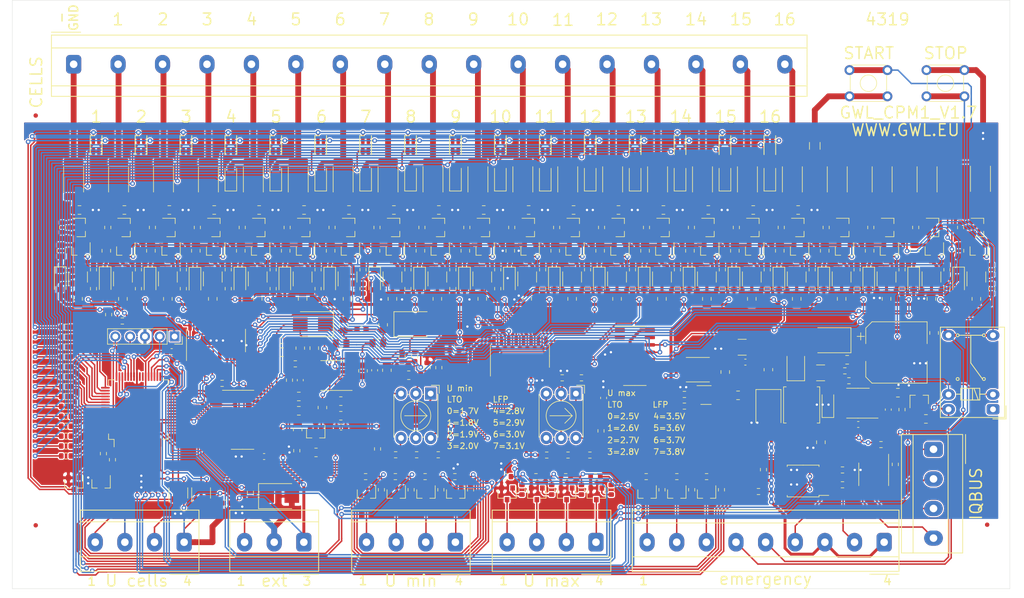
<source format=kicad_pcb>
(kicad_pcb (version 20171130) (host pcbnew 5.1.9)
  (title_block (title ELERIX_CPM) (date 2021-03-23) (rev r1.7) (company "GWL a.s."))
  (layers (0 F.Cu signal) (31 B.Cu signal) (34 B.Paste user) (35 F.Paste user) (36 B.SilkS user) (37 F.SilkS user) (38 B.Mask user) (39 F.Mask user) (44 Edge.Cuts user))
  (net 0 "")
  (net 1 +5V)
  (net 2 GND)
  (net 3 /BT_ST_1)
  (net 4 "Net-(C306-Pad1)")
  (net 5 "Net-(C307-Pad1)")
  (net 6 "Net-(C307-Pad2)")
  (net 7 +12V)
  (net 8 +5VA)
  (net 9 "Net-(C402-Pad1)")
  (net 10 "Net-(C402-Pad2)")
  (net 11 "Net-(C403-Pad1)")
  (net 12 "Net-(C502-Pad1)")
  (net 13 "Net-(C502-Pad2)")
  (net 14 "Net-(C503-Pad1)")
  (net 15 "Net-(C602-Pad2)")
  (net 16 "Net-(C602-Pad1)")
  (net 17 "Net-(C603-Pad1)")
  (net 18 "Net-(C702-Pad2)")
  (net 19 "Net-(C702-Pad1)")
  (net 20 "Net-(C703-Pad1)")
  (net 21 "Net-(C802-Pad2)")
  (net 22 "Net-(C802-Pad1)")
  (net 23 "Net-(C803-Pad1)")
  (net 24 "Net-(C902-Pad2)")
  (net 25 "Net-(C902-Pad1)")
  (net 26 "Net-(C903-Pad1)")
  (net 27 "Net-(C1002-Pad1)")
  (net 28 "Net-(C1002-Pad2)")
  (net 29 "Net-(C1003-Pad1)")
  (net 30 "Net-(C1102-Pad2)")
  (net 31 "Net-(C1102-Pad1)")
  (net 32 "Net-(C1103-Pad1)")
  (net 33 "Net-(C1202-Pad1)")
  (net 34 "Net-(C1202-Pad2)")
  (net 35 "Net-(C1203-Pad1)")
  (net 36 "Net-(C1302-Pad2)")
  (net 37 "Net-(C1302-Pad1)")
  (net 38 "Net-(C1303-Pad1)")
  (net 39 "Net-(C1402-Pad2)")
  (net 40 "Net-(C1402-Pad1)")
  (net 41 "Net-(C1403-Pad1)")
  (net 42 "Net-(C1702-Pad2)")
  (net 43 "Net-(C1702-Pad1)")
  (net 44 "Net-(C1703-Pad1)")
  (net 45 "Net-(C1802-Pad2)")
  (net 46 "Net-(C1802-Pad1)")
  (net 47 "Net-(C1803-Pad1)")
  (net 48 "Net-(C1902-Pad1)")
  (net 49 "Net-(C1902-Pad2)")
  (net 50 "Net-(C1903-Pad1)")
  (net 51 "Net-(C2002-Pad1)")
  (net 52 "Net-(C2002-Pad2)")
  (net 53 "Net-(C2003-Pad1)")
  (net 54 "Net-(C2102-Pad1)")
  (net 55 "Net-(C2102-Pad2)")
  (net 56 "Net-(C2202-Pad1)")
  (net 57 "Net-(C2202-Pad2)")
  (net 58 "Net-(C2302-Pad2)")
  (net 59 "Net-(C2302-Pad1)")
  (net 60 "Net-(C2402-Pad2)")
  (net 61 "Net-(C2402-Pad1)")
  (net 62 /AG)
  (net 63 /VR2)
  (net 64 "Net-(C2503-Pad2)")
  (net 65 "Net-(C2503-Pad1)")
  (net 66 "Net-(C2504-Pad2)")
  (net 67 /VDIFF)
  (net 68 "Net-(C2505-Pad2)")
  (net 69 /Differential_Amplifier/VREF1)
  (net 70 "Net-(C2510-Pad2)")
  (net 71 "Net-(C2510-Pad1)")
  (net 72 "Net-(C2702-Pad2)")
  (net 73 "Net-(C2702-Pad1)")
  (net 74 "Net-(C2703-Pad1)")
  (net 75 "Net-(C2802-Pad1)")
  (net 76 "Net-(C2802-Pad2)")
  (net 77 "Net-(C2803-Pad1)")
  (net 78 /C1)
  (net 79 /VS)
  (net 80 /C2)
  (net 81 /C3)
  (net 82 /C4)
  (net 83 /C5)
  (net 84 /C6)
  (net 85 /C7)
  (net 86 /C8)
  (net 87 /C9)
  (net 88 /C10)
  (net 89 /C11)
  (net 90 "Net-(D1601-Pad2)")
  (net 91 "Net-(D1601-Pad4)")
  (net 92 "Net-(D1601-Pad1)")
  (net 93 "Net-(D1602-Pad2)")
  (net 94 "Net-(D1603-Pad2)")
  (net 95 "Net-(D1604-Pad2)")
  (net 96 "Net-(D1605-Pad2)")
  (net 97 "Net-(D1606-Pad2)")
  (net 98 "Net-(D1607-Pad2)")
  (net 99 "Net-(D1608-Pad2)")
  (net 100 "Net-(D1609-Pad2)")
  (net 101 "Net-(D1610-Pad2)")
  (net 102 "Net-(D1611-Pad2)")
  (net 103 "Net-(D1612-Pad2)")
  (net 104 "Net-(D1613-Pad2)")
  (net 105 "Net-(D1614-Pad2)")
  (net 106 "Net-(D1615-Pad2)")
  (net 107 "Net-(D1616-Pad2)")
  (net 108 /C15)
  (net 109 /C14)
  (net 110 /C13)
  (net 111 /C12)
  (net 112 "Net-(D2601-Pad1)")
  (net 113 /C16)
  (net 114 /C0)
  (net 115 /BT_ST_2)
  (net 116 /MCU/ICSPCLK)
  (net 117 /MCU/ICSPDAT)
  (net 118 /MCU/MCLR)
  (net 119 "Net-(J2601-Pad2)")
  (net 120 "Net-(J2601-Pad8)")
  (net 121 "Net-(J2602-Pad4)")
  (net 122 "Net-(J2602-Pad3)")
  (net 123 "Net-(J2602-Pad2)")
  (net 124 "Net-(J2602-Pad1)")
  (net 125 "Net-(J2603-Pad1)")
  (net 126 "Net-(J2603-Pad2)")
  (net 127 "Net-(J2603-Pad3)")
  (net 128 "Net-(J2603-Pad4)")
  (net 129 "Net-(J2605-Pad4)")
  (net 130 "Net-(J2605-Pad2)")
  (net 131 "Net-(J2607-Pad1)")
  (net 132 "Net-(J2607-Pad2)")
  (net 133 "Net-(J2607-Pad3)")
  (net 134 "Net-(J2607-Pad4)")
  (net 135 "Net-(K301-Pad2)")
  (net 136 "Net-(K301-Pad1)")
  (net 137 "Net-(L301-Pad2)")
  (net 138 "Net-(Q301-Pad1)")
  (net 139 "Net-(Q401-Pad1)")
  (net 140 /OB)
  (net 141 "Net-(Q501-Pad1)")
  (net 142 /OA)
  (net 143 "Net-(Q601-Pad1)")
  (net 144 "Net-(Q701-Pad1)")
  (net 145 "Net-(Q801-Pad1)")
  (net 146 "Net-(Q901-Pad1)")
  (net 147 "Net-(Q1001-Pad1)")
  (net 148 "Net-(Q1101-Pad1)")
  (net 149 "Net-(Q1201-Pad1)")
  (net 150 "Net-(Q1301-Pad1)")
  (net 151 "Net-(Q1401-Pad1)")
  (net 152 "Net-(Q1601-Pad1)")
  (net 153 "Net-(Q1602-Pad1)")
  (net 154 "Net-(Q1701-Pad1)")
  (net 155 "Net-(Q1801-Pad1)")
  (net 156 "Net-(Q1901-Pad1)")
  (net 157 "Net-(Q2001-Pad1)")
  (net 158 "Net-(Q2101-Pad3)")
  (net 159 "Net-(Q2101-Pad1)")
  (net 160 "Net-(Q2201-Pad1)")
  (net 161 "Net-(Q2201-Pad3)")
  (net 162 "Net-(Q2301-Pad3)")
  (net 163 "Net-(Q2301-Pad1)")
  (net 164 "Net-(Q2401-Pad1)")
  (net 165 "Net-(Q2401-Pad3)")
  (net 166 "Net-(Q2601-Pad1)")
  (net 167 "Net-(Q2602-Pad1)")
  (net 168 "Net-(Q2603-Pad1)")
  (net 169 "Net-(Q2604-Pad1)")
  (net 170 "Net-(Q2605-Pad1)")
  (net 171 "Net-(Q2606-Pad1)")
  (net 172 "Net-(Q2607-Pad1)")
  (net 173 "Net-(Q2608-Pad1)")
  (net 174 "Net-(Q2609-Pad1)")
  (net 175 "Net-(Q2610-Pad1)")
  (net 176 "Net-(Q2611-Pad1)")
  (net 177 "Net-(Q2701-Pad1)")
  (net 178 "Net-(Q2801-Pad1)")
  (net 179 /OUT_DIS_A)
  (net 180 /OUT_DIS_B)
  (net 181 /R_ON)
  (net 182 /SW_STOP)
  (net 183 "Net-(R303-Pad1)")
  (net 184 "Net-(R305-Pad2)")
  (net 185 /B0)
  (net 186 "Net-(R401-Pad1)")
  (net 187 "Net-(R402-Pad2)")
  (net 188 /A1)
  (net 189 "Net-(R501-Pad1)")
  (net 190 "Net-(R502-Pad2)")
  (net 191 /B1)
  (net 192 "Net-(R601-Pad1)")
  (net 193 "Net-(R602-Pad2)")
  (net 194 /A2)
  (net 195 "Net-(R701-Pad1)")
  (net 196 "Net-(R702-Pad2)")
  (net 197 /B2)
  (net 198 "Net-(R801-Pad1)")
  (net 199 "Net-(R802-Pad2)")
  (net 200 /A3)
  (net 201 "Net-(R901-Pad1)")
  (net 202 "Net-(R902-Pad2)")
  (net 203 /B3)
  (net 204 "Net-(R1001-Pad1)")
  (net 205 "Net-(R1002-Pad2)")
  (net 206 "Net-(R1101-Pad1)")
  (net 207 /A4)
  (net 208 "Net-(R1102-Pad2)")
  (net 209 /B4)
  (net 210 "Net-(R1201-Pad1)")
  (net 211 "Net-(R1202-Pad2)")
  (net 212 /A5)
  (net 213 "Net-(R1301-Pad1)")
  (net 214 "Net-(R1302-Pad2)")
  (net 215 "Net-(R1401-Pad1)")
  (net 216 /B5)
  (net 217 "Net-(R1402-Pad2)")
  (net 218 "Net-(R1501-Pad1)")
  (net 219 "Net-(R1502-Pad1)")
  (net 220 "Net-(R1503-Pad2)")
  (net 221 "Net-(R1504-Pad2)")
  (net 222 /MCU/UMAX)
  (net 223 /MCU/UMIN)
  (net 224 "Net-(R1507-Pad2)")
  (net 225 "Net-(R1508-Pad2)")
  (net 226 "Net-(R1509-Pad2)")
  (net 227 "Net-(R1510-Pad2)")
  (net 228 "Net-(R1511-Pad2)")
  (net 229 "Net-(R1512-Pad2)")
  (net 230 /RED)
  (net 231 /BLUE)
  (net 232 /LED_C1)
  (net 233 /LED_C16)
  (net 234 /LED_C2)
  (net 235 /LED_C15)
  (net 236 /LED_C3)
  (net 237 /LED_C14)
  (net 238 /LED_C4)
  (net 239 /LED_C13)
  (net 240 /LED_C5)
  (net 241 /LED_C12)
  (net 242 /LED_C6)
  (net 243 /LED_C11)
  (net 244 /LED_C7)
  (net 245 /LED_C10)
  (net 246 /LED_C8)
  (net 247 /LED_C9)
  (net 248 /B7)
  (net 249 "Net-(R1701-Pad1)")
  (net 250 "Net-(R1702-Pad2)")
  (net 251 "Net-(R1801-Pad1)")
  (net 252 /A7)
  (net 253 "Net-(R1802-Pad2)")
  (net 254 /B6)
  (net 255 "Net-(R1901-Pad1)")
  (net 256 "Net-(R1902-Pad2)")
  (net 257 /A6)
  (net 258 "Net-(R2001-Pad1)")
  (net 259 "Net-(R2002-Pad2)")
  (net 260 "Net-(R2101-Pad1)")
  (net 261 /B9)
  (net 262 "Net-(R2102-Pad2)")
  (net 263 "Net-(R2201-Pad1)")
  (net 264 /A10)
  (net 265 "Net-(R2202-Pad2)")
  (net 266 "Net-(R2301-Pad1)")
  (net 267 /B8)
  (net 268 "Net-(R2302-Pad2)")
  (net 269 /A9)
  (net 270 "Net-(R2401-Pad1)")
  (net 271 "Net-(R2402-Pad2)")
  (net 272 "Net-(R2501-Pad2)")
  (net 273 /E_OC_1)
  (net 274 /E_IN_2)
  (net 275 /UMAX_1)
  (net 276 /E_OC_2)
  (net 277 /E_IN_1)
  (net 278 /IQ_SDA)
  (net 279 /UMAX_2)
  (net 280 /E_OC_3)
  (net 281 /UMAX_4)
  (net 282 /UMAX_3)
  (net 283 "Net-(R2618-Pad1)")
  (net 284 "Net-(R2619-Pad1)")
  (net 285 /UMIN_1)
  (net 286 /UMIN_2)
  (net 287 /UMIN_3)
  (net 288 /UMIN_4)
  (net 289 /EXT)
  (net 290 "Net-(R2701-Pad1)")
  (net 291 /A8)
  (net 292 "Net-(R2702-Pad2)")
  (net 293 /A0)
  (net 294 "Net-(R2801-Pad1)")
  (net 295 "Net-(R2802-Pad2)")
  (net 296 /OUT_A0)
  (net 297 /OUT_A1)
  (net 298 /OUT_A2)
  (net 299 /OUT_A3)
  (net 300 "Net-(U202-Pad7)")
  (net 301 "Net-(U202-Pad9)")
  (net 302 "Net-(U202-Pad10)")
  (net 303 "Net-(U202-Pad11)")
  (net 304 "Net-(U202-Pad12)")
  (net 305 /OUT_B3)
  (net 306 /OUT_B2)
  (net 307 /OUT_B1)
  (net 308 /OUT_B0)
  (net 309 "Net-(U204-Pad15)")
  (net 310 "Net-(U204-Pad12)")
  (net 311 "Net-(U204-Pad11)")
  (net 312 "Net-(U204-Pad10)")
  (net 313 "Net-(U204-Pad9)")
  (net 314 "Net-(U204-Pad7)")
  (net 315 /UCELLS_SDA_2)
  (net 316 /UCELLS_SDA_1)
  (net 317 /UCELLS_SCL)
  (net 318 "Net-(U1501-Pad27)")
  (net 319 /IQ_SCL)
  (net 320 "Net-(U1501-Pad39)")
  (net 321 "Net-(U1501-Pad40)")
  (net 322 "Net-(U1501-Pad64)")
  (net 323 "Net-(J2601-Pad9)")
  (net 324 "Net-(J2601-Pad7)")
  (net 325 "Net-(J2601-Pad4)")
  (module balanc_pouzdra:AKZ700_9_5.08 (layer F.Cu) (at 173.26 135 180)
    (fp_text reference J2601 hide)
    (fp_text value AKZ700)
    (pad 9 thru_hole oval (at -2.54 0 180) (size 2.6 3.2) (drill 1.3) (layers *.Cu *.Mask) (net 323 "Net-(J2601-Pad9)"))
    (pad 8 thru_hole oval (at -7.62 0 180) (size 2.6 3.2) (drill 1.3) (layers *.Cu *.Mask) (net 120 "Net-(J2601-Pad8)"))
    (pad 7 thru_hole oval (at -12.7 0 180) (size 2.6 3.2) (drill 1.3) (layers *.Cu *.Mask) (net 324 "Net-(J2601-Pad7)"))
    (pad 6 thru_hole oval (at -17.78 0 180) (size 2.6 3.2) (drill 1.3) (layers *.Cu *.Mask) (net 3 /BT_ST_1))
    (pad 5 thru_hole oval (at -22.86 0 180) (size 2.6 3.2) (drill 1.3) (layers *.Cu *.Mask) (net 115 /BT_ST_2))
    (pad 4 thru_hole oval (at -27.94 0 180) (size 2.6 3.2) (drill 1.3) (layers *.Cu *.Mask) (net 325 "Net-(J2601-Pad4)"))
    (pad 3 thru_hole oval (at -33.02 0 180) (size 2.6 3.2) (drill 1.3) (layers *.Cu *.Mask) (net 1 +5V))
    (pad 2 thru_hole oval (at -38.1 0 180) (size 2.6 3.2) (drill 1.3) (layers *.Cu *.Mask) (net 119 "Net-(J2601-Pad2)"))
    (pad 1 thru_hole roundrect (at -43.18 0 180) (size 2.6 3.2) (drill 1.3) (layers *.Cu *.Mask) (net 1 +5V))
  )
  (module balanc_pouzdra:AKZ700_4_5.08 (layer F.Cu) (at 149.26 135 180)
    (fp_text reference J2603 hide)
    (fp_text value AKZ700)
    (pad 4 thru_hole oval (at -2.54 0 180) (size 2.6 3.2) (drill 1.3) (layers *.Cu *.Mask) (net 128 "Net-(J2603-Pad4)"))
    (pad 3 thru_hole oval (at -7.62 0 180) (size 2.6 3.2) (drill 1.3) (layers *.Cu *.Mask) (net 127 "Net-(J2603-Pad3)"))
    (pad 2 thru_hole oval (at -12.7 0 180) (size 2.6 3.2) (drill 1.3) (layers *.Cu *.Mask) (net 126 "Net-(J2603-Pad2)"))
    (pad 1 thru_hole roundrect (at -17.78 0 180) (size 2.6 3.2) (drill 1.3) (layers *.Cu *.Mask) (net 125 "Net-(J2603-Pad1)"))
  )
  (module Button_Switch_THT:SW_TH_Tactile_Omron_B3F-10xx (layer F.Cu) (at 230.2 58.5 180)
    (fp_text reference SW302 hide)
    (fp_text value TC-0104-T)
    (pad 1 thru_hole circle (at 0 0 180) (size 1.7 1.7) (drill 1) (layers *.Cu *.Mask) (net 182 /SW_STOP))
    (pad 2 thru_hole circle (at 6.5 0 180) (size 1.7 1.7) (drill 1) (layers *.Cu *.Mask) (net 182 /SW_STOP))
    (pad 3 thru_hole circle (at 0 4.5 180) (size 1.7 1.7) (drill 1) (layers *.Cu *.Mask) (net 2 GND))
    (pad 4 thru_hole circle (at 6.5 4.5 180) (size 1.7 1.7) (drill 1) (layers *.Cu *.Mask) (net 2 GND))
  )
  (module Button_Switch_THT:SW_TH_Tactile_Omron_B3F-10xx (layer F.Cu) (at 210.5 54)
    (fp_text reference SW301 hide)
    (fp_text value TC-0104-T)
    (pad 1 thru_hole circle (at 0 0) (size 1.7 1.7) (drill 1) (layers *.Cu *.Mask) (net 3 /BT_ST_1))
    (pad 2 thru_hole circle (at 6.5 0) (size 1.7 1.7) (drill 1) (layers *.Cu *.Mask) (net 3 /BT_ST_1))
    (pad 3 thru_hole circle (at 0 4.5) (size 1.7 1.7) (drill 1) (layers *.Cu *.Mask) (net 115 /BT_ST_2))
    (pad 4 thru_hole circle (at 6.5 4.5) (size 1.7 1.7) (drill 1) (layers *.Cu *.Mask) (net 115 /BT_ST_2))
  )
  (module balanc_pouzdra:AKZ700_4_5.08 (layer F.Cu) (at 125.16 135 180)
    (fp_text reference J2607 hide)
    (fp_text value AKZ700)
    (pad 4 thru_hole oval (at -2.54 0 180) (size 2.6 3.2) (drill 1.3) (layers *.Cu *.Mask) (net 134 "Net-(J2607-Pad4)"))
    (pad 3 thru_hole oval (at -7.62 0 180) (size 2.6 3.2) (drill 1.3) (layers *.Cu *.Mask) (net 133 "Net-(J2607-Pad3)"))
    (pad 2 thru_hole oval (at -12.7 0 180) (size 2.6 3.2) (drill 1.3) (layers *.Cu *.Mask) (net 132 "Net-(J2607-Pad2)"))
    (pad 1 thru_hole roundrect (at -17.78 0 180) (size 2.6 3.2) (drill 1.3) (layers *.Cu *.Mask) (net 131 "Net-(J2607-Pad1)"))
  )
  (module balanc_pouzdra:AKZ700_3_5.08 (layer F.Cu) (at 104.26 135 180)
    (fp_text reference J2606 hide)
    (fp_text value AKZ700)
    (pad 3 thru_hole oval (at -2.54 0 180) (size 2.6 3.2) (drill 1.3) (layers *.Cu *.Mask) (net 112 "Net-(D2601-Pad1)"))
    (pad 2 thru_hole oval (at -7.62 0 180) (size 2.6 3.2) (drill 1.3) (layers *.Cu *.Mask) (net 2 GND))
    (pad 1 thru_hole roundrect (at -12.7 0 180) (size 2.6 3.2) (drill 1.3) (layers *.Cu *.Mask) (net 1 +5V))
  )
  (module balanc_pouzdra:AKZ700_4_5.08 (layer F.Cu) (at 78.66 135 180)
    (fp_text reference J2605 hide)
    (fp_text value AKZ700)
    (pad 4 thru_hole oval (at -2.54 0 180) (size 2.6 3.2) (drill 1.3) (layers *.Cu *.Mask) (net 129 "Net-(J2605-Pad4)"))
    (pad 3 thru_hole oval (at -7.62 0 180) (size 2.6 3.2) (drill 1.3) (layers *.Cu *.Mask) (net 2 GND))
    (pad 2 thru_hole oval (at -12.7 0 180) (size 2.6 3.2) (drill 1.3) (layers *.Cu *.Mask) (net 130 "Net-(J2605-Pad2)"))
    (pad 1 thru_hole roundrect (at -17.78 0 180) (size 2.6 3.2) (drill 1.3) (layers *.Cu *.Mask) (net 2 GND))
  )
  (module balanc_pouzdra:AKZ700_4_5.08 (layer F.Cu) (at 224.9 136.84 270)
    (fp_text reference J2602 hide)
    (fp_text value AKZ700)
    (pad 4 thru_hole oval (at -2.54 0 270) (size 2.6 3.2) (drill 1.3) (layers *.Cu *.Mask) (net 121 "Net-(J2602-Pad4)"))
    (pad 3 thru_hole oval (at -7.62 0 270) (size 2.6 3.2) (drill 1.3) (layers *.Cu *.Mask) (net 122 "Net-(J2602-Pad3)"))
    (pad 2 thru_hole oval (at -12.7 0 270) (size 2.6 3.2) (drill 1.3) (layers *.Cu *.Mask) (net 123 "Net-(J2602-Pad2)"))
    (pad 1 thru_hole roundrect (at -17.78 0 270) (size 2.6 3.2) (drill 1.3) (layers *.Cu *.Mask) (net 124 "Net-(J2602-Pad1)"))
  )
  (module MountingHole:MountingHole_3.2mm_M3 (layer F.Cu) (at 234.5 139.5)
    (fp_text reference H104 hide)
    (fp_text value MountingHole4)
    (pad 1 np_thru_hole circle (at 0 0) (size 3.2 3.2) (drill 3.2) (layers *.Cu *.Mask))
  )
  (module MountingHole:MountingHole_3.2mm_M3 (layer F.Cu) (at 234.5 45.5)
    (fp_text reference H103 hide)
    (fp_text value MountingHole3)
    (pad 1 np_thru_hole circle (at 0 0) (size 3.2 3.2) (drill 3.2) (layers *.Cu *.Mask))
  )
  (module MountingHole:MountingHole_3.2mm_M3 (layer F.Cu) (at 70.5 45.5)
    (fp_text reference H102 hide)
    (fp_text value MountingHole2)
    (pad 1 np_thru_hole circle (at 0 0) (size 3.2 3.2) (drill 3.2) (layers *.Cu *.Mask))
  )
  (module MountingHole:MountingHole_3.2mm_M3 (layer F.Cu) (at 70.5 139.5)
    (fp_text reference H101 hide)
    (fp_text value MountingHole1)
    (pad 1 np_thru_hole circle (at 0 0) (size 3.2 3.2) (drill 3.2) (layers *.Cu *.Mask))
  )
  (module Capacitor_SMD:CP_Elec_10x10 (layer F.Cu) (at 218.55 102.45)
    (fp_text reference C301 hide)
    (fp_text value "47uF/100V - EEEHA2A470UP")
    (pad 1 smd roundrect (at -4 0) (size 4 2.5) (layers F.Cu F.Paste F.Mask) (roundrect_rratio 0.1) (net 3 /BT_ST_1))
    (pad 2 smd roundrect (at 4 0) (size 4 2.5) (layers F.Cu F.Paste F.Mask) (roundrect_rratio 0.1) (net 2 GND))
  )
  (module Capacitor_SMD:C_0603_1608Metric (layer F.Cu) (at 217.15 112.25 90)
    (fp_text reference C306 hide)
    (fp_text value "100nF/25V X7R 10%")
    (pad 2 smd roundrect (at 0.775 0 90) (size 0.9 0.95) (layers F.Cu F.Paste F.Mask) (net 2 GND))
    (pad 1 smd roundrect (at -0.775 0 90) (size 0.9 0.95) (layers F.Cu F.Paste F.Mask) (net 4 "Net-(C306-Pad1)"))
  )
  (module Capacitor_SMD:C_0603_1608Metric (layer F.Cu) (at 212 114.8)
    (fp_text reference C307 hide)
    (fp_text value "100nF/100V X7R 10%")
    (pad 1 smd roundrect (at -0.775 0) (size 0.9 0.95) (layers F.Cu F.Paste F.Mask) (net 5 "Net-(C307-Pad1)"))
    (pad 2 smd roundrect (at 0.775 0) (size 0.9 0.95) (layers F.Cu F.Paste F.Mask) (net 6 "Net-(C307-Pad2)"))
  )
  (module Capacitor_Tantalum_SMD:CP_EIA-3528-21_Kemet-B (layer F.Cu) (at 201.3 104.85 90)
    (fp_text reference C308 hide)
    (fp_text value "100uF/10V - T495B107M010ATE350")
    (pad 1 smd roundrect (at -1.5375 0 90) (size 1.325 2.35) (layers F.Cu F.Paste F.Mask) (roundrect_rratio 0.188679) (net 1 +5V))
    (pad 2 smd roundrect (at 1.5375 0 90) (size 1.325 2.35) (layers F.Cu F.Paste F.Mask) (roundrect_rratio 0.188679) (net 2 GND))
  )
  (module Capacitor_SMD:C_1210_3225Metric (layer F.Cu) (at 205.55 105.95)
    (fp_text reference C310 hide)
    (fp_text value "22uF/25V X7R 10%")
    (pad 2 smd roundrect (at 1.475 0) (size 1.15 2.7) (layers F.Cu F.Paste F.Mask) (roundrect_rratio 0.217391) (net 2 GND))
    (pad 1 smd roundrect (at -1.475 0) (size 1.15 2.7) (layers F.Cu F.Paste F.Mask) (roundrect_rratio 0.217391) (net 1 +5V))
  )
  (module Capacitor_SMD:C_1210_3225Metric (layer F.Cu) (at 192.1 101.55 180)
    (fp_text reference C312 hide)
    (fp_text value "22uF/25V X7R 10%")
    (pad 1 smd roundrect (at -1.475 0 180) (size 1.15 2.7) (layers F.Cu F.Paste F.Mask) (roundrect_rratio 0.217391) (net 8 +5VA))
    (pad 2 smd roundrect (at 1.475 0 180) (size 1.15 2.7) (layers F.Cu F.Paste F.Mask) (roundrect_rratio 0.217391) (net 2 GND))
  )
  (module Capacitor_SMD:C_0603_1608Metric (layer F.Cu) (at 192.65 104.1)
    (fp_text reference C313 hide)
    (fp_text value "100nF/25V X7R 10%")
    (pad 2 smd roundrect (at 0.775 0) (size 0.9 0.95) (layers F.Cu F.Paste F.Mask) (net 2 GND))
    (pad 1 smd roundrect (at -0.775 0) (size 0.9 0.95) (layers F.Cu F.Paste F.Mask) (net 8 +5VA))
  )
  (module Capacitor_SMD:C_0805_2012Metric (layer F.Cu) (at 83.1 85 90)
    (fp_text reference C402 hide)
    (fp_text value "10uF/25V X7R")
    (pad 1 smd roundrect (at -0.95 0 90) (size 1 1.45) (layers F.Cu F.Paste F.Mask) (net 9 "Net-(C402-Pad1)"))
    (pad 2 smd roundrect (at 0.95 0 90) (size 1 1.45) (layers F.Cu F.Paste F.Mask) (net 10 "Net-(C402-Pad2)"))
  )
  (module Capacitor_SMD:C_0805_2012Metric (layer F.Cu) (at 86.2 78)
    (fp_text reference C403 hide)
    (fp_text value "22nF/250V X7R")
    (pad 2 smd roundrect (at 0.95 0) (size 1 1.45) (layers F.Cu F.Paste F.Mask) (net 2 GND))
    (pad 1 smd roundrect (at -0.95 0) (size 1 1.45) (layers F.Cu F.Paste F.Mask) (net 11 "Net-(C403-Pad1)"))
  )
  (module Capacitor_SMD:C_0805_2012Metric (layer F.Cu) (at 90.75 85 90)
    (fp_text reference C502 hide)
    (fp_text value "10uF/25V X7R")
    (pad 1 smd roundrect (at -0.95 0 90) (size 1 1.45) (layers F.Cu F.Paste F.Mask) (net 12 "Net-(C502-Pad1)"))
    (pad 2 smd roundrect (at 0.95 0 90) (size 1 1.45) (layers F.Cu F.Paste F.Mask) (net 13 "Net-(C502-Pad2)"))
  )
  (module Capacitor_SMD:C_0805_2012Metric (layer F.Cu) (at 93.9 78)
    (fp_text reference C503 hide)
    (fp_text value "22nF/250V X7R")
    (pad 1 smd roundrect (at -0.95 0) (size 1 1.45) (layers F.Cu F.Paste F.Mask) (net 14 "Net-(C503-Pad1)"))
    (pad 2 smd roundrect (at 0.95 0) (size 1 1.45) (layers F.Cu F.Paste F.Mask) (net 2 GND))
  )
  (module Capacitor_SMD:C_0805_2012Metric (layer F.Cu) (at 98.45 85 90)
    (fp_text reference C602 hide)
    (fp_text value "10uF/25V X7R")
    (pad 2 smd roundrect (at 0.95 0 90) (size 1 1.45) (layers F.Cu F.Paste F.Mask) (net 15 "Net-(C602-Pad2)"))
    (pad 1 smd roundrect (at -0.95 0 90) (size 1 1.45) (layers F.Cu F.Paste F.Mask) (net 16 "Net-(C602-Pad1)"))
  )
  (module Capacitor_SMD:C_0805_2012Metric (layer F.Cu) (at 101.6 78)
    (fp_text reference C603 hide)
    (fp_text value "22nF/250V X7R")
    (pad 2 smd roundrect (at 0.95 0) (size 1 1.45) (layers F.Cu F.Paste F.Mask) (net 2 GND))
    (pad 1 smd roundrect (at -0.95 0) (size 1 1.45) (layers F.Cu F.Paste F.Mask) (net 17 "Net-(C603-Pad1)"))
  )
  (module Capacitor_SMD:C_0805_2012Metric (layer F.Cu) (at 106.15 85 90)
    (fp_text reference C702 hide)
    (fp_text value "10uF/25V X7R")
    (pad 2 smd roundrect (at 0.95 0 90) (size 1 1.45) (layers F.Cu F.Paste F.Mask) (net 18 "Net-(C702-Pad2)"))
    (pad 1 smd roundrect (at -0.95 0 90) (size 1 1.45) (layers F.Cu F.Paste F.Mask) (net 19 "Net-(C702-Pad1)"))
  )
  (module Capacitor_SMD:C_0805_2012Metric (layer F.Cu) (at 109.3 78)
    (fp_text reference C703 hide)
    (fp_text value "22nF/250V X7R")
    (pad 1 smd roundrect (at -0.95 0) (size 1 1.45) (layers F.Cu F.Paste F.Mask) (net 20 "Net-(C703-Pad1)"))
    (pad 2 smd roundrect (at 0.95 0) (size 1 1.45) (layers F.Cu F.Paste F.Mask) (net 2 GND))
  )
  (module Capacitor_SMD:C_0805_2012Metric (layer F.Cu) (at 113.85 85 90)
    (fp_text reference C802 hide)
    (fp_text value "10uF/25V X7R")
    (pad 2 smd roundrect (at 0.95 0 90) (size 1 1.45) (layers F.Cu F.Paste F.Mask) (net 21 "Net-(C802-Pad2)"))
    (pad 1 smd roundrect (at -0.95 0 90) (size 1 1.45) (layers F.Cu F.Paste F.Mask) (net 22 "Net-(C802-Pad1)"))
  )
  (module Capacitor_SMD:C_0805_2012Metric (layer F.Cu) (at 117 78)
    (fp_text reference C803 hide)
    (fp_text value "22nF/250V X7R")
    (pad 1 smd roundrect (at -0.95 0) (size 1 1.45) (layers F.Cu F.Paste F.Mask) (net 23 "Net-(C803-Pad1)"))
    (pad 2 smd roundrect (at 0.95 0) (size 1 1.45) (layers F.Cu F.Paste F.Mask) (net 2 GND))
  )
  (module Capacitor_SMD:C_0805_2012Metric (layer F.Cu) (at 121.55 85 90)
    (fp_text reference C902 hide)
    (fp_text value "10uF/25V X7R")
    (pad 2 smd roundrect (at 0.95 0 90) (size 1 1.45) (layers F.Cu F.Paste F.Mask) (net 24 "Net-(C902-Pad2)"))
    (pad 1 smd roundrect (at -0.95 0 90) (size 1 1.45) (layers F.Cu F.Paste F.Mask) (net 25 "Net-(C902-Pad1)"))
  )
  (module Capacitor_SMD:C_0805_2012Metric (layer F.Cu) (at 124.7 78)
    (fp_text reference C903 hide)
    (fp_text value "22nF/250V X7R")
    (pad 1 smd roundrect (at -0.95 0) (size 1 1.45) (layers F.Cu F.Paste F.Mask) (net 26 "Net-(C903-Pad1)"))
    (pad 2 smd roundrect (at 0.95 0) (size 1 1.45) (layers F.Cu F.Paste F.Mask) (net 2 GND))
  )
  (module Capacitor_SMD:C_0805_2012Metric (layer F.Cu) (at 129.25 85 90)
    (fp_text reference C1002 hide)
    (fp_text value "10uF/25V X7R")
    (pad 1 smd roundrect (at -0.95 0 90) (size 1 1.45) (layers F.Cu F.Paste F.Mask) (net 27 "Net-(C1002-Pad1)"))
    (pad 2 smd roundrect (at 0.95 0 90) (size 1 1.45) (layers F.Cu F.Paste F.Mask) (net 28 "Net-(C1002-Pad2)"))
  )
  (module Capacitor_SMD:C_0805_2012Metric (layer F.Cu) (at 132.4 78)
    (fp_text reference C1003 hide)
    (fp_text value "22nF/250V X7R")
    (pad 1 smd roundrect (at -0.95 0) (size 1 1.45) (layers F.Cu F.Paste F.Mask) (net 29 "Net-(C1003-Pad1)"))
    (pad 2 smd roundrect (at 0.95 0) (size 1 1.45) (layers F.Cu F.Paste F.Mask) (net 2 GND))
  )
  (module Capacitor_SMD:C_0805_2012Metric (layer F.Cu) (at 136.95 85 90)
    (fp_text reference C1102 hide)
    (fp_text value "10uF/25V X7R")
    (pad 2 smd roundrect (at 0.95 0 90) (size 1 1.45) (layers F.Cu F.Paste F.Mask) (net 30 "Net-(C1102-Pad2)"))
    (pad 1 smd roundrect (at -0.95 0 90) (size 1 1.45) (layers F.Cu F.Paste F.Mask) (net 31 "Net-(C1102-Pad1)"))
  )
  (module Capacitor_SMD:C_0805_2012Metric (layer F.Cu) (at 140.1 78)
    (fp_text reference C1103 hide)
    (fp_text value "22nF/250V X7R")
    (pad 2 smd roundrect (at 0.95 0) (size 1 1.45) (layers F.Cu F.Paste F.Mask) (net 2 GND))
    (pad 1 smd roundrect (at -0.95 0) (size 1 1.45) (layers F.Cu F.Paste F.Mask) (net 32 "Net-(C1103-Pad1)"))
  )
  (module Capacitor_SMD:C_0805_2012Metric (layer F.Cu) (at 144.65 85 90)
    (fp_text reference C1202 hide)
    (fp_text value "10uF/25V X7R")
    (pad 1 smd roundrect (at -0.95 0 90) (size 1 1.45) (layers F.Cu F.Paste F.Mask) (net 33 "Net-(C1202-Pad1)"))
    (pad 2 smd roundrect (at 0.95 0 90) (size 1 1.45) (layers F.Cu F.Paste F.Mask) (net 34 "Net-(C1202-Pad2)"))
  )
  (module Capacitor_SMD:C_0805_2012Metric (layer F.Cu) (at 147.8 78)
    (fp_text reference C1203 hide)
    (fp_text value "22nF/250V X7R")
    (pad 2 smd roundrect (at 0.95 0) (size 1 1.45) (layers F.Cu F.Paste F.Mask) (net 2 GND))
    (pad 1 smd roundrect (at -0.95 0) (size 1 1.45) (layers F.Cu F.Paste F.Mask) (net 35 "Net-(C1203-Pad1)"))
  )
  (module Capacitor_SMD:C_0805_2012Metric (layer F.Cu) (at 152.35 85 90)
    (fp_text reference C1302 hide)
    (fp_text value "10uF/25V X7R")
    (pad 2 smd roundrect (at 0.95 0 90) (size 1 1.45) (layers F.Cu F.Paste F.Mask) (net 36 "Net-(C1302-Pad2)"))
    (pad 1 smd roundrect (at -0.95 0 90) (size 1 1.45) (layers F.Cu F.Paste F.Mask) (net 37 "Net-(C1302-Pad1)"))
  )
  (module Capacitor_SMD:C_0805_2012Metric (layer F.Cu) (at 155.5 78)
    (fp_text reference C1303 hide)
    (fp_text value "22nF/250V X7R")
    (pad 2 smd roundrect (at 0.95 0) (size 1 1.45) (layers F.Cu F.Paste F.Mask) (net 2 GND))
    (pad 1 smd roundrect (at -0.95 0) (size 1 1.45) (layers F.Cu F.Paste F.Mask) (net 38 "Net-(C1303-Pad1)"))
  )
  (module Capacitor_SMD:C_0805_2012Metric (layer F.Cu) (at 160.05 85 90)
    (fp_text reference C1402 hide)
    (fp_text value "10uF/25V X7R")
    (pad 2 smd roundrect (at 0.95 0 90) (size 1 1.45) (layers F.Cu F.Paste F.Mask) (net 39 "Net-(C1402-Pad2)"))
    (pad 1 smd roundrect (at -0.95 0 90) (size 1 1.45) (layers F.Cu F.Paste F.Mask) (net 40 "Net-(C1402-Pad1)"))
  )
  (module Capacitor_SMD:C_0805_2012Metric (layer F.Cu) (at 163.2 78)
    (fp_text reference C1403 hide)
    (fp_text value "22nF/250V X7R")
    (pad 1 smd roundrect (at -0.95 0) (size 1 1.45) (layers F.Cu F.Paste F.Mask) (net 41 "Net-(C1403-Pad1)"))
    (pad 2 smd roundrect (at 0.95 0) (size 1 1.45) (layers F.Cu F.Paste F.Mask) (net 2 GND))
  )
  (module Capacitor_SMD:C_0603_1608Metric (layer F.Cu) (at 168.35 110.25 90)
    (fp_text reference C1501 hide)
    (fp_text value "100nF/25V X7R 10%")
    (pad 1 smd roundrect (at -0.775 0 90) (size 0.9 0.95) (layers F.Cu F.Paste F.Mask) (net 1 +5V))
    (pad 2 smd roundrect (at 0.775 0 90) (size 0.9 0.95) (layers F.Cu F.Paste F.Mask) (net 2 GND))
  )
  (module Capacitor_SMD:C_0603_1608Metric (layer F.Cu) (at 142.8 102 180)
    (fp_text reference C1502 hide)
    (fp_text value "100nF/25V X7R 10%")
    (pad 2 smd roundrect (at 0.775 0 180) (size 0.9 0.95) (layers F.Cu F.Paste F.Mask) (net 2 GND))
    (pad 1 smd roundrect (at -0.775 0 180) (size 0.9 0.95) (layers F.Cu F.Paste F.Mask) (net 1 +5V))
  )
  (module Capacitor_SMD:C_0603_1608Metric (layer F.Cu) (at 110.15 120.3 180)
    (fp_text reference C1503 hide)
    (fp_text value "100nF/25V X7R 10%")
    (pad 2 smd roundrect (at 0.775 0 180) (size 0.9 0.95) (layers F.Cu F.Paste F.Mask) (net 2 GND))
    (pad 1 smd roundrect (at -0.775 0 180) (size 0.9 0.95) (layers F.Cu F.Paste F.Mask) (net 1 +5V))
  )
  (module Capacitor_SMD:C_0603_1608Metric (layer F.Cu) (at 94.3 102.3)
    (fp_text reference C1504 hide)
    (fp_text value "100nF/25V X7R 10%")
    (pad 1 smd roundrect (at -0.775 0) (size 0.9 0.95) (layers F.Cu F.Paste F.Mask) (net 1 +5V))
    (pad 2 smd roundrect (at 0.775 0) (size 0.9 0.95) (layers F.Cu F.Paste F.Mask) (net 2 GND))
  )
  (module Capacitor_SMD:C_0603_1608Metric (layer F.Cu) (at 103.65 128.3 180)
    (fp_text reference C1505 hide)
    (fp_text value "100nF/25V X7R 10%")
    (pad 2 smd roundrect (at 0.775 0 180) (size 0.9 0.95) (layers F.Cu F.Paste F.Mask) (net 2 GND))
    (pad 1 smd roundrect (at -0.775 0 180) (size 0.9 0.95) (layers F.Cu F.Paste F.Mask) (net 1 +5V))
  )
  (module Capacitor_SMD:C_0805_2012Metric (layer F.Cu) (at 190.85 85 90)
    (fp_text reference C1702 hide)
    (fp_text value "10uF/25V X7R")
    (pad 2 smd roundrect (at 0.95 0 90) (size 1 1.45) (layers F.Cu F.Paste F.Mask) (net 42 "Net-(C1702-Pad2)"))
    (pad 1 smd roundrect (at -0.95 0 90) (size 1 1.45) (layers F.Cu F.Paste F.Mask) (net 43 "Net-(C1702-Pad1)"))
  )
  (module Capacitor_SMD:C_0805_2012Metric (layer F.Cu) (at 194 78)
    (fp_text reference C1703 hide)
    (fp_text value "22nF/250V X7R")
    (pad 1 smd roundrect (at -0.95 0) (size 1 1.45) (layers F.Cu F.Paste F.Mask) (net 44 "Net-(C1703-Pad1)"))
    (pad 2 smd roundrect (at 0.95 0) (size 1 1.45) (layers F.Cu F.Paste F.Mask) (net 2 GND))
  )
  (module Capacitor_SMD:C_0805_2012Metric (layer F.Cu) (at 183.15 85 90)
    (fp_text reference C1802 hide)
    (fp_text value "10uF/25V X7R")
    (pad 2 smd roundrect (at 0.95 0 90) (size 1 1.45) (layers F.Cu F.Paste F.Mask) (net 45 "Net-(C1802-Pad2)"))
    (pad 1 smd roundrect (at -0.95 0 90) (size 1 1.45) (layers F.Cu F.Paste F.Mask) (net 46 "Net-(C1802-Pad1)"))
  )
  (module Capacitor_SMD:C_0805_2012Metric (layer F.Cu) (at 186.3 78)
    (fp_text reference C1803 hide)
    (fp_text value "22nF/250V X7R")
    (pad 2 smd roundrect (at 0.95 0) (size 1 1.45) (layers F.Cu F.Paste F.Mask) (net 2 GND))
    (pad 1 smd roundrect (at -0.95 0) (size 1 1.45) (layers F.Cu F.Paste F.Mask) (net 47 "Net-(C1803-Pad1)"))
  )
  (module Capacitor_SMD:C_0805_2012Metric (layer F.Cu) (at 175.45 85 90)
    (fp_text reference C1902 hide)
    (fp_text value "10uF/25V X7R")
    (pad 1 smd roundrect (at -0.95 0 90) (size 1 1.45) (layers F.Cu F.Paste F.Mask) (net 48 "Net-(C1902-Pad1)"))
    (pad 2 smd roundrect (at 0.95 0 90) (size 1 1.45) (layers F.Cu F.Paste F.Mask) (net 49 "Net-(C1902-Pad2)"))
  )
  (module Capacitor_SMD:C_0805_2012Metric (layer F.Cu) (at 178.6 78)
    (fp_text reference C1903 hide)
    (fp_text value "22nF/250V X7R")
    (pad 1 smd roundrect (at -0.95 0) (size 1 1.45) (layers F.Cu F.Paste F.Mask) (net 50 "Net-(C1903-Pad1)"))
    (pad 2 smd roundrect (at 0.95 0) (size 1 1.45) (layers F.Cu F.Paste F.Mask) (net 2 GND))
  )
  (module Capacitor_SMD:C_0805_2012Metric (layer F.Cu) (at 167.75 85 90)
    (fp_text reference C2002 hide)
    (fp_text value "10uF/25V X7R")
    (pad 1 smd roundrect (at -0.95 0 90) (size 1 1.45) (layers F.Cu F.Paste F.Mask) (net 51 "Net-(C2002-Pad1)"))
    (pad 2 smd roundrect (at 0.95 0 90) (size 1 1.45) (layers F.Cu F.Paste F.Mask) (net 52 "Net-(C2002-Pad2)"))
  )
  (module Capacitor_SMD:C_0805_2012Metric (layer F.Cu) (at 170.9 78)
    (fp_text reference C2003 hide)
    (fp_text value "22nF/250V X7R")
    (pad 1 smd roundrect (at -0.95 0) (size 1 1.45) (layers F.Cu F.Paste F.Mask) (net 53 "Net-(C2003-Pad1)"))
    (pad 2 smd roundrect (at 0.95 0) (size 1 1.45) (layers F.Cu F.Paste F.Mask) (net 2 GND))
  )
  (module Capacitor_SMD:C_0805_2012Metric (layer F.Cu) (at 209.15 93.25 90)
    (fp_text reference C2101 hide)
    (fp_text value "100nF/25V X7R")
    (pad 2 smd roundrect (at 0.95 0 90) (size 1 1.45) (layers F.Cu F.Paste F.Mask) (net 2 GND))
    (pad 1 smd roundrect (at -0.95 0 90) (size 1 1.45) (layers F.Cu F.Paste F.Mask) (net 7 +12V))
  )
  (module Capacitor_SMD:C_0805_2012Metric (layer F.Cu) (at 206.25 85 90)
    (fp_text reference C2102 hide)
    (fp_text value "10uF/25V X7R")
    (pad 1 smd roundrect (at -0.95 0 90) (size 1 1.45) (layers F.Cu F.Paste F.Mask) (net 54 "Net-(C2102-Pad1)"))
    (pad 2 smd roundrect (at 0.95 0 90) (size 1 1.45) (layers F.Cu F.Paste F.Mask) (net 55 "Net-(C2102-Pad2)"))
  )
  (module Capacitor_SMD:C_0805_2012Metric (layer F.Cu) (at 216.85 93.25 90)
    (fp_text reference C2201 hide)
    (fp_text value "100nF/25V X7R")
    (pad 1 smd roundrect (at -0.95 0 90) (size 1 1.45) (layers F.Cu F.Paste F.Mask) (net 7 +12V))
    (pad 2 smd roundrect (at 0.95 0 90) (size 1 1.45) (layers F.Cu F.Paste F.Mask) (net 2 GND))
  )
  (module Capacitor_SMD:C_0805_2012Metric (layer F.Cu) (at 213.95 85 90)
    (fp_text reference C2202 hide)
    (fp_text value "10uF/25V X7R")
    (pad 1 smd roundrect (at -0.95 0 90) (size 1 1.45) (layers F.Cu F.Paste F.Mask) (net 56 "Net-(C2202-Pad1)"))
    (pad 2 smd roundrect (at 0.95 0 90) (size 1 1.45) (layers F.Cu F.Paste F.Mask) (net 57 "Net-(C2202-Pad2)"))
  )
  (module Capacitor_SMD:C_0805_2012Metric (layer F.Cu) (at 232.25 93.25 90)
    (fp_text reference C2301 hide)
    (fp_text value "100nF/25V X7R")
    (pad 2 smd roundrect (at 0.95 0 90) (size 1 1.45) (layers F.Cu F.Paste F.Mask) (net 2 GND))
    (pad 1 smd roundrect (at -0.95 0 90) (size 1 1.45) (layers F.Cu F.Paste F.Mask) (net 7 +12V))
  )
  (module Capacitor_SMD:C_0805_2012Metric (layer F.Cu) (at 229.35 85 90)
    (fp_text reference C2302 hide)
    (fp_text value "10uF/25V X7R")
    (pad 2 smd roundrect (at 0.95 0 90) (size 1 1.45) (layers F.Cu F.Paste F.Mask) (net 58 "Net-(C2302-Pad2)"))
    (pad 1 smd roundrect (at -0.95 0 90) (size 1 1.45) (layers F.Cu F.Paste F.Mask) (net 59 "Net-(C2302-Pad1)"))
  )
  (module Capacitor_SMD:C_0805_2012Metric (layer F.Cu) (at 224.55 93.25 90)
    (fp_text reference C2401 hide)
    (fp_text value "100nF/25V X7R")
    (pad 1 smd roundrect (at -0.95 0 90) (size 1 1.45) (layers F.Cu F.Paste F.Mask) (net 7 +12V))
    (pad 2 smd roundrect (at 0.95 0 90) (size 1 1.45) (layers F.Cu F.Paste F.Mask) (net 2 GND))
  )
  (module Capacitor_SMD:C_0805_2012Metric (layer F.Cu) (at 221.65 85 90)
    (fp_text reference C2402 hide)
    (fp_text value "10uF/25V X7R")
    (pad 2 smd roundrect (at 0.95 0 90) (size 1 1.45) (layers F.Cu F.Paste F.Mask) (net 60 "Net-(C2402-Pad2)"))
    (pad 1 smd roundrect (at -0.95 0 90) (size 1 1.45) (layers F.Cu F.Paste F.Mask) (net 61 "Net-(C2402-Pad1)"))
  )
  (module Capacitor_SMD:C_0603_1608Metric (layer F.Cu) (at 113.1 100.4)
    (fp_text reference C2501 hide)
    (fp_text value "100nF/25V X7R 10%")
    (pad 1 smd roundrect (at -0.775 0) (size 0.9 0.95) (layers F.Cu F.Paste F.Mask) (net 62 /AG))
    (pad 2 smd roundrect (at 0.775 0) (size 0.9 0.95) (layers F.Cu F.Paste F.Mask) (net 63 /VR2))
  )
  (module Capacitor_SMD:C_0805_2012Metric (layer F.Cu) (at 113.2 102.4)
    (fp_text reference C2502 hide)
    (fp_text value "10uF/25V X7R 10%")
    (pad 1 smd roundrect (at -0.95 0) (size 1 1.45) (layers F.Cu F.Paste F.Mask) (net 62 /AG))
    (pad 2 smd roundrect (at 0.95 0) (size 1 1.45) (layers F.Cu F.Paste F.Mask) (net 63 /VR2))
  )
  (module Capacitor_SMD:C_0603_1608Metric (layer F.Cu) (at 116.35 107.2 90)
    (fp_text reference C2503 hide)
    (fp_text value "100pF/25V X7R 5%")
    (pad 2 smd roundrect (at 0.775 0 90) (size 0.9 0.95) (layers F.Cu F.Paste F.Mask) (net 64 "Net-(C2503-Pad2)"))
    (pad 1 smd roundrect (at -0.775 0 90) (size 0.9 0.95) (layers F.Cu F.Paste F.Mask) (net 65 "Net-(C2503-Pad1)"))
  )
  (module Capacitor_SMD:C_0603_1608Metric (layer F.Cu) (at 129.1 105.5 270)
    (fp_text reference C2504 hide)
    (fp_text value "47nF/50V X7R 10%")
    (pad 1 smd roundrect (at -0.775 0 270) (size 0.9 0.95) (layers F.Cu F.Paste F.Mask) (net 62 /AG))
    (pad 2 smd roundrect (at 0.775 0 270) (size 0.9 0.95) (layers F.Cu F.Paste F.Mask) (net 66 "Net-(C2504-Pad2)"))
  )
  (module Capacitor_SMD:C_0603_1608Metric (layer F.Cu) (at 123.35 115.25 180)
    (fp_text reference C2505 hide)
    (fp_text value "47nF/50V X7R 10%")
    (pad 1 smd roundrect (at -0.775 0 180) (size 0.9 0.95) (layers F.Cu F.Paste F.Mask) (net 67 /VDIFF))
    (pad 2 smd roundrect (at 0.775 0 180) (size 0.9 0.95) (layers F.Cu F.Paste F.Mask) (net 68 "Net-(C2505-Pad2)"))
  )
  (module Capacitor_SMD:C_0805_2012Metric (layer F.Cu) (at 116.1 112.45 180)
    (fp_text reference C2507 hide)
    (fp_text value "10uF/25V X7R 10%")
    (pad 2 smd roundrect (at 0.95 0 180) (size 1 1.45) (layers F.Cu F.Paste F.Mask) (net 62 /AG))
    (pad 1 smd roundrect (at -0.95 0 180) (size 1 1.45) (layers F.Cu F.Paste F.Mask) (net 8 +5VA))
  )
  (module Capacitor_SMD:C_0805_2012Metric (layer F.Cu) (at 115.9 115.65 270)
    (fp_text reference C2509 hide)
    (fp_text value "10uF/25V X7R 10%")
    (pad 1 smd roundrect (at -0.95 0 270) (size 1 1.45) (layers F.Cu F.Paste F.Mask) (net 69 /Differential_Amplifier/VREF1))
    (pad 2 smd roundrect (at 0.95 0 270) (size 1 1.45) (layers F.Cu F.Paste F.Mask) (net 62 /AG))
  )
  (module Capacitor_SMD:C_0603_1608Metric (layer F.Cu) (at 126.85 98.5)
    (fp_text reference C2510 hide)
    (fp_text value "33nF/50V 10%  X7R")
    (pad 2 smd roundrect (at 0.775 0) (size 0.9 0.95) (layers F.Cu F.Paste F.Mask) (net 70 "Net-(C2510-Pad2)"))
    (pad 1 smd roundrect (at -0.775 0) (size 0.9 0.95) (layers F.Cu F.Paste F.Mask) (net 71 "Net-(C2510-Pad1)"))
  )
  (module Capacitor_SMD:C_0805_2012Metric (layer F.Cu) (at 198.55 85 90)
    (fp_text reference C2702 hide)
    (fp_text value "10uF/25V X7R")
    (pad 2 smd roundrect (at 0.95 0 90) (size 1 1.45) (layers F.Cu F.Paste F.Mask) (net 72 "Net-(C2702-Pad2)"))
    (pad 1 smd roundrect (at -0.95 0 90) (size 1 1.45) (layers F.Cu F.Paste F.Mask) (net 73 "Net-(C2702-Pad1)"))
  )
  (module Capacitor_SMD:C_0805_2012Metric (layer F.Cu) (at 201.7 78)
    (fp_text reference C2703 hide)
    (fp_text value "22nF/250V X7R")
    (pad 1 smd roundrect (at -0.95 0) (size 1 1.45) (layers F.Cu F.Paste F.Mask) (net 74 "Net-(C2703-Pad1)"))
    (pad 2 smd roundrect (at 0.95 0) (size 1 1.45) (layers F.Cu F.Paste F.Mask) (net 2 GND))
  )
  (module Capacitor_SMD:C_0805_2012Metric (layer F.Cu) (at 78.25 93.25 90)
    (fp_text reference C2801 hide)
    (fp_text value "100nF/25V X7R")
    (pad 2 smd roundrect (at 0.95 0 90) (size 1 1.45) (layers F.Cu F.Paste F.Mask) (net 2 GND))
    (pad 1 smd roundrect (at -0.95 0 90) (size 1 1.45) (layers F.Cu F.Paste F.Mask) (net 7 +12V))
  )
  (module Capacitor_SMD:C_0805_2012Metric (layer F.Cu) (at 75.4 85 90)
    (fp_text reference C2802 hide)
    (fp_text value "10uF/25V X7R")
    (pad 1 smd roundrect (at -0.95 0 90) (size 1 1.45) (layers F.Cu F.Paste F.Mask) (net 75 "Net-(C2802-Pad1)"))
    (pad 2 smd roundrect (at 0.95 0 90) (size 1 1.45) (layers F.Cu F.Paste F.Mask) (net 76 "Net-(C2802-Pad2)"))
  )
  (module Capacitor_SMD:C_0805_2012Metric (layer F.Cu) (at 78.5 78)
    (fp_text reference C2803 hide)
    (fp_text value "22nF/250V X7R")
    (pad 2 smd roundrect (at 0.95 0) (size 1 1.45) (layers F.Cu F.Paste F.Mask) (net 2 GND))
    (pad 1 smd roundrect (at -0.95 0) (size 1 1.45) (layers F.Cu F.Paste F.Mask) (net 77 "Net-(C2803-Pad1)"))
  )
  (module Diode_SMD:D_SMB (layer F.Cu) (at 207.2 100.35 180)
    (fp_text reference D301 hide)
    (fp_text value SMBJ64)
    (pad 2 smd rect (at 2.15 0 180) (size 2.5 2.3) (layers F.Cu F.Paste F.Mask) (net 2 GND))
    (pad 1 smd rect (at -2.15 0 180) (size 2.5 2.3) (layers F.Cu F.Paste F.Mask) (net 3 /BT_ST_1))
  )
  (module Diode_SMD:D_SMB (layer F.Cu) (at 196.6 112.35 270)
    (fp_text reference D303 hide)
    (fp_text value SMBJ5.0)
    (pad 1 smd rect (at -2.15 0 270) (size 2.5 2.3) (layers F.Cu F.Paste F.Mask) (net 1 +5V))
    (pad 2 smd rect (at 2.15 0 270) (size 2.5 2.3) (layers F.Cu F.Paste F.Mask) (net 2 GND))
  )
  (module balanc_pouzdra:KPHBM-2012QBDSURKC (layer F.Cu) (at 81.35 67)
    (fp_text reference D1601 hide)
    (fp_text value KPHBM-2012QBDSURKC)
    (pad 3 smd roundrect (at 0.475 0.9) (size 0.6 1.2) (layers F.Cu F.Paste F.Mask) (net 90 "Net-(D1601-Pad2)"))
    (pad 2 smd roundrect (at -0.475 0.9) (size 0.6 1.2) (layers F.Cu F.Paste F.Mask) (net 90 "Net-(D1601-Pad2)"))
    (pad 4 smd roundrect (at 0.475 -0.9) (size 0.6 1.2) (layers F.Cu F.Paste F.Mask) (net 91 "Net-(D1601-Pad4)"))
    (pad 1 smd roundrect (at -0.475 -0.9) (size 0.6 1.2) (layers F.Cu F.Paste F.Mask) (net 92 "Net-(D1601-Pad1)"))
  )
  (module balanc_pouzdra:KPHBM-2012QBDSURKC (layer F.Cu) (at 196.85 67)
    (fp_text reference D1602 hide)
    (fp_text value KPHBM-2012QBDSURKC)
    (pad 1 smd roundrect (at -0.475 -0.9) (size 0.6 1.2) (layers F.Cu F.Paste F.Mask) (net 92 "Net-(D1601-Pad1)"))
    (pad 4 smd roundrect (at 0.475 -0.9) (size 0.6 1.2) (layers F.Cu F.Paste F.Mask) (net 91 "Net-(D1601-Pad4)"))
    (pad 2 smd roundrect (at -0.475 0.9) (size 0.6 1.2) (layers F.Cu F.Paste F.Mask) (net 93 "Net-(D1602-Pad2)"))
    (pad 3 smd roundrect (at 0.475 0.9) (size 0.6 1.2) (layers F.Cu F.Paste F.Mask) (net 93 "Net-(D1602-Pad2)"))
  )
  (module balanc_pouzdra:KPHBM-2012QBDSURKC (layer F.Cu) (at 89.05 67)
    (fp_text reference D1603 hide)
    (fp_text value KPHBM-2012QBDSURKC)
    (pad 3 smd roundrect (at 0.475 0.9) (size 0.6 1.2) (layers F.Cu F.Paste F.Mask) (net 94 "Net-(D1603-Pad2)"))
    (pad 2 smd roundrect (at -0.475 0.9) (size 0.6 1.2) (layers F.Cu F.Paste F.Mask) (net 94 "Net-(D1603-Pad2)"))
    (pad 4 smd roundrect (at 0.475 -0.9) (size 0.6 1.2) (layers F.Cu F.Paste F.Mask) (net 91 "Net-(D1601-Pad4)"))
    (pad 1 smd roundrect (at -0.475 -0.9) (size 0.6 1.2) (layers F.Cu F.Paste F.Mask) (net 92 "Net-(D1601-Pad1)"))
  )
  (module balanc_pouzdra:KPHBM-2012QBDSURKC (layer F.Cu) (at 189.15 67)
    (fp_text reference D1604 hide)
    (fp_text value KPHBM-2012QBDSURKC)
    (pad 3 smd roundrect (at 0.475 0.9) (size 0.6 1.2) (layers F.Cu F.Paste F.Mask) (net 95 "Net-(D1604-Pad2)"))
    (pad 2 smd roundrect (at -0.475 0.9) (size 0.6 1.2) (layers F.Cu F.Paste F.Mask) (net 95 "Net-(D1604-Pad2)"))
    (pad 4 smd roundrect (at 0.475 -0.9) (size 0.6 1.2) (layers F.Cu F.Paste F.Mask) (net 91 "Net-(D1601-Pad4)"))
    (pad 1 smd roundrect (at -0.475 -0.9) (size 0.6 1.2) (layers F.Cu F.Paste F.Mask) (net 92 "Net-(D1601-Pad1)"))
  )
  (module balanc_pouzdra:KPHBM-2012QBDSURKC (layer F.Cu) (at 96.75 67)
    (fp_text reference D1605 hide)
    (fp_text value KPHBM-2012QBDSURKC)
    (pad 1 smd roundrect (at -0.475 -0.9) (size 0.6 1.2) (layers F.Cu F.Paste F.Mask) (net 92 "Net-(D1601-Pad1)"))
    (pad 4 smd roundrect (at 0.475 -0.9) (size 0.6 1.2) (layers F.Cu F.Paste F.Mask) (net 91 "Net-(D1601-Pad4)"))
    (pad 2 smd roundrect (at -0.475 0.9) (size 0.6 1.2) (layers F.Cu F.Paste F.Mask) (net 96 "Net-(D1605-Pad2)"))
    (pad 3 smd roundrect (at 0.475 0.9) (size 0.6 1.2) (layers F.Cu F.Paste F.Mask) (net 96 "Net-(D1605-Pad2)"))
  )
  (module balanc_pouzdra:KPHBM-2012QBDSURKC (layer F.Cu) (at 181.45 67)
    (fp_text reference D1606 hide)
    (fp_text value KPHBM-2012QBDSURKC)
    (pad 1 smd roundrect (at -0.475 -0.9) (size 0.6 1.2) (layers F.Cu F.Paste F.Mask) (net 92 "Net-(D1601-Pad1)"))
    (pad 4 smd roundrect (at 0.475 -0.9) (size 0.6 1.2) (layers F.Cu F.Paste F.Mask) (net 91 "Net-(D1601-Pad4)"))
    (pad 2 smd roundrect (at -0.475 0.9) (size 0.6 1.2) (layers F.Cu F.Paste F.Mask) (net 97 "Net-(D1606-Pad2)"))
    (pad 3 smd roundrect (at 0.475 0.9) (size 0.6 1.2) (layers F.Cu F.Paste F.Mask) (net 97 "Net-(D1606-Pad2)"))
  )
  (module balanc_pouzdra:KPHBM-2012QBDSURKC (layer F.Cu) (at 104.45 67)
    (fp_text reference D1607 hide)
    (fp_text value KPHBM-2012QBDSURKC)
    (pad 3 smd roundrect (at 0.475 0.9) (size 0.6 1.2) (layers F.Cu F.Paste F.Mask) (net 98 "Net-(D1607-Pad2)"))
    (pad 2 smd roundrect (at -0.475 0.9) (size 0.6 1.2) (layers F.Cu F.Paste F.Mask) (net 98 "Net-(D1607-Pad2)"))
    (pad 4 smd roundrect (at 0.475 -0.9) (size 0.6 1.2) (layers F.Cu F.Paste F.Mask) (net 91 "Net-(D1601-Pad4)"))
    (pad 1 smd roundrect (at -0.475 -0.9) (size 0.6 1.2) (layers F.Cu F.Paste F.Mask) (net 92 "Net-(D1601-Pad1)"))
  )
  (module balanc_pouzdra:KPHBM-2012QBDSURKC (layer F.Cu) (at 173.75 67)
    (fp_text reference D1608 hide)
    (fp_text value KPHBM-2012QBDSURKC)
    (pad 3 smd roundrect (at 0.475 0.9) (size 0.6 1.2) (layers F.Cu F.Paste F.Mask) (net 99 "Net-(D1608-Pad2)"))
    (pad 2 smd roundrect (at -0.475 0.9) (size 0.6 1.2) (layers F.Cu F.Paste F.Mask) (net 99 "Net-(D1608-Pad2)"))
    (pad 4 smd roundrect (at 0.475 -0.9) (size 0.6 1.2) (layers F.Cu F.Paste F.Mask) (net 91 "Net-(D1601-Pad4)"))
    (pad 1 smd roundrect (at -0.475 -0.9) (size 0.6 1.2) (layers F.Cu F.Paste F.Mask) (net 92 "Net-(D1601-Pad1)"))
  )
  (module balanc_pouzdra:KPHBM-2012QBDSURKC (layer F.Cu) (at 112.15 67)
    (fp_text reference D1609 hide)
    (fp_text value KPHBM-2012QBDSURKC)
    (pad 1 smd roundrect (at -0.475 -0.9) (size 0.6 1.2) (layers F.Cu F.Paste F.Mask) (net 92 "Net-(D1601-Pad1)"))
    (pad 4 smd roundrect (at 0.475 -0.9) (size 0.6 1.2) (layers F.Cu F.Paste F.Mask) (net 91 "Net-(D1601-Pad4)"))
    (pad 2 smd roundrect (at -0.475 0.9) (size 0.6 1.2) (layers F.Cu F.Paste F.Mask) (net 100 "Net-(D1609-Pad2)"))
    (pad 3 smd roundrect (at 0.475 0.9) (size 0.6 1.2) (layers F.Cu F.Paste F.Mask) (net 100 "Net-(D1609-Pad2)"))
  )
  (module balanc_pouzdra:KPHBM-2012QBDSURKC (layer F.Cu) (at 166.05 67)
    (fp_text reference D1610 hide)
    (fp_text value KPHBM-2012QBDSURKC)
    (pad 1 smd roundrect (at -0.475 -0.9) (size 0.6 1.2) (layers F.Cu F.Paste F.Mask) (net 92 "Net-(D1601-Pad1)"))
    (pad 4 smd roundrect (at 0.475 -0.9) (size 0.6 1.2) (layers F.Cu F.Paste F.Mask) (net 91 "Net-(D1601-Pad4)"))
    (pad 2 smd roundrect (at -0.475 0.9) (size 0.6 1.2) (layers F.Cu F.Paste F.Mask) (net 101 "Net-(D1610-Pad2)"))
    (pad 3 smd roundrect (at 0.475 0.9) (size 0.6 1.2) (layers F.Cu F.Paste F.Mask) (net 101 "Net-(D1610-Pad2)"))
  )
  (module balanc_pouzdra:KPHBM-2012QBDSURKC (layer F.Cu) (at 119.85 67)
    (fp_text reference D1611 hide)
    (fp_text value KPHBM-2012QBDSURKC)
    (pad 3 smd roundrect (at 0.475 0.9) (size 0.6 1.2) (layers F.Cu F.Paste F.Mask) (net 102 "Net-(D1611-Pad2)"))
    (pad 2 smd roundrect (at -0.475 0.9) (size 0.6 1.2) (layers F.Cu F.Paste F.Mask) (net 102 "Net-(D1611-Pad2)"))
    (pad 4 smd roundrect (at 0.475 -0.9) (size 0.6 1.2) (layers F.Cu F.Paste F.Mask) (net 91 "Net-(D1601-Pad4)"))
    (pad 1 smd roundrect (at -0.475 -0.9) (size 0.6 1.2) (layers F.Cu F.Paste F.Mask) (net 92 "Net-(D1601-Pad1)"))
  )
  (module balanc_pouzdra:KPHBM-2012QBDSURKC (layer F.Cu) (at 158.35 67)
    (fp_text reference D1612 hide)
    (fp_text value KPHBM-2012QBDSURKC)
    (pad 3 smd roundrect (at 0.475 0.9) (size 0.6 1.2) (layers F.Cu F.Paste F.Mask) (net 103 "Net-(D1612-Pad2)"))
    (pad 2 smd roundrect (at -0.475 0.9) (size 0.6 1.2) (layers F.Cu F.Paste F.Mask) (net 103 "Net-(D1612-Pad2)"))
    (pad 4 smd roundrect (at 0.475 -0.9) (size 0.6 1.2) (layers F.Cu F.Paste F.Mask) (net 91 "Net-(D1601-Pad4)"))
    (pad 1 smd roundrect (at -0.475 -0.9) (size 0.6 1.2) (layers F.Cu F.Paste F.Mask) (net 92 "Net-(D1601-Pad1)"))
  )
  (module balanc_pouzdra:KPHBM-2012QBDSURKC (layer F.Cu) (at 127.55 67)
    (fp_text reference D1613 hide)
    (fp_text value KPHBM-2012QBDSURKC)
    (pad 1 smd roundrect (at -0.475 -0.9) (size 0.6 1.2) (layers F.Cu F.Paste F.Mask) (net 92 "Net-(D1601-Pad1)"))
    (pad 4 smd roundrect (at 0.475 -0.9) (size 0.6 1.2) (layers F.Cu F.Paste F.Mask) (net 91 "Net-(D1601-Pad4)"))
    (pad 2 smd roundrect (at -0.475 0.9) (size 0.6 1.2) (layers F.Cu F.Paste F.Mask) (net 104 "Net-(D1613-Pad2)"))
    (pad 3 smd roundrect (at 0.475 0.9) (size 0.6 1.2) (layers F.Cu F.Paste F.Mask) (net 104 "Net-(D1613-Pad2)"))
  )
  (module balanc_pouzdra:KPHBM-2012QBDSURKC (layer F.Cu) (at 150.65 67)
    (fp_text reference D1614 hide)
    (fp_text value KPHBM-2012QBDSURKC)
    (pad 1 smd roundrect (at -0.475 -0.9) (size 0.6 1.2) (layers F.Cu F.Paste F.Mask) (net 92 "Net-(D1601-Pad1)"))
    (pad 4 smd roundrect (at 0.475 -0.9) (size 0.6 1.2) (layers F.Cu F.Paste F.Mask) (net 91 "Net-(D1601-Pad4)"))
    (pad 2 smd roundrect (at -0.475 0.9) (size 0.6 1.2) (layers F.Cu F.Paste F.Mask) (net 105 "Net-(D1614-Pad2)"))
    (pad 3 smd roundrect (at 0.475 0.9) (size 0.6 1.2) (layers F.Cu F.Paste F.Mask) (net 105 "Net-(D1614-Pad2)"))
  )
  (module balanc_pouzdra:KPHBM-2012QBDSURKC (layer F.Cu) (at 135.25 67)
    (fp_text reference D1615 hide)
    (fp_text value KPHBM-2012QBDSURKC)
    (pad 1 smd roundrect (at -0.475 -0.9) (size 0.6 1.2) (layers F.Cu F.Paste F.Mask) (net 92 "Net-(D1601-Pad1)"))
    (pad 4 smd roundrect (at 0.475 -0.9) (size 0.6 1.2) (layers F.Cu F.Paste F.Mask) (net 91 "Net-(D1601-Pad4)"))
    (pad 2 smd roundrect (at -0.475 0.9) (size 0.6 1.2) (layers F.Cu F.Paste F.Mask) (net 106 "Net-(D1615-Pad2)"))
    (pad 3 smd roundrect (at 0.475 0.9) (size 0.6 1.2) (layers F.Cu F.Paste F.Mask) (net 106 "Net-(D1615-Pad2)"))
  )
  (module balanc_pouzdra:KPHBM-2012QBDSURKC (layer F.Cu) (at 142.95 67)
    (fp_text reference D1616 hide)
    (fp_text value KPHBM-2012QBDSURKC)
    (pad 3 smd roundrect (at 0.475 0.9) (size 0.6 1.2) (layers F.Cu F.Paste F.Mask) (net 107 "Net-(D1616-Pad2)"))
    (pad 2 smd roundrect (at -0.475 0.9) (size 0.6 1.2) (layers F.Cu F.Paste F.Mask) (net 107 "Net-(D1616-Pad2)"))
    (pad 4 smd roundrect (at 0.475 -0.9) (size 0.6 1.2) (layers F.Cu F.Paste F.Mask) (net 91 "Net-(D1601-Pad4)"))
    (pad 1 smd roundrect (at -0.475 -0.9) (size 0.6 1.2) (layers F.Cu F.Paste F.Mask) (net 92 "Net-(D1601-Pad1)"))
  )
  (module Diode_SMD:D_SMB (layer F.Cu) (at 135.95 97.6)
    (fp_text reference D2501 hide)
    (fp_text value SMBJ28)
    (pad 1 smd rect (at -2.15 0) (size 2.5 2.3) (layers F.Cu F.Paste F.Mask) (net 70 "Net-(C2510-Pad2)"))
    (pad 2 smd rect (at 2.15 0) (size 2.5 2.3) (layers F.Cu F.Paste F.Mask) (net 62 /AG))
  )
  (module Diode_SMD:D_SMB (layer F.Cu) (at 118.5 97.6 180)
    (fp_text reference D2502 hide)
    (fp_text value SMBJ28)
    (pad 2 smd rect (at 2.15 0 180) (size 2.5 2.3) (layers F.Cu F.Paste F.Mask) (net 62 /AG))
    (pad 1 smd rect (at -2.15 0 180) (size 2.5 2.3) (layers F.Cu F.Paste F.Mask) (net 71 "Net-(C2510-Pad1)"))
  )
  (module Diode_SMD:D_SMB (layer F.Cu) (at 112.75 127.1)
    (fp_text reference D2601 hide)
    (fp_text value SMBJ5.0)
    (pad 1 smd rect (at -2.15 0) (size 2.5 2.3) (layers F.Cu F.Paste F.Mask) (net 112 "Net-(D2601-Pad1)"))
    (pad 2 smd rect (at 2.15 0) (size 2.5 2.3) (layers F.Cu F.Paste F.Mask) (net 2 GND))
  )
  (module Fuse:Fuse_1206_3216Metric (layer F.Cu) (at 204.55 67 270)
    (fp_text reference F301 hide)
    (fp_text value "PTC - 60V/100mA")
    (pad 1 smd roundrect (at -1.4 0 270) (size 1.25 1.75) (layers F.Cu F.Paste F.Mask) (roundrect_rratio 0.2) (net 115 /BT_ST_2))
    (pad 2 smd roundrect (at 1.4 0 270) (size 1.25 1.75) (layers F.Cu F.Paste F.Mask) (roundrect_rratio 0.2) (net 79 /VS))
  )
  (module Connector_PinSocket_2.54mm:PinSocket_1x05_P2.54mm_Vertical (layer F.Cu) (at 94.8 99.7 270)
    (fp_text reference J1501 hide)
    (fp_text value SIL05PZ)
    (pad 1 thru_hole rect (at 0 0 270) (size 1.7 1.7) (drill 1) (layers *.Cu *.Mask) (net 116 /MCU/ICSPCLK))
    (pad 2 thru_hole oval (at 0 2.54 270) (size 1.7 1.7) (drill 1) (layers *.Cu *.Mask) (net 117 /MCU/ICSPDAT))
    (pad 3 thru_hole oval (at 0 5.08 270) (size 1.7 1.7) (drill 1) (layers *.Cu *.Mask) (net 2 GND))
    (pad 4 thru_hole oval (at 0 7.62 270) (size 1.7 1.7) (drill 1) (layers *.Cu *.Mask) (net 1 +5V))
    (pad 5 thru_hole oval (at 0 10.16 270) (size 1.7 1.7) (drill 1) (layers *.Cu *.Mask) (net 118 /MCU/MCLR))
  )
  (module balanc_pouzdra:AKZ710_17_7.62 (layer F.Cu) (at 203.23 53)
    (fp_text reference J2604 hide)
    (fp_text value AKZ710)
    (pad 1 thru_hole roundrect (at -125.73 0) (size 2.6 3.2) (drill 1.3) (layers *.Cu *.Mask) (net 114 /C0))
    (pad 2 thru_hole oval (at -118.11 0) (size 2.6 3.2) (drill 1.3) (layers *.Cu *.Mask) (net 78 /C1))
    (pad 3 thru_hole oval (at -110.49 0) (size 2.6 3.2) (drill 1.3) (layers *.Cu *.Mask) (net 80 /C2))
    (pad 4 thru_hole oval (at -102.87 0) (size 2.6 3.2) (drill 1.3) (layers *.Cu *.Mask) (net 81 /C3))
    (pad 5 thru_hole oval (at -95.25 0) (size 2.6 3.2) (drill 1.3) (layers *.Cu *.Mask) (net 82 /C4))
    (pad 6 thru_hole oval (at -87.63 0) (size 2.6 3.2) (drill 1.3) (layers *.Cu *.Mask) (net 83 /C5))
    (pad 7 thru_hole oval (at -80.01 0) (size 2.6 3.2) (drill 1.3) (layers *.Cu *.Mask) (net 84 /C6))
    (pad 8 thru_hole oval (at -72.39 0) (size 2.6 3.2) (drill 1.3) (layers *.Cu *.Mask) (net 85 /C7))
    (pad 9 thru_hole oval (at -64.77 0) (size 2.6 3.2) (drill 1.3) (layers *.Cu *.Mask) (net 86 /C8))
    (pad 10 thru_hole oval (at -57.15 0) (size 2.6 3.2) (drill 1.3) (layers *.Cu *.Mask) (net 87 /C9))
    (pad 11 thru_hole oval (at -49.53 0) (size 2.6 3.2) (drill 1.3) (layers *.Cu *.Mask) (net 88 /C10))
    (pad 12 thru_hole oval (at -41.91 0) (size 2.6 3.2) (drill 1.3) (layers *.Cu *.Mask) (net 89 /C11))
    (pad 13 thru_hole oval (at -34.29 0) (size 2.6 3.2) (drill 1.3) (layers *.Cu *.Mask) (net 111 /C12))
    (pad 14 thru_hole oval (at -26.67 0) (size 2.6 3.2) (drill 1.3) (layers *.Cu *.Mask) (net 110 /C13))
    (pad 15 thru_hole oval (at -19.05 0) (size 2.6 3.2) (drill 1.3) (layers *.Cu *.Mask) (net 109 /C14))
    (pad 16 thru_hole oval (at -11.43 0) (size 2.6 3.2) (drill 1.3) (layers *.Cu *.Mask) (net 108 /C15))
    (pad 17 thru_hole oval (at -3.81 0) (size 2.6 3.2) (drill 1.3) (layers *.Cu *.Mask) (net 113 /C16))
  )
  (module balanc_pouzdra:N4100_Relay (layer F.Cu) (at 227.48 99.5 180)
    (fp_text reference K301 hide)
    (fp_text value N4100CHS3DC05V)
    (pad 8 thru_hole oval (at 0 0 180) (size 2.2 1.8) (drill 1) (layers *.Cu *.Mask) (net 3 /BT_ST_1))
    (pad 7 thru_hole oval (at -7.62 0 180) (size 2.2 1.8) (drill 1) (layers *.Cu *.Mask) (net 3 /BT_ST_1))
    (pad 6 thru_hole oval (at 0 -10.16 180) (size 2.2 1.8) (drill 1) (layers *.Cu *.Mask) (net 1 +5V))
    (pad 2 thru_hole oval (at -7.62 -10.16 180) (size 2.2 1.8) (drill 1) (layers *.Cu *.Mask) (net 135 "Net-(K301-Pad2)"))
    (pad 14 thru_hole oval (at 0 -12.7 180) (size 2.2 1.8) (drill 1) (layers *.Cu *.Mask) (net 115 /BT_ST_2))
    (pad 1 thru_hole roundrect (at -7.62 -12.7 180) (size 2.2 1.8) (drill 1) (layers *.Cu *.Mask) (net 136 "Net-(K301-Pad1)"))
  )
  (module Inductor_SMD:L_Taiyo-Yuden_MD-4040 (layer F.Cu) (at 184.5 105.4 180)
    (fp_text reference L301 hide)
    (fp_text value "10uH/350mA - FDSD0420-H-100M")
    (pad 1 smd rect (at -1.4 0 180) (size 1.2 3.7) (layers F.Cu F.Paste F.Mask) (net 1 +5V))
    (pad 2 smd rect (at 1.4 0 180) (size 1.2 3.7) (layers F.Cu F.Paste F.Mask) (net 137 "Net-(L301-Pad2)"))
  )
  (module Inductor_SMD:L_Bourns_SRN6045TA (layer F.Cu) (at 202.3 111.45 90)
    (fp_text reference L302 hide)
    (fp_text value SRN6045TA-221M)
    (pad 1 smd rect (at -2.075 0 90) (size 2.35 5.1) (layers F.Cu F.Paste F.Mask) (net 5 "Net-(C307-Pad1)"))
    (pad 2 smd rect (at 2.075 0 90) (size 2.35 5.1) (layers F.Cu F.Paste F.Mask) (net 1 +5V))
  )
  (module Resistor_SMD:R_0805_2012Metric_Pad1.20x1.40mm_HandSolder (layer F.Cu) (at 196.6 105.4 90)
    (fp_text reference L303 hide)
    (fp_text value MLZ2012N220LT)
    (pad 1 smd roundrect (at -1 0 90) (size 1.2 1.4) (layers F.Cu F.Paste F.Mask) (roundrect_rratio 0.208333) (net 1 +5V))
    (pad 2 smd roundrect (at 1 0 90) (size 1.2 1.4) (layers F.Cu F.Paste F.Mask) (roundrect_rratio 0.208333) (net 8 +5VA))
  )
  (module Package_TO_SOT_SMD:SOT-23 (layer F.Cu) (at 222.45 110.55 90)
    (fp_text reference Q301 hide)
    (fp_text value BC817)
    (pad 3 smd rect (at 1 0 90) (size 0.9 0.8) (layers F.Cu F.Paste F.Mask) (net 135 "Net-(K301-Pad2)"))
    (pad 2 smd rect (at -1 0.95 90) (size 0.9 0.8) (layers F.Cu F.Paste F.Mask) (net 2 GND))
    (pad 1 smd rect (at -1 -0.95 90) (size 0.9 0.8) (layers F.Cu F.Paste F.Mask) (net 138 "Net-(Q301-Pad1)"))
  )
  (module Package_TO_SOT_SMD:SOT-23 (layer F.Cu) (at 86.45 81)
    (fp_text reference Q401 hide)
    (fp_text value BSS131H6327XTSA1)
    (pad 1 smd rect (at -1 -0.95) (size 0.9 0.8) (layers F.Cu F.Paste F.Mask) (net 139 "Net-(Q401-Pad1)"))
    (pad 2 smd rect (at -1 0.95) (size 0.9 0.8) (layers F.Cu F.Paste F.Mask) (net 10 "Net-(C402-Pad2)"))
    (pad 3 smd rect (at 1 0) (size 0.9 0.8) (layers F.Cu F.Paste F.Mask) (net 11 "Net-(C403-Pad1)"))
  )
  (module Package_TO_SOT_SMD:SOT-23 (layer F.Cu) (at 86.45 85 270)
    (fp_text reference Q402 hide)
    (fp_text value BSS131H6327XTSA1)
    (pad 1 smd rect (at -1 -0.95 270) (size 0.9 0.8) (layers F.Cu F.Paste F.Mask) (net 139 "Net-(Q401-Pad1)"))
    (pad 2 smd rect (at -1 0.95 270) (size 0.9 0.8) (layers F.Cu F.Paste F.Mask) (net 10 "Net-(C402-Pad2)"))
    (pad 3 smd rect (at 1 0 270) (size 0.9 0.8) (layers F.Cu F.Paste F.Mask) (net 140 /OB))
  )
  (module Package_TO_SOT_SMD:SOT-23 (layer F.Cu) (at 94.15 81)
    (fp_text reference Q501 hide)
    (fp_text value BSS131H6327XTSA1)
    (pad 1 smd rect (at -1 -0.95) (size 0.9 0.8) (layers F.Cu F.Paste F.Mask) (net 141 "Net-(Q501-Pad1)"))
    (pad 2 smd rect (at -1 0.95) (size 0.9 0.8) (layers F.Cu F.Paste F.Mask) (net 13 "Net-(C502-Pad2)"))
    (pad 3 smd rect (at 1 0) (size 0.9 0.8) (layers F.Cu F.Paste F.Mask) (net 14 "Net-(C503-Pad1)"))
  )
  (module Package_TO_SOT_SMD:SOT-23 (layer F.Cu) (at 94.2 85 270)
    (fp_text reference Q502 hide)
    (fp_text value BSS131H6327XTSA1)
    (pad 3 smd rect (at 1 0 270) (size 0.9 0.8) (layers F.Cu F.Paste F.Mask) (net 142 /OA))
    (pad 2 smd rect (at -1 0.95 270) (size 0.9 0.8) (layers F.Cu F.Paste F.Mask) (net 13 "Net-(C502-Pad2)"))
    (pad 1 smd rect (at -1 -0.95 270) (size 0.9 0.8) (layers F.Cu F.Paste F.Mask) (net 141 "Net-(Q501-Pad1)"))
  )
  (module Package_TO_SOT_SMD:SOT-23 (layer F.Cu) (at 101.85 81)
    (fp_text reference Q601 hide)
    (fp_text value BSS131H6327XTSA1)
    (pad 1 smd rect (at -1 -0.95) (size 0.9 0.8) (layers F.Cu F.Paste F.Mask) (net 143 "Net-(Q601-Pad1)"))
    (pad 2 smd rect (at -1 0.95) (size 0.9 0.8) (layers F.Cu F.Paste F.Mask) (net 15 "Net-(C602-Pad2)"))
    (pad 3 smd rect (at 1 0) (size 0.9 0.8) (layers F.Cu F.Paste F.Mask) (net 17 "Net-(C603-Pad1)"))
  )
  (module Package_TO_SOT_SMD:SOT-23 (layer F.Cu) (at 101.85 85 270)
    (fp_text reference Q602 hide)
    (fp_text value BSS131H6327XTSA1)
    (pad 3 smd rect (at 1 0 270) (size 0.9 0.8) (layers F.Cu F.Paste F.Mask) (net 140 /OB))
    (pad 2 smd rect (at -1 0.95 270) (size 0.9 0.8) (layers F.Cu F.Paste F.Mask) (net 15 "Net-(C602-Pad2)"))
    (pad 1 smd rect (at -1 -0.95 270) (size 0.9 0.8) (layers F.Cu F.Paste F.Mask) (net 143 "Net-(Q601-Pad1)"))
  )
  (module Package_TO_SOT_SMD:SOT-23 (layer F.Cu) (at 109.55 81)
    (fp_text reference Q701 hide)
    (fp_text value BSS131H6327XTSA1)
    (pad 3 smd rect (at 1 0) (size 0.9 0.8) (layers F.Cu F.Paste F.Mask) (net 20 "Net-(C703-Pad1)"))
    (pad 2 smd rect (at -1 0.95) (size 0.9 0.8) (layers F.Cu F.Paste F.Mask) (net 18 "Net-(C702-Pad2)"))
    (pad 1 smd rect (at -1 -0.95) (size 0.9 0.8) (layers F.Cu F.Paste F.Mask) (net 144 "Net-(Q701-Pad1)"))
  )
  (module Package_TO_SOT_SMD:SOT-23 (layer F.Cu) (at 109.55 85 270)
    (fp_text reference Q702 hide)
    (fp_text value BSS131H6327XTSA1)
    (pad 3 smd rect (at 1 0 270) (size 0.9 0.8) (layers F.Cu F.Paste F.Mask) (net 142 /OA))
    (pad 2 smd rect (at -1 0.95 270) (size 0.9 0.8) (layers F.Cu F.Paste F.Mask) (net 18 "Net-(C702-Pad2)"))
    (pad 1 smd rect (at -1 -0.95 270) (size 0.9 0.8) (layers F.Cu F.Paste F.Mask) (net 144 "Net-(Q701-Pad1)"))
  )
  (module Package_TO_SOT_SMD:SOT-23 (layer F.Cu) (at 117.25 81)
    (fp_text reference Q801 hide)
    (fp_text value BSS131H6327XTSA1)
    (pad 3 smd rect (at 1 0) (size 0.9 0.8) (layers F.Cu F.Paste F.Mask) (net 23 "Net-(C803-Pad1)"))
    (pad 2 smd rect (at -1 0.95) (size 0.9 0.8) (layers F.Cu F.Paste F.Mask) (net 21 "Net-(C802-Pad2)"))
    (pad 1 smd rect (at -1 -0.95) (size 0.9 0.8) (layers F.Cu F.Paste F.Mask) (net 145 "Net-(Q801-Pad1)"))
  )
  (module Package_TO_SOT_SMD:SOT-23 (layer F.Cu) (at 117.25 85 270)
    (fp_text reference Q802 hide)
    (fp_text value BSS131H6327XTSA1)
    (pad 1 smd rect (at -1 -0.95 270) (size 0.9 0.8) (layers F.Cu F.Paste F.Mask) (net 145 "Net-(Q801-Pad1)"))
    (pad 2 smd rect (at -1 0.95 270) (size 0.9 0.8) (layers F.Cu F.Paste F.Mask) (net 21 "Net-(C802-Pad2)"))
    (pad 3 smd rect (at 1 0 270) (size 0.9 0.8) (layers F.Cu F.Paste F.Mask) (net 140 /OB))
  )
  (module Package_TO_SOT_SMD:SOT-23 (layer F.Cu) (at 124.95 81)
    (fp_text reference Q901 hide)
    (fp_text value BSS131H6327XTSA1)
    (pad 1 smd rect (at -1 -0.95) (size 0.9 0.8) (layers F.Cu F.Paste F.Mask) (net 146 "Net-(Q901-Pad1)"))
    (pad 2 smd rect (at -1 0.95) (size 0.9 0.8) (layers F.Cu F.Paste F.Mask) (net 24 "Net-(C902-Pad2)"))
    (pad 3 smd rect (at 1 0) (size 0.9 0.8) (layers F.Cu F.Paste F.Mask) (net 26 "Net-(C903-Pad1)"))
  )
  (module Package_TO_SOT_SMD:SOT-23 (layer F.Cu) (at 124.95 85 270)
    (fp_text reference Q902 hide)
    (fp_text value BSS131H6327XTSA1)
    (pad 3 smd rect (at 1 0 270) (size 0.9 0.8) (layers F.Cu F.Paste F.Mask) (net 142 /OA))
    (pad 2 smd rect (at -1 0.95 270) (size 0.9 0.8) (layers F.Cu F.Paste F.Mask) (net 24 "Net-(C902-Pad2)"))
    (pad 1 smd rect (at -1 -0.95 270) (size 0.9 0.8) (layers F.Cu F.Paste F.Mask) (net 146 "Net-(Q901-Pad1)"))
  )
  (module Package_TO_SOT_SMD:SOT-23 (layer F.Cu) (at 132.65 81)
    (fp_text reference Q1001 hide)
    (fp_text value BSS131H6327XTSA1)
    (pad 1 smd rect (at -1 -0.95) (size 0.9 0.8) (layers F.Cu F.Paste F.Mask) (net 147 "Net-(Q1001-Pad1)"))
    (pad 2 smd rect (at -1 0.95) (size 0.9 0.8) (layers F.Cu F.Paste F.Mask) (net 28 "Net-(C1002-Pad2)"))
    (pad 3 smd rect (at 1 0) (size 0.9 0.8) (layers F.Cu F.Paste F.Mask) (net 29 "Net-(C1003-Pad1)"))
  )
  (module Package_TO_SOT_SMD:SOT-23 (layer F.Cu) (at 132.65 85 270)
    (fp_text reference Q1002 hide)
    (fp_text value BSS131H6327XTSA1)
    (pad 3 smd rect (at 1 0 270) (size 0.9 0.8) (layers F.Cu F.Paste F.Mask) (net 140 /OB))
    (pad 2 smd rect (at -1 0.95 270) (size 0.9 0.8) (layers F.Cu F.Paste F.Mask) (net 28 "Net-(C1002-Pad2)"))
    (pad 1 smd rect (at -1 -0.95 270) (size 0.9 0.8) (layers F.Cu F.Paste F.Mask) (net 147 "Net-(Q1001-Pad1)"))
  )
  (module Package_TO_SOT_SMD:SOT-23 (layer F.Cu) (at 140.35 81)
    (fp_text reference Q1101 hide)
    (fp_text value BSS131H6327XTSA1)
    (pad 3 smd rect (at 1 0) (size 0.9 0.8) (layers F.Cu F.Paste F.Mask) (net 32 "Net-(C1103-Pad1)"))
    (pad 2 smd rect (at -1 0.95) (size 0.9 0.8) (layers F.Cu F.Paste F.Mask) (net 30 "Net-(C1102-Pad2)"))
    (pad 1 smd rect (at -1 -0.95) (size 0.9 0.8) (layers F.Cu F.Paste F.Mask) (net 148 "Net-(Q1101-Pad1)"))
  )
  (module Package_TO_SOT_SMD:SOT-23 (layer F.Cu) (at 140.35 85 270)
    (fp_text reference Q1102 hide)
    (fp_text value BSS131H6327XTSA1)
    (pad 1 smd rect (at -1 -0.95 270) (size 0.9 0.8) (layers F.Cu F.Paste F.Mask) (net 148 "Net-(Q1101-Pad1)"))
    (pad 2 smd rect (at -1 0.95 270) (size 0.9 0.8) (layers F.Cu F.Paste F.Mask) (net 30 "Net-(C1102-Pad2)"))
    (pad 3 smd rect (at 1 0 270) (size 0.9 0.8) (layers F.Cu F.Paste F.Mask) (net 142 /OA))
  )
  (module Package_TO_SOT_SMD:SOT-23 (layer F.Cu) (at 148.05 81)
    (fp_text reference Q1201 hide)
    (fp_text value BSS131H6327XTSA1)
    (pad 3 smd rect (at 1 0) (size 0.9 0.8) (layers F.Cu F.Paste F.Mask) (net 35 "Net-(C1203-Pad1)"))
    (pad 2 smd rect (at -1 0.95) (size 0.9 0.8) (layers F.Cu F.Paste F.Mask) (net 34 "Net-(C1202-Pad2)"))
    (pad 1 smd rect (at -1 -0.95) (size 0.9 0.8) (layers F.Cu F.Paste F.Mask) (net 149 "Net-(Q1201-Pad1)"))
  )
  (module Package_TO_SOT_SMD:SOT-23 (layer F.Cu) (at 148.05 85 270)
    (fp_text reference Q1202 hide)
    (fp_text value BSS131H6327XTSA1)
    (pad 1 smd rect (at -1 -0.95 270) (size 0.9 0.8) (layers F.Cu F.Paste F.Mask) (net 149 "Net-(Q1201-Pad1)"))
    (pad 2 smd rect (at -1 0.95 270) (size 0.9 0.8) (layers F.Cu F.Paste F.Mask) (net 34 "Net-(C1202-Pad2)"))
    (pad 3 smd rect (at 1 0 270) (size 0.9 0.8) (layers F.Cu F.Paste F.Mask) (net 140 /OB))
  )
  (module Package_TO_SOT_SMD:SOT-23 (layer F.Cu) (at 155.75 81)
    (fp_text reference Q1301 hide)
    (fp_text value BSS131H6327XTSA1)
    (pad 1 smd rect (at -1 -0.95) (size 0.9 0.8) (layers F.Cu F.Paste F.Mask) (net 150 "Net-(Q1301-Pad1)"))
    (pad 2 smd rect (at -1 0.95) (size 0.9 0.8) (layers F.Cu F.Paste F.Mask) (net 36 "Net-(C1302-Pad2)"))
    (pad 3 smd rect (at 1 0) (size 0.9 0.8) (layers F.Cu F.Paste F.Mask) (net 38 "Net-(C1303-Pad1)"))
  )
  (module Package_TO_SOT_SMD:SOT-23 (layer F.Cu) (at 155.75 85 270)
    (fp_text reference Q1302 hide)
    (fp_text value BSS131H6327XTSA1)
    (pad 1 smd rect (at -1 -0.95 270) (size 0.9 0.8) (layers F.Cu F.Paste F.Mask) (net 150 "Net-(Q1301-Pad1)"))
    (pad 2 smd rect (at -1 0.95 270) (size 0.9 0.8) (layers F.Cu F.Paste F.Mask) (net 36 "Net-(C1302-Pad2)"))
    (pad 3 smd rect (at 1 0 270) (size 0.9 0.8) (layers F.Cu F.Paste F.Mask) (net 142 /OA))
  )
  (module Package_TO_SOT_SMD:SOT-23 (layer F.Cu) (at 163.45 81)
    (fp_text reference Q1401 hide)
    (fp_text value BSS131H6327XTSA1)
    (pad 1 smd rect (at -1 -0.95) (size 0.9 0.8) (layers F.Cu F.Paste F.Mask) (net 151 "Net-(Q1401-Pad1)"))
    (pad 2 smd rect (at -1 0.95) (size 0.9 0.8) (layers F.Cu F.Paste F.Mask) (net 39 "Net-(C1402-Pad2)"))
    (pad 3 smd rect (at 1 0) (size 0.9 0.8) (layers F.Cu F.Paste F.Mask) (net 41 "Net-(C1403-Pad1)"))
  )
  (module Package_TO_SOT_SMD:SOT-23 (layer F.Cu) (at 163.45 85 270)
    (fp_text reference Q1402 hide)
    (fp_text value BSS131H6327XTSA1)
    (pad 3 smd rect (at 1 0 270) (size 0.9 0.8) (layers F.Cu F.Paste F.Mask) (net 140 /OB))
    (pad 2 smd rect (at -1 0.95 270) (size 0.9 0.8) (layers F.Cu F.Paste F.Mask) (net 39 "Net-(C1402-Pad2)"))
    (pad 1 smd rect (at -1 -0.95 270) (size 0.9 0.8) (layers F.Cu F.Paste F.Mask) (net 151 "Net-(Q1401-Pad1)"))
  )
  (module Package_TO_SOT_SMD:SOT-23 (layer F.Cu) (at 82.2 124.95 270)
    (fp_text reference Q1601 hide)
    (fp_text value BC817)
    (pad 3 smd rect (at 1 0 270) (size 0.9 0.8) (layers F.Cu F.Paste F.Mask) (net 91 "Net-(D1601-Pad4)"))
    (pad 2 smd rect (at -1 0.95 270) (size 0.9 0.8) (layers F.Cu F.Paste F.Mask) (net 2 GND))
    (pad 1 smd rect (at -1 -0.95 270) (size 0.9 0.8) (layers F.Cu F.Paste F.Mask) (net 152 "Net-(Q1601-Pad1)"))
  )
  (module Package_TO_SOT_SMD:SOT-23 (layer F.Cu) (at 77.55 124.95 270)
    (fp_text reference Q1602 hide)
    (fp_text value BC817)
    (pad 1 smd rect (at -1 -0.95 270) (size 0.9 0.8) (layers F.Cu F.Paste F.Mask) (net 153 "Net-(Q1602-Pad1)"))
    (pad 2 smd rect (at -1 0.95 270) (size 0.9 0.8) (layers F.Cu F.Paste F.Mask) (net 2 GND))
    (pad 3 smd rect (at 1 0 270) (size 0.9 0.8) (layers F.Cu F.Paste F.Mask) (net 92 "Net-(D1601-Pad1)"))
  )
  (module Package_TO_SOT_SMD:SOT-23 (layer F.Cu) (at 194.25 81)
    (fp_text reference Q1701 hide)
    (fp_text value BSS131H6327XTSA1)
    (pad 1 smd rect (at -1 -0.95) (size 0.9 0.8) (layers F.Cu F.Paste F.Mask) (net 154 "Net-(Q1701-Pad1)"))
    (pad 2 smd rect (at -1 0.95) (size 0.9 0.8) (layers F.Cu F.Paste F.Mask) (net 42 "Net-(C1702-Pad2)"))
    (pad 3 smd rect (at 1 0) (size 0.9 0.8) (layers F.Cu F.Paste F.Mask) (net 44 "Net-(C1703-Pad1)"))
  )
  (module Package_TO_SOT_SMD:SOT-23 (layer F.Cu) (at 194.25 85 270)
    (fp_text reference Q1702 hide)
    (fp_text value BSS131H6327XTSA1)
    (pad 3 smd rect (at 1 0 270) (size 0.9 0.8) (layers F.Cu F.Paste F.Mask) (net 140 /OB))
    (pad 2 smd rect (at -1 0.95 270) (size 0.9 0.8) (layers F.Cu F.Paste F.Mask) (net 42 "Net-(C1702-Pad2)"))
    (pad 1 smd rect (at -1 -0.95 270) (size 0.9 0.8) (layers F.Cu F.Paste F.Mask) (net 154 "Net-(Q1701-Pad1)"))
  )
  (module Package_TO_SOT_SMD:SOT-23 (layer F.Cu) (at 186.55 81)
    (fp_text reference Q1801 hide)
    (fp_text value BSS131H6327XTSA1)
    (pad 1 smd rect (at -1 -0.95) (size 0.9 0.8) (layers F.Cu F.Paste F.Mask) (net 155 "Net-(Q1801-Pad1)"))
    (pad 2 smd rect (at -1 0.95) (size 0.9 0.8) (layers F.Cu F.Paste F.Mask) (net 45 "Net-(C1802-Pad2)"))
    (pad 3 smd rect (at 1 0) (size 0.9 0.8) (layers F.Cu F.Paste F.Mask) (net 47 "Net-(C1803-Pad1)"))
  )
  (module Package_TO_SOT_SMD:SOT-23 (layer F.Cu) (at 186.55 85 270)
    (fp_text reference Q1802 hide)
    (fp_text value BSS131H6327XTSA1)
    (pad 3 smd rect (at 1 0 270) (size 0.9 0.8) (layers F.Cu F.Paste F.Mask) (net 142 /OA))
    (pad 2 smd rect (at -1 0.95 270) (size 0.9 0.8) (layers F.Cu F.Paste F.Mask) (net 45 "Net-(C1802-Pad2)"))
    (pad 1 smd rect (at -1 -0.95 270) (size 0.9 0.8) (layers F.Cu F.Paste F.Mask) (net 155 "Net-(Q1801-Pad1)"))
  )
  (module Package_TO_SOT_SMD:SOT-23 (layer F.Cu) (at 178.85 81)
    (fp_text reference Q1901 hide)
    (fp_text value BSS131H6327XTSA1)
    (pad 1 smd rect (at -1 -0.95) (size 0.9 0.8) (layers F.Cu F.Paste F.Mask) (net 156 "Net-(Q1901-Pad1)"))
    (pad 2 smd rect (at -1 0.95) (size 0.9 0.8) (layers F.Cu F.Paste F.Mask) (net 49 "Net-(C1902-Pad2)"))
    (pad 3 smd rect (at 1 0) (size 0.9 0.8) (layers F.Cu F.Paste F.Mask) (net 50 "Net-(C1903-Pad1)"))
  )
  (module Package_TO_SOT_SMD:SOT-23 (layer F.Cu) (at 178.85 85 270)
    (fp_text reference Q1902 hide)
    (fp_text value BSS131H6327XTSA1)
    (pad 3 smd rect (at 1 0 270) (size 0.9 0.8) (layers F.Cu F.Paste F.Mask) (net 140 /OB))
    (pad 2 smd rect (at -1 0.95 270) (size 0.9 0.8) (layers F.Cu F.Paste F.Mask) (net 49 "Net-(C1902-Pad2)"))
    (pad 1 smd rect (at -1 -0.95 270) (size 0.9 0.8) (layers F.Cu F.Paste F.Mask) (net 156 "Net-(Q1901-Pad1)"))
  )
  (module Package_TO_SOT_SMD:SOT-23 (layer F.Cu) (at 171.15 81)
    (fp_text reference Q2001 hide)
    (fp_text value BSS131H6327XTSA1)
    (pad 1 smd rect (at -1 -0.95) (size 0.9 0.8) (layers F.Cu F.Paste F.Mask) (net 157 "Net-(Q2001-Pad1)"))
    (pad 2 smd rect (at -1 0.95) (size 0.9 0.8) (layers F.Cu F.Paste F.Mask) (net 52 "Net-(C2002-Pad2)"))
    (pad 3 smd rect (at 1 0) (size 0.9 0.8) (layers F.Cu F.Paste F.Mask) (net 53 "Net-(C2003-Pad1)"))
  )
  (module Package_TO_SOT_SMD:SOT-23 (layer F.Cu) (at 171.15 85 270)
    (fp_text reference Q2002 hide)
    (fp_text value BSS131H6327XTSA1)
    (pad 3 smd rect (at 1 0 270) (size 0.9 0.8) (layers F.Cu F.Paste F.Mask) (net 142 /OA))
    (pad 2 smd rect (at -1 0.95 270) (size 0.9 0.8) (layers F.Cu F.Paste F.Mask) (net 52 "Net-(C2002-Pad2)"))
    (pad 1 smd rect (at -1 -0.95 270) (size 0.9 0.8) (layers F.Cu F.Paste F.Mask) (net 157 "Net-(Q2001-Pad1)"))
  )
  (module Package_TO_SOT_SMD:SOT-23 (layer F.Cu) (at 209.65 81)
    (fp_text reference Q2101 hide)
    (fp_text value BSS131H6327XTSA1)
    (pad 3 smd rect (at 1 0) (size 0.9 0.8) (layers F.Cu F.Paste F.Mask) (net 158 "Net-(Q2101-Pad3)"))
    (pad 2 smd rect (at -1 0.95) (size 0.9 0.8) (layers F.Cu F.Paste F.Mask) (net 55 "Net-(C2102-Pad2)"))
    (pad 1 smd rect (at -1 -0.95) (size 0.9 0.8) (layers F.Cu F.Paste F.Mask) (net 159 "Net-(Q2101-Pad1)"))
  )
  (module Package_TO_SOT_SMD:SOT-23 (layer F.Cu) (at 209.65 85 270)
    (fp_text reference Q2102 hide)
    (fp_text value BSS131H6327XTSA1)
    (pad 1 smd rect (at -1 -0.95 270) (size 0.9 0.8) (layers F.Cu F.Paste F.Mask) (net 159 "Net-(Q2101-Pad1)"))
    (pad 2 smd rect (at -1 0.95 270) (size 0.9 0.8) (layers F.Cu F.Paste F.Mask) (net 55 "Net-(C2102-Pad2)"))
    (pad 3 smd rect (at 1 0 270) (size 0.9 0.8) (layers F.Cu F.Paste F.Mask) (net 140 /OB))
  )
  (module Package_TO_SOT_SMD:SOT-23 (layer F.Cu) (at 217.35 81)
    (fp_text reference Q2201 hide)
    (fp_text value BSS131H6327XTSA1)
    (pad 1 smd rect (at -1 -0.95) (size 0.9 0.8) (layers F.Cu F.Paste F.Mask) (net 160 "Net-(Q2201-Pad1)"))
    (pad 2 smd rect (at -1 0.95) (size 0.9 0.8) (layers F.Cu F.Paste F.Mask) (net 57 "Net-(C2202-Pad2)"))
    (pad 3 smd rect (at 1 0) (size 0.9 0.8) (layers F.Cu F.Paste F.Mask) (net 161 "Net-(Q2201-Pad3)"))
  )
  (module Package_TO_SOT_SMD:SOT-23 (layer F.Cu) (at 217.35 85 270)
    (fp_text reference Q2202 hide)
    (fp_text value BSS131H6327XTSA1)
    (pad 1 smd rect (at -1 -0.95 270) (size 0.9 0.8) (layers F.Cu F.Paste F.Mask) (net 160 "Net-(Q2201-Pad1)"))
    (pad 2 smd rect (at -1 0.95 270) (size 0.9 0.8) (layers F.Cu F.Paste F.Mask) (net 57 "Net-(C2202-Pad2)"))
    (pad 3 smd rect (at 1 0 270) (size 0.9 0.8) (layers F.Cu F.Paste F.Mask) (net 142 /OA))
  )
  (module Package_TO_SOT_SMD:SOT-23 (layer F.Cu) (at 232.75 81)
    (fp_text reference Q2301 hide)
    (fp_text value BSS131H6327XTSA1)
    (pad 3 smd rect (at 1 0) (size 0.9 0.8) (layers F.Cu F.Paste F.Mask) (net 162 "Net-(Q2301-Pad3)"))
    (pad 2 smd rect (at -1 0.95) (size 0.9 0.8) (layers F.Cu F.Paste F.Mask) (net 58 "Net-(C2302-Pad2)"))
    (pad 1 smd rect (at -1 -0.95) (size 0.9 0.8) (layers F.Cu F.Paste F.Mask) (net 163 "Net-(Q2301-Pad1)"))
  )
  (module Package_TO_SOT_SMD:SOT-23 (layer F.Cu) (at 232.75 85 270)
    (fp_text reference Q2302 hide)
    (fp_text value BSS131H6327XTSA1)
    (pad 3 smd rect (at 1 0 270) (size 0.9 0.8) (layers F.Cu F.Paste F.Mask) (net 140 /OB))
    (pad 2 smd rect (at -1 0.95 270) (size 0.9 0.8) (layers F.Cu F.Paste F.Mask) (net 58 "Net-(C2302-Pad2)"))
    (pad 1 smd rect (at -1 -0.95 270) (size 0.9 0.8) (layers F.Cu F.Paste F.Mask) (net 163 "Net-(Q2301-Pad1)"))
  )
  (module Package_TO_SOT_SMD:SOT-23 (layer F.Cu) (at 225.05 81)
    (fp_text reference Q2401 hide)
    (fp_text value BSS131H6327XTSA1)
    (pad 1 smd rect (at -1 -0.95) (size 0.9 0.8) (layers F.Cu F.Paste F.Mask) (net 164 "Net-(Q2401-Pad1)"))
    (pad 2 smd rect (at -1 0.95) (size 0.9 0.8) (layers F.Cu F.Paste F.Mask) (net 60 "Net-(C2402-Pad2)"))
    (pad 3 smd rect (at 1 0) (size 0.9 0.8) (layers F.Cu F.Paste F.Mask) (net 165 "Net-(Q2401-Pad3)"))
  )
  (module Package_TO_SOT_SMD:SOT-23 (layer F.Cu) (at 225.05 85 270)
    (fp_text reference Q2402 hide)
    (fp_text value BSS131H6327XTSA1)
    (pad 3 smd rect (at 1 0 270) (size 0.9 0.8) (layers F.Cu F.Paste F.Mask) (net 142 /OA))
    (pad 2 smd rect (at -1 0.95 270) (size 0.9 0.8) (layers F.Cu F.Paste F.Mask) (net 60 "Net-(C2402-Pad2)"))
    (pad 1 smd rect (at -1 -0.95 270) (size 0.9 0.8) (layers F.Cu F.Paste F.Mask) (net 164 "Net-(Q2401-Pad1)"))
  )
  (module Package_TO_SOT_SMD:SOT-23 (layer F.Cu) (at 175.8 126.7 270)
    (fp_text reference Q2601 hide)
    (fp_text value BC817)
    (pad 1 smd rect (at -1 -0.95 270) (size 0.9 0.8) (layers F.Cu F.Paste F.Mask) (net 166 "Net-(Q2601-Pad1)"))
    (pad 2 smd rect (at -1 0.95 270) (size 0.9 0.8) (layers F.Cu F.Paste F.Mask) (net 2 GND))
    (pad 3 smd rect (at 1 0 270) (size 0.9 0.8) (layers F.Cu F.Paste F.Mask) (net 323 "Net-(J2601-Pad9)"))
  )
  (module Package_TO_SOT_SMD:SOT-23 (layer F.Cu) (at 180.9 126.7 270)
    (fp_text reference Q2602 hide)
    (fp_text value BC817)
    (pad 3 smd rect (at 1 0 270) (size 0.9 0.8) (layers F.Cu F.Paste F.Mask) (net 120 "Net-(J2601-Pad8)"))
    (pad 2 smd rect (at -1 0.95 270) (size 0.9 0.8) (layers F.Cu F.Paste F.Mask) (net 2 GND))
    (pad 1 smd rect (at -1 -0.95 270) (size 0.9 0.8) (layers F.Cu F.Paste F.Mask) (net 167 "Net-(Q2602-Pad1)"))
  )
  (module Package_TO_SOT_SMD:SOT-23 (layer F.Cu) (at 167.1 126.7 270)
    (fp_text reference Q2603 hide)
    (fp_text value BC817)
    (pad 3 smd rect (at 1 0 270) (size 0.9 0.8) (layers F.Cu F.Paste F.Mask) (net 125 "Net-(J2603-Pad1)"))
    (pad 2 smd rect (at -1 0.95 270) (size 0.9 0.8) (layers F.Cu F.Paste F.Mask) (net 2 GND))
    (pad 1 smd rect (at -1 -0.95 270) (size 0.9 0.8) (layers F.Cu F.Paste F.Mask) (net 168 "Net-(Q2603-Pad1)"))
  )
  (module Package_TO_SOT_SMD:SOT-23 (layer F.Cu) (at 186 126.7 270)
    (fp_text reference Q2604 hide)
    (fp_text value BC817)
    (pad 3 smd rect (at 1 0 270) (size 0.9 0.8) (layers F.Cu F.Paste F.Mask) (net 324 "Net-(J2601-Pad7)"))
    (pad 2 smd rect (at -1 0.95 270) (size 0.9 0.8) (layers F.Cu F.Paste F.Mask) (net 2 GND))
    (pad 1 smd rect (at -1 -0.95 270) (size 0.9 0.8) (layers F.Cu F.Paste F.Mask) (net 169 "Net-(Q2604-Pad1)"))
  )
  (module Package_TO_SOT_SMD:SOT-23 (layer F.Cu) (at 162 126.7 270)
    (fp_text reference Q2605 hide)
    (fp_text value BC817)
    (pad 1 smd rect (at -1 -0.95 270) (size 0.9 0.8) (layers F.Cu F.Paste F.Mask) (net 170 "Net-(Q2605-Pad1)"))
    (pad 2 smd rect (at -1 0.95 270) (size 0.9 0.8) (layers F.Cu F.Paste F.Mask) (net 2 GND))
    (pad 3 smd rect (at 1 0 270) (size 0.9 0.8) (layers F.Cu F.Paste F.Mask) (net 126 "Net-(J2603-Pad2)"))
  )
  (module Package_TO_SOT_SMD:SOT-23 (layer F.Cu) (at 156.9 126.7 270)
    (fp_text reference Q2606 hide)
    (fp_text value BC817)
    (pad 3 smd rect (at 1 0 270) (size 0.9 0.8) (layers F.Cu F.Paste F.Mask) (net 127 "Net-(J2603-Pad3)"))
    (pad 2 smd rect (at -1 0.95 270) (size 0.9 0.8) (layers F.Cu F.Paste F.Mask) (net 2 GND))
    (pad 1 smd rect (at -1 -0.95 270) (size 0.9 0.8) (layers F.Cu F.Paste F.Mask) (net 171 "Net-(Q2606-Pad1)"))
  )
  (module Package_TO_SOT_SMD:SOT-23 (layer F.Cu) (at 151.8 126.7 270)
    (fp_text reference Q2607 hide)
    (fp_text value BC817)
    (pad 1 smd rect (at -1 -0.95 270) (size 0.9 0.8) (layers F.Cu F.Paste F.Mask) (net 172 "Net-(Q2607-Pad1)"))
    (pad 2 smd rect (at -1 0.95 270) (size 0.9 0.8) (layers F.Cu F.Paste F.Mask) (net 2 GND))
    (pad 3 smd rect (at 1 0 270) (size 0.9 0.8) (layers F.Cu F.Paste F.Mask) (net 128 "Net-(J2603-Pad4)"))
  )
  (module Package_TO_SOT_SMD:SOT-23 (layer F.Cu) (at 143 126.7 270)
    (fp_text reference Q2608 hide)
    (fp_text value BC817)
    (pad 1 smd rect (at -1 -0.95 270) (size 0.9 0.8) (layers F.Cu F.Paste F.Mask) (net 173 "Net-(Q2608-Pad1)"))
    (pad 2 smd rect (at -1 0.95 270) (size 0.9 0.8) (layers F.Cu F.Paste F.Mask) (net 2 GND))
    (pad 3 smd rect (at 1 0 270) (size 0.9 0.8) (layers F.Cu F.Paste F.Mask) (net 131 "Net-(J2607-Pad1)"))
  )
  (module Package_TO_SOT_SMD:SOT-23 (layer F.Cu) (at 137.9 126.7 270)
    (fp_text reference Q2609 hide)
    (fp_text value BC817)
    (pad 3 smd rect (at 1 0 270) (size 0.9 0.8) (layers F.Cu F.Paste F.Mask) (net 132 "Net-(J2607-Pad2)"))
    (pad 2 smd rect (at -1 0.95 270) (size 0.9 0.8) (layers F.Cu F.Paste F.Mask) (net 2 GND))
    (pad 1 smd rect (at -1 -0.95 270) (size 0.9 0.8) (layers F.Cu F.Paste F.Mask) (net 174 "Net-(Q2609-Pad1)"))
  )
  (module Package_TO_SOT_SMD:SOT-23 (layer F.Cu) (at 132.8 126.7 270)
    (fp_text reference Q2610 hide)
    (fp_text value BC817)
    (pad 1 smd rect (at -1 -0.95 270) (size 0.9 0.8) (layers F.Cu F.Paste F.Mask) (net 175 "Net-(Q2610-Pad1)"))
    (pad 2 smd rect (at -1 0.95 270) (size 0.9 0.8) (layers F.Cu F.Paste F.Mask) (net 2 GND))
    (pad 3 smd rect (at 1 0 270) (size 0.9 0.8) (layers F.Cu F.Paste F.Mask) (net 133 "Net-(J2607-Pad3)"))
  )
  (module Package_TO_SOT_SMD:SOT-23 (layer F.Cu) (at 127.7 126.7 270)
    (fp_text reference Q2611 hide)
    (fp_text value BC817)
    (pad 3 smd rect (at 1 0 270) (size 0.9 0.8) (layers F.Cu F.Paste F.Mask) (net 134 "Net-(J2607-Pad4)"))
    (pad 2 smd rect (at -1 0.95 270) (size 0.9 0.8) (layers F.Cu F.Paste F.Mask) (net 2 GND))
    (pad 1 smd rect (at -1 -0.95 270) (size 0.9 0.8) (layers F.Cu F.Paste F.Mask) (net 176 "Net-(Q2611-Pad1)"))
  )
  (module Package_TO_SOT_SMD:SOT-23 (layer F.Cu) (at 201.95 81)
    (fp_text reference Q2701 hide)
    (fp_text value BSS131H6327XTSA1)
    (pad 3 smd rect (at 1 0) (size 0.9 0.8) (layers F.Cu F.Paste F.Mask) (net 74 "Net-(C2703-Pad1)"))
    (pad 2 smd rect (at -1 0.95) (size 0.9 0.8) (layers F.Cu F.Paste F.Mask) (net 72 "Net-(C2702-Pad2)"))
    (pad 1 smd rect (at -1 -0.95) (size 0.9 0.8) (layers F.Cu F.Paste F.Mask) (net 177 "Net-(Q2701-Pad1)"))
  )
  (module Package_TO_SOT_SMD:SOT-23 (layer F.Cu) (at 201.95 85 270)
    (fp_text reference Q2702 hide)
    (fp_text value BSS131H6327XTSA1)
    (pad 1 smd rect (at -1 -0.95 270) (size 0.9 0.8) (layers F.Cu F.Paste F.Mask) (net 177 "Net-(Q2701-Pad1)"))
    (pad 2 smd rect (at -1 0.95 270) (size 0.9 0.8) (layers F.Cu F.Paste F.Mask) (net 72 "Net-(C2702-Pad2)"))
    (pad 3 smd rect (at 1 0 270) (size 0.9 0.8) (layers F.Cu F.Paste F.Mask) (net 142 /OA))
  )
  (module Package_TO_SOT_SMD:SOT-23 (layer F.Cu) (at 78.75 81)
    (fp_text reference Q2801 hide)
    (fp_text value BSS131H6327XTSA1)
    (pad 1 smd rect (at -1 -0.95) (size 0.9 0.8) (layers F.Cu F.Paste F.Mask) (net 178 "Net-(Q2801-Pad1)"))
    (pad 2 smd rect (at -1 0.95) (size 0.9 0.8) (layers F.Cu F.Paste F.Mask) (net 76 "Net-(C2802-Pad2)"))
    (pad 3 smd rect (at 1 0) (size 0.9 0.8) (layers F.Cu F.Paste F.Mask) (net 77 "Net-(C2803-Pad1)"))
  )
  (module Package_TO_SOT_SMD:SOT-23 (layer F.Cu) (at 78.75 85 270)
    (fp_text reference Q2802 hide)
    (fp_text value BSS131H6327XTSA1)
    (pad 3 smd rect (at 1 0 270) (size 0.9 0.8) (layers F.Cu F.Paste F.Mask) (net 142 /OA))
    (pad 2 smd rect (at -1 0.95 270) (size 0.9 0.8) (layers F.Cu F.Paste F.Mask) (net 76 "Net-(C2802-Pad2)"))
    (pad 1 smd rect (at -1 -0.95 270) (size 0.9 0.8) (layers F.Cu F.Paste F.Mask) (net 178 "Net-(Q2801-Pad1)"))
  )
  (module Resistor_SMD:R_0603_1608Metric (layer F.Cu) (at 102.95 107.75)
    (fp_text reference R201 hide)
    (fp_text value 100k)
    (pad 1 smd roundrect (at -0.825 0) (size 0.8 0.95) (layers F.Cu F.Paste F.Mask) (net 179 /OUT_DIS_A))
    (pad 2 smd roundrect (at 0.825 0) (size 0.8 0.95) (layers F.Cu F.Paste F.Mask) (net 1 +5V))
  )
  (module Resistor_SMD:R_0603_1608Metric (layer F.Cu) (at 219.5 112.25 270)
    (fp_text reference R301 hide)
    (fp_text value 1k)
    (pad 1 smd roundrect (at -0.825 0 270) (size 0.8 0.95) (layers F.Cu F.Paste F.Mask) (net 138 "Net-(Q301-Pad1)"))
    (pad 2 smd roundrect (at 0.825 0 270) (size 0.8 0.95) (layers F.Cu F.Paste F.Mask) (net 181 /R_ON))
  )
  (module Resistor_SMD:R_0603_1608Metric (layer F.Cu) (at 218.35 121.65 90)
    (fp_text reference R302 hide)
    (fp_text value 1k)
    (pad 1 smd roundrect (at -0.825 0 90) (size 0.8 0.95) (layers F.Cu F.Paste F.Mask) (net 182 /SW_STOP))
    (pad 2 smd roundrect (at 0.825 0 90) (size 0.8 0.95) (layers F.Cu F.Paste F.Mask) (net 1 +5V))
  )
  (module Resistor_SMD:R_0603_1608Metric (layer F.Cu) (at 210.4 107.3)
    (fp_text reference R303 hide)
    (fp_text value 1M)
    (pad 2 smd roundrect (at 0.825 0) (size 0.8 0.95) (layers F.Cu F.Paste F.Mask) (net 3 /BT_ST_1))
    (pad 1 smd roundrect (at -0.825 0) (size 0.8 0.95) (layers F.Cu F.Paste F.Mask) (net 183 "Net-(R303-Pad1)"))
  )
  (module Resistor_SMD:R_0603_1608Metric (layer F.Cu) (at 209.7 105.6)
    (fp_text reference R304 hide)
    (fp_text value 384k)
    (pad 1 smd roundrect (at -0.825 0) (size 0.8 0.95) (layers F.Cu F.Paste F.Mask) (net 2 GND))
    (pad 2 smd roundrect (at 0.825 0) (size 0.8 0.95) (layers F.Cu F.Paste F.Mask) (net 183 "Net-(R303-Pad1)"))
  )
  (module Resistor_SMD:R_0603_1608Metric (layer F.Cu) (at 182.2 111.65)
    (fp_text reference R305 hide)
    (fp_text value 470k)
    (pad 2 smd roundrect (at 0.825 0) (size 0.8 0.95) (layers F.Cu F.Paste F.Mask) (net 184 "Net-(R305-Pad2)"))
    (pad 1 smd roundrect (at -0.825 0) (size 0.8 0.95) (layers F.Cu F.Paste F.Mask) (net 7 +12V))
  )
  (module Resistor_SMD:R_0603_1608Metric (layer F.Cu) (at 182.2 109.65)
    (fp_text reference R306 hide)
    (fp_text value 33k)
    (pad 1 smd roundrect (at -0.825 0) (size 0.8 0.95) (layers F.Cu F.Paste F.Mask) (net 184 "Net-(R305-Pad2)"))
    (pad 2 smd roundrect (at 0.825 0) (size 0.8 0.95) (layers F.Cu F.Paste F.Mask) (net 2 GND))
  )
  (module Resistor_SMD:R_0603_1608Metric (layer F.Cu) (at 115.75 119.3 270)
    (fp_text reference R307 hide)
    (fp_text value 0R)
    (pad 2 smd roundrect (at 0.825 0 270) (size 0.8 0.95) (layers F.Cu F.Paste F.Mask) (net 2 GND))
    (pad 1 smd roundrect (at -0.825 0 270) (size 0.8 0.95) (layers F.Cu F.Paste F.Mask) (net 62 /AG))
  )
  (module Resistor_SMD:R_0603_1608Metric (layer F.Cu) (at 88.6 91.5 270)
    (fp_text reference R401 hide)
    (fp_text value 1k)
    (pad 2 smd roundrect (at 0.825 0 270) (size 0.8 0.95) (layers F.Cu F.Paste F.Mask) (net 185 /B0))
    (pad 1 smd roundrect (at -0.825 0 270) (size 0.8 0.95) (layers F.Cu F.Paste F.Mask) (net 186 "Net-(R401-Pad1)"))
  )
  (module Resistor_SMD:R_0603_1608Metric (layer F.Cu) (at 88.6 88.25 270)
    (fp_text reference R402 hide)
    (fp_text value 100R)
    (pad 1 smd roundrect (at -0.825 0 270) (size 0.8 0.95) (layers F.Cu F.Paste F.Mask) (net 139 "Net-(Q401-Pad1)"))
    (pad 2 smd roundrect (at 0.825 0 270) (size 0.8 0.95) (layers F.Cu F.Paste F.Mask) (net 187 "Net-(R402-Pad2)"))
  )
  (module Resistor_SMD:R_0603_1608Metric (layer F.Cu) (at 83.35 81 90)
    (fp_text reference R403 hide)
    (fp_text value 22k)
    (pad 2 smd roundrect (at 0.825 0 90) (size 0.8 0.95) (layers F.Cu F.Paste F.Mask) (net 139 "Net-(Q401-Pad1)"))
    (pad 1 smd roundrect (at -0.825 0 90) (size 0.8 0.95) (layers F.Cu F.Paste F.Mask) (net 10 "Net-(C402-Pad2)"))
  )
  (module Resistor_SMD:R_2512_6332Metric (layer F.Cu) (at 85.2 72.75 90)
    (fp_text reference R404 hide)
    (fp_text value "680R 1W")
    (pad 2 smd roundrect (at 2.9625 0 90) (size 1.225 3.35) (layers F.Cu F.Paste F.Mask) (roundrect_rratio 0.204082) (net 78 /C1))
    (pad 1 smd roundrect (at -2.9625 0 90) (size 1.225 3.35) (layers F.Cu F.Paste F.Mask) (roundrect_rratio 0.204082) (net 11 "Net-(C403-Pad1)"))
  )
  (module Resistor_SMD:R_0603_1608Metric (layer F.Cu) (at 96.3 91.5 270)
    (fp_text reference R501 hide)
    (fp_text value 1k)
    (pad 2 smd roundrect (at 0.825 0 270) (size 0.8 0.95) (layers F.Cu F.Paste F.Mask) (net 188 /A1))
    (pad 1 smd roundrect (at -0.825 0 270) (size 0.8 0.95) (layers F.Cu F.Paste F.Mask) (net 189 "Net-(R501-Pad1)"))
  )
  (module Resistor_SMD:R_0603_1608Metric (layer F.Cu) (at 96.3 88.25 270)
    (fp_text reference R502 hide)
    (fp_text value 100R)
    (pad 1 smd roundrect (at -0.825 0 270) (size 0.8 0.95) (layers F.Cu F.Paste F.Mask) (net 141 "Net-(Q501-Pad1)"))
    (pad 2 smd roundrect (at 0.825 0 270) (size 0.8 0.95) (layers F.Cu F.Paste F.Mask) (net 190 "Net-(R502-Pad2)"))
  )
  (module Resistor_SMD:R_0603_1608Metric (layer F.Cu) (at 91 81 90)
    (fp_text reference R503 hide)
    (fp_text value 22k)
    (pad 2 smd roundrect (at 0.825 0 90) (size 0.8 0.95) (layers F.Cu F.Paste F.Mask) (net 141 "Net-(Q501-Pad1)"))
    (pad 1 smd roundrect (at -0.825 0 90) (size 0.8 0.95) (layers F.Cu F.Paste F.Mask) (net 13 "Net-(C502-Pad2)"))
  )
  (module Resistor_SMD:R_2512_6332Metric (layer F.Cu) (at 92.9 72.75 90)
    (fp_text reference R504 hide)
    (fp_text value "680R 1W")
    (pad 1 smd roundrect (at -2.9625 0 90) (size 1.225 3.35) (layers F.Cu F.Paste F.Mask) (roundrect_rratio 0.204082) (net 14 "Net-(C503-Pad1)"))
    (pad 2 smd roundrect (at 2.9625 0 90) (size 1.225 3.35) (layers F.Cu F.Paste F.Mask) (roundrect_rratio 0.204082) (net 80 /C2))
  )
  (module Resistor_SMD:R_0603_1608Metric (layer F.Cu) (at 104 91.5 270)
    (fp_text reference R601 hide)
    (fp_text value 1k)
    (pad 2 smd roundrect (at 0.825 0 270) (size 0.8 0.95) (layers F.Cu F.Paste F.Mask) (net 191 /B1))
    (pad 1 smd roundrect (at -0.825 0 270) (size 0.8 0.95) (layers F.Cu F.Paste F.Mask) (net 192 "Net-(R601-Pad1)"))
  )
  (module Resistor_SMD:R_0603_1608Metric (layer F.Cu) (at 104 88.25 270)
    (fp_text reference R602 hide)
    (fp_text value 100R)
    (pad 1 smd roundrect (at -0.825 0 270) (size 0.8 0.95) (layers F.Cu F.Paste F.Mask) (net 143 "Net-(Q601-Pad1)"))
    (pad 2 smd roundrect (at 0.825 0 270) (size 0.8 0.95) (layers F.Cu F.Paste F.Mask) (net 193 "Net-(R602-Pad2)"))
  )
  (module Resistor_SMD:R_0603_1608Metric (layer F.Cu) (at 98.7 81 90)
    (fp_text reference R603 hide)
    (fp_text value 22k)
    (pad 2 smd roundrect (at 0.825 0 90) (size 0.8 0.95) (layers F.Cu F.Paste F.Mask) (net 143 "Net-(Q601-Pad1)"))
    (pad 1 smd roundrect (at -0.825 0 90) (size 0.8 0.95) (layers F.Cu F.Paste F.Mask) (net 15 "Net-(C602-Pad2)"))
  )
  (module Resistor_SMD:R_2512_6332Metric (layer F.Cu) (at 100.6 72.75 90)
    (fp_text reference R604 hide)
    (fp_text value "680R 1W")
    (pad 1 smd roundrect (at -2.9625 0 90) (size 1.225 3.35) (layers F.Cu F.Paste F.Mask) (roundrect_rratio 0.204082) (net 17 "Net-(C603-Pad1)"))
    (pad 2 smd roundrect (at 2.9625 0 90) (size 1.225 3.35) (layers F.Cu F.Paste F.Mask) (roundrect_rratio 0.204082) (net 81 /C3))
  )
  (module Resistor_SMD:R_0603_1608Metric (layer F.Cu) (at 111.7 91.5 270)
    (fp_text reference R701 hide)
    (fp_text value 1k)
    (pad 2 smd roundrect (at 0.825 0 270) (size 0.8 0.95) (layers F.Cu F.Paste F.Mask) (net 194 /A2))
    (pad 1 smd roundrect (at -0.825 0 270) (size 0.8 0.95) (layers F.Cu F.Paste F.Mask) (net 195 "Net-(R701-Pad1)"))
  )
  (module Resistor_SMD:R_0603_1608Metric (layer F.Cu) (at 111.7 88.25 270)
    (fp_text reference R702 hide)
    (fp_text value 100R)
    (pad 1 smd roundrect (at -0.825 0 270) (size 0.8 0.95) (layers F.Cu F.Paste F.Mask) (net 144 "Net-(Q701-Pad1)"))
    (pad 2 smd roundrect (at 0.825 0 270) (size 0.8 0.95) (layers F.Cu F.Paste F.Mask) (net 196 "Net-(R702-Pad2)"))
  )
  (module Resistor_SMD:R_0603_1608Metric (layer F.Cu) (at 106.4 81 90)
    (fp_text reference R703 hide)
    (fp_text value 22k)
    (pad 2 smd roundrect (at 0.825 0 90) (size 0.8 0.95) (layers F.Cu F.Paste F.Mask) (net 144 "Net-(Q701-Pad1)"))
    (pad 1 smd roundrect (at -0.825 0 90) (size 0.8 0.95) (layers F.Cu F.Paste F.Mask) (net 18 "Net-(C702-Pad2)"))
  )
  (module Resistor_SMD:R_2512_6332Metric (layer F.Cu) (at 108.3 72.75 90)
    (fp_text reference R704 hide)
    (fp_text value "680R 1W")
    (pad 1 smd roundrect (at -2.9625 0 90) (size 1.225 3.35) (layers F.Cu F.Paste F.Mask) (roundrect_rratio 0.204082) (net 20 "Net-(C703-Pad1)"))
    (pad 2 smd roundrect (at 2.9625 0 90) (size 1.225 3.35) (layers F.Cu F.Paste F.Mask) (roundrect_rratio 0.204082) (net 82 /C4))
  )
  (module Resistor_SMD:R_0603_1608Metric (layer F.Cu) (at 119.4 91.5 270)
    (fp_text reference R801 hide)
    (fp_text value 1k)
    (pad 2 smd roundrect (at 0.825 0 270) (size 0.8 0.95) (layers F.Cu F.Paste F.Mask) (net 197 /B2))
    (pad 1 smd roundrect (at -0.825 0 270) (size 0.8 0.95) (layers F.Cu F.Paste F.Mask) (net 198 "Net-(R801-Pad1)"))
  )
  (module Resistor_SMD:R_0603_1608Metric (layer F.Cu) (at 119.4 88.25 270)
    (fp_text reference R802 hide)
    (fp_text value 100R)
    (pad 2 smd roundrect (at 0.825 0 270) (size 0.8 0.95) (layers F.Cu F.Paste F.Mask) (net 199 "Net-(R802-Pad2)"))
    (pad 1 smd roundrect (at -0.825 0 270) (size 0.8 0.95) (layers F.Cu F.Paste F.Mask) (net 145 "Net-(Q801-Pad1)"))
  )
  (module Resistor_SMD:R_0603_1608Metric (layer F.Cu) (at 114.1 81 90)
    (fp_text reference R803 hide)
    (fp_text value 22k)
    (pad 1 smd roundrect (at -0.825 0 90) (size 0.8 0.95) (layers F.Cu F.Paste F.Mask) (net 21 "Net-(C802-Pad2)"))
    (pad 2 smd roundrect (at 0.825 0 90) (size 0.8 0.95) (layers F.Cu F.Paste F.Mask) (net 145 "Net-(Q801-Pad1)"))
  )
  (module Resistor_SMD:R_2512_6332Metric (layer F.Cu) (at 116 72.75 90)
    (fp_text reference R804 hide)
    (fp_text value "680R 1W")
    (pad 1 smd roundrect (at -2.9625 0 90) (size 1.225 3.35) (layers F.Cu F.Paste F.Mask) (roundrect_rratio 0.204082) (net 23 "Net-(C803-Pad1)"))
    (pad 2 smd roundrect (at 2.9625 0 90) (size 1.225 3.35) (layers F.Cu F.Paste F.Mask) (roundrect_rratio 0.204082) (net 83 /C5))
  )
  (module Resistor_SMD:R_0603_1608Metric (layer F.Cu) (at 127.1 91.5 270)
    (fp_text reference R901 hide)
    (fp_text value 1k)
    (pad 2 smd roundrect (at 0.825 0 270) (size 0.8 0.95) (layers F.Cu F.Paste F.Mask) (net 200 /A3))
    (pad 1 smd roundrect (at -0.825 0 270) (size 0.8 0.95) (layers F.Cu F.Paste F.Mask) (net 201 "Net-(R901-Pad1)"))
  )
  (module Resistor_SMD:R_0603_1608Metric (layer F.Cu) (at 127.1 88.25 270)
    (fp_text reference R902 hide)
    (fp_text value 100R)
    (pad 2 smd roundrect (at 0.825 0 270) (size 0.8 0.95) (layers F.Cu F.Paste F.Mask) (net 202 "Net-(R902-Pad2)"))
    (pad 1 smd roundrect (at -0.825 0 270) (size 0.8 0.95) (layers F.Cu F.Paste F.Mask) (net 146 "Net-(Q901-Pad1)"))
  )
  (module Resistor_SMD:R_0603_1608Metric (layer F.Cu) (at 121.8 81 90)
    (fp_text reference R903 hide)
    (fp_text value 22k)
    (pad 2 smd roundrect (at 0.825 0 90) (size 0.8 0.95) (layers F.Cu F.Paste F.Mask) (net 146 "Net-(Q901-Pad1)"))
    (pad 1 smd roundrect (at -0.825 0 90) (size 0.8 0.95) (layers F.Cu F.Paste F.Mask) (net 24 "Net-(C902-Pad2)"))
  )
  (module Resistor_SMD:R_2512_6332Metric (layer F.Cu) (at 123.7 72.75 90)
    (fp_text reference R904 hide)
    (fp_text value "680R 1W")
    (pad 2 smd roundrect (at 2.9625 0 90) (size 1.225 3.35) (layers F.Cu F.Paste F.Mask) (roundrect_rratio 0.204082) (net 84 /C6))
    (pad 1 smd roundrect (at -2.9625 0 90) (size 1.225 3.35) (layers F.Cu F.Paste F.Mask) (roundrect_rratio 0.204082) (net 26 "Net-(C903-Pad1)"))
  )
  (module Resistor_SMD:R_0603_1608Metric (layer F.Cu) (at 134.8 91.5 270)
    (fp_text reference R1001 hide)
    (fp_text value 1k)
    (pad 2 smd roundrect (at 0.825 0 270) (size 0.8 0.95) (layers F.Cu F.Paste F.Mask) (net 203 /B3))
    (pad 1 smd roundrect (at -0.825 0 270) (size 0.8 0.95) (layers F.Cu F.Paste F.Mask) (net 204 "Net-(R1001-Pad1)"))
  )
  (module Resistor_SMD:R_0603_1608Metric (layer F.Cu) (at 134.8 88.25 270)
    (fp_text reference R1002 hide)
    (fp_text value 100R)
    (pad 1 smd roundrect (at -0.825 0 270) (size 0.8 0.95) (layers F.Cu F.Paste F.Mask) (net 147 "Net-(Q1001-Pad1)"))
    (pad 2 smd roundrect (at 0.825 0 270) (size 0.8 0.95) (layers F.Cu F.Paste F.Mask) (net 205 "Net-(R1002-Pad2)"))
  )
  (module Resistor_SMD:R_0603_1608Metric (layer F.Cu) (at 129.5 81 90)
    (fp_text reference R1003 hide)
    (fp_text value 22k)
    (pad 2 smd roundrect (at 0.825 0 90) (size 0.8 0.95) (layers F.Cu F.Paste F.Mask) (net 147 "Net-(Q1001-Pad1)"))
    (pad 1 smd roundrect (at -0.825 0 90) (size 0.8 0.95) (layers F.Cu F.Paste F.Mask) (net 28 "Net-(C1002-Pad2)"))
  )
  (module Resistor_SMD:R_2512_6332Metric (layer F.Cu) (at 131.4 72.75 90)
    (fp_text reference R1004 hide)
    (fp_text value "680R 1W")
    (pad 1 smd roundrect (at -2.9625 0 90) (size 1.225 3.35) (layers F.Cu F.Paste F.Mask) (roundrect_rratio 0.204082) (net 29 "Net-(C1003-Pad1)"))
    (pad 2 smd roundrect (at 2.9625 0 90) (size 1.225 3.35) (layers F.Cu F.Paste F.Mask) (roundrect_rratio 0.204082) (net 85 /C7))
  )
  (module Resistor_SMD:R_0603_1608Metric (layer F.Cu) (at 142.5 91.5 270)
    (fp_text reference R1101 hide)
    (fp_text value 1k)
    (pad 1 smd roundrect (at -0.825 0 270) (size 0.8 0.95) (layers F.Cu F.Paste F.Mask) (net 206 "Net-(R1101-Pad1)"))
    (pad 2 smd roundrect (at 0.825 0 270) (size 0.8 0.95) (layers F.Cu F.Paste F.Mask) (net 207 /A4))
  )
  (module Resistor_SMD:R_0603_1608Metric (layer F.Cu) (at 142.5 88.25 270)
    (fp_text reference R1102 hide)
    (fp_text value 100R)
    (pad 2 smd roundrect (at 0.825 0 270) (size 0.8 0.95) (layers F.Cu F.Paste F.Mask) (net 208 "Net-(R1102-Pad2)"))
    (pad 1 smd roundrect (at -0.825 0 270) (size 0.8 0.95) (layers F.Cu F.Paste F.Mask) (net 148 "Net-(Q1101-Pad1)"))
  )
  (module Resistor_SMD:R_0603_1608Metric (layer F.Cu) (at 137.2 81 90)
    (fp_text reference R1103 hide)
    (fp_text value 22k)
    (pad 1 smd roundrect (at -0.825 0 90) (size 0.8 0.95) (layers F.Cu F.Paste F.Mask) (net 30 "Net-(C1102-Pad2)"))
    (pad 2 smd roundrect (at 0.825 0 90) (size 0.8 0.95) (layers F.Cu F.Paste F.Mask) (net 148 "Net-(Q1101-Pad1)"))
  )
  (module Resistor_SMD:R_2512_6332Metric (layer F.Cu) (at 139.1 72.75 90)
    (fp_text reference R1104 hide)
    (fp_text value "680R 1W")
    (pad 2 smd roundrect (at 2.9625 0 90) (size 1.225 3.35) (layers F.Cu F.Paste F.Mask) (roundrect_rratio 0.204082) (net 86 /C8))
    (pad 1 smd roundrect (at -2.9625 0 90) (size 1.225 3.35) (layers F.Cu F.Paste F.Mask) (roundrect_rratio 0.204082) (net 32 "Net-(C1103-Pad1)"))
  )
  (module Resistor_SMD:R_0603_1608Metric (layer F.Cu) (at 150.2 91.5 270)
    (fp_text reference R1201 hide)
    (fp_text value 1k)
    (pad 2 smd roundrect (at 0.825 0 270) (size 0.8 0.95) (layers F.Cu F.Paste F.Mask) (net 209 /B4))
    (pad 1 smd roundrect (at -0.825 0 270) (size 0.8 0.95) (layers F.Cu F.Paste F.Mask) (net 210 "Net-(R1201-Pad1)"))
  )
  (module Resistor_SMD:R_0603_1608Metric (layer F.Cu) (at 150.2 88.25 270)
    (fp_text reference R1202 hide)
    (fp_text value 100R)
    (pad 2 smd roundrect (at 0.825 0 270) (size 0.8 0.95) (layers F.Cu F.Paste F.Mask) (net 211 "Net-(R1202-Pad2)"))
    (pad 1 smd roundrect (at -0.825 0 270) (size 0.8 0.95) (layers F.Cu F.Paste F.Mask) (net 149 "Net-(Q1201-Pad1)"))
  )
  (module Resistor_SMD:R_0603_1608Metric (layer F.Cu) (at 144.9 81 90)
    (fp_text reference R1203 hide)
    (fp_text value 22k)
    (pad 1 smd roundrect (at -0.825 0 90) (size 0.8 0.95) (layers F.Cu F.Paste F.Mask) (net 34 "Net-(C1202-Pad2)"))
    (pad 2 smd roundrect (at 0.825 0 90) (size 0.8 0.95) (layers F.Cu F.Paste F.Mask) (net 149 "Net-(Q1201-Pad1)"))
  )
  (module Resistor_SMD:R_2512_6332Metric (layer F.Cu) (at 146.8 72.75 90)
    (fp_text reference R1204 hide)
    (fp_text value "680R 1W")
    (pad 2 smd roundrect (at 2.9625 0 90) (size 1.225 3.35) (layers F.Cu F.Paste F.Mask) (roundrect_rratio 0.204082) (net 87 /C9))
    (pad 1 smd roundrect (at -2.9625 0 90) (size 1.225 3.35) (layers F.Cu F.Paste F.Mask) (roundrect_rratio 0.204082) (net 35 "Net-(C1203-Pad1)"))
  )
  (module Resistor_SMD:R_0603_1608Metric (layer F.Cu) (at 157.9 91.5 270)
    (fp_text reference R1301 hide)
    (fp_text value 1k)
    (pad 2 smd roundrect (at 0.825 0 270) (size 0.8 0.95) (layers F.Cu F.Paste F.Mask) (net 212 /A5))
    (pad 1 smd roundrect (at -0.825 0 270) (size 0.8 0.95) (layers F.Cu F.Paste F.Mask) (net 213 "Net-(R1301-Pad1)"))
  )
  (module Resistor_SMD:R_0603_1608Metric (layer F.Cu) (at 157.9 88.25 270)
    (fp_text reference R1302 hide)
    (fp_text value 100R)
    (pad 1 smd roundrect (at -0.825 0 270) (size 0.8 0.95) (layers F.Cu F.Paste F.Mask) (net 150 "Net-(Q1301-Pad1)"))
    (pad 2 smd roundrect (at 0.825 0 270) (size 0.8 0.95) (layers F.Cu F.Paste F.Mask) (net 214 "Net-(R1302-Pad2)"))
  )
  (module Resistor_SMD:R_0603_1608Metric (layer F.Cu) (at 152.6 81 90)
    (fp_text reference R1303 hide)
    (fp_text value 22k)
    (pad 2 smd roundrect (at 0.825 0 90) (size 0.8 0.95) (layers F.Cu F.Paste F.Mask) (net 150 "Net-(Q1301-Pad1)"))
    (pad 1 smd roundrect (at -0.825 0 90) (size 0.8 0.95) (layers F.Cu F.Paste F.Mask) (net 36 "Net-(C1302-Pad2)"))
  )
  (module Resistor_SMD:R_2512_6332Metric (layer F.Cu) (at 154.5 72.75 90)
    (fp_text reference R1304 hide)
    (fp_text value "680R 1W")
    (pad 2 smd roundrect (at 2.9625 0 90) (size 1.225 3.35) (layers F.Cu F.Paste F.Mask) (roundrect_rratio 0.204082) (net 88 /C10))
    (pad 1 smd roundrect (at -2.9625 0 90) (size 1.225 3.35) (layers F.Cu F.Paste F.Mask) (roundrect_rratio 0.204082) (net 38 "Net-(C1303-Pad1)"))
  )
  (module Resistor_SMD:R_0603_1608Metric (layer F.Cu) (at 165.6 91.5 270)
    (fp_text reference R1401 hide)
    (fp_text value 1k)
    (pad 1 smd roundrect (at -0.825 0 270) (size 0.8 0.95) (layers F.Cu F.Paste F.Mask) (net 215 "Net-(R1401-Pad1)"))
    (pad 2 smd roundrect (at 0.825 0 270) (size 0.8 0.95) (layers F.Cu F.Paste F.Mask) (net 216 /B5))
  )
  (module Resistor_SMD:R_0603_1608Metric (layer F.Cu) (at 165.6 88.25 270)
    (fp_text reference R1402 hide)
    (fp_text value 100R)
    (pad 2 smd roundrect (at 0.825 0 270) (size 0.8 0.95) (layers F.Cu F.Paste F.Mask) (net 217 "Net-(R1402-Pad2)"))
    (pad 1 smd roundrect (at -0.825 0 270) (size 0.8 0.95) (layers F.Cu F.Paste F.Mask) (net 151 "Net-(Q1401-Pad1)"))
  )
  (module Resistor_SMD:R_0603_1608Metric (layer F.Cu) (at 160.3 81 90)
    (fp_text reference R1403 hide)
    (fp_text value 22k)
    (pad 1 smd roundrect (at -0.825 0 90) (size 0.8 0.95) (layers F.Cu F.Paste F.Mask) (net 39 "Net-(C1402-Pad2)"))
    (pad 2 smd roundrect (at 0.825 0 90) (size 0.8 0.95) (layers F.Cu F.Paste F.Mask) (net 151 "Net-(Q1401-Pad1)"))
  )
  (module Resistor_SMD:R_2512_6332Metric (layer F.Cu) (at 162.2 72.75 90)
    (fp_text reference R1404 hide)
    (fp_text value "680R 1W")
    (pad 1 smd roundrect (at -2.9625 0 90) (size 1.225 3.35) (layers F.Cu F.Paste F.Mask) (roundrect_rratio 0.204082) (net 41 "Net-(C1403-Pad1)"))
    (pad 2 smd roundrect (at 2.9625 0 90) (size 1.225 3.35) (layers F.Cu F.Paste F.Mask) (roundrect_rratio 0.204082) (net 89 /C11))
  )
  (module Resistor_SMD:R_0603_1608Metric (layer F.Cu) (at 161.25 106.8)
    (fp_text reference R1501 hide)
    (fp_text value 2k7)
    (pad 1 smd roundrect (at -0.825 0) (size 0.8 0.95) (layers F.Cu F.Paste F.Mask) (net 218 "Net-(R1501-Pad1)"))
    (pad 2 smd roundrect (at 0.825 0) (size 0.8 0.95) (layers F.Cu F.Paste F.Mask) (net 2 GND))
  )
  (module Resistor_SMD:R_0603_1608Metric (layer F.Cu) (at 138.1 105.05 90)
    (fp_text reference R1502 hide)
    (fp_text value 1k)
    (pad 1 smd roundrect (at -0.825 0 90) (size 0.8 0.95) (layers F.Cu F.Paste F.Mask) (net 219 "Net-(R1502-Pad1)"))
    (pad 2 smd roundrect (at 0.825 0 90) (size 0.8 0.95) (layers F.Cu F.Paste F.Mask) (net 2 GND))
  )
  (module Resistor_SMD:R_0603_1608Metric (layer F.Cu) (at 166 120.05)
    (fp_text reference R1503 hide)
    (fp_text value 3k3)
    (pad 2 smd roundrect (at 0.825 0) (size 0.8 0.95) (layers F.Cu F.Paste F.Mask) (net 220 "Net-(R1503-Pad2)"))
    (pad 1 smd roundrect (at -0.825 0) (size 0.8 0.95) (layers F.Cu F.Paste F.Mask) (net 1 +5V))
  )
  (module Resistor_SMD:R_0603_1608Metric (layer F.Cu) (at 140 120)
    (fp_text reference R1504 hide)
    (fp_text value 3k3)
    (pad 2 smd roundrect (at 0.825 0) (size 0.8 0.95) (layers F.Cu F.Paste F.Mask) (net 221 "Net-(R1504-Pad2)"))
    (pad 1 smd roundrect (at -0.825 0) (size 0.8 0.95) (layers F.Cu F.Paste F.Mask) (net 1 +5V))
  )
  (module Resistor_SMD:R_0603_1608Metric (layer F.Cu) (at 164.55 106.8)
    (fp_text reference R1505 hide)
    (fp_text value 100R)
    (pad 2 smd roundrect (at 0.825 0) (size 0.8 0.95) (layers F.Cu F.Paste F.Mask) (net 218 "Net-(R1501-Pad1)"))
    (pad 1 smd roundrect (at -0.825 0) (size 0.8 0.95) (layers F.Cu F.Paste F.Mask) (net 222 /MCU/UMAX))
  )
  (module Resistor_SMD:R_0603_1608Metric (layer F.Cu) (at 140.1 105.05 270)
    (fp_text reference R1506 hide)
    (fp_text value 100R)
    (pad 2 smd roundrect (at 0.825 0 270) (size 0.8 0.95) (layers F.Cu F.Paste F.Mask) (net 219 "Net-(R1502-Pad1)"))
    (pad 1 smd roundrect (at -0.825 0 270) (size 0.8 0.95) (layers F.Cu F.Paste F.Mask) (net 223 /MCU/UMIN))
  )
  (module Resistor_SMD:R_0603_1608Metric (layer F.Cu) (at 162.25 120.05)
    (fp_text reference R1507 hide)
    (fp_text value 6k8)
    (pad 1 smd roundrect (at -0.825 0) (size 0.8 0.95) (layers F.Cu F.Paste F.Mask) (net 1 +5V))
    (pad 2 smd roundrect (at 0.825 0) (size 0.8 0.95) (layers F.Cu F.Paste F.Mask) (net 224 "Net-(R1507-Pad2)"))
  )
  (module Resistor_SMD:R_0603_1608Metric (layer F.Cu) (at 136.3 120)
    (fp_text reference R1508 hide)
    (fp_text value 6k8)
    (pad 1 smd roundrect (at -0.825 0) (size 0.8 0.95) (layers F.Cu F.Paste F.Mask) (net 1 +5V))
    (pad 2 smd roundrect (at 0.825 0) (size 0.8 0.95) (layers F.Cu F.Paste F.Mask) (net 225 "Net-(R1508-Pad2)"))
  )
  (module Resistor_SMD:R_0603_1608Metric (layer F.Cu) (at 158.6 120.05)
    (fp_text reference R1509 hide)
    (fp_text value 15k)
    (pad 2 smd roundrect (at 0.825 0) (size 0.8 0.95) (layers F.Cu F.Paste F.Mask) (net 226 "Net-(R1509-Pad2)"))
    (pad 1 smd roundrect (at -0.825 0) (size 0.8 0.95) (layers F.Cu F.Paste F.Mask) (net 1 +5V))
  )
  (module Resistor_SMD:R_0603_1608Metric (layer F.Cu) (at 132.7 120)
    (fp_text reference R1510 hide)
    (fp_text value 15k)
    (pad 2 smd roundrect (at 0.825 0) (size 0.8 0.95) (layers F.Cu F.Paste F.Mask) (net 227 "Net-(R1510-Pad2)"))
    (pad 1 smd roundrect (at -0.825 0) (size 0.8 0.95) (layers F.Cu F.Paste F.Mask) (net 1 +5V))
  )
  (module Resistor_SMD:R_0603_1608Metric (layer F.Cu) (at 167.9 115.9 90)
    (fp_text reference R1511 hide)
    (fp_text value 33k)
    (pad 1 smd roundrect (at -0.825 0 90) (size 0.8 0.95) (layers F.Cu F.Paste F.Mask) (net 1 +5V))
    (pad 2 smd roundrect (at 0.825 0 90) (size 0.8 0.95) (layers F.Cu F.Paste F.Mask) (net 228 "Net-(R1511-Pad2)"))
  )
  (module Resistor_SMD:R_0603_1608Metric (layer F.Cu) (at 129.6 119 90)
    (fp_text reference R1512 hide)
    (fp_text value 33k)
    (pad 1 smd roundrect (at -0.825 0 90) (size 0.8 0.95) (layers F.Cu F.Paste F.Mask) (net 1 +5V))
    (pad 2 smd roundrect (at 0.825 0 90) (size 0.8 0.95) (layers F.Cu F.Paste F.Mask) (net 229 "Net-(R1512-Pad2)"))
  )
  (module Resistor_SMD:R_0603_1608Metric (layer F.Cu) (at 84.15 120.85 90)
    (fp_text reference R1601 hide)
    (fp_text value 1k)
    (pad 2 smd roundrect (at 0.825 0 90) (size 0.8 0.95) (layers F.Cu F.Paste F.Mask) (net 230 /RED))
    (pad 1 smd roundrect (at -0.825 0 90) (size 0.8 0.95) (layers F.Cu F.Paste F.Mask) (net 152 "Net-(Q1601-Pad1)"))
  )
  (module Resistor_SMD:R_0603_1608Metric (layer F.Cu) (at 82.6 119.8 90)
    (fp_text reference R1602 hide)
    (fp_text value 1k)
    (pad 1 smd roundrect (at -0.825 0 90) (size 0.8 0.95) (layers F.Cu F.Paste F.Mask) (net 153 "Net-(Q1602-Pad1)"))
    (pad 2 smd roundrect (at 0.825 0 90) (size 0.8 0.95) (layers F.Cu F.Paste F.Mask) (net 231 /BLUE))
  )
  (module Resistor_SMD:R_0603_1608Metric (layer F.Cu) (at 85.85 97.05)
    (fp_text reference R1603 hide)
    (fp_text value 1k)
    (pad 2 smd roundrect (at 0.825 0) (size 0.8 0.95) (layers F.Cu F.Paste F.Mask) (net 232 /LED_C1))
    (pad 1 smd roundrect (at -0.825 0) (size 0.8 0.95) (layers F.Cu F.Paste F.Mask) (net 90 "Net-(D1601-Pad2)"))
  )
  (module Resistor_SMD:R_0603_1608Metric (layer F.Cu) (at 76.2 98.1)
    (fp_text reference R1604 hide)
    (fp_text value 1k)
    (pad 1 smd roundrect (at -0.825 0) (size 0.8 0.95) (layers F.Cu F.Paste F.Mask) (net 93 "Net-(D1602-Pad2)"))
    (pad 2 smd roundrect (at 0.825 0) (size 0.8 0.95) (layers F.Cu F.Paste F.Mask) (net 233 /LED_C16))
  )
  (module Resistor_SMD:R_0603_1608Metric (layer F.Cu) (at 83.5 95.95 270)
    (fp_text reference R1605 hide)
    (fp_text value 1k)
    (pad 2 smd roundrect (at 0.825 0 270) (size 0.8 0.95) (layers F.Cu F.Paste F.Mask) (net 234 /LED_C2))
    (pad 1 smd roundrect (at -0.825 0 270) (size 0.8 0.95) (layers F.Cu F.Paste F.Mask) (net 94 "Net-(D1603-Pad2)"))
  )
  (module Resistor_SMD:R_0603_1608Metric (layer F.Cu) (at 76.2 99.8)
    (fp_text reference R1606 hide)
    (fp_text value 1k)
    (pad 2 smd roundrect (at 0.825 0) (size 0.8 0.95) (layers F.Cu F.Paste F.Mask) (net 235 /LED_C15))
    (pad 1 smd roundrect (at -0.825 0) (size 0.8 0.95) (layers F.Cu F.Paste F.Mask) (net 95 "Net-(D1604-Pad2)"))
  )
  (module Resistor_SMD:R_0603_1608Metric (layer F.Cu) (at 76.2 120.2)
    (fp_text reference R1607 hide)
    (fp_text value 1k)
    (pad 1 smd roundrect (at -0.825 0) (size 0.8 0.95) (layers F.Cu F.Paste F.Mask) (net 96 "Net-(D1605-Pad2)"))
    (pad 2 smd roundrect (at 0.825 0) (size 0.8 0.95) (layers F.Cu F.Paste F.Mask) (net 236 /LED_C3))
  )
  (module Resistor_SMD:R_0603_1608Metric (layer F.Cu) (at 76.2 101.5)
    (fp_text reference R1608 hide)
    (fp_text value 1k)
    (pad 1 smd roundrect (at -0.825 0) (size 0.8 0.95) (layers F.Cu F.Paste F.Mask) (net 97 "Net-(D1606-Pad2)"))
    (pad 2 smd roundrect (at 0.825 0) (size 0.8 0.95) (layers F.Cu F.Paste F.Mask) (net 237 /LED_C14))
  )
  (module Resistor_SMD:R_0603_1608Metric (layer F.Cu) (at 76.2 118.5)
    (fp_text reference R1609 hide)
    (fp_text value 1k)
    (pad 2 smd roundrect (at 0.825 0) (size 0.8 0.95) (layers F.Cu F.Paste F.Mask) (net 238 /LED_C4))
    (pad 1 smd roundrect (at -0.825 0) (size 0.8 0.95) (layers F.Cu F.Paste F.Mask) (net 98 "Net-(D1607-Pad2)"))
  )
  (module Resistor_SMD:R_0603_1608Metric (layer F.Cu) (at 76.2 103.2)
    (fp_text reference R1610 hide)
    (fp_text value 1k)
    (pad 2 smd roundrect (at 0.825 0) (size 0.8 0.95) (layers F.Cu F.Paste F.Mask) (net 239 /LED_C13))
    (pad 1 smd roundrect (at -0.825 0) (size 0.8 0.95) (layers F.Cu F.Paste F.Mask) (net 99 "Net-(D1608-Pad2)"))
  )
  (module Resistor_SMD:R_0603_1608Metric (layer F.Cu) (at 76.2 116.8)
    (fp_text reference R1611 hide)
    (fp_text value 1k)
    (pad 1 smd roundrect (at -0.825 0) (size 0.8 0.95) (layers F.Cu F.Paste F.Mask) (net 100 "Net-(D1609-Pad2)"))
    (pad 2 smd roundrect (at 0.825 0) (size 0.8 0.95) (layers F.Cu F.Paste F.Mask) (net 240 /LED_C5))
  )
  (module Resistor_SMD:R_0603_1608Metric (layer F.Cu) (at 76.2 104.9)
    (fp_text reference R1612 hide)
    (fp_text value 1k)
    (pad 1 smd roundrect (at -0.825 0) (size 0.8 0.95) (layers F.Cu F.Paste F.Mask) (net 101 "Net-(D1610-Pad2)"))
    (pad 2 smd roundrect (at 0.825 0) (size 0.8 0.95) (layers F.Cu F.Paste F.Mask) (net 241 /LED_C12))
  )
  (module Resistor_SMD:R_0603_1608Metric (layer F.Cu) (at 76.2 115.1)
    (fp_text reference R1613 hide)
    (fp_text value 1k)
    (pad 2 smd roundrect (at 0.825 0) (size 0.8 0.95) (layers F.Cu F.Paste F.Mask) (net 242 /LED_C6))
    (pad 1 smd roundrect (at -0.825 0) (size 0.8 0.95) (layers F.Cu F.Paste F.Mask) (net 102 "Net-(D1611-Pad2)"))
  )
  (module Resistor_SMD:R_0603_1608Metric (layer F.Cu) (at 76.2 106.6)
    (fp_text reference R1614 hide)
    (fp_text value 1k)
    (pad 2 smd roundrect (at 0.825 0) (size 0.8 0.95) (layers F.Cu F.Paste F.Mask) (net 243 /LED_C11))
    (pad 1 smd roundrect (at -0.825 0) (size 0.8 0.95) (layers F.Cu F.Paste F.Mask) (net 103 "Net-(D1612-Pad2)"))
  )
  (module Resistor_SMD:R_0603_1608Metric (layer F.Cu) (at 76.2 113.4)
    (fp_text reference R1615 hide)
    (fp_text value 1k)
    (pad 1 smd roundrect (at -0.825 0) (size 0.8 0.95) (layers F.Cu F.Paste F.Mask) (net 104 "Net-(D1613-Pad2)"))
    (pad 2 smd roundrect (at 0.825 0) (size 0.8 0.95) (layers F.Cu F.Paste F.Mask) (net 244 /LED_C7))
  )
  (module Resistor_SMD:R_0603_1608Metric (layer F.Cu) (at 76.2 108.3)
    (fp_text reference R1616 hide)
    (fp_text value 1k)
    (pad 1 smd roundrect (at -0.825 0) (size 0.8 0.95) (layers F.Cu F.Paste F.Mask) (net 105 "Net-(D1614-Pad2)"))
    (pad 2 smd roundrect (at 0.825 0) (size 0.8 0.95) (layers F.Cu F.Paste F.Mask) (net 245 /LED_C10))
  )
  (module Resistor_SMD:R_0603_1608Metric (layer F.Cu) (at 76.2 111.7)
    (fp_text reference R1617 hide)
    (fp_text value 1k)
    (pad 2 smd roundrect (at 0.825 0) (size 0.8 0.95) (layers F.Cu F.Paste F.Mask) (net 246 /LED_C8))
    (pad 1 smd roundrect (at -0.825 0) (size 0.8 0.95) (layers F.Cu F.Paste F.Mask) (net 106 "Net-(D1615-Pad2)"))
  )
  (module Resistor_SMD:R_0603_1608Metric (layer F.Cu) (at 76.2 110)
    (fp_text reference R1618 hide)
    (fp_text value 1k)
    (pad 1 smd roundrect (at -0.825 0) (size 0.8 0.95) (layers F.Cu F.Paste F.Mask) (net 107 "Net-(D1616-Pad2)"))
    (pad 2 smd roundrect (at 0.825 0) (size 0.8 0.95) (layers F.Cu F.Paste F.Mask) (net 247 /LED_C9))
  )
  (module Resistor_SMD:R_0603_1608Metric (layer F.Cu) (at 196.4 91.5 270)
    (fp_text reference R1701 hide)
    (fp_text value 1k)
    (pad 2 smd roundrect (at 0.825 0 270) (size 0.8 0.95) (layers F.Cu F.Paste F.Mask) (net 248 /B7))
    (pad 1 smd roundrect (at -0.825 0 270) (size 0.8 0.95) (layers F.Cu F.Paste F.Mask) (net 249 "Net-(R1701-Pad1)"))
  )
  (module Resistor_SMD:R_0603_1608Metric (layer F.Cu) (at 196.4 88.25 270)
    (fp_text reference R1702 hide)
    (fp_text value 100R)
    (pad 1 smd roundrect (at -0.825 0 270) (size 0.8 0.95) (layers F.Cu F.Paste F.Mask) (net 154 "Net-(Q1701-Pad1)"))
    (pad 2 smd roundrect (at 0.825 0 270) (size 0.8 0.95) (layers F.Cu F.Paste F.Mask) (net 250 "Net-(R1702-Pad2)"))
  )
  (module Resistor_SMD:R_0603_1608Metric (layer F.Cu) (at 191.1 81 90)
    (fp_text reference R1703 hide)
    (fp_text value 22k)
    (pad 1 smd roundrect (at -0.825 0 90) (size 0.8 0.95) (layers F.Cu F.Paste F.Mask) (net 42 "Net-(C1702-Pad2)"))
    (pad 2 smd roundrect (at 0.825 0 90) (size 0.8 0.95) (layers F.Cu F.Paste F.Mask) (net 154 "Net-(Q1701-Pad1)"))
  )
  (module Resistor_SMD:R_2512_6332Metric (layer F.Cu) (at 193 72.75 90)
    (fp_text reference R1704 hide)
    (fp_text value "680R 1W")
    (pad 2 smd roundrect (at 2.9625 0 90) (size 1.225 3.35) (layers F.Cu F.Paste F.Mask) (roundrect_rratio 0.204082) (net 108 /C15))
    (pad 1 smd roundrect (at -2.9625 0 90) (size 1.225 3.35) (layers F.Cu F.Paste F.Mask) (roundrect_rratio 0.204082) (net 44 "Net-(C1703-Pad1)"))
  )
  (module Resistor_SMD:R_0603_1608Metric (layer F.Cu) (at 188.7 91.5 270)
    (fp_text reference R1801 hide)
    (fp_text value 1k)
    (pad 1 smd roundrect (at -0.825 0 270) (size 0.8 0.95) (layers F.Cu F.Paste F.Mask) (net 251 "Net-(R1801-Pad1)"))
    (pad 2 smd roundrect (at 0.825 0 270) (size 0.8 0.95) (layers F.Cu F.Paste F.Mask) (net 252 /A7))
  )
  (module Resistor_SMD:R_0603_1608Metric (layer F.Cu) (at 188.7 88.25 270)
    (fp_text reference R1802 hide)
    (fp_text value 100R)
    (pad 1 smd roundrect (at -0.825 0 270) (size 0.8 0.95) (layers F.Cu F.Paste F.Mask) (net 155 "Net-(Q1801-Pad1)"))
    (pad 2 smd roundrect (at 0.825 0 270) (size 0.8 0.95) (layers F.Cu F.Paste F.Mask) (net 253 "Net-(R1802-Pad2)"))
  )
  (module Resistor_SMD:R_0603_1608Metric (layer F.Cu) (at 183.4 81 90)
    (fp_text reference R1803 hide)
    (fp_text value 22k)
    (pad 2 smd roundrect (at 0.825 0 90) (size 0.8 0.95) (layers F.Cu F.Paste F.Mask) (net 155 "Net-(Q1801-Pad1)"))
    (pad 1 smd roundrect (at -0.825 0 90) (size 0.8 0.95) (layers F.Cu F.Paste F.Mask) (net 45 "Net-(C1802-Pad2)"))
  )
  (module Resistor_SMD:R_2512_6332Metric (layer F.Cu) (at 185.3 72.75 90)
    (fp_text reference R1804 hide)
    (fp_text value "680R 1W")
    (pad 2 smd roundrect (at 2.9625 0 90) (size 1.225 3.35) (layers F.Cu F.Paste F.Mask) (roundrect_rratio 0.204082) (net 109 /C14))
    (pad 1 smd roundrect (at -2.9625 0 90) (size 1.225 3.35) (layers F.Cu F.Paste F.Mask) (roundrect_rratio 0.204082) (net 47 "Net-(C1803-Pad1)"))
  )
  (module Resistor_SMD:R_0603_1608Metric (layer F.Cu) (at 181 91.5 270)
    (fp_text reference R1901 hide)
    (fp_text value 1k)
    (pad 2 smd roundrect (at 0.825 0 270) (size 0.8 0.95) (layers F.Cu F.Paste F.Mask) (net 254 /B6))
    (pad 1 smd roundrect (at -0.825 0 270) (size 0.8 0.95) (layers F.Cu F.Paste F.Mask) (net 255 "Net-(R1901-Pad1)"))
  )
  (module Resistor_SMD:R_0603_1608Metric (layer F.Cu) (at 181 88.25 270)
    (fp_text reference R1902 hide)
    (fp_text value 100R)
    (pad 1 smd roundrect (at -0.825 0 270) (size 0.8 0.95) (layers F.Cu F.Paste F.Mask) (net 156 "Net-(Q1901-Pad1)"))
    (pad 2 smd roundrect (at 0.825 0 270) (size 0.8 0.95) (layers F.Cu F.Paste F.Mask) (net 256 "Net-(R1902-Pad2)"))
  )
  (module Resistor_SMD:R_0603_1608Metric (layer F.Cu) (at 175.7 81 90)
    (fp_text reference R1903 hide)
    (fp_text value 22k)
    (pad 2 smd roundrect (at 0.825 0 90) (size 0.8 0.95) (layers F.Cu F.Paste F.Mask) (net 156 "Net-(Q1901-Pad1)"))
    (pad 1 smd roundrect (at -0.825 0 90) (size 0.8 0.95) (layers F.Cu F.Paste F.Mask) (net 49 "Net-(C1902-Pad2)"))
  )
  (module Resistor_SMD:R_2512_6332Metric (layer F.Cu) (at 177.6 72.75 90)
    (fp_text reference R1904 hide)
    (fp_text value "680R 1W")
    (pad 2 smd roundrect (at 2.9625 0 90) (size 1.225 3.35) (layers F.Cu F.Paste F.Mask) (roundrect_rratio 0.204082) (net 110 /C13))
    (pad 1 smd roundrect (at -2.9625 0 90) (size 1.225 3.35) (layers F.Cu F.Paste F.Mask) (roundrect_rratio 0.204082) (net 50 "Net-(C1903-Pad1)"))
  )
  (module Resistor_SMD:R_0603_1608Metric (layer F.Cu) (at 173.3 91.5 270)
    (fp_text reference R2001 hide)
    (fp_text value 1k)
    (pad 2 smd roundrect (at 0.825 0 270) (size 0.8 0.95) (layers F.Cu F.Paste F.Mask) (net 257 /A6))
    (pad 1 smd roundrect (at -0.825 0 270) (size 0.8 0.95) (layers F.Cu F.Paste F.Mask) (net 258 "Net-(R2001-Pad1)"))
  )
  (module Resistor_SMD:R_0603_1608Metric (layer F.Cu) (at 173.3 88.25 270)
    (fp_text reference R2002 hide)
    (fp_text value 100R)
    (pad 2 smd roundrect (at 0.825 0 270) (size 0.8 0.95) (layers F.Cu F.Paste F.Mask) (net 259 "Net-(R2002-Pad2)"))
    (pad 1 smd roundrect (at -0.825 0 270) (size 0.8 0.95) (layers F.Cu F.Paste F.Mask) (net 157 "Net-(Q2001-Pad1)"))
  )
  (module Resistor_SMD:R_0603_1608Metric (layer F.Cu) (at 168 81 90)
    (fp_text reference R2003 hide)
    (fp_text value 22k)
    (pad 1 smd roundrect (at -0.825 0 90) (size 0.8 0.95) (layers F.Cu F.Paste F.Mask) (net 52 "Net-(C2002-Pad2)"))
    (pad 2 smd roundrect (at 0.825 0 90) (size 0.8 0.95) (layers F.Cu F.Paste F.Mask) (net 157 "Net-(Q2001-Pad1)"))
  )
  (module Resistor_SMD:R_2512_6332Metric (layer F.Cu) (at 169.9 72.75 90)
    (fp_text reference R2004 hide)
    (fp_text value "680R 1W")
    (pad 1 smd roundrect (at -2.9625 0 90) (size 1.225 3.35) (layers F.Cu F.Paste F.Mask) (roundrect_rratio 0.204082) (net 53 "Net-(C2003-Pad1)"))
    (pad 2 smd roundrect (at 2.9625 0 90) (size 1.225 3.35) (layers F.Cu F.Paste F.Mask) (roundrect_rratio 0.204082) (net 111 /C12))
  )
  (module Resistor_SMD:R_0603_1608Metric (layer F.Cu) (at 211.8 91.5 270)
    (fp_text reference R2101 hide)
    (fp_text value 1k)
    (pad 1 smd roundrect (at -0.825 0 270) (size 0.8 0.95) (layers F.Cu F.Paste F.Mask) (net 260 "Net-(R2101-Pad1)"))
    (pad 2 smd roundrect (at 0.825 0 270) (size 0.8 0.95) (layers F.Cu F.Paste F.Mask) (net 261 /B9))
  )
  (module Resistor_SMD:R_0603_1608Metric (layer F.Cu) (at 211.8 88.25 270)
    (fp_text reference R2102 hide)
    (fp_text value 100R)
    (pad 2 smd roundrect (at 0.825 0 270) (size 0.8 0.95) (layers F.Cu F.Paste F.Mask) (net 262 "Net-(R2102-Pad2)"))
    (pad 1 smd roundrect (at -0.825 0 270) (size 0.8 0.95) (layers F.Cu F.Paste F.Mask) (net 159 "Net-(Q2101-Pad1)"))
  )
  (module Resistor_SMD:R_0603_1608Metric (layer F.Cu) (at 206.5 81 90)
    (fp_text reference R2103 hide)
    (fp_text value 22k)
    (pad 1 smd roundrect (at -0.825 0 90) (size 0.8 0.95) (layers F.Cu F.Paste F.Mask) (net 55 "Net-(C2102-Pad2)"))
    (pad 2 smd roundrect (at 0.825 0 90) (size 0.8 0.95) (layers F.Cu F.Paste F.Mask) (net 159 "Net-(Q2101-Pad1)"))
  )
  (module Resistor_SMD:R_2512_6332Metric (layer F.Cu) (at 208.4 72.75 90)
    (fp_text reference R2104 hide)
    (fp_text value "680R 1W")
    (pad 1 smd roundrect (at -2.9625 0 90) (size 1.225 3.35) (layers F.Cu F.Paste F.Mask) (roundrect_rratio 0.204082) (net 158 "Net-(Q2101-Pad3)"))
    (pad 2 smd roundrect (at 2.9625 0 90) (size 1.225 3.35) (layers F.Cu F.Paste F.Mask) (roundrect_rratio 0.204082) (net 63 /VR2))
  )
  (module Resistor_SMD:R_0603_1608Metric (layer F.Cu) (at 219.5 91.5 270)
    (fp_text reference R2201 hide)
    (fp_text value 1k)
    (pad 1 smd roundrect (at -0.825 0 270) (size 0.8 0.95) (layers F.Cu F.Paste F.Mask) (net 263 "Net-(R2201-Pad1)"))
    (pad 2 smd roundrect (at 0.825 0 270) (size 0.8 0.95) (layers F.Cu F.Paste F.Mask) (net 264 /A10))
  )
  (module Resistor_SMD:R_0603_1608Metric (layer F.Cu) (at 219.5 88.25 270)
    (fp_text reference R2202 hide)
    (fp_text value 100R)
    (pad 1 smd roundrect (at -0.825 0 270) (size 0.8 0.95) (layers F.Cu F.Paste F.Mask) (net 160 "Net-(Q2201-Pad1)"))
    (pad 2 smd roundrect (at 0.825 0 270) (size 0.8 0.95) (layers F.Cu F.Paste F.Mask) (net 265 "Net-(R2202-Pad2)"))
  )
  (module Resistor_SMD:R_0603_1608Metric (layer F.Cu) (at 214.15 81 90)
    (fp_text reference R2203 hide)
    (fp_text value 22k)
    (pad 2 smd roundrect (at 0.825 0 90) (size 0.8 0.95) (layers F.Cu F.Paste F.Mask) (net 160 "Net-(Q2201-Pad1)"))
    (pad 1 smd roundrect (at -0.825 0 90) (size 0.8 0.95) (layers F.Cu F.Paste F.Mask) (net 57 "Net-(C2202-Pad2)"))
  )
  (module Resistor_SMD:R_2512_6332Metric (layer F.Cu) (at 216.1 72.75 90)
    (fp_text reference R2204 hide)
    (fp_text value "680R 1W")
    (pad 2 smd roundrect (at 2.9625 0 90) (size 1.225 3.35) (layers F.Cu F.Paste F.Mask) (roundrect_rratio 0.204082) (net 63 /VR2))
    (pad 1 smd roundrect (at -2.9625 0 90) (size 1.225 3.35) (layers F.Cu F.Paste F.Mask) (roundrect_rratio 0.204082) (net 161 "Net-(Q2201-Pad3)"))
  )
  (module Resistor_SMD:R_0603_1608Metric (layer F.Cu) (at 234.9 91.5 270)
    (fp_text reference R2301 hide)
    (fp_text value 1k)
    (pad 1 smd roundrect (at -0.825 0 270) (size 0.8 0.95) (layers F.Cu F.Paste F.Mask) (net 266 "Net-(R2301-Pad1)"))
    (pad 2 smd roundrect (at 0.825 0 270) (size 0.8 0.95) (layers F.Cu F.Paste F.Mask) (net 267 /B8))
  )
  (module Resistor_SMD:R_0603_1608Metric (layer F.Cu) (at 234.9 88.25 270)
    (fp_text reference R2302 hide)
    (fp_text value 100R)
    (pad 1 smd roundrect (at -0.825 0 270) (size 0.8 0.95) (layers F.Cu F.Paste F.Mask) (net 163 "Net-(Q2301-Pad1)"))
    (pad 2 smd roundrect (at 0.825 0 270) (size 0.8 0.95) (layers F.Cu F.Paste F.Mask) (net 268 "Net-(R2302-Pad2)"))
  )
  (module Resistor_SMD:R_0603_1608Metric (layer F.Cu) (at 229.55 81 90)
    (fp_text reference R2303 hide)
    (fp_text value 22k)
    (pad 1 smd roundrect (at -0.825 0 90) (size 0.8 0.95) (layers F.Cu F.Paste F.Mask) (net 58 "Net-(C2302-Pad2)"))
    (pad 2 smd roundrect (at 0.825 0 90) (size 0.8 0.95) (layers F.Cu F.Paste F.Mask) (net 163 "Net-(Q2301-Pad1)"))
  )
  (module Resistor_SMD:R_2512_6332Metric (layer F.Cu) (at 232.95 72.65 90)
    (fp_text reference R2304 hide)
    (fp_text value "680R 1W")
    (pad 1 smd roundrect (at -2.9625 0 90) (size 1.225 3.35) (layers F.Cu F.Paste F.Mask) (roundrect_rratio 0.204082) (net 162 "Net-(Q2301-Pad3)"))
    (pad 2 smd roundrect (at 2.9625 0 90) (size 1.225 3.35) (layers F.Cu F.Paste F.Mask) (roundrect_rratio 0.204082) (net 62 /AG))
  )
  (module Resistor_SMD:R_0603_1608Metric (layer F.Cu) (at 227.2 91.5 270)
    (fp_text reference R2401 hide)
    (fp_text value 1k)
    (pad 2 smd roundrect (at 0.825 0 270) (size 0.8 0.95) (layers F.Cu F.Paste F.Mask) (net 269 /A9))
    (pad 1 smd roundrect (at -0.825 0 270) (size 0.8 0.95) (layers F.Cu F.Paste F.Mask) (net 270 "Net-(R2401-Pad1)"))
  )
  (module Resistor_SMD:R_0603_1608Metric (layer F.Cu) (at 227.2 88.25 270)
    (fp_text reference R2402 hide)
    (fp_text value 100R)
    (pad 1 smd roundrect (at -0.825 0 270) (size 0.8 0.95) (layers F.Cu F.Paste F.Mask) (net 164 "Net-(Q2401-Pad1)"))
    (pad 2 smd roundrect (at 0.825 0 270) (size 0.8 0.95) (layers F.Cu F.Paste F.Mask) (net 271 "Net-(R2402-Pad2)"))
  )
  (module Resistor_SMD:R_0603_1608Metric (layer F.Cu) (at 221.85 81 90)
    (fp_text reference R2403 hide)
    (fp_text value 22k)
    (pad 2 smd roundrect (at 0.825 0 90) (size 0.8 0.95) (layers F.Cu F.Paste F.Mask) (net 164 "Net-(Q2401-Pad1)"))
    (pad 1 smd roundrect (at -0.825 0 90) (size 0.8 0.95) (layers F.Cu F.Paste F.Mask) (net 60 "Net-(C2402-Pad2)"))
  )
  (module Resistor_SMD:R_2512_6332Metric (layer F.Cu) (at 223.8 72.75 90)
    (fp_text reference R2404 hide)
    (fp_text value "680R 1W")
    (pad 2 smd roundrect (at 2.9625 0 90) (size 1.225 3.35) (layers F.Cu F.Paste F.Mask) (roundrect_rratio 0.204082) (net 62 /AG))
    (pad 1 smd roundrect (at -2.9625 0 90) (size 1.225 3.35) (layers F.Cu F.Paste F.Mask) (roundrect_rratio 0.204082) (net 165 "Net-(Q2401-Pad3)"))
  )
  (module Resistor_SMD:R_0603_1608Metric (layer F.Cu) (at 133.8 103.15 270)
    (fp_text reference R2501 hide)
    (fp_text value 0R)
    (pad 2 smd roundrect (at 0.825 0 270) (size 0.8 0.95) (layers F.Cu F.Paste F.Mask) (net 272 "Net-(R2501-Pad2)"))
    (pad 1 smd roundrect (at -0.825 0 270) (size 0.8 0.95) (layers F.Cu F.Paste F.Mask) (net 69 /Differential_Amplifier/VREF1))
  )
  (module Resistor_SMD:R_0603_1608Metric (layer F.Cu) (at 135.95 103.15 270)
    (fp_text reference R2502 hide)
    (fp_text value 0R)
    (pad 1 smd roundrect (at -0.825 0 270) (size 0.8 0.95) (layers F.Cu F.Paste F.Mask) (net 63 /VR2))
    (pad 2 smd roundrect (at 0.825 0 270) (size 0.8 0.95) (layers F.Cu F.Paste F.Mask) (net 272 "Net-(R2501-Pad2)"))
  )
  (module Resistor_SMD:R_0603_1608Metric (layer F.Cu) (at 115.5 104.4)
    (fp_text reference R2503 hide)
    (fp_text value 0R)
    (pad 1 smd roundrect (at -0.825 0) (size 0.8 0.95) (layers F.Cu F.Paste F.Mask) (net 63 /VR2))
    (pad 2 smd roundrect (at 0.825 0) (size 0.8 0.95) (layers F.Cu F.Paste F.Mask) (net 64 "Net-(C2503-Pad2)"))
  )
  (module Resistor_SMD:R_0603_1608Metric (layer F.Cu) (at 114.5 107.2 270)
    (fp_text reference R2504 hide)
    (fp_text value 22R)
    (pad 2 smd roundrect (at 0.825 0 270) (size 0.8 0.95) (layers F.Cu F.Paste F.Mask) (net 65 "Net-(C2503-Pad1)"))
    (pad 1 smd roundrect (at -0.825 0 270) (size 0.8 0.95) (layers F.Cu F.Paste F.Mask) (net 63 /VR2))
  )
  (module Resistor_SMD:R_0603_1608Metric (layer F.Cu) (at 175.65 123.75 180)
    (fp_text reference R2601 hide)
    (fp_text value 10k)
    (pad 2 smd roundrect (at 0.825 0 180) (size 0.8 0.95) (layers F.Cu F.Paste F.Mask) (net 2 GND))
    (pad 1 smd roundrect (at -0.825 0 180) (size 0.8 0.95) (layers F.Cu F.Paste F.Mask) (net 273 /E_OC_1))
  )
  (module Resistor_SMD:R_0603_1608Metric (layer F.Cu) (at 195.75 122.55 270)
    (fp_text reference R2602 hide)
    (fp_text value 1k)
    (pad 1 smd roundrect (at -0.825 0 270) (size 0.8 0.95) (layers F.Cu F.Paste F.Mask) (net 1 +5V))
    (pad 2 smd roundrect (at 0.825 0 270) (size 0.8 0.95) (layers F.Cu F.Paste F.Mask) (net 274 /E_IN_2))
  )
  (module Resistor_SMD:R_0603_1608Metric (layer F.Cu) (at 166.95 123.75 180)
    (fp_text reference R2603 hide)
    (fp_text value 10k)
    (pad 2 smd roundrect (at 0.825 0 180) (size 0.8 0.95) (layers F.Cu F.Paste F.Mask) (net 2 GND))
    (pad 1 smd roundrect (at -0.825 0 180) (size 0.8 0.95) (layers F.Cu F.Paste F.Mask) (net 275 /UMAX_1))
  )
  (module Resistor_SMD:R_0603_1608Metric (layer F.Cu) (at 180.9 123.75 180)
    (fp_text reference R2604 hide)
    (fp_text value 10k)
    (pad 1 smd roundrect (at -0.825 0 180) (size 0.8 0.95) (layers F.Cu F.Paste F.Mask) (net 276 /E_OC_2))
    (pad 2 smd roundrect (at 0.825 0 180) (size 0.8 0.95) (layers F.Cu F.Paste F.Mask) (net 2 GND))
  )
  (module Resistor_SMD:R_0603_1608Metric (layer F.Cu) (at 194.9 126.3)
    (fp_text reference R2605 hide)
    (fp_text value 1k)
    (pad 1 smd roundrect (at -0.825 0) (size 0.8 0.95) (layers F.Cu F.Paste F.Mask) (net 1 +5V))
    (pad 2 smd roundrect (at 0.825 0) (size 0.8 0.95) (layers F.Cu F.Paste F.Mask) (net 277 /E_IN_1))
  )
  (module Resistor_SMD:R_0603_1608Metric (layer F.Cu) (at 215.9 118.25)
    (fp_text reference R2606 hide)
    (fp_text value 1k)
    (pad 2 smd roundrect (at 0.825 0) (size 0.8 0.95) (layers F.Cu F.Paste F.Mask) (net 278 /IQ_SDA))
    (pad 1 smd roundrect (at -0.825 0) (size 0.8 0.95) (layers F.Cu F.Paste F.Mask) (net 1 +5V))
  )
  (module Resistor_SMD:R_0603_1608Metric (layer F.Cu) (at 161.85 123.75 180)
    (fp_text reference R2607 hide)
    (fp_text value 10k)
    (pad 1 smd roundrect (at -0.825 0 180) (size 0.8 0.95) (layers F.Cu F.Paste F.Mask) (net 279 /UMAX_2))
    (pad 2 smd roundrect (at 0.825 0 180) (size 0.8 0.95) (layers F.Cu F.Paste F.Mask) (net 2 GND))
  )
  (module Resistor_SMD:R_0603_1608Metric (layer F.Cu) (at 186 123.75 180)
    (fp_text reference R2608 hide)
    (fp_text value 10k)
    (pad 2 smd roundrect (at 0.825 0 180) (size 0.8 0.95) (layers F.Cu F.Paste F.Mask) (net 2 GND))
    (pad 1 smd roundrect (at -0.825 0 180) (size 0.8 0.95) (layers F.Cu F.Paste F.Mask) (net 280 /E_OC_3))
  )
  (module Resistor_SMD:R_0603_1608Metric (layer F.Cu) (at 178.35 126 90)
    (fp_text reference R2609 hide)
    (fp_text value 1k)
    (pad 1 smd roundrect (at -0.825 0 90) (size 0.8 0.95) (layers F.Cu F.Paste F.Mask) (net 166 "Net-(Q2601-Pad1)"))
    (pad 2 smd roundrect (at 0.825 0 90) (size 0.8 0.95) (layers F.Cu F.Paste F.Mask) (net 273 /E_OC_1))
  )
  (module Resistor_SMD:R_0603_1608Metric (layer F.Cu) (at 183.45 126 90)
    (fp_text reference R2610 hide)
    (fp_text value 1k)
    (pad 2 smd roundrect (at 0.825 0 90) (size 0.8 0.95) (layers F.Cu F.Paste F.Mask) (net 276 /E_OC_2))
    (pad 1 smd roundrect (at -0.825 0 90) (size 0.8 0.95) (layers F.Cu F.Paste F.Mask) (net 167 "Net-(Q2602-Pad1)"))
  )
  (module Resistor_SMD:R_0603_1608Metric (layer F.Cu) (at 188.55 126 90)
    (fp_text reference R2611 hide)
    (fp_text value 1k)
    (pad 1 smd roundrect (at -0.825 0 90) (size 0.8 0.95) (layers F.Cu F.Paste F.Mask) (net 169 "Net-(Q2604-Pad1)"))
    (pad 2 smd roundrect (at 0.825 0 90) (size 0.8 0.95) (layers F.Cu F.Paste F.Mask) (net 280 /E_OC_3))
  )
  (module Resistor_SMD:R_0603_1608Metric (layer F.Cu) (at 156.75 123.75 180)
    (fp_text reference R2612 hide)
    (fp_text value 10k)
    (pad 2 smd roundrect (at 0.825 0 180) (size 0.8 0.95) (layers F.Cu F.Paste F.Mask) (net 2 GND))
    (pad 1 smd roundrect (at -0.825 0 180) (size 0.8 0.95) (layers F.Cu F.Paste F.Mask) (net 282 /UMAX_3))
  )
  (module Resistor_SMD:R_0603_1608Metric (layer F.Cu) (at 151.65 123.75 180)
    (fp_text reference R2613 hide)
    (fp_text value 10k)
    (pad 1 smd roundrect (at -0.825 0 180) (size 0.8 0.95) (layers F.Cu F.Paste F.Mask) (net 281 /UMAX_4))
    (pad 2 smd roundrect (at 0.825 0 180) (size 0.8 0.95) (layers F.Cu F.Paste F.Mask) (net 2 GND))
  )
  (module Resistor_SMD:R_0603_1608Metric (layer F.Cu) (at 169.65 126 90)
    (fp_text reference R2614 hide)
    (fp_text value 1k)
    (pad 1 smd roundrect (at -0.825 0 90) (size 0.8 0.95) (layers F.Cu F.Paste F.Mask) (net 168 "Net-(Q2603-Pad1)"))
    (pad 2 smd roundrect (at 0.825 0 90) (size 0.8 0.95) (layers F.Cu F.Paste F.Mask) (net 275 /UMAX_1))
  )
  (module Resistor_SMD:R_0603_1608Metric (layer F.Cu) (at 164.55 126 90)
    (fp_text reference R2615 hide)
    (fp_text value 1k)
    (pad 2 smd roundrect (at 0.825 0 90) (size 0.8 0.95) (layers F.Cu F.Paste F.Mask) (net 279 /UMAX_2))
    (pad 1 smd roundrect (at -0.825 0 90) (size 0.8 0.95) (layers F.Cu F.Paste F.Mask) (net 170 "Net-(Q2605-Pad1)"))
  )
  (module Resistor_SMD:R_0603_1608Metric (layer F.Cu) (at 159.45 126 90)
    (fp_text reference R2616 hide)
    (fp_text value 1k)
    (pad 2 smd roundrect (at 0.825 0 90) (size 0.8 0.95) (layers F.Cu F.Paste F.Mask) (net 282 /UMAX_3))
    (pad 1 smd roundrect (at -0.825 0 90) (size 0.8 0.95) (layers F.Cu F.Paste F.Mask) (net 171 "Net-(Q2606-Pad1)"))
  )
  (module Resistor_SMD:R_0603_1608Metric (layer F.Cu) (at 154.35 126 90)
    (fp_text reference R2617 hide)
    (fp_text value 1k)
    (pad 1 smd roundrect (at -0.825 0 90) (size 0.8 0.95) (layers F.Cu F.Paste F.Mask) (net 172 "Net-(Q2607-Pad1)"))
    (pad 2 smd roundrect (at 0.825 0 90) (size 0.8 0.95) (layers F.Cu F.Paste F.Mask) (net 281 /UMAX_4))
  )
  (module Resistor_SMD:R_0603_1608Metric (layer F.Cu) (at 209.3 125.15)
    (fp_text reference R2618 hide)
    (fp_text value 1k)
    (pad 1 smd roundrect (at -0.825 0) (size 0.8 0.95) (layers F.Cu F.Paste F.Mask) (net 283 "Net-(R2618-Pad1)"))
    (pad 2 smd roundrect (at 0.825 0) (size 0.8 0.95) (layers F.Cu F.Paste F.Mask) (net 2 GND))
  )
  (module Resistor_SMD:R_0603_1608Metric (layer F.Cu) (at 209.3 122.6)
    (fp_text reference R2619 hide)
    (fp_text value 1k)
    (pad 2 smd roundrect (at 0.825 0) (size 0.8 0.95) (layers F.Cu F.Paste F.Mask) (net 2 GND))
    (pad 1 smd roundrect (at -0.825 0) (size 0.8 0.95) (layers F.Cu F.Paste F.Mask) (net 284 "Net-(R2619-Pad1)"))
  )
  (module Resistor_SMD:R_0603_1608Metric (layer F.Cu) (at 142.85 123.75 180)
    (fp_text reference R2620 hide)
    (fp_text value 10k)
    (pad 2 smd roundrect (at 0.825 0 180) (size 0.8 0.95) (layers F.Cu F.Paste F.Mask) (net 2 GND))
    (pad 1 smd roundrect (at -0.825 0 180) (size 0.8 0.95) (layers F.Cu F.Paste F.Mask) (net 285 /UMIN_1))
  )
  (module Resistor_SMD:R_0603_1608Metric (layer F.Cu) (at 137.75 123.75 180)
    (fp_text reference R2621 hide)
    (fp_text value 10k)
    (pad 1 smd roundrect (at -0.825 0 180) (size 0.8 0.95) (layers F.Cu F.Paste F.Mask) (net 286 /UMIN_2))
    (pad 2 smd roundrect (at 0.825 0 180) (size 0.8 0.95) (layers F.Cu F.Paste F.Mask) (net 2 GND))
  )
  (module Resistor_SMD:R_0603_1608Metric (layer F.Cu) (at 132.65 123.75 180)
    (fp_text reference R2622 hide)
    (fp_text value 10k)
    (pad 2 smd roundrect (at 0.825 0 180) (size 0.8 0.95) (layers F.Cu F.Paste F.Mask) (net 2 GND))
    (pad 1 smd roundrect (at -0.825 0 180) (size 0.8 0.95) (layers F.Cu F.Paste F.Mask) (net 287 /UMIN_3))
  )
  (module Resistor_SMD:R_0603_1608Metric (layer F.Cu) (at 127.55 123.75 180)
    (fp_text reference R2623 hide)
    (fp_text value 10k)
    (pad 2 smd roundrect (at 0.825 0 180) (size 0.8 0.95) (layers F.Cu F.Paste F.Mask) (net 2 GND))
    (pad 1 smd roundrect (at -0.825 0 180) (size 0.8 0.95) (layers F.Cu F.Paste F.Mask) (net 288 /UMIN_4))
  )
  (module Resistor_SMD:R_0603_1608Metric (layer F.Cu) (at 145.55 126 90)
    (fp_text reference R2624 hide)
    (fp_text value 1k)
    (pad 1 smd roundrect (at -0.825 0 90) (size 0.8 0.95) (layers F.Cu F.Paste F.Mask) (net 173 "Net-(Q2608-Pad1)"))
    (pad 2 smd roundrect (at 0.825 0 90) (size 0.8 0.95) (layers F.Cu F.Paste F.Mask) (net 285 /UMIN_1))
  )
  (module Resistor_SMD:R_0603_1608Metric (layer F.Cu) (at 140.45 126 90)
    (fp_text reference R2625 hide)
    (fp_text value 1k)
    (pad 2 smd roundrect (at 0.825 0 90) (size 0.8 0.95) (layers F.Cu F.Paste F.Mask) (net 286 /UMIN_2))
    (pad 1 smd roundrect (at -0.825 0 90) (size 0.8 0.95) (layers F.Cu F.Paste F.Mask) (net 174 "Net-(Q2609-Pad1)"))
  )
  (module Resistor_SMD:R_0603_1608Metric (layer F.Cu) (at 135.35 126 90)
    (fp_text reference R2626 hide)
    (fp_text value 1k)
    (pad 1 smd roundrect (at -0.825 0 90) (size 0.8 0.95) (layers F.Cu F.Paste F.Mask) (net 175 "Net-(Q2610-Pad1)"))
    (pad 2 smd roundrect (at 0.825 0 90) (size 0.8 0.95) (layers F.Cu F.Paste F.Mask) (net 287 /UMIN_3))
  )
  (module Resistor_SMD:R_0603_1608Metric (layer F.Cu) (at 130.25 126 90)
    (fp_text reference R2627 hide)
    (fp_text value 1k)
    (pad 1 smd roundrect (at -0.825 0 90) (size 0.8 0.95) (layers F.Cu F.Paste F.Mask) (net 176 "Net-(Q2611-Pad1)"))
    (pad 2 smd roundrect (at 0.825 0 90) (size 0.8 0.95) (layers F.Cu F.Paste F.Mask) (net 288 /UMIN_4))
  )
  (module Resistor_SMD:R_0603_1608Metric (layer F.Cu) (at 107.8 126.45 90)
    (fp_text reference R2628 hide)
    (fp_text value 100R)
    (pad 2 smd roundrect (at 0.825 0 90) (size 0.8 0.95) (layers F.Cu F.Paste F.Mask) (net 289 /EXT))
    (pad 1 smd roundrect (at -0.825 0 90) (size 0.8 0.95) (layers F.Cu F.Paste F.Mask) (net 112 "Net-(D2601-Pad1)"))
  )
  (module Resistor_SMD:R_0603_1608Metric (layer F.Cu) (at 204.1 91.5 270)
    (fp_text reference R2701 hide)
    (fp_text value 1k)
    (pad 1 smd roundrect (at -0.825 0 270) (size 0.8 0.95) (layers F.Cu F.Paste F.Mask) (net 290 "Net-(R2701-Pad1)"))
    (pad 2 smd roundrect (at 0.825 0 270) (size 0.8 0.95) (layers F.Cu F.Paste F.Mask) (net 291 /A8))
  )
  (module Resistor_SMD:R_0603_1608Metric (layer F.Cu) (at 204.1 88.25 270)
    (fp_text reference R2702 hide)
    (fp_text value 100R)
    (pad 2 smd roundrect (at 0.825 0 270) (size 0.8 0.95) (layers F.Cu F.Paste F.Mask) (net 292 "Net-(R2702-Pad2)"))
    (pad 1 smd roundrect (at -0.825 0 270) (size 0.8 0.95) (layers F.Cu F.Paste F.Mask) (net 177 "Net-(Q2701-Pad1)"))
  )
  (module Resistor_SMD:R_0603_1608Metric (layer F.Cu) (at 198.8 81 90)
    (fp_text reference R2703 hide)
    (fp_text value 22k)
    (pad 1 smd roundrect (at -0.825 0 90) (size 0.8 0.95) (layers F.Cu F.Paste F.Mask) (net 72 "Net-(C2702-Pad2)"))
    (pad 2 smd roundrect (at 0.825 0 90) (size 0.8 0.95) (layers F.Cu F.Paste F.Mask) (net 177 "Net-(Q2701-Pad1)"))
  )
  (module Resistor_SMD:R_2512_6332Metric (layer F.Cu) (at 200.7 72.75 90)
    (fp_text reference R2704 hide)
    (fp_text value "680R 1W")
    (pad 1 smd roundrect (at -2.9625 0 90) (size 1.225 3.35) (layers F.Cu F.Paste F.Mask) (roundrect_rratio 0.204082) (net 74 "Net-(C2703-Pad1)"))
    (pad 2 smd roundrect (at 2.9625 0 90) (size 1.225 3.35) (layers F.Cu F.Paste F.Mask) (roundrect_rratio 0.204082) (net 113 /C16))
  )
  (module Resistor_SMD:R_0603_1608Metric (layer F.Cu) (at 80.9 91.5 270)
    (fp_text reference R2801 hide)
    (fp_text value 1k)
    (pad 2 smd roundrect (at 0.825 0 270) (size 0.8 0.95) (layers F.Cu F.Paste F.Mask) (net 293 /A0))
    (pad 1 smd roundrect (at -0.825 0 270) (size 0.8 0.95) (layers F.Cu F.Paste F.Mask) (net 294 "Net-(R2801-Pad1)"))
  )
  (module Resistor_SMD:R_0603_1608Metric (layer F.Cu) (at 80.9 88.25 270)
    (fp_text reference R2802 hide)
    (fp_text value 100R)
    (pad 1 smd roundrect (at -0.825 0 270) (size 0.8 0.95) (layers F.Cu F.Paste F.Mask) (net 178 "Net-(Q2801-Pad1)"))
    (pad 2 smd roundrect (at 0.825 0 270) (size 0.8 0.95) (layers F.Cu F.Paste F.Mask) (net 295 "Net-(R2802-Pad2)"))
  )
  (module Resistor_SMD:R_0603_1608Metric (layer F.Cu) (at 75.6 81 90)
    (fp_text reference R2803 hide)
    (fp_text value 22k)
    (pad 2 smd roundrect (at 0.825 0 90) (size 0.8 0.95) (layers F.Cu F.Paste F.Mask) (net 178 "Net-(Q2801-Pad1)"))
    (pad 1 smd roundrect (at -0.825 0 90) (size 0.8 0.95) (layers F.Cu F.Paste F.Mask) (net 76 "Net-(C2802-Pad2)"))
  )
  (module Resistor_SMD:R_2512_6332Metric (layer F.Cu) (at 77.5 72.75 90)
    (fp_text reference R2804 hide)
    (fp_text value "47R 1W")
    (pad 1 smd roundrect (at -2.9625 0 90) (size 1.225 3.35) (layers F.Cu F.Paste F.Mask) (roundrect_rratio 0.204082) (net 77 "Net-(C2803-Pad1)"))
    (pad 2 smd roundrect (at 2.9625 0 90) (size 1.225 3.35) (layers F.Cu F.Paste F.Mask) (roundrect_rratio 0.204082) (net 114 /C0))
  )
  (module Button_Switch_THT:Nidec_Copal_SH-7010C (layer F.Cu) (at 163.6 109.5 270)
    (fp_text reference SW1501 hide)
    (fp_text value 94HAB08T)
    (pad 2 thru_hole oval (at 7.62 5.08 270) (size 2.1 1.9) (drill 1) (layers *.Cu *.Mask) (net 226 "Net-(R1509-Pad2)"))
    (pad 4 thru_hole oval (at 0 5.08 270) (size 2.1 1.9) (drill 1) (layers *.Cu *.Mask) (net 224 "Net-(R1507-Pad2)"))
    (pad C thru_hole oval (at 7.62 2.54 270) (size 2.1 1.9) (drill 1) (layers *.Cu *.Mask) (net 218 "Net-(R1501-Pad1)"))
    (pad C thru_hole oval (at 0 2.54 270) (size 2.1 1.9) (drill 1) (layers *.Cu *.Mask) (net 218 "Net-(R1501-Pad1)"))
    (pad 8 thru_hole oval (at 7.62 0 270) (size 2.1 1.9) (drill 1) (layers *.Cu *.Mask) (net 220 "Net-(R1503-Pad2)"))
    (pad 1 thru_hole rect (at 0 0 270) (size 2.1 1.9) (drill 1) (layers *.Cu *.Mask) (net 228 "Net-(R1511-Pad2)"))
  )
  (module Button_Switch_THT:Nidec_Copal_SH-7010C (layer F.Cu) (at 138.7 109.5 270)
    (fp_text reference SW1502 hide)
    (fp_text value 94HAB08T)
    (pad 1 thru_hole rect (at 0 0 270) (size 2.1 1.9) (drill 1) (layers *.Cu *.Mask) (net 229 "Net-(R1512-Pad2)"))
    (pad 8 thru_hole oval (at 7.62 0 270) (size 2.1 1.9) (drill 1) (layers *.Cu *.Mask) (net 221 "Net-(R1504-Pad2)"))
    (pad C thru_hole oval (at 0 2.54 270) (size 2.1 1.9) (drill 1) (layers *.Cu *.Mask) (net 219 "Net-(R1502-Pad1)"))
    (pad C thru_hole oval (at 7.62 2.54 270) (size 2.1 1.9) (drill 1) (layers *.Cu *.Mask) (net 219 "Net-(R1502-Pad1)"))
    (pad 4 thru_hole oval (at 0 5.08 270) (size 2.1 1.9) (drill 1) (layers *.Cu *.Mask) (net 225 "Net-(R1508-Pad2)"))
    (pad 2 thru_hole oval (at 7.62 5.08 270) (size 2.1 1.9) (drill 1) (layers *.Cu *.Mask) (net 227 "Net-(R1510-Pad2)"))
  )
  (module Package_SO:SO-16_3.9x9.9mm_P1.27mm (layer F.Cu) (at 101.9 100.4 90)
    (fp_text reference U201 hide)
    (fp_text value 74HC238)
    (pad 1 smd roundrect (at -2.575 -4.445 90) (size 1.75 0.6) (layers F.Cu F.Paste F.Mask) (net 296 /OUT_A0))
    (pad 2 smd roundrect (at -2.575 -3.175 90) (size 1.75 0.6) (layers F.Cu F.Paste F.Mask) (net 297 /OUT_A1))
    (pad 3 smd roundrect (at -2.575 -1.905 90) (size 1.75 0.6) (layers F.Cu F.Paste F.Mask) (net 298 /OUT_A2))
    (pad 4 smd roundrect (at -2.575 -0.635 90) (size 1.75 0.6) (layers F.Cu F.Paste F.Mask) (net 299 /OUT_A3))
    (pad 5 smd roundrect (at -2.575 0.635 90) (size 1.75 0.6) (layers F.Cu F.Paste F.Mask) (net 179 /OUT_DIS_A))
    (pad 6 smd roundrect (at -2.575 1.905 90) (size 1.75 0.6) (layers F.Cu F.Paste F.Mask) (net 1 +5V))
    (pad 7 smd roundrect (at -2.575 3.175 90) (size 1.75 0.6) (layers F.Cu F.Paste F.Mask) (net 252 /A7))
    (pad 8 smd roundrect (at -2.575 4.445 90) (size 1.75 0.6) (layers F.Cu F.Paste F.Mask) (net 2 GND))
    (pad 9 smd roundrect (at 2.575 4.445 90) (size 1.75 0.6) (layers F.Cu F.Paste F.Mask) (net 257 /A6))
    (pad 10 smd roundrect (at 2.575 3.175 90) (size 1.75 0.6) (layers F.Cu F.Paste F.Mask) (net 212 /A5))
    (pad 11 smd roundrect (at 2.575 1.905 90) (size 1.75 0.6) (layers F.Cu F.Paste F.Mask) (net 207 /A4))
    (pad 12 smd roundrect (at 2.575 0.635 90) (size 1.75 0.6) (layers F.Cu F.Paste F.Mask) (net 200 /A3))
    (pad 13 smd roundrect (at 2.575 -0.635 90) (size 1.75 0.6) (layers F.Cu F.Paste F.Mask) (net 194 /A2))
    (pad 14 smd roundrect (at 2.575 -1.905 90) (size 1.75 0.6) (layers F.Cu F.Paste F.Mask) (net 188 /A1))
    (pad 15 smd roundrect (at 2.575 -3.175 90) (size 1.75 0.6) (layers F.Cu F.Paste F.Mask) (net 293 /A0))
    (pad 16 smd roundrect (at 2.575 -4.445 90) (size 1.75 0.6) (layers F.Cu F.Paste F.Mask) (net 1 +5V))
  )
  (module Package_SO:SO-16_3.9x9.9mm_P1.27mm (layer F.Cu) (at 106.45 114)
    (fp_text reference U202 hide)
    (fp_text value 74HC238)
    (pad 1 smd roundrect (at -2.575 -4.445) (size 1.75 0.6) (layers F.Cu F.Paste F.Mask) (net 296 /OUT_A0))
    (pad 2 smd roundrect (at -2.575 -3.175) (size 1.75 0.6) (layers F.Cu F.Paste F.Mask) (net 297 /OUT_A1))
    (pad 3 smd roundrect (at -2.575 -1.905) (size 1.75 0.6) (layers F.Cu F.Paste F.Mask) (net 298 /OUT_A2))
    (pad 4 smd roundrect (at -2.575 -0.635) (size 1.75 0.6) (layers F.Cu F.Paste F.Mask) (net 2 GND))
    (pad 5 smd roundrect (at -2.575 0.635) (size 1.75 0.6) (layers F.Cu F.Paste F.Mask) (net 179 /OUT_DIS_A))
    (pad 6 smd roundrect (at -2.575 1.905) (size 1.75 0.6) (layers F.Cu F.Paste F.Mask) (net 1 +5V))
    (pad 7 smd roundrect (at -2.575 3.175) (size 1.75 0.6) (layers F.Cu F.Paste F.Mask) (net 300 "Net-(U202-Pad7)"))
    (pad 8 smd roundrect (at -2.575 4.445) (size 1.75 0.6) (layers F.Cu F.Paste F.Mask) (net 2 GND))
    (pad 9 smd roundrect (at 2.575 4.445) (size 1.75 0.6) (layers F.Cu F.Paste F.Mask) (net 301 "Net-(U202-Pad9)"))
    (pad 10 smd roundrect (at 2.575 3.175) (size 1.75 0.6) (layers F.Cu F.Paste F.Mask) (net 302 "Net-(U202-Pad10)"))
    (pad 11 smd roundrect (at 2.575 1.905) (size 1.75 0.6) (layers F.Cu F.Paste F.Mask) (net 303 "Net-(U202-Pad11)"))
    (pad 12 smd roundrect (at 2.575 0.635) (size 1.75 0.6) (layers F.Cu F.Paste F.Mask) (net 304 "Net-(U202-Pad12)"))
    (pad 13 smd roundrect (at 2.575 -0.635) (size 1.75 0.6) (layers F.Cu F.Paste F.Mask) (net 264 /A10))
    (pad 14 smd roundrect (at 2.575 -1.905) (size 1.75 0.6) (layers F.Cu F.Paste F.Mask) (net 269 /A9))
    (pad 15 smd roundrect (at 2.575 -3.175) (size 1.75 0.6) (layers F.Cu F.Paste F.Mask) (net 291 /A8))
    (pad 16 smd roundrect (at 2.575 -4.445) (size 1.75 0.6) (layers F.Cu F.Paste F.Mask) (net 1 +5V))
  )
  (module Package_SO:SO-16_3.9x9.9mm_P1.27mm (layer F.Cu) (at 154 103.05 90)
    (fp_text reference U203 hide)
    (fp_text value 74HC238)
    (pad 16 smd roundrect (at 2.575 -4.445 90) (size 1.75 0.6) (layers F.Cu F.Paste F.Mask) (net 1 +5V))
    (pad 15 smd roundrect (at 2.575 -3.175 90) (size 1.75 0.6) (layers F.Cu F.Paste F.Mask) (net 185 /B0))
    (pad 14 smd roundrect (at 2.575 -1.905 90) (size 1.75 0.6) (layers F.Cu F.Paste F.Mask) (net 191 /B1))
    (pad 13 smd roundrect (at 2.575 -0.635 90) (size 1.75 0.6) (layers F.Cu F.Paste F.Mask) (net 197 /B2))
    (pad 12 smd roundrect (at 2.575 0.635 90) (size 1.75 0.6) (layers F.Cu F.Paste F.Mask) (net 203 /B3))
    (pad 11 smd roundrect (at 2.575 1.905 90) (size 1.75 0.6) (layers F.Cu F.Paste F.Mask) (net 209 /B4))
    (pad 10 smd roundrect (at 2.575 3.175 90) (size 1.75 0.6) (layers F.Cu F.Paste F.Mask) (net 216 /B5))
    (pad 9 smd roundrect (at 2.575 4.445 90) (size 1.75 0.6) (layers F.Cu F.Paste F.Mask) (net 254 /B6))
    (pad 8 smd roundrect (at -2.575 4.445 90) (size 1.75 0.6) (layers F.Cu F.Paste F.Mask) (net 2 GND))
    (pad 7 smd roundrect (at -2.575 3.175 90) (size 1.75 0.6) (layers F.Cu F.Paste F.Mask) (net 248 /B7))
    (pad 6 smd roundrect (at -2.575 1.905 90) (size 1.75 0.6) (layers F.Cu F.Paste F.Mask) (net 1 +5V))
    (pad 5 smd roundrect (at -2.575 0.635 90) (size 1.75 0.6) (layers F.Cu F.Paste F.Mask) (net 180 /OUT_DIS_B))
    (pad 4 smd roundrect (at -2.575 -0.635 90) (size 1.75 0.6) (layers F.Cu F.Paste F.Mask) (net 305 /OUT_B3))
    (pad 3 smd roundrect (at -2.575 -1.905 90) (size 1.75 0.6) (layers F.Cu F.Paste F.Mask) (net 306 /OUT_B2))
    (pad 2 smd roundrect (at -2.575 -3.175 90) (size 1.75 0.6) (layers F.Cu F.Paste F.Mask) (net 307 /OUT_B1))
    (pad 1 smd roundrect (at -2.575 -4.445 90) (size 1.75 0.6) (layers F.Cu F.Paste F.Mask) (net 308 /OUT_B0))
  )
  (module Package_SO:SO-16_3.9x9.9mm_P1.27mm (layer F.Cu) (at 173.7 103.05)
    (fp_text reference U204 hide)
    (fp_text value 74HC238)
    (pad 16 smd roundrect (at 2.575 -4.445) (size 1.75 0.6) (layers F.Cu F.Paste F.Mask) (net 1 +5V))
    (pad 15 smd roundrect (at 2.575 -3.175) (size 1.75 0.6) (layers F.Cu F.Paste F.Mask) (net 309 "Net-(U204-Pad15)"))
    (pad 14 smd roundrect (at 2.575 -1.905) (size 1.75 0.6) (layers F.Cu F.Paste F.Mask) (net 267 /B8))
    (pad 13 smd roundrect (at 2.575 -0.635) (size 1.75 0.6) (layers F.Cu F.Paste F.Mask) (net 261 /B9))
    (pad 12 smd roundrect (at 2.575 0.635) (size 1.75 0.6) (layers F.Cu F.Paste F.Mask) (net 310 "Net-(U204-Pad12)"))
    (pad 11 smd roundrect (at 2.575 1.905) (size 1.75 0.6) (layers F.Cu F.Paste F.Mask) (net 311 "Net-(U204-Pad11)"))
    (pad 10 smd roundrect (at 2.575 3.175) (size 1.75 0.6) (layers F.Cu F.Paste F.Mask) (net 312 "Net-(U204-Pad10)"))
    (pad 9 smd roundrect (at 2.575 4.445) (size 1.75 0.6) (layers F.Cu F.Paste F.Mask) (net 313 "Net-(U204-Pad9)"))
    (pad 8 smd roundrect (at -2.575 4.445) (size 1.75 0.6) (layers F.Cu F.Paste F.Mask) (net 2 GND))
    (pad 7 smd roundrect (at -2.575 3.175) (size 1.75 0.6) (layers F.Cu F.Paste F.Mask) (net 314 "Net-(U204-Pad7)"))
    (pad 6 smd roundrect (at -2.575 1.905) (size 1.75 0.6) (layers F.Cu F.Paste F.Mask) (net 1 +5V))
    (pad 5 smd roundrect (at -2.575 0.635) (size 1.75 0.6) (layers F.Cu F.Paste F.Mask) (net 180 /OUT_DIS_B))
    (pad 4 smd roundrect (at -2.575 -0.635) (size 1.75 0.6) (layers F.Cu F.Paste F.Mask) (net 2 GND))
    (pad 3 smd roundrect (at -2.575 -1.905) (size 1.75 0.6) (layers F.Cu F.Paste F.Mask) (net 306 /OUT_B2))
    (pad 2 smd roundrect (at -2.575 -3.175) (size 1.75 0.6) (layers F.Cu F.Paste F.Mask) (net 307 /OUT_B1))
    (pad 1 smd roundrect (at -2.575 -4.445) (size 1.75 0.6) (layers F.Cu F.Paste F.Mask) (net 308 /OUT_B0))
  )
  (module Package_TO_SOT_SMD:SOT-23-6 (layer F.Cu) (at 185.9 109.75)
    (fp_text reference U301 hide)
    (fp_text value TLV61046A)
    (pad 1 smd rect (at -1.1 -0.95) (size 1.06 0.65) (layers F.Cu F.Paste F.Mask) (net 137 "Net-(L301-Pad2)"))
    (pad 2 smd rect (at -1.1 0) (size 1.06 0.65) (layers F.Cu F.Paste F.Mask) (net 2 GND))
    (pad 3 smd rect (at -1.1 0.95) (size 1.06 0.65) (layers F.Cu F.Paste F.Mask) (net 184 "Net-(R305-Pad2)"))
    (pad 4 smd rect (at 1.1 0.95) (size 1.06 0.65) (layers F.Cu F.Paste F.Mask) (net 1 +5V))
    (pad 6 smd rect (at 1.1 -0.95) (size 1.06 0.65) (layers F.Cu F.Paste F.Mask) (net 1 +5V))
    (pad 5 smd rect (at 1.1 0) (size 1.06 0.65) (layers F.Cu F.Paste F.Mask) (net 7 +12V))
  )
  (module Package_SO:SOIC-8_3.9x4.9mm_P1.27mm (layer F.Cu) (at 211.95 111.15 180)
    (fp_text reference U302 hide)
    (fp_text value MAX5033BASA)
    (pad 8 smd roundrect (at 2.475 -1.905 180) (size 1.95 0.6) (layers F.Cu F.Paste F.Mask) (net 5 "Net-(C307-Pad1)"))
    (pad 7 smd roundrect (at 2.475 -0.635 180) (size 1.95 0.6) (layers F.Cu F.Paste F.Mask) (net 3 /BT_ST_1))
    (pad 6 smd roundrect (at 2.475 0.635 180) (size 1.95 0.6) (layers F.Cu F.Paste F.Mask) (net 2 GND))
    (pad 5 smd roundrect (at 2.475 1.905 180) (size 1.95 0.6) (layers F.Cu F.Paste F.Mask) (net 183 "Net-(R303-Pad1)"))
    (pad 4 smd roundrect (at -2.475 1.905 180) (size 1.95 0.6) (layers F.Cu F.Paste F.Mask) (net 1 +5V))
    (pad 3 smd roundrect (at -2.475 0.635 180) (size 1.95 0.6) (layers F.Cu F.Paste F.Mask) (net 2 GND))
    (pad 2 smd roundrect (at -2.475 -0.635 180) (size 1.95 0.6) (layers F.Cu F.Paste F.Mask) (net 4 "Net-(C306-Pad1)"))
    (pad 1 smd roundrect (at -2.475 -1.905 180) (size 1.95 0.6) (layers F.Cu F.Paste F.Mask) (net 6 "Net-(C307-Pad2)"))
  )
  (module Package_TO_SOT_SMD:SOT-23-6 (layer F.Cu) (at 85.95 89.5 90)
    (fp_text reference U401 hide)
    (fp_text value IRS20752LPBF)
    (pad 5 smd rect (at 1.1 0 90) (size 1.06 0.65) (layers F.Cu F.Paste F.Mask) (net 187 "Net-(R402-Pad2)"))
    (pad 6 smd rect (at 1.1 -0.95 90) (size 1.06 0.65) (layers F.Cu F.Paste F.Mask) (net 9 "Net-(C402-Pad1)"))
    (pad 4 smd rect (at 1.1 0.95 90) (size 1.06 0.65) (layers F.Cu F.Paste F.Mask) (net 10 "Net-(C402-Pad2)"))
    (pad 3 smd rect (at -1.1 0.95 90) (size 1.06 0.65) (layers F.Cu F.Paste F.Mask) (net 186 "Net-(R401-Pad1)"))
    (pad 2 smd rect (at -1.1 0 90) (size 1.06 0.65) (layers F.Cu F.Paste F.Mask) (net 2 GND))
    (pad 1 smd rect (at -1.1 -0.95 90) (size 1.06 0.65) (layers F.Cu F.Paste F.Mask) (net 7 +12V))
  )
  (module Package_TO_SOT_SMD:SOT-23-6 (layer F.Cu) (at 93.65 89.5 90)
    (fp_text reference U501 hide)
    (fp_text value IRS20752LPBF)
    (pad 5 smd rect (at 1.1 0 90) (size 1.06 0.65) (layers F.Cu F.Paste F.Mask) (net 190 "Net-(R502-Pad2)"))
    (pad 6 smd rect (at 1.1 -0.95 90) (size 1.06 0.65) (layers F.Cu F.Paste F.Mask) (net 12 "Net-(C502-Pad1)"))
    (pad 4 smd rect (at 1.1 0.95 90) (size 1.06 0.65) (layers F.Cu F.Paste F.Mask) (net 13 "Net-(C502-Pad2)"))
    (pad 3 smd rect (at -1.1 0.95 90) (size 1.06 0.65) (layers F.Cu F.Paste F.Mask) (net 189 "Net-(R501-Pad1)"))
    (pad 2 smd rect (at -1.1 0 90) (size 1.06 0.65) (layers F.Cu F.Paste F.Mask) (net 2 GND))
    (pad 1 smd rect (at -1.1 -0.95 90) (size 1.06 0.65) (layers F.Cu F.Paste F.Mask) (net 7 +12V))
  )
  (module Package_TO_SOT_SMD:SOT-23-6 (layer F.Cu) (at 101.35 89.5 90)
    (fp_text reference U601 hide)
    (fp_text value IRS20752LPBF)
    (pad 1 smd rect (at -1.1 -0.95 90) (size 1.06 0.65) (layers F.Cu F.Paste F.Mask) (net 7 +12V))
    (pad 2 smd rect (at -1.1 0 90) (size 1.06 0.65) (layers F.Cu F.Paste F.Mask) (net 2 GND))
    (pad 3 smd rect (at -1.1 0.95 90) (size 1.06 0.65) (layers F.Cu F.Paste F.Mask) (net 192 "Net-(R601-Pad1)"))
    (pad 4 smd rect (at 1.1 0.95 90) (size 1.06 0.65) (layers F.Cu F.Paste F.Mask) (net 15 "Net-(C602-Pad2)"))
    (pad 6 smd rect (at 1.1 -0.95 90) (size 1.06 0.65) (layers F.Cu F.Paste F.Mask) (net 16 "Net-(C602-Pad1)"))
    (pad 5 smd rect (at 1.1 0 90) (size 1.06 0.65) (layers F.Cu F.Paste F.Mask) (net 193 "Net-(R602-Pad2)"))
  )
  (module Package_TO_SOT_SMD:SOT-23-6 (layer F.Cu) (at 109.05 89.5 90)
    (fp_text reference U701 hide)
    (fp_text value IRS20752LPBF)
    (pad 1 smd rect (at -1.1 -0.95 90) (size 1.06 0.65) (layers F.Cu F.Paste F.Mask) (net 7 +12V))
    (pad 2 smd rect (at -1.1 0 90) (size 1.06 0.65) (layers F.Cu F.Paste F.Mask) (net 2 GND))
    (pad 3 smd rect (at -1.1 0.95 90) (size 1.06 0.65) (layers F.Cu F.Paste F.Mask) (net 195 "Net-(R701-Pad1)"))
    (pad 4 smd rect (at 1.1 0.95 90) (size 1.06 0.65) (layers F.Cu F.Paste F.Mask) (net 18 "Net-(C702-Pad2)"))
    (pad 6 smd rect (at 1.1 -0.95 90) (size 1.06 0.65) (layers F.Cu F.Paste F.Mask) (net 19 "Net-(C702-Pad1)"))
    (pad 5 smd rect (at 1.1 0 90) (size 1.06 0.65) (layers F.Cu F.Paste F.Mask) (net 196 "Net-(R702-Pad2)"))
  )
  (module Package_TO_SOT_SMD:SOT-23-6 (layer F.Cu) (at 116.75 89.5 90)
    (fp_text reference U801 hide)
    (fp_text value IRS20752LPBF)
    (pad 1 smd rect (at -1.1 -0.95 90) (size 1.06 0.65) (layers F.Cu F.Paste F.Mask) (net 7 +12V))
    (pad 2 smd rect (at -1.1 0 90) (size 1.06 0.65) (layers F.Cu F.Paste F.Mask) (net 2 GND))
    (pad 3 smd rect (at -1.1 0.95 90) (size 1.06 0.65) (layers F.Cu F.Paste F.Mask) (net 198 "Net-(R801-Pad1)"))
    (pad 4 smd rect (at 1.1 0.95 90) (size 1.06 0.65) (layers F.Cu F.Paste F.Mask) (net 21 "Net-(C802-Pad2)"))
    (pad 6 smd rect (at 1.1 -0.95 90) (size 1.06 0.65) (layers F.Cu F.Paste F.Mask) (net 22 "Net-(C802-Pad1)"))
    (pad 5 smd rect (at 1.1 0 90) (size 1.06 0.65) (layers F.Cu F.Paste F.Mask) (net 199 "Net-(R802-Pad2)"))
  )
  (module Package_TO_SOT_SMD:SOT-23-6 (layer F.Cu) (at 124.45 89.5 90)
    (fp_text reference U901 hide)
    (fp_text value IRS20752LPBF)
    (pad 1 smd rect (at -1.1 -0.95 90) (size 1.06 0.65) (layers F.Cu F.Paste F.Mask) (net 7 +12V))
    (pad 2 smd rect (at -1.1 0 90) (size 1.06 0.65) (layers F.Cu F.Paste F.Mask) (net 2 GND))
    (pad 3 smd rect (at -1.1 0.95 90) (size 1.06 0.65) (layers F.Cu F.Paste F.Mask) (net 201 "Net-(R901-Pad1)"))
    (pad 4 smd rect (at 1.1 0.95 90) (size 1.06 0.65) (layers F.Cu F.Paste F.Mask) (net 24 "Net-(C902-Pad2)"))
    (pad 6 smd rect (at 1.1 -0.95 90) (size 1.06 0.65) (layers F.Cu F.Paste F.Mask) (net 25 "Net-(C902-Pad1)"))
    (pad 5 smd rect (at 1.1 0 90) (size 1.06 0.65) (layers F.Cu F.Paste F.Mask) (net 202 "Net-(R902-Pad2)"))
  )
  (module Package_TO_SOT_SMD:SOT-23-6 (layer F.Cu) (at 132.15 89.5 90)
    (fp_text reference U1001 hide)
    (fp_text value IRS20752LPBF)
    (pad 1 smd rect (at -1.1 -0.95 90) (size 1.06 0.65) (layers F.Cu F.Paste F.Mask) (net 7 +12V))
    (pad 2 smd rect (at -1.1 0 90) (size 1.06 0.65) (layers F.Cu F.Paste F.Mask) (net 2 GND))
    (pad 3 smd rect (at -1.1 0.95 90) (size 1.06 0.65) (layers F.Cu F.Paste F.Mask) (net 204 "Net-(R1001-Pad1)"))
    (pad 4 smd rect (at 1.1 0.95 90) (size 1.06 0.65) (layers F.Cu F.Paste F.Mask) (net 28 "Net-(C1002-Pad2)"))
    (pad 6 smd rect (at 1.1 -0.95 90) (size 1.06 0.65) (layers F.Cu F.Paste F.Mask) (net 27 "Net-(C1002-Pad1)"))
    (pad 5 smd rect (at 1.1 0 90) (size 1.06 0.65) (layers F.Cu F.Paste F.Mask) (net 205 "Net-(R1002-Pad2)"))
  )
  (module Package_TO_SOT_SMD:SOT-23-6 (layer F.Cu) (at 139.85 89.5 90)
    (fp_text reference U1101 hide)
    (fp_text value IRS20752LPBF)
    (pad 5 smd rect (at 1.1 0 90) (size 1.06 0.65) (layers F.Cu F.Paste F.Mask) (net 208 "Net-(R1102-Pad2)"))
    (pad 6 smd rect (at 1.1 -0.95 90) (size 1.06 0.65) (layers F.Cu F.Paste F.Mask) (net 31 "Net-(C1102-Pad1)"))
    (pad 4 smd rect (at 1.1 0.95 90) (size 1.06 0.65) (layers F.Cu F.Paste F.Mask) (net 30 "Net-(C1102-Pad2)"))
    (pad 3 smd rect (at -1.1 0.95 90) (size 1.06 0.65) (layers F.Cu F.Paste F.Mask) (net 206 "Net-(R1101-Pad1)"))
    (pad 2 smd rect (at -1.1 0 90) (size 1.06 0.65) (layers F.Cu F.Paste F.Mask) (net 2 GND))
    (pad 1 smd rect (at -1.1 -0.95 90) (size 1.06 0.65) (layers F.Cu F.Paste F.Mask) (net 7 +12V))
  )
  (module Package_TO_SOT_SMD:SOT-23-6 (layer F.Cu) (at 147.55 89.5 90)
    (fp_text reference U1201 hide)
    (fp_text value IRS20752LPBF)
    (pad 5 smd rect (at 1.1 0 90) (size 1.06 0.65) (layers F.Cu F.Paste F.Mask) (net 211 "Net-(R1202-Pad2)"))
    (pad 6 smd rect (at 1.1 -0.95 90) (size 1.06 0.65) (layers F.Cu F.Paste F.Mask) (net 33 "Net-(C1202-Pad1)"))
    (pad 4 smd rect (at 1.1 0.95 90) (size 1.06 0.65) (layers F.Cu F.Paste F.Mask) (net 34 "Net-(C1202-Pad2)"))
    (pad 3 smd rect (at -1.1 0.95 90) (size 1.06 0.65) (layers F.Cu F.Paste F.Mask) (net 210 "Net-(R1201-Pad1)"))
    (pad 2 smd rect (at -1.1 0 90) (size 1.06 0.65) (layers F.Cu F.Paste F.Mask) (net 2 GND))
    (pad 1 smd rect (at -1.1 -0.95 90) (size 1.06 0.65) (layers F.Cu F.Paste F.Mask) (net 7 +12V))
  )
  (module Package_TO_SOT_SMD:SOT-23-6 (layer F.Cu) (at 155.25 89.5 90)
    (fp_text reference U1301 hide)
    (fp_text value IRS20752LPBF)
    (pad 5 smd rect (at 1.1 0 90) (size 1.06 0.65) (layers F.Cu F.Paste F.Mask) (net 214 "Net-(R1302-Pad2)"))
    (pad 6 smd rect (at 1.1 -0.95 90) (size 1.06 0.65) (layers F.Cu F.Paste F.Mask) (net 37 "Net-(C1302-Pad1)"))
    (pad 4 smd rect (at 1.1 0.95 90) (size 1.06 0.65) (layers F.Cu F.Paste F.Mask) (net 36 "Net-(C1302-Pad2)"))
    (pad 3 smd rect (at -1.1 0.95 90) (size 1.06 0.65) (layers F.Cu F.Paste F.Mask) (net 213 "Net-(R1301-Pad1)"))
    (pad 2 smd rect (at -1.1 0 90) (size 1.06 0.65) (layers F.Cu F.Paste F.Mask) (net 2 GND))
    (pad 1 smd rect (at -1.1 -0.95 90) (size 1.06 0.65) (layers F.Cu F.Paste F.Mask) (net 7 +12V))
  )
  (module Package_TO_SOT_SMD:SOT-23-6 (layer F.Cu) (at 162.95 89.5 90)
    (fp_text reference U1401 hide)
    (fp_text value IRS20752LPBF)
    (pad 5 smd rect (at 1.1 0 90) (size 1.06 0.65) (layers F.Cu F.Paste F.Mask) (net 217 "Net-(R1402-Pad2)"))
    (pad 6 smd rect (at 1.1 -0.95 90) (size 1.06 0.65) (layers F.Cu F.Paste F.Mask) (net 40 "Net-(C1402-Pad1)"))
    (pad 4 smd rect (at 1.1 0.95 90) (size 1.06 0.65) (layers F.Cu F.Paste F.Mask) (net 39 "Net-(C1402-Pad2)"))
    (pad 3 smd rect (at -1.1 0.95 90) (size 1.06 0.65) (layers F.Cu F.Paste F.Mask) (net 215 "Net-(R1401-Pad1)"))
    (pad 2 smd rect (at -1.1 0 90) (size 1.06 0.65) (layers F.Cu F.Paste F.Mask) (net 2 GND))
    (pad 1 smd rect (at -1.1 -0.95 90) (size 1.06 0.65) (layers F.Cu F.Paste F.Mask) (net 7 +12V))
  )
  (module Package_QFP:TQFP-64_10x10mm_P0.5mm (layer F.Cu) (at 88.6 112.25 90)
    (fp_text reference U1501 hide)
    (fp_text value "PIC16F19196 I/PT")
    (pad 1 smd roundrect (at -5.6625 -3.75 90) (size 1.475 0.3) (layers F.Cu F.Paste F.Mask) (net 231 /BLUE))
    (pad 2 smd roundrect (at -5.6625 -3.25 90) (size 1.475 0.3) (layers F.Cu F.Paste F.Mask) (net 230 /RED))
    (pad 3 smd roundrect (at -5.6625 -2.75 90) (size 1.475 0.3) (layers F.Cu F.Paste F.Mask) (net 285 /UMIN_1))
    (pad 4 smd roundrect (at -5.6625 -2.25 90) (size 1.475 0.3) (layers F.Cu F.Paste F.Mask) (net 286 /UMIN_2))
    (pad 5 smd roundrect (at -5.6625 -1.75 90) (size 1.475 0.3) (layers F.Cu F.Paste F.Mask) (net 287 /UMIN_3))
    (pad 6 smd roundrect (at -5.6625 -1.25 90) (size 1.475 0.3) (layers F.Cu F.Paste F.Mask) (net 288 /UMIN_4))
    (pad 7 smd roundrect (at -5.6625 -0.75 90) (size 1.475 0.3) (layers F.Cu F.Paste F.Mask) (net 118 /MCU/MCLR))
    (pad 8 smd roundrect (at -5.6625 -0.25 90) (size 1.475 0.3) (layers F.Cu F.Paste F.Mask) (net 275 /UMAX_1))
    (pad 9 smd roundrect (at -5.6625 0.25 90) (size 1.475 0.3) (layers F.Cu F.Paste F.Mask) (net 2 GND))
    (pad 10 smd roundrect (at -5.6625 0.75 90) (size 1.475 0.3) (layers F.Cu F.Paste F.Mask) (net 1 +5V))
    (pad 11 smd roundrect (at -5.6625 1.25 90) (size 1.475 0.3) (layers F.Cu F.Paste F.Mask) (net 279 /UMAX_2))
    (pad 12 smd roundrect (at -5.6625 1.75 90) (size 1.475 0.3) (layers F.Cu F.Paste F.Mask) (net 282 /UMAX_3))
    (pad 13 smd roundrect (at -5.6625 2.25 90) (size 1.475 0.3) (layers F.Cu F.Paste F.Mask) (net 281 /UMAX_4))
    (pad 14 smd roundrect (at -5.6625 2.75 90) (size 1.475 0.3) (layers F.Cu F.Paste F.Mask) (net 181 /R_ON))
    (pad 15 smd roundrect (at -5.6625 3.25 90) (size 1.475 0.3) (layers F.Cu F.Paste F.Mask) (net 315 /UCELLS_SDA_2))
    (pad 16 smd roundrect (at -5.6625 3.75 90) (size 1.475 0.3) (layers F.Cu F.Paste F.Mask) (net 316 /UCELLS_SDA_1))
    (pad 17 smd roundrect (at -3.75 5.6625 90) (size 0.3 1.475) (layers F.Cu F.Paste F.Mask) (net 222 /MCU/UMAX))
    (pad 18 smd roundrect (at -3.25 5.6625 90) (size 0.3 1.475) (layers F.Cu F.Paste F.Mask) (net 67 /VDIFF))
    (pad 19 smd roundrect (at -2.75 5.6625 90) (size 0.3 1.475) (layers F.Cu F.Paste F.Mask) (net 223 /MCU/UMIN))
    (pad 20 smd roundrect (at -2.25 5.6625 90) (size 0.3 1.475) (layers F.Cu F.Paste F.Mask) (net 317 /UCELLS_SCL))
    (pad 21 smd roundrect (at -1.75 5.6625 90) (size 0.3 1.475) (layers F.Cu F.Paste F.Mask) (net 63 /VR2))
    (pad 22 smd roundrect (at -1.25 5.6625 90) (size 0.3 1.475) (layers F.Cu F.Paste F.Mask) (net 180 /OUT_DIS_B))
    (pad 23 smd roundrect (at -0.75 5.6625 90) (size 0.3 1.475) (layers F.Cu F.Paste F.Mask) (net 305 /OUT_B3))
    (pad 24 smd roundrect (at -0.25 5.6625 90) (size 0.3 1.475) (layers F.Cu F.Paste F.Mask) (net 306 /OUT_B2))
    (pad 25 smd roundrect (at 0.25 5.6625 90) (size 0.3 1.475) (layers F.Cu F.Paste F.Mask) (net 307 /OUT_B1))
    (pad 26 smd roundrect (at 0.75 5.6625 90) (size 0.3 1.475) (layers F.Cu F.Paste F.Mask) (net 308 /OUT_B0))
    (pad 27 smd roundrect (at 1.25 5.6625 90) (size 0.3 1.475) (layers F.Cu F.Paste F.Mask) (net 318 "Net-(U1501-Pad27)"))
    (pad 28 smd roundrect (at 1.75 5.6625 90) (size 0.3 1.475) (layers F.Cu F.Paste F.Mask) (net 299 /OUT_A3))
    (pad 29 smd roundrect (at 2.25 5.6625 90) (size 0.3 1.475) (layers F.Cu F.Paste F.Mask) (net 298 /OUT_A2))
    (pad 30 smd roundrect (at 2.75 5.6625 90) (size 0.3 1.475) (layers F.Cu F.Paste F.Mask) (net 297 /OUT_A1))
    (pad 31 smd roundrect (at 3.25 5.6625 90) (size 0.3 1.475) (layers F.Cu F.Paste F.Mask) (net 296 /OUT_A0))
    (pad 32 smd roundrect (at 3.75 5.6625 90) (size 0.3 1.475) (layers F.Cu F.Paste F.Mask) (net 289 /EXT))
    (pad 33 smd roundrect (at 5.6625 3.75 90) (size 1.475 0.3) (layers F.Cu F.Paste F.Mask) (net 274 /E_IN_2))
    (pad 34 smd roundrect (at 5.6625 3.25 90) (size 1.475 0.3) (layers F.Cu F.Paste F.Mask) (net 319 /IQ_SCL))
    (pad 35 smd roundrect (at 5.6625 2.75 90) (size 1.475 0.3) (layers F.Cu F.Paste F.Mask) (net 278 /IQ_SDA))
    (pad 36 smd roundrect (at 5.6625 2.25 90) (size 1.475 0.3) (layers F.Cu F.Paste F.Mask) (net 182 /SW_STOP))
    (pad 37 smd roundrect (at 5.6625 1.75 90) (size 1.475 0.3) (layers F.Cu F.Paste F.Mask) (net 117 /MCU/ICSPDAT))
    (pad 38 smd roundrect (at 5.6625 1.25 90) (size 1.475 0.3) (layers F.Cu F.Paste F.Mask) (net 1 +5V))
    (pad 39 smd roundrect (at 5.6625 0.75 90) (size 1.475 0.3) (layers F.Cu F.Paste F.Mask) (net 320 "Net-(U1501-Pad39)"))
    (pad 40 smd roundrect (at 5.6625 0.25 90) (size 1.475 0.3) (layers F.Cu F.Paste F.Mask) (net 321 "Net-(U1501-Pad40)"))
    (pad 41 smd roundrect (at 5.6625 -0.25 90) (size 1.475 0.3) (layers F.Cu F.Paste F.Mask) (net 2 GND))
    (pad 42 smd roundrect (at 5.6625 -0.75 90) (size 1.475 0.3) (layers F.Cu F.Paste F.Mask) (net 116 /MCU/ICSPCLK))
    (pad 43 smd roundrect (at 5.6625 -1.25 90) (size 1.475 0.3) (layers F.Cu F.Paste F.Mask) (net 277 /E_IN_1))
    (pad 44 smd roundrect (at 5.6625 -1.75 90) (size 1.475 0.3) (layers F.Cu F.Paste F.Mask) (net 273 /E_OC_1))
    (pad 45 smd roundrect (at 5.6625 -2.25 90) (size 1.475 0.3) (layers F.Cu F.Paste F.Mask) (net 276 /E_OC_2))
    (pad 46 smd roundrect (at 5.6625 -2.75 90) (size 1.475 0.3) (layers F.Cu F.Paste F.Mask) (net 280 /E_OC_3))
    (pad 47 smd roundrect (at 5.6625 -3.25 90) (size 1.475 0.3) (layers F.Cu F.Paste F.Mask) (net 179 /OUT_DIS_A))
    (pad 48 smd roundrect (at 5.6625 -3.75 90) (size 1.475 0.3) (layers F.Cu F.Paste F.Mask) (net 232 /LED_C1))
    (pad 49 smd roundrect (at 3.75 -5.6625 90) (size 0.3 1.475) (layers F.Cu F.Paste F.Mask) (net 234 /LED_C2))
    (pad 50 smd roundrect (at 3.25 -5.6625 90) (size 0.3 1.475) (layers F.Cu F.Paste F.Mask) (net 233 /LED_C16))
    (pad 51 smd roundrect (at 2.75 -5.6625 90) (size 0.3 1.475) (layers F.Cu F.Paste F.Mask) (net 235 /LED_C15))
    (pad 52 smd roundrect (at 2.25 -5.6625 90) (size 0.3 1.475) (layers F.Cu F.Paste F.Mask) (net 237 /LED_C14))
    (pad 53 smd roundrect (at 1.75 -5.6625 90) (size 0.3 1.475) (layers F.Cu F.Paste F.Mask) (net 239 /LED_C13))
    (pad 54 smd roundrect (at 1.25 -5.6625 90) (size 0.3 1.475) (layers F.Cu F.Paste F.Mask) (net 241 /LED_C12))
    (pad 55 smd roundrect (at 0.75 -5.6625 90) (size 0.3 1.475) (layers F.Cu F.Paste F.Mask) (net 243 /LED_C11))
    (pad 56 smd roundrect (at 0.25 -5.6625 90) (size 0.3 1.475) (layers F.Cu F.Paste F.Mask) (net 245 /LED_C10))
    (pad 57 smd roundrect (at -0.25 -5.6625 90) (size 0.3 1.475) (layers F.Cu F.Paste F.Mask) (net 247 /LED_C9))
    (pad 58 smd roundrect (at -0.75 -5.6625 90) (size 0.3 1.475) (layers F.Cu F.Paste F.Mask) (net 246 /LED_C8))
    (pad 59 smd roundrect (at -1.25 -5.6625 90) (size 0.3 1.475) (layers F.Cu F.Paste F.Mask) (net 244 /LED_C7))
    (pad 60 smd roundrect (at -1.75 -5.6625 90) (size 0.3 1.475) (layers F.Cu F.Paste F.Mask) (net 242 /LED_C6))
    (pad 61 smd roundrect (at -2.25 -5.6625 90) (size 0.3 1.475) (layers F.Cu F.Paste F.Mask) (net 240 /LED_C5))
    (pad 62 smd roundrect (at -2.75 -5.6625 90) (size 0.3 1.475) (layers F.Cu F.Paste F.Mask) (net 238 /LED_C4))
    (pad 63 smd roundrect (at -3.25 -5.6625 90) (size 0.3 1.475) (layers F.Cu F.Paste F.Mask) (net 236 /LED_C3))
    (pad 64 smd roundrect (at -3.75 -5.6625 90) (size 0.3 1.475) (layers F.Cu F.Paste F.Mask) (net 322 "Net-(U1501-Pad64)"))
  )
  (module Package_TO_SOT_SMD:SOT-23-6 (layer F.Cu) (at 193.75 89.5 90)
    (fp_text reference U1701 hide)
    (fp_text value IRS20752LPBF)
    (pad 5 smd rect (at 1.1 0 90) (size 1.06 0.65) (layers F.Cu F.Paste F.Mask) (net 250 "Net-(R1702-Pad2)"))
    (pad 6 smd rect (at 1.1 -0.95 90) (size 1.06 0.65) (layers F.Cu F.Paste F.Mask) (net 43 "Net-(C1702-Pad1)"))
    (pad 4 smd rect (at 1.1 0.95 90) (size 1.06 0.65) (layers F.Cu F.Paste F.Mask) (net 42 "Net-(C1702-Pad2)"))
    (pad 3 smd rect (at -1.1 0.95 90) (size 1.06 0.65) (layers F.Cu F.Paste F.Mask) (net 249 "Net-(R1701-Pad1)"))
    (pad 2 smd rect (at -1.1 0 90) (size 1.06 0.65) (layers F.Cu F.Paste F.Mask) (net 2 GND))
    (pad 1 smd rect (at -1.1 -0.95 90) (size 1.06 0.65) (layers F.Cu F.Paste F.Mask) (net 7 +12V))
  )
  (module Package_TO_SOT_SMD:SOT-23-6 (layer F.Cu) (at 186.05 89.5 90)
    (fp_text reference U1801 hide)
    (fp_text value IRS20752LPBF)
    (pad 5 smd rect (at 1.1 0 90) (size 1.06 0.65) (layers F.Cu F.Paste F.Mask) (net 253 "Net-(R1802-Pad2)"))
    (pad 6 smd rect (at 1.1 -0.95 90) (size 1.06 0.65) (layers F.Cu F.Paste F.Mask) (net 46 "Net-(C1802-Pad1)"))
    (pad 4 smd rect (at 1.1 0.95 90) (size 1.06 0.65) (layers F.Cu F.Paste F.Mask) (net 45 "Net-(C1802-Pad2)"))
    (pad 3 smd rect (at -1.1 0.95 90) (size 1.06 0.65) (layers F.Cu F.Paste F.Mask) (net 251 "Net-(R1801-Pad1)"))
    (pad 2 smd rect (at -1.1 0 90) (size 1.06 0.65) (layers F.Cu F.Paste F.Mask) (net 2 GND))
    (pad 1 smd rect (at -1.1 -0.95 90) (size 1.06 0.65) (layers F.Cu F.Paste F.Mask) (net 7 +12V))
  )
  (module Package_TO_SOT_SMD:SOT-23-6 (layer F.Cu) (at 178.35 89.5 90)
    (fp_text reference U1901 hide)
    (fp_text value IRS20752LPBF)
    (pad 5 smd rect (at 1.1 0 90) (size 1.06 0.65) (layers F.Cu F.Paste F.Mask) (net 256 "Net-(R1902-Pad2)"))
    (pad 6 smd rect (at 1.1 -0.95 90) (size 1.06 0.65) (layers F.Cu F.Paste F.Mask) (net 48 "Net-(C1902-Pad1)"))
    (pad 4 smd rect (at 1.1 0.95 90) (size 1.06 0.65) (layers F.Cu F.Paste F.Mask) (net 49 "Net-(C1902-Pad2)"))
    (pad 3 smd rect (at -1.1 0.95 90) (size 1.06 0.65) (layers F.Cu F.Paste F.Mask) (net 255 "Net-(R1901-Pad1)"))
    (pad 2 smd rect (at -1.1 0 90) (size 1.06 0.65) (layers F.Cu F.Paste F.Mask) (net 2 GND))
    (pad 1 smd rect (at -1.1 -0.95 90) (size 1.06 0.65) (layers F.Cu F.Paste F.Mask) (net 7 +12V))
  )
  (module Package_TO_SOT_SMD:SOT-23-6 (layer F.Cu) (at 170.65 89.5 90)
    (fp_text reference U2001 hide)
    (fp_text value IRS20752LPBF)
    (pad 1 smd rect (at -1.1 -0.95 90) (size 1.06 0.65) (layers F.Cu F.Paste F.Mask) (net 7 +12V))
    (pad 2 smd rect (at -1.1 0 90) (size 1.06 0.65) (layers F.Cu F.Paste F.Mask) (net 2 GND))
    (pad 3 smd rect (at -1.1 0.95 90) (size 1.06 0.65) (layers F.Cu F.Paste F.Mask) (net 258 "Net-(R2001-Pad1)"))
    (pad 4 smd rect (at 1.1 0.95 90) (size 1.06 0.65) (layers F.Cu F.Paste F.Mask) (net 52 "Net-(C2002-Pad2)"))
    (pad 6 smd rect (at 1.1 -0.95 90) (size 1.06 0.65) (layers F.Cu F.Paste F.Mask) (net 51 "Net-(C2002-Pad1)"))
    (pad 5 smd rect (at 1.1 0 90) (size 1.06 0.65) (layers F.Cu F.Paste F.Mask) (net 259 "Net-(R2002-Pad2)"))
  )
  (module Package_TO_SOT_SMD:SOT-23-6 (layer F.Cu) (at 209.15 89.5 90)
    (fp_text reference U2101 hide)
    (fp_text value IRS20752LPBF)
    (pad 5 smd rect (at 1.1 0 90) (size 1.06 0.65) (layers F.Cu F.Paste F.Mask) (net 262 "Net-(R2102-Pad2)"))
    (pad 6 smd rect (at 1.1 -0.95 90) (size 1.06 0.65) (layers F.Cu F.Paste F.Mask) (net 54 "Net-(C2102-Pad1)"))
    (pad 4 smd rect (at 1.1 0.95 90) (size 1.06 0.65) (layers F.Cu F.Paste F.Mask) (net 55 "Net-(C2102-Pad2)"))
    (pad 3 smd rect (at -1.1 0.95 90) (size 1.06 0.65) (layers F.Cu F.Paste F.Mask) (net 260 "Net-(R2101-Pad1)"))
    (pad 2 smd rect (at -1.1 0 90) (size 1.06 0.65) (layers F.Cu F.Paste F.Mask) (net 2 GND))
    (pad 1 smd rect (at -1.1 -0.95 90) (size 1.06 0.65) (layers F.Cu F.Paste F.Mask) (net 7 +12V))
  )
  (module Package_TO_SOT_SMD:SOT-23-6 (layer F.Cu) (at 216.85 89.5 90)
    (fp_text reference U2201 hide)
    (fp_text value IRS20752LPBF)
    (pad 1 smd rect (at -1.1 -0.95 90) (size 1.06 0.65) (layers F.Cu F.Paste F.Mask) (net 7 +12V))
    (pad 2 smd rect (at -1.1 0 90) (size 1.06 0.65) (layers F.Cu F.Paste F.Mask) (net 2 GND))
    (pad 3 smd rect (at -1.1 0.95 90) (size 1.06 0.65) (layers F.Cu F.Paste F.Mask) (net 263 "Net-(R2201-Pad1)"))
    (pad 4 smd rect (at 1.1 0.95 90) (size 1.06 0.65) (layers F.Cu F.Paste F.Mask) (net 57 "Net-(C2202-Pad2)"))
    (pad 6 smd rect (at 1.1 -0.95 90) (size 1.06 0.65) (layers F.Cu F.Paste F.Mask) (net 56 "Net-(C2202-Pad1)"))
    (pad 5 smd rect (at 1.1 0 90) (size 1.06 0.65) (layers F.Cu F.Paste F.Mask) (net 265 "Net-(R2202-Pad2)"))
  )
  (module Package_TO_SOT_SMD:SOT-23-6 (layer F.Cu) (at 232.25 89.5 90)
    (fp_text reference U2301 hide)
    (fp_text value IRS20752LPBF)
    (pad 1 smd rect (at -1.1 -0.95 90) (size 1.06 0.65) (layers F.Cu F.Paste F.Mask) (net 7 +12V))
    (pad 2 smd rect (at -1.1 0 90) (size 1.06 0.65) (layers F.Cu F.Paste F.Mask) (net 2 GND))
    (pad 3 smd rect (at -1.1 0.95 90) (size 1.06 0.65) (layers F.Cu F.Paste F.Mask) (net 266 "Net-(R2301-Pad1)"))
    (pad 4 smd rect (at 1.1 0.95 90) (size 1.06 0.65) (layers F.Cu F.Paste F.Mask) (net 58 "Net-(C2302-Pad2)"))
    (pad 6 smd rect (at 1.1 -0.95 90) (size 1.06 0.65) (layers F.Cu F.Paste F.Mask) (net 59 "Net-(C2302-Pad1)"))
    (pad 5 smd rect (at 1.1 0 90) (size 1.06 0.65) (layers F.Cu F.Paste F.Mask) (net 268 "Net-(R2302-Pad2)"))
  )
  (module Package_TO_SOT_SMD:SOT-23-6 (layer F.Cu) (at 224.55 89.5 90)
    (fp_text reference U2401 hide)
    (fp_text value IRS20752LPBF)
    (pad 1 smd rect (at -1.1 -0.95 90) (size 1.06 0.65) (layers F.Cu F.Paste F.Mask) (net 7 +12V))
    (pad 2 smd rect (at -1.1 0 90) (size 1.06 0.65) (layers F.Cu F.Paste F.Mask) (net 2 GND))
    (pad 3 smd rect (at -1.1 0.95 90) (size 1.06 0.65) (layers F.Cu F.Paste F.Mask) (net 270 "Net-(R2401-Pad1)"))
    (pad 4 smd rect (at 1.1 0.95 90) (size 1.06 0.65) (layers F.Cu F.Paste F.Mask) (net 60 "Net-(C2402-Pad2)"))
    (pad 6 smd rect (at 1.1 -0.95 90) (size 1.06 0.65) (layers F.Cu F.Paste F.Mask) (net 61 "Net-(C2402-Pad1)"))
    (pad 5 smd rect (at 1.1 0 90) (size 1.06 0.65) (layers F.Cu F.Paste F.Mask) (net 271 "Net-(R2402-Pad2)"))
  )
  (module Package_SO:SOIC-8_3.9x4.9mm_P1.27mm (layer F.Cu) (at 121.8 106.4 180)
    (fp_text reference U2501 hide)
    (fp_text value OPA2196xD)
    (pad 1 smd roundrect (at -2.475 -1.905 180) (size 1.95 0.6) (layers F.Cu F.Paste F.Mask) (net 67 /VDIFF))
    (pad 2 smd roundrect (at -2.475 -0.635 180) (size 1.95 0.6) (layers F.Cu F.Paste F.Mask) (net 68 "Net-(C2505-Pad2)"))
    (pad 3 smd roundrect (at -2.475 0.635 180) (size 1.95 0.6) (layers F.Cu F.Paste F.Mask) (net 66 "Net-(C2504-Pad2)"))
    (pad 4 smd roundrect (at -2.475 1.905 180) (size 1.95 0.6) (layers F.Cu F.Paste F.Mask) (net 62 /AG))
    (pad 5 smd roundrect (at 2.475 1.905 180) (size 1.95 0.6) (layers F.Cu F.Paste F.Mask) (net 69 /Differential_Amplifier/VREF1))
    (pad 6 smd roundrect (at 2.475 0.635 180) (size 1.95 0.6) (layers F.Cu F.Paste F.Mask) (net 64 "Net-(C2503-Pad2)"))
    (pad 7 smd roundrect (at 2.475 -0.635 180) (size 1.95 0.6) (layers F.Cu F.Paste F.Mask) (net 65 "Net-(C2503-Pad1)"))
    (pad 8 smd roundrect (at 2.475 -1.905 180) (size 1.95 0.6) (layers F.Cu F.Paste F.Mask) (net 8 +5VA))
  )
  (module Package_TO_SOT_SMD:SOT-23 (layer F.Cu) (at 119 116.35 270)
    (fp_text reference U2502 hide)
    (fp_text value LM4040BIM3-4.1)
    (pad 1 smd rect (at -1 -0.95 270) (size 0.9 0.8) (layers F.Cu F.Paste F.Mask) (net 69 /Differential_Amplifier/VREF1))
    (pad 2 smd rect (at -1 0.95 270) (size 0.9 0.8) (layers F.Cu F.Paste F.Mask) (net 62 /AG))
    (pad 3 smd rect (at 1 0 270) (size 0.9 0.8) (layers F.Cu F.Paste F.Mask))
  )
  (module Package_SO:SOIC-8_5.23x5.23mm_P1.27mm (layer F.Cu) (at 202.55 124.5 180)
    (fp_text reference U2601 hide)
    (fp_text value ACPL-227-500E)
    (pad 1 smd roundrect (at -3.6 -1.905 180) (size 1.6 0.6) (layers F.Cu F.Paste F.Mask) (net 325 "Net-(J2601-Pad4)"))
    (pad 2 smd roundrect (at -3.6 -0.635 180) (size 1.6 0.6) (layers F.Cu F.Paste F.Mask) (net 283 "Net-(R2618-Pad1)"))
    (pad 3 smd roundrect (at -3.6 0.635 180) (size 1.6 0.6) (layers F.Cu F.Paste F.Mask) (net 119 "Net-(J2601-Pad2)"))
    (pad 4 smd roundrect (at -3.6 1.905 180) (size 1.6 0.6) (layers F.Cu F.Paste F.Mask) (net 284 "Net-(R2619-Pad1)"))
    (pad 5 smd roundrect (at 3.6 1.905 180) (size 1.6 0.6) (layers F.Cu F.Paste F.Mask) (net 2 GND))
    (pad 6 smd roundrect (at 3.6 0.635 180) (size 1.6 0.6) (layers F.Cu F.Paste F.Mask) (net 274 /E_IN_2))
    (pad 7 smd roundrect (at 3.6 -0.635 180) (size 1.6 0.6) (layers F.Cu F.Paste F.Mask) (net 2 GND))
    (pad 8 smd roundrect (at 3.6 -1.905 180) (size 1.6 0.6) (layers F.Cu F.Paste F.Mask) (net 277 /E_IN_1))
  )
  (module Package_SO:SOIC-8_3.9x4.9mm_P1.27mm (layer F.Cu) (at 214.65 123.35 270)
    (fp_text reference U2603 hide)
    (fp_text value ISO1540)
    (pad 1 smd roundrect (at -2.475 -1.905 270) (size 1.95 0.6) (layers F.Cu F.Paste F.Mask) (net 1 +5V))
    (pad 2 smd roundrect (at -2.475 -0.635 270) (size 1.95 0.6) (layers F.Cu F.Paste F.Mask) (net 278 /IQ_SDA))
    (pad 3 smd roundrect (at -2.475 0.635 270) (size 1.95 0.6) (layers F.Cu F.Paste F.Mask) (net 319 /IQ_SCL))
    (pad 4 smd roundrect (at -2.475 1.905 270) (size 1.95 0.6) (layers F.Cu F.Paste F.Mask) (net 2 GND))
    (pad 5 smd roundrect (at 2.475 1.905 270) (size 1.95 0.6) (layers F.Cu F.Paste F.Mask) (net 121 "Net-(J2602-Pad4)"))
    (pad 6 smd roundrect (at 2.475 0.635 270) (size 1.95 0.6) (layers F.Cu F.Paste F.Mask) (net 122 "Net-(J2602-Pad3)"))
    (pad 7 smd roundrect (at 2.475 -0.635 270) (size 1.95 0.6) (layers F.Cu F.Paste F.Mask) (net 123 "Net-(J2602-Pad2)"))
    (pad 8 smd roundrect (at 2.475 -1.905 270) (size 1.95 0.6) (layers F.Cu F.Paste F.Mask) (net 124 "Net-(J2602-Pad1)"))
  )
  (module Package_TO_SOT_SMD:SOT-23-6 (layer F.Cu) (at 99.35 126.55 90)
    (fp_text reference U2604 hide)
    (fp_text value MCP4716)
    (pad 1 smd rect (at -1.1 -0.95 90) (size 1.06 0.65) (layers F.Cu F.Paste F.Mask) (net 130 "Net-(J2605-Pad2)"))
    (pad 2 smd rect (at -1.1 0 90) (size 1.06 0.65) (layers F.Cu F.Paste F.Mask) (net 2 GND))
    (pad 3 smd rect (at -1.1 0.95 90) (size 1.06 0.65) (layers F.Cu F.Paste F.Mask) (net 1 +5V))
    (pad 4 smd rect (at 1.1 0.95 90) (size 1.06 0.65) (layers F.Cu F.Paste F.Mask) (net 316 /UCELLS_SDA_1))
    (pad 6 smd rect (at 1.1 -0.95 90) (size 1.06 0.65) (layers F.Cu F.Paste F.Mask) (net 63 /VR2))
    (pad 5 smd rect (at 1.1 0 90) (size 1.06 0.65) (layers F.Cu F.Paste F.Mask) (net 317 /UCELLS_SCL))
  )
  (module Package_TO_SOT_SMD:SOT-23-6 (layer F.Cu) (at 95.45 126.55 90)
    (fp_text reference U2605 hide)
    (fp_text value MCP4716)
    (pad 1 smd rect (at -1.1 -0.95 90) (size 1.06 0.65) (layers F.Cu F.Paste F.Mask) (net 129 "Net-(J2605-Pad4)"))
    (pad 2 smd rect (at -1.1 0 90) (size 1.06 0.65) (layers F.Cu F.Paste F.Mask) (net 2 GND))
    (pad 3 smd rect (at -1.1 0.95 90) (size 1.06 0.65) (layers F.Cu F.Paste F.Mask) (net 1 +5V))
    (pad 4 smd rect (at 1.1 0.95 90) (size 1.06 0.65) (layers F.Cu F.Paste F.Mask) (net 315 /UCELLS_SDA_2))
    (pad 6 smd rect (at 1.1 -0.95 90) (size 1.06 0.65) (layers F.Cu F.Paste F.Mask) (net 63 /VR2))
    (pad 5 smd rect (at 1.1 0 90) (size 1.06 0.65) (layers F.Cu F.Paste F.Mask) (net 317 /UCELLS_SCL))
  )
  (module Package_TO_SOT_SMD:SOT-23-6 (layer F.Cu) (at 201.45 89.5 90)
    (fp_text reference U2701 hide)
    (fp_text value IRS20752LPBF)
    (pad 5 smd rect (at 1.1 0 90) (size 1.06 0.65) (layers F.Cu F.Paste F.Mask) (net 292 "Net-(R2702-Pad2)"))
    (pad 6 smd rect (at 1.1 -0.95 90) (size 1.06 0.65) (layers F.Cu F.Paste F.Mask) (net 73 "Net-(C2702-Pad1)"))
    (pad 4 smd rect (at 1.1 0.95 90) (size 1.06 0.65) (layers F.Cu F.Paste F.Mask) (net 72 "Net-(C2702-Pad2)"))
    (pad 3 smd rect (at -1.1 0.95 90) (size 1.06 0.65) (layers F.Cu F.Paste F.Mask) (net 290 "Net-(R2701-Pad1)"))
    (pad 2 smd rect (at -1.1 0 90) (size 1.06 0.65) (layers F.Cu F.Paste F.Mask) (net 2 GND))
    (pad 1 smd rect (at -1.1 -0.95 90) (size 1.06 0.65) (layers F.Cu F.Paste F.Mask) (net 7 +12V))
  )
  (module Package_TO_SOT_SMD:SOT-23-6 (layer F.Cu) (at 78.25 89.5 90)
    (fp_text reference U2801 hide)
    (fp_text value IRS20752LPBF)
    (pad 5 smd rect (at 1.1 0 90) (size 1.06 0.65) (layers F.Cu F.Paste F.Mask) (net 295 "Net-(R2802-Pad2)"))
    (pad 6 smd rect (at 1.1 -0.95 90) (size 1.06 0.65) (layers F.Cu F.Paste F.Mask) (net 75 "Net-(C2802-Pad1)"))
    (pad 4 smd rect (at 1.1 0.95 90) (size 1.06 0.65) (layers F.Cu F.Paste F.Mask) (net 76 "Net-(C2802-Pad2)"))
    (pad 3 smd rect (at -1.1 0.95 90) (size 1.06 0.65) (layers F.Cu F.Paste F.Mask) (net 294 "Net-(R2801-Pad1)"))
    (pad 2 smd rect (at -1.1 0 90) (size 1.06 0.65) (layers F.Cu F.Paste F.Mask) (net 2 GND))
    (pad 1 smd rect (at -1.1 -0.95 90) (size 1.06 0.65) (layers F.Cu F.Paste F.Mask) (net 7 +12V))
  )
  (module Capacitor_SMD:C_0805_2012Metric (layer F.Cu) (at 85.95 93.25 90)
    (fp_text reference C401 hide)
    (fp_text value "100nF/25V X7R")
    (pad 1 smd roundrect (at -0.95 0 90) (size 1 1.45) (layers F.Cu F.Paste F.Mask) (net 7 +12V))
    (pad 2 smd roundrect (at 0.95 0 90) (size 1 1.45) (layers F.Cu F.Paste F.Mask) (net 2 GND))
  )
  (module Capacitor_SMD:C_0805_2012Metric (layer F.Cu) (at 93.65 93.25 90)
    (fp_text reference C501 hide)
    (fp_text value "100nF/25V X7R")
    (pad 1 smd roundrect (at -0.95 0 90) (size 1 1.45) (layers F.Cu F.Paste F.Mask) (net 7 +12V))
    (pad 2 smd roundrect (at 0.95 0 90) (size 1 1.45) (layers F.Cu F.Paste F.Mask) (net 2 GND))
  )
  (module Capacitor_SMD:C_0805_2012Metric (layer F.Cu) (at 101.35 93.25 90)
    (fp_text reference C601 hide)
    (fp_text value "100nF/25V X7R")
    (pad 2 smd roundrect (at 0.95 0 90) (size 1 1.45) (layers F.Cu F.Paste F.Mask) (net 2 GND))
    (pad 1 smd roundrect (at -0.95 0 90) (size 1 1.45) (layers F.Cu F.Paste F.Mask) (net 7 +12V))
  )
  (module Capacitor_SMD:C_0805_2012Metric (layer F.Cu) (at 109.05 93.25 90)
    (fp_text reference C701 hide)
    (fp_text value "100nF/25V X7R")
    (pad 2 smd roundrect (at 0.95 0 90) (size 1 1.45) (layers F.Cu F.Paste F.Mask) (net 2 GND))
    (pad 1 smd roundrect (at -0.95 0 90) (size 1 1.45) (layers F.Cu F.Paste F.Mask) (net 7 +12V))
  )
  (module Capacitor_SMD:C_0805_2012Metric (layer F.Cu) (at 116.75 93.25 90)
    (fp_text reference C801 hide)
    (fp_text value "100nF/25V X7R")
    (pad 1 smd roundrect (at -0.95 0 90) (size 1 1.45) (layers F.Cu F.Paste F.Mask) (net 7 +12V))
    (pad 2 smd roundrect (at 0.95 0 90) (size 1 1.45) (layers F.Cu F.Paste F.Mask) (net 2 GND))
  )
  (module Capacitor_SMD:C_0805_2012Metric (layer F.Cu) (at 124.45 93.25 90)
    (fp_text reference C901 hide)
    (fp_text value "100nF/25V X7R")
    (pad 1 smd roundrect (at -0.95 0 90) (size 1 1.45) (layers F.Cu F.Paste F.Mask) (net 7 +12V))
    (pad 2 smd roundrect (at 0.95 0 90) (size 1 1.45) (layers F.Cu F.Paste F.Mask) (net 2 GND))
  )
  (module Capacitor_SMD:C_0805_2012Metric (layer F.Cu) (at 132.15 93.25 90)
    (fp_text reference C1001 hide)
    (fp_text value "100nF/25V X7R")
    (pad 2 smd roundrect (at 0.95 0 90) (size 1 1.45) (layers F.Cu F.Paste F.Mask) (net 2 GND))
    (pad 1 smd roundrect (at -0.95 0 90) (size 1 1.45) (layers F.Cu F.Paste F.Mask) (net 7 +12V))
  )
  (module Capacitor_SMD:C_0805_2012Metric (layer F.Cu) (at 139.85 93.25 90)
    (fp_text reference C1101 hide)
    (fp_text value "100nF/25V X7R")
    (pad 2 smd roundrect (at 0.95 0 90) (size 1 1.45) (layers F.Cu F.Paste F.Mask) (net 2 GND))
    (pad 1 smd roundrect (at -0.95 0 90) (size 1 1.45) (layers F.Cu F.Paste F.Mask) (net 7 +12V))
  )
  (module Capacitor_SMD:C_0805_2012Metric (layer F.Cu) (at 147.55 93.25 90)
    (fp_text reference C1201 hide)
    (fp_text value "100nF/25V X7R")
    (pad 1 smd roundrect (at -0.95 0 90) (size 1 1.45) (layers F.Cu F.Paste F.Mask) (net 7 +12V))
    (pad 2 smd roundrect (at 0.95 0 90) (size 1 1.45) (layers F.Cu F.Paste F.Mask) (net 2 GND))
  )
  (module Capacitor_SMD:C_0805_2012Metric (layer F.Cu) (at 155.25 93.25 90)
    (fp_text reference C1301 hide)
    (fp_text value "100nF/25V X7R")
    (pad 2 smd roundrect (at 0.95 0 90) (size 1 1.45) (layers F.Cu F.Paste F.Mask) (net 2 GND))
    (pad 1 smd roundrect (at -0.95 0 90) (size 1 1.45) (layers F.Cu F.Paste F.Mask) (net 7 +12V))
  )
  (module Capacitor_SMD:C_0805_2012Metric (layer F.Cu) (at 162.95 93.25 90)
    (fp_text reference C1401 hide)
    (fp_text value "100nF/25V X7R")
    (pad 1 smd roundrect (at -0.95 0 90) (size 1 1.45) (layers F.Cu F.Paste F.Mask) (net 7 +12V))
    (pad 2 smd roundrect (at 0.95 0 90) (size 1 1.45) (layers F.Cu F.Paste F.Mask) (net 2 GND))
  )
  (module Capacitor_SMD:C_0805_2012Metric (layer F.Cu) (at 193.75 93.25 90)
    (fp_text reference C1701 hide)
    (fp_text value "100nF/25V X7R")
    (pad 1 smd roundrect (at -0.95 0 90) (size 1 1.45) (layers F.Cu F.Paste F.Mask) (net 7 +12V))
    (pad 2 smd roundrect (at 0.95 0 90) (size 1 1.45) (layers F.Cu F.Paste F.Mask) (net 2 GND))
  )
  (module Capacitor_SMD:C_0805_2012Metric (layer F.Cu) (at 186.05 93.25 90)
    (fp_text reference C1801 hide)
    (fp_text value "100nF/25V X7R")
    (pad 1 smd roundrect (at -0.95 0 90) (size 1 1.45) (layers F.Cu F.Paste F.Mask) (net 7 +12V))
    (pad 2 smd roundrect (at 0.95 0 90) (size 1 1.45) (layers F.Cu F.Paste F.Mask) (net 2 GND))
  )
  (module Capacitor_SMD:C_0805_2012Metric (layer F.Cu) (at 178.35 93.25 90)
    (fp_text reference C1901 hide)
    (fp_text value "100nF/25V X7R")
    (pad 2 smd roundrect (at 0.95 0 90) (size 1 1.45) (layers F.Cu F.Paste F.Mask) (net 2 GND))
    (pad 1 smd roundrect (at -0.95 0 90) (size 1 1.45) (layers F.Cu F.Paste F.Mask) (net 7 +12V))
  )
  (module Capacitor_SMD:C_0805_2012Metric (layer F.Cu) (at 170.65 93.25 90)
    (fp_text reference C2001 hide)
    (fp_text value "100nF/25V X7R")
    (pad 2 smd roundrect (at 0.95 0 90) (size 1 1.45) (layers F.Cu F.Paste F.Mask) (net 2 GND))
    (pad 1 smd roundrect (at -0.95 0 90) (size 1 1.45) (layers F.Cu F.Paste F.Mask) (net 7 +12V))
  )
  (module Capacitor_SMD:C_0805_2012Metric (layer F.Cu) (at 201.45 93.25 90)
    (fp_text reference C2701 hide)
    (fp_text value "100nF/25V X7R")
    (pad 2 smd roundrect (at 0.95 0 90) (size 1 1.45) (layers F.Cu F.Paste F.Mask) (net 2 GND))
    (pad 1 smd roundrect (at -0.95 0 90) (size 1 1.45) (layers F.Cu F.Paste F.Mask) (net 7 +12V))
  )
  (module Diode_SMD:D_SOD-123 (layer F.Cu) (at 82.9 90 270)
    (fp_text reference D401 hide)
    (fp_text value RR264M-400)
    (pad 2 smd rect (at 1.65 0 270) (size 0.9 1.2) (layers F.Cu F.Paste F.Mask) (net 7 +12V))
    (pad 1 smd rect (at -1.65 0 270) (size 0.9 1.2) (layers F.Cu F.Paste F.Mask) (net 9 "Net-(C402-Pad1)"))
  )
  (module Diode_SMD:D_SOD-123 (layer F.Cu) (at 90.6 90.05 270)
    (fp_text reference D501 hide)
    (fp_text value RR264M-400)
    (pad 1 smd rect (at -1.65 0 270) (size 0.9 1.2) (layers F.Cu F.Paste F.Mask) (net 12 "Net-(C502-Pad1)"))
    (pad 2 smd rect (at 1.65 0 270) (size 0.9 1.2) (layers F.Cu F.Paste F.Mask) (net 7 +12V))
  )
  (module Diode_SMD:D_SOD-123 (layer F.Cu) (at 98.3 90.1 270)
    (fp_text reference D601 hide)
    (fp_text value RR264M-400)
    (pad 2 smd rect (at 1.65 0 270) (size 0.9 1.2) (layers F.Cu F.Paste F.Mask) (net 7 +12V))
    (pad 1 smd rect (at -1.65 0 270) (size 0.9 1.2) (layers F.Cu F.Paste F.Mask) (net 16 "Net-(C602-Pad1)"))
  )
  (module Diode_SMD:D_SOD-123 (layer F.Cu) (at 106 90.05 270)
    (fp_text reference D701 hide)
    (fp_text value RR264M-400)
    (pad 1 smd rect (at -1.65 0 270) (size 0.9 1.2) (layers F.Cu F.Paste F.Mask) (net 19 "Net-(C702-Pad1)"))
    (pad 2 smd rect (at 1.65 0 270) (size 0.9 1.2) (layers F.Cu F.Paste F.Mask) (net 7 +12V))
  )
  (module Diode_SMD:D_SOD-123 (layer F.Cu) (at 104.45 72.5 90)
    (fp_text reference D702 hide)
    (fp_text value RR264M-400)
    (pad 2 smd rect (at 1.65 0 90) (size 0.9 1.2) (layers F.Cu F.Paste F.Mask) (net 82 /C4))
    (pad 1 smd rect (at -1.65 0 90) (size 0.9 1.2) (layers F.Cu F.Paste F.Mask) (net 79 /VS))
  )
  (module Diode_SMD:D_SOD-123 (layer F.Cu) (at 113.7 90.05 270)
    (fp_text reference D801 hide)
    (fp_text value RR264M-400)
    (pad 2 smd rect (at 1.65 0 270) (size 0.9 1.2) (layers F.Cu F.Paste F.Mask) (net 7 +12V))
    (pad 1 smd rect (at -1.65 0 270) (size 0.9 1.2) (layers F.Cu F.Paste F.Mask) (net 22 "Net-(C802-Pad1)"))
  )
  (module Diode_SMD:D_SOD-123 (layer F.Cu) (at 112.15 72.5 90)
    (fp_text reference D802 hide)
    (fp_text value RR264M-400)
    (pad 1 smd rect (at -1.65 0 90) (size 0.9 1.2) (layers F.Cu F.Paste F.Mask) (net 79 /VS))
    (pad 2 smd rect (at 1.65 0 90) (size 0.9 1.2) (layers F.Cu F.Paste F.Mask) (net 83 /C5))
  )
  (module Diode_SMD:D_SOD-123 (layer F.Cu) (at 121.4 90.05 270)
    (fp_text reference D901 hide)
    (fp_text value RR264M-400)
    (pad 1 smd rect (at -1.65 0 270) (size 0.9 1.2) (layers F.Cu F.Paste F.Mask) (net 25 "Net-(C902-Pad1)"))
    (pad 2 smd rect (at 1.65 0 270) (size 0.9 1.2) (layers F.Cu F.Paste F.Mask) (net 7 +12V))
  )
  (module Diode_SMD:D_SOD-123 (layer F.Cu) (at 119.85 72.5 90)
    (fp_text reference D902 hide)
    (fp_text value RR264M-400)
    (pad 1 smd rect (at -1.65 0 90) (size 0.9 1.2) (layers F.Cu F.Paste F.Mask) (net 79 /VS))
    (pad 2 smd rect (at 1.65 0 90) (size 0.9 1.2) (layers F.Cu F.Paste F.Mask) (net 84 /C6))
  )
  (module Diode_SMD:D_SOD-123 (layer F.Cu) (at 129.1 90.05 270)
    (fp_text reference D1001 hide)
    (fp_text value RR264M-400)
    (pad 2 smd rect (at 1.65 0 270) (size 0.9 1.2) (layers F.Cu F.Paste F.Mask) (net 7 +12V))
    (pad 1 smd rect (at -1.65 0 270) (size 0.9 1.2) (layers F.Cu F.Paste F.Mask) (net 27 "Net-(C1002-Pad1)"))
  )
  (module Diode_SMD:D_SOD-123 (layer F.Cu) (at 127.55 72.5 90)
    (fp_text reference D1002 hide)
    (fp_text value RR264M-400)
    (pad 2 smd rect (at 1.65 0 90) (size 0.9 1.2) (layers F.Cu F.Paste F.Mask) (net 85 /C7))
    (pad 1 smd rect (at -1.65 0 90) (size 0.9 1.2) (layers F.Cu F.Paste F.Mask) (net 79 /VS))
  )
  (module Diode_SMD:D_SOD-123 (layer F.Cu) (at 136.8 90.05 270)
    (fp_text reference D1101 hide)
    (fp_text value RR264M-400)
    (pad 1 smd rect (at -1.65 0 270) (size 0.9 1.2) (layers F.Cu F.Paste F.Mask) (net 31 "Net-(C1102-Pad1)"))
    (pad 2 smd rect (at 1.65 0 270) (size 0.9 1.2) (layers F.Cu F.Paste F.Mask) (net 7 +12V))
  )
  (module Diode_SMD:D_SOD-123 (layer F.Cu) (at 135.25 72.5 90)
    (fp_text reference D1102 hide)
    (fp_text value RR264M-400)
    (pad 2 smd rect (at 1.65 0 90) (size 0.9 1.2) (layers F.Cu F.Paste F.Mask) (net 86 /C8))
    (pad 1 smd rect (at -1.65 0 90) (size 0.9 1.2) (layers F.Cu F.Paste F.Mask) (net 79 /VS))
  )
  (module Diode_SMD:D_SOD-123 (layer F.Cu) (at 144.5 90.05 270)
    (fp_text reference D1201 hide)
    (fp_text value RR264M-400)
    (pad 1 smd rect (at -1.65 0 270) (size 0.9 1.2) (layers F.Cu F.Paste F.Mask) (net 33 "Net-(C1202-Pad1)"))
    (pad 2 smd rect (at 1.65 0 270) (size 0.9 1.2) (layers F.Cu F.Paste F.Mask) (net 7 +12V))
  )
  (module Diode_SMD:D_SOD-123 (layer F.Cu) (at 142.95 72.5 90)
    (fp_text reference D1202 hide)
    (fp_text value RR264M-400)
    (pad 1 smd rect (at -1.65 0 90) (size 0.9 1.2) (layers F.Cu F.Paste F.Mask) (net 79 /VS))
    (pad 2 smd rect (at 1.65 0 90) (size 0.9 1.2) (layers F.Cu F.Paste F.Mask) (net 87 /C9))
  )
  (module Diode_SMD:D_SOD-123 (layer F.Cu) (at 152.2 90.05 270)
    (fp_text reference D1301 hide)
    (fp_text value RR264M-400)
    (pad 2 smd rect (at 1.65 0 270) (size 0.9 1.2) (layers F.Cu F.Paste F.Mask) (net 7 +12V))
    (pad 1 smd rect (at -1.65 0 270) (size 0.9 1.2) (layers F.Cu F.Paste F.Mask) (net 37 "Net-(C1302-Pad1)"))
  )
  (module Diode_SMD:D_SOD-123 (layer F.Cu) (at 150.65 72.5 90)
    (fp_text reference D1302 hide)
    (fp_text value RR264M-400)
    (pad 1 smd rect (at -1.65 0 90) (size 0.9 1.2) (layers F.Cu F.Paste F.Mask) (net 79 /VS))
    (pad 2 smd rect (at 1.65 0 90) (size 0.9 1.2) (layers F.Cu F.Paste F.Mask) (net 88 /C10))
  )
  (module Diode_SMD:D_SOD-123 (layer F.Cu) (at 159.9 90.05 270)
    (fp_text reference D1401 hide)
    (fp_text value RR264M-400)
    (pad 2 smd rect (at 1.65 0 270) (size 0.9 1.2) (layers F.Cu F.Paste F.Mask) (net 7 +12V))
    (pad 1 smd rect (at -1.65 0 270) (size 0.9 1.2) (layers F.Cu F.Paste F.Mask) (net 40 "Net-(C1402-Pad1)"))
  )
  (module Diode_SMD:D_SOD-123 (layer F.Cu) (at 158.35 72.5 90)
    (fp_text reference D1402 hide)
    (fp_text value RR264M-400)
    (pad 1 smd rect (at -1.65 0 90) (size 0.9 1.2) (layers F.Cu F.Paste F.Mask) (net 79 /VS))
    (pad 2 smd rect (at 1.65 0 90) (size 0.9 1.2) (layers F.Cu F.Paste F.Mask) (net 89 /C11))
  )
  (module Diode_SMD:D_SOD-123 (layer F.Cu) (at 190.7 90.05 270)
    (fp_text reference D1701 hide)
    (fp_text value RR264M-400)
    (pad 2 smd rect (at 1.65 0 270) (size 0.9 1.2) (layers F.Cu F.Paste F.Mask) (net 7 +12V))
    (pad 1 smd rect (at -1.65 0 270) (size 0.9 1.2) (layers F.Cu F.Paste F.Mask) (net 43 "Net-(C1702-Pad1)"))
  )
  (module Diode_SMD:D_SOD-123 (layer F.Cu) (at 189.15 72.5 90)
    (fp_text reference D1702 hide)
    (fp_text value RR264M-400)
    (pad 1 smd rect (at -1.65 0 90) (size 0.9 1.2) (layers F.Cu F.Paste F.Mask) (net 79 /VS))
    (pad 2 smd rect (at 1.65 0 90) (size 0.9 1.2) (layers F.Cu F.Paste F.Mask) (net 108 /C15))
  )
  (module Diode_SMD:D_SOD-123 (layer F.Cu) (at 183 90.05 270)
    (fp_text reference D1801 hide)
    (fp_text value RR264M-400)
    (pad 2 smd rect (at 1.65 0 270) (size 0.9 1.2) (layers F.Cu F.Paste F.Mask) (net 7 +12V))
    (pad 1 smd rect (at -1.65 0 270) (size 0.9 1.2) (layers F.Cu F.Paste F.Mask) (net 46 "Net-(C1802-Pad1)"))
  )
  (module Diode_SMD:D_SOD-123 (layer F.Cu) (at 181.45 72.5 90)
    (fp_text reference D1802 hide)
    (fp_text value RR264M-400)
    (pad 1 smd rect (at -1.65 0 90) (size 0.9 1.2) (layers F.Cu F.Paste F.Mask) (net 79 /VS))
    (pad 2 smd rect (at 1.65 0 90) (size 0.9 1.2) (layers F.Cu F.Paste F.Mask) (net 109 /C14))
  )
  (module Diode_SMD:D_SOD-123 (layer F.Cu) (at 175.3 90.05 270)
    (fp_text reference D1901 hide)
    (fp_text value RR264M-400)
    (pad 1 smd rect (at -1.65 0 270) (size 0.9 1.2) (layers F.Cu F.Paste F.Mask) (net 48 "Net-(C1902-Pad1)"))
    (pad 2 smd rect (at 1.65 0 270) (size 0.9 1.2) (layers F.Cu F.Paste F.Mask) (net 7 +12V))
  )
  (module Diode_SMD:D_SOD-123 (layer F.Cu) (at 173.75 72.5 90)
    (fp_text reference D1902 hide)
    (fp_text value RR264M-400)
    (pad 2 smd rect (at 1.65 0 90) (size 0.9 1.2) (layers F.Cu F.Paste F.Mask) (net 110 /C13))
    (pad 1 smd rect (at -1.65 0 90) (size 0.9 1.2) (layers F.Cu F.Paste F.Mask) (net 79 /VS))
  )
  (module Diode_SMD:D_SOD-123 (layer F.Cu) (at 167.6 90.05 270)
    (fp_text reference D2001 hide)
    (fp_text value RR264M-400)
    (pad 2 smd rect (at 1.65 0 270) (size 0.9 1.2) (layers F.Cu F.Paste F.Mask) (net 7 +12V))
    (pad 1 smd rect (at -1.65 0 270) (size 0.9 1.2) (layers F.Cu F.Paste F.Mask) (net 51 "Net-(C2002-Pad1)"))
  )
  (module Diode_SMD:D_SOD-123 (layer F.Cu) (at 166.05 72.5 90)
    (fp_text reference D2002 hide)
    (fp_text value RR264M-400)
    (pad 2 smd rect (at 1.65 0 90) (size 0.9 1.2) (layers F.Cu F.Paste F.Mask) (net 111 /C12))
    (pad 1 smd rect (at -1.65 0 90) (size 0.9 1.2) (layers F.Cu F.Paste F.Mask) (net 79 /VS))
  )
  (module Diode_SMD:D_SOD-123 (layer F.Cu) (at 206.1 90.05 270)
    (fp_text reference D2101 hide)
    (fp_text value RR264M-400)
    (pad 1 smd rect (at -1.65 0 270) (size 0.9 1.2) (layers F.Cu F.Paste F.Mask) (net 54 "Net-(C2102-Pad1)"))
    (pad 2 smd rect (at 1.65 0 270) (size 0.9 1.2) (layers F.Cu F.Paste F.Mask) (net 7 +12V))
  )
  (module Diode_SMD:D_SOD-123 (layer F.Cu) (at 213.8 90.05 270)
    (fp_text reference D2201 hide)
    (fp_text value RR264M-400)
    (pad 2 smd rect (at 1.65 0 270) (size 0.9 1.2) (layers F.Cu F.Paste F.Mask) (net 7 +12V))
    (pad 1 smd rect (at -1.65 0 270) (size 0.9 1.2) (layers F.Cu F.Paste F.Mask) (net 56 "Net-(C2202-Pad1)"))
  )
  (module Diode_SMD:D_SOD-123 (layer F.Cu) (at 229.2 90.05 270)
    (fp_text reference D2301 hide)
    (fp_text value RR264M-400)
    (pad 1 smd rect (at -1.65 0 270) (size 0.9 1.2) (layers F.Cu F.Paste F.Mask) (net 59 "Net-(C2302-Pad1)"))
    (pad 2 smd rect (at 1.65 0 270) (size 0.9 1.2) (layers F.Cu F.Paste F.Mask) (net 7 +12V))
  )
  (module Diode_SMD:D_SOD-123 (layer F.Cu) (at 221.5 90.05 270)
    (fp_text reference D2401 hide)
    (fp_text value RR264M-400)
    (pad 1 smd rect (at -1.65 0 270) (size 0.9 1.2) (layers F.Cu F.Paste F.Mask) (net 61 "Net-(C2402-Pad1)"))
    (pad 2 smd rect (at 1.65 0 270) (size 0.9 1.2) (layers F.Cu F.Paste F.Mask) (net 7 +12V))
  )
  (module Diode_SMD:D_SOD-123 (layer F.Cu) (at 198.4 90.05 270)
    (fp_text reference D2701 hide)
    (fp_text value RR264M-400)
    (pad 2 smd rect (at 1.65 0 270) (size 0.9 1.2) (layers F.Cu F.Paste F.Mask) (net 7 +12V))
    (pad 1 smd rect (at -1.65 0 270) (size 0.9 1.2) (layers F.Cu F.Paste F.Mask) (net 73 "Net-(C2702-Pad1)"))
  )
  (module Diode_SMD:D_SOD-123 (layer F.Cu) (at 196.85 72.5 90)
    (fp_text reference D2702 hide)
    (fp_text value RR264M-400)
    (pad 2 smd rect (at 1.65 0 90) (size 0.9 1.2) (layers F.Cu F.Paste F.Mask) (net 113 /C16))
    (pad 1 smd rect (at -1.65 0 90) (size 0.9 1.2) (layers F.Cu F.Paste F.Mask) (net 79 /VS))
  )
  (module Diode_SMD:D_SOD-123 (layer F.Cu) (at 75.2 90 270)
    (fp_text reference D2801 hide)
    (fp_text value RR264M-400)
    (pad 1 smd rect (at -1.65 0 270) (size 0.9 1.2) (layers F.Cu F.Paste F.Mask) (net 75 "Net-(C2802-Pad1)"))
    (pad 2 smd rect (at 1.65 0 270) (size 0.9 1.2) (layers F.Cu F.Paste F.Mask) (net 7 +12V))
  )
  (module Capacitor_SMD:C_0805_2012Metric (layer F.Cu) (at 116.1 110 180)
    (fp_text reference C2506 hide)
    (fp_text value "100nF/25V 10%  X7R")
    (pad 1 smd roundrect (at -0.95 0 180) (size 1 1.45) (layers F.Cu F.Paste F.Mask) (net 8 +5VA))
    (pad 2 smd roundrect (at 0.95 0 180) (size 1 1.45) (layers F.Cu F.Paste F.Mask) (net 62 /AG))
  )
  (module Capacitor_SMD:C_0805_2012Metric (layer F.Cu) (at 118.75 101.7 270)
    (fp_text reference C2508 hide)
    (fp_text value "100nF/25V 10%  X7R")
    (pad 2 smd roundrect (at 0.95 0 270) (size 1 1.45) (layers F.Cu F.Paste F.Mask) (net 62 /AG))
    (pad 1 smd roundrect (at -0.95 0 270) (size 1 1.45) (layers F.Cu F.Paste F.Mask) (net 69 /Differential_Amplifier/VREF1))
  )
  (module Resistor_SMD:R_0805_2012Metric (layer F.Cu) (at 127.1 105.6 270)
    (fp_text reference R2505 hide)
    (fp_text value "20k 0.1% 25PPM")
    (pad 1 smd roundrect (at -0.9125 0 270) (size 1.025 1.4) (layers F.Cu F.Paste F.Mask) (roundrect_rratio 0.243902) (net 62 /AG))
    (pad 2 smd roundrect (at 0.9125 0 270) (size 1.025 1.4) (layers F.Cu F.Paste F.Mask) (roundrect_rratio 0.243902) (net 66 "Net-(C2504-Pad2)"))
  )
  (module Resistor_SMD:R_0805_2012Metric (layer F.Cu) (at 134.95 106.35 180)
    (fp_text reference R2506 hide)
    (fp_text value "20k 0.1% 25PPM")
    (pad 2 smd roundrect (at 0.9125 0 180) (size 1.025 1.4) (layers F.Cu F.Paste F.Mask) (roundrect_rratio 0.243902) (net 66 "Net-(C2504-Pad2)"))
    (pad 1 smd roundrect (at -0.9125 0 180) (size 1.025 1.4) (layers F.Cu F.Paste F.Mask) (roundrect_rratio 0.243902) (net 272 "Net-(R2501-Pad2)"))
  )
  (module Resistor_SMD:R_0805_2012Metric (layer F.Cu) (at 123.3 113.3 180)
    (fp_text reference R2507 hide)
    (fp_text value "20k 0.1% 25PPM")
    (pad 1 smd roundrect (at -0.9125 0 180) (size 1.025 1.4) (layers F.Cu F.Paste F.Mask) (roundrect_rratio 0.243902) (net 67 /VDIFF))
    (pad 2 smd roundrect (at 0.9125 0 180) (size 1.025 1.4) (layers F.Cu F.Paste F.Mask) (roundrect_rratio 0.243902) (net 68 "Net-(C2505-Pad2)"))
  )
  (module Resistor_SMD:R_0805_2012Metric (layer F.Cu) (at 123.3 110.8 180)
    (fp_text reference R2508 hide)
    (fp_text value "20k 0.1% 25PPM")
    (pad 2 smd roundrect (at 0.9125 0 180) (size 1.025 1.4) (layers F.Cu F.Paste F.Mask) (roundrect_rratio 0.243902) (net 68 "Net-(C2505-Pad2)"))
    (pad 1 smd roundrect (at -0.9125 0 180) (size 1.025 1.4) (layers F.Cu F.Paste F.Mask) (roundrect_rratio 0.243902) (net 67 /VDIFF))
  )
  (module Resistor_SMD:R_0805_2012Metric (layer F.Cu) (at 116.35 101.7 270)
    (fp_text reference R2509 hide)
    (fp_text value "100k 0.1%")
    (pad 2 smd roundrect (at 0.9125 0 270) (size 1.025 1.4) (layers F.Cu F.Paste F.Mask) (roundrect_rratio 0.243902) (net 62 /AG))
    (pad 1 smd roundrect (at -0.9125 0 270) (size 1.025 1.4) (layers F.Cu F.Paste F.Mask) (roundrect_rratio 0.243902) (net 64 "Net-(C2503-Pad2)"))
  )
  (module Resistor_SMD:R_0805_2012Metric (layer F.Cu) (at 131.2 105.5 90)
    (fp_text reference R2510 hide)
    (fp_text value "2k 0.1% 100mW 25PPM")
    (pad 1 smd roundrect (at -0.9125 0 90) (size 1.025 1.4) (layers F.Cu F.Paste F.Mask) (roundrect_rratio 0.243902) (net 66 "Net-(C2504-Pad2)"))
    (pad 2 smd roundrect (at 0.9125 0 90) (size 1.025 1.4) (layers F.Cu F.Paste F.Mask) (roundrect_rratio 0.243902) (net 62 /AG))
  )
  (module Resistor_SMD:R_0805_2012Metric (layer F.Cu) (at 119.05 119.6 180)
    (fp_text reference R2511 hide)
    (fp_text value "2k 0.1% 100mW 25PPM")
    (pad 2 smd roundrect (at 0.9125 0 180) (size 1.025 1.4) (layers F.Cu F.Paste F.Mask) (roundrect_rratio 0.243902) (net 62 /AG))
    (pad 1 smd roundrect (at -0.9125 0 180) (size 1.025 1.4) (layers F.Cu F.Paste F.Mask) (roundrect_rratio 0.243902) (net 68 "Net-(C2505-Pad2)"))
  )
  (module Resistor_SMD:R_0805_2012Metric (layer F.Cu) (at 129.65 100.85)
    (fp_text reference R2512 hide)
    (fp_text value "10k 0.1% 125mW 25PPM")
    (pad 1 smd roundrect (at -0.9125 0) (size 1.025 1.4) (layers F.Cu F.Paste F.Mask) (roundrect_rratio 0.243902) (net 66 "Net-(C2504-Pad2)"))
    (pad 2 smd roundrect (at 0.9125 0) (size 1.025 1.4) (layers F.Cu F.Paste F.Mask) (roundrect_rratio 0.243902) (net 70 "Net-(C2510-Pad2)"))
  )
  (module Resistor_SMD:R_0805_2012Metric (layer F.Cu) (at 123.35 100.9)
    (fp_text reference R2513 hide)
    (fp_text value "10k 0.1% 125mW 25PPM")
    (pad 2 smd roundrect (at 0.9125 0) (size 1.025 1.4) (layers F.Cu F.Paste F.Mask) (roundrect_rratio 0.243902) (net 71 "Net-(C2510-Pad1)"))
    (pad 1 smd roundrect (at -0.9125 0) (size 1.025 1.4) (layers F.Cu F.Paste F.Mask) (roundrect_rratio 0.243902) (net 68 "Net-(C2505-Pad2)"))
  )
  (module Resistor_SMD:R_0805_2012Metric (layer F.Cu) (at 130.55 97.7 90)
    (fp_text reference R2514 hide)
    (fp_text value "15k 0.1% 250mW 25PPM")
    (pad 1 smd roundrect (at -0.9125 0 90) (size 1.025 1.4) (layers F.Cu F.Paste F.Mask) (roundrect_rratio 0.243902) (net 70 "Net-(C2510-Pad2)"))
    (pad 2 smd roundrect (at 0.9125 0 90) (size 1.025 1.4) (layers F.Cu F.Paste F.Mask) (roundrect_rratio 0.243902) (net 140 /OB))
  )
  (module Resistor_SMD:R_0805_2012Metric (layer F.Cu) (at 123.8 97.75 90)
    (fp_text reference R2515 hide)
    (fp_text value "15k 0.1% 250mW 25PPM")
    (pad 2 smd roundrect (at 0.9125 0 90) (size 1.025 1.4) (layers F.Cu F.Paste F.Mask) (roundrect_rratio 0.243902) (net 142 /OA))
    (pad 1 smd roundrect (at -0.9125 0 90) (size 1.025 1.4) (layers F.Cu F.Paste F.Mask) (roundrect_rratio 0.243902) (net 71 "Net-(C2510-Pad1)"))
  )
  (module Resistor_SMD:R_0805_2012Metric (layer F.Cu) (at 120.15 111.9 90)
    (fp_text reference R2516 hide)
    (fp_text value 270R)
    (pad 1 smd roundrect (at -0.9125 0 90) (size 1.025 1.4) (layers F.Cu F.Paste F.Mask) (roundrect_rratio 0.243902) (net 69 /Differential_Amplifier/VREF1))
    (pad 2 smd roundrect (at 0.9125 0 90) (size 1.025 1.4) (layers F.Cu F.Paste F.Mask) (roundrect_rratio 0.243902) (net 8 +5VA))
  )
  (module Capacitor_SMD:C_0805_2012Metric (layer F.Cu) (at 189.2 105.8 90)
    (fp_text reference C305 hide)
    (fp_text value "10uF/25V X7R 10%")
    (pad 1 smd roundrect (at -0.95 0 90) (size 1 1.45) (layers F.Cu F.Paste F.Mask) (net 1 +5V))
    (pad 2 smd roundrect (at 0.95 0 90) (size 1 1.45) (layers F.Cu F.Paste F.Mask) (net 2 GND))
  )
  (module Capacitor_SMD:C_0805_2012Metric (layer F.Cu) (at 191.4 109.8)
    (fp_text reference C309 hide)
    (fp_text value "10uF/25V X7R 10%")
    (pad 1 smd roundrect (at -0.95 0) (size 1 1.45) (layers F.Cu F.Paste F.Mask) (net 7 +12V))
    (pad 2 smd roundrect (at 0.95 0) (size 1 1.45) (layers F.Cu F.Paste F.Mask) (net 2 GND))
  )
  (module Capacitor_SMD:C_0805_2012Metric (layer F.Cu) (at 210.1 103.7)
    (fp_text reference C302 hide)
    (fp_text value "10nF/100V X7R 10%")
    (pad 1 smd roundrect (at -0.95 0) (size 1 1.45) (layers F.Cu F.Paste F.Mask) (net 3 /BT_ST_1))
    (pad 2 smd roundrect (at 0.95 0) (size 1 1.45) (layers F.Cu F.Paste F.Mask) (net 2 GND))
  )
  (module Capacitor_SMD:C_0805_2012Metric (layer F.Cu) (at 225 99.1 270)
    (fp_text reference C303 hide)
    (fp_text value "10nF/100V X7R 10%")
    (pad 2 smd roundrect (at 0.95 0 270) (size 1 1.45) (layers F.Cu F.Paste F.Mask) (net 2 GND))
    (pad 1 smd roundrect (at -0.95 0 270) (size 1 1.45) (layers F.Cu F.Paste F.Mask) (net 3 /BT_ST_1))
  )
  (module Capacitor_SMD:C_0805_2012Metric (layer F.Cu) (at 223.6 113.85 180)
    (fp_text reference C304 hide)
    (fp_text value "10nF/100V X7R 10%")
    (pad 2 smd roundrect (at 0.95 0 180) (size 1 1.45) (layers F.Cu F.Paste F.Mask) (net 2 GND))
    (pad 1 smd roundrect (at -0.95 0 180) (size 1 1.45) (layers F.Cu F.Paste F.Mask) (net 1 +5V))
  )
  (module Capacitor_SMD:C_0805_2012Metric (layer F.Cu) (at 218.8 109.35)
    (fp_text reference C311 hide)
    (fp_text value "10nF/100V X7R 10%")
    (pad 1 smd roundrect (at -0.95 0) (size 1 1.45) (layers F.Cu F.Paste F.Mask) (net 1 +5V))
    (pad 2 smd roundrect (at 0.95 0) (size 1 1.45) (layers F.Cu F.Paste F.Mask) (net 2 GND))
  )
  (module Diode_SMD:D_SOD-123 (layer F.Cu) (at 206.8 111.35 90)
    (fp_text reference D302 hide)
    (fp_text value SS110L/BAT46WH)
    (pad 1 smd rect (at -1.65 0 90) (size 0.9 1.2) (layers F.Cu F.Paste F.Mask) (net 5 "Net-(C307-Pad1)"))
    (pad 2 smd rect (at 1.65 0 90) (size 0.9 1.2) (layers F.Cu F.Paste F.Mask) (net 2 GND))
  )
  (module Capacitor_SMD:C_0805_2012Metric (layer F.Cu) (at 205.6 117.85 270)
    (fp_text reference C314 hide)
    (fp_text value "10nF/100V X7R 10%")
    (pad 1 smd roundrect (at -0.95 0 270) (size 1 1.45) (layers F.Cu F.Paste F.Mask) (net 1 +5V))
    (pad 2 smd roundrect (at 0.95 0 270) (size 1 1.45) (layers F.Cu F.Paste F.Mask) (net 2 GND))
  )
  (module Fiducial:Fiducial_0.75mm_Mask1.5mm (layer F.Cu) (at 234.1 132)
    (fp_text reference FID101 hide)
    (fp_text value Fiducial)
    (pad "" smd circle (at 0 0) (size 0.75 0.75) (layers F.Cu F.Mask) (clearance 0.375))
  )
  (module Fiducial:Fiducial_0.75mm_Mask1.5mm (layer F.Cu) (at 220.4 66.3)
    (fp_text reference FID102 hide)
    (fp_text value Fiducial)
    (pad "" smd circle (at 0 0) (size 0.75 0.75) (layers F.Cu F.Mask) (clearance 0.375))
  )
  (module Fiducial:Fiducial_0.75mm_Mask1.5mm (layer F.Cu) (at 71 61.8)
    (fp_text reference FID103 hide)
    (fp_text value Fiducial)
    (pad "" smd circle (at 0 0) (size 0.75 0.75) (layers F.Cu F.Mask) (clearance 0.375))
  )
  (module Fiducial:Fiducial_0.75mm_Mask1.5mm (layer F.Cu) (at 71 132.1)
    (fp_text reference FID104 hide)
    (fp_text value Fiducial)
    (pad "" smd circle (at 0 0) (size 0.75 0.75) (layers F.Cu F.Mask) (clearance 0.375))
  )
  (gr_text 7=3.8V (at 179.6 119.5) (layer F.SilkS) (effects (font (size 1 1))))
  (gr_text 6=3.7V (at 179.6 117.5) (layer F.SilkS) (effects (font (size 1 1))))
  (gr_text 5=3.6V (at 179.6 115.4) (layer F.SilkS) (effects (font (size 1 1))))
  (gr_text 4=3.5V (at 179.6 113.4) (layer F.SilkS) (effects (font (size 1 1))))
  (gr_text LFP (at 178.1 111.4) (layer F.SilkS) (effects (font (size 1 1))))
  (gr_text 3=2.8V (at 171.7 119.5) (layer F.SilkS) (effects (font (size 1 1))))
  (gr_text 2=2.7V (at 171.7 117.5) (layer F.SilkS) (effects (font (size 1 1))))
  (gr_text 1=2.6V (at 171.7 115.4) (layer F.SilkS) (effects (font (size 1 1))))
  (gr_text 0=2.5V (at 171.7 113.4) (layer F.SilkS) (effects (font (size 1 1))))
  (gr_text LTO (at 170.3 111.4) (layer F.SilkS) (effects (font (size 1 1))))
  (gr_text "U max" (at 171.4 109.4) (layer F.SilkS) (effects (font (size 1 1))))
  (gr_text 7=3.1V (at 152.1 118.5) (layer F.SilkS) (effects (font (size 1 1))))
  (gr_text 6=3.0V (at 152.1 116.5) (layer F.SilkS) (effects (font (size 1 1))))
  (gr_text 5=2.9V (at 152.1 114.5) (layer F.SilkS) (effects (font (size 1 1))))
  (gr_text 4=2.8V (at 152.1 112.5) (layer F.SilkS) (effects (font (size 1 1))))
  (gr_text LFP (at 150.7 110.5) (layer F.SilkS) (effects (font (size 1 1))))
  (gr_text 3=2.0V (at 144.2 118.5) (layer F.SilkS) (effects (font (size 1 1))))
  (gr_text 2=1.9V (at 144.2 116.5) (layer F.SilkS) (effects (font (size 1 1))))
  (gr_text 1=1.8V (at 144.2 114.5) (layer F.SilkS) (effects (font (size 1 1))))
  (gr_text 0=1.7V (at 144.2 112.5) (layer F.SilkS) (effects (font (size 1 1))))
  (gr_text LTO (at 142.8 110.5) (layer F.SilkS) (effects (font (size 1 1))))
  (gr_text "U min" (at 143.7 108.6) (layer F.SilkS) (effects (font (size 1 1))))
  (gr_text WWW.GWL.EU (at 220.1 64.3) (layer F.SilkS) (effects (font (size 2 2) (thickness 0.25))))
  (gr_text GWL_CPM1_V1.7 (at 220.6 61.3) (layer F.SilkS) (effects (font (size 2 2) (thickness 0.25))))
  (gr_text STOP (at 227 51.1) (layer F.SilkS) (effects (font (size 2 2) (thickness 0.25))))
  (gr_text START (at 213.8 51.1) (layer F.SilkS) (effects (font (size 2 2) (thickness 0.25))))
  (gr_text 4319 (at 217 45.3) (layer F.SilkS) (effects (font (size 2 2) (thickness 0.25))))
  (gr_text 16 (at 199.4 45.3) (layer F.SilkS) (effects (font (size 2 2) (thickness 0.25))))
  (gr_text 15 (at 191.9 45.3) (layer F.SilkS) (effects (font (size 2 2) (thickness 0.25))))
  (gr_text 14 (at 184.2 45.3) (layer F.SilkS) (effects (font (size 2 2) (thickness 0.25))))
  (gr_text 13 (at 176.5 45.3) (layer F.SilkS) (effects (font (size 2 2) (thickness 0.25))))
  (gr_text 12 (at 168.9 45.3) (layer F.SilkS) (effects (font (size 2 2) (thickness 0.25))))
  (gr_text 11 (at 161.4 45.4) (layer F.SilkS) (effects (font (size 2 2) (thickness 0.25))))
  (gr_text 10 (at 153.7 45.3) (layer F.SilkS) (effects (font (size 2 2) (thickness 0.25))))
  (gr_text 9 (at 146 45.3) (layer F.SilkS) (effects (font (size 2 2) (thickness 0.25))))
  (gr_text 8 (at 138.4 45.3) (layer F.SilkS) (effects (font (size 2 2) (thickness 0.25))))
  (gr_text 7 (at 130.8 45.3) (layer F.SilkS) (effects (font (size 2 2) (thickness 0.25))))
  (gr_text 6 (at 123.2 45.3) (layer F.SilkS) (effects (font (size 2 2) (thickness 0.25))))
  (gr_text 5 (at 115.6 45.3) (layer F.SilkS) (effects (font (size 2 2) (thickness 0.25))))
  (gr_text 4 (at 108 45.3) (layer F.SilkS) (effects (font (size 2 2) (thickness 0.25))))
  (gr_text 3 (at 100.4 45.3) (layer F.SilkS) (effects (font (size 2 2) (thickness 0.25))))
  (gr_text 2 (at 92.8 45.3) (layer F.SilkS) (effects (font (size 2 2) (thickness 0.25))))
  (gr_text 1 (at 85.1 45.3) (layer F.SilkS) (effects (font (size 2 2) (thickness 0.25))))
  (gr_text - (at 75.4 45 90) (layer F.SilkS) (effects (font (size 1.5 1.5) (thickness 0.25))))
  (gr_text GND (at 77.5 45 90) (layer F.SilkS) (effects (font (size 1.5 1.5) (thickness 0.25))))
  (gr_text 16 (at 196.9 62) (layer F.SilkS) (effects (font (size 2 2) (thickness 0.25))))
  (gr_text 15 (at 189.3 62) (layer F.SilkS) (effects (font (size 2 2) (thickness 0.25))))
  (gr_text 14 (at 181.6 62) (layer F.SilkS) (effects (font (size 2 2) (thickness 0.25))))
  (gr_text 13 (at 173.9 62) (layer F.SilkS) (effects (font (size 2 2) (thickness 0.25))))
  (gr_text 12 (at 166.1 62) (layer F.SilkS) (effects (font (size 2 2) (thickness 0.25))))
  (gr_text 11 (at 158.4 62) (layer F.SilkS) (effects (font (size 2 2) (thickness 0.25))))
  (gr_text 10 (at 150.7 62) (layer F.SilkS) (effects (font (size 2 2) (thickness 0.25))))
  (gr_text 9 (at 143 62) (layer F.SilkS) (effects (font (size 2 2) (thickness 0.25))))
  (gr_text 8 (at 135.3 62) (layer F.SilkS) (effects (font (size 2 2) (thickness 0.25))))
  (gr_text 7 (at 127.6 62) (layer F.SilkS) (effects (font (size 2 2) (thickness 0.25))))
  (gr_text 6 (at 120 62) (layer F.SilkS) (effects (font (size 2 2) (thickness 0.25))))
  (gr_text 5 (at 112.2 62) (layer F.SilkS) (effects (font (size 2 2) (thickness 0.25))))
  (gr_text 4 (at 104.5 62) (layer F.SilkS) (effects (font (size 2 2) (thickness 0.25))))
  (gr_text 3 (at 96.8 62) (layer F.SilkS) (effects (font (size 2 2) (thickness 0.25))))
  (gr_text 2 (at 89.1 62) (layer F.SilkS) (effects (font (size 2 2) (thickness 0.25))))
  (gr_text 1 (at 81.4 62) (layer F.SilkS) (effects (font (size 2 2) (thickness 0.25))))
  (gr_text CELLS (at 71.1 56.1 90) (layer F.SilkS) (effects (font (size 2 2) (thickness 0.25))))
  (gr_text IQBUS (at 232.2 126.7 90) (layer F.SilkS) (effects (font (size 2 2) (thickness 0.25))))
  (gr_text emergency (at 196.1 141.3) (layer F.SilkS) (effects (font (size 2 2) (thickness 0.25))))
  (gr_text 4 (at 217 141.6) (layer F.SilkS) (effects (font (size 1.5 1.5) (thickness 0.25))))
  (gr_text 1 (at 175.2 141.6) (layer F.SilkS) (effects (font (size 1.5 1.5) (thickness 0.25))))
  (gr_text "U max" (at 159.4 141.6) (layer F.SilkS) (effects (font (size 2 2) (thickness 0.25))))
  (gr_text 4 (at 167.6 141.6) (layer F.SilkS) (effects (font (size 1.5 1.5) (thickness 0.25))))
  (gr_text 1 (at 151.2 141.6) (layer F.SilkS) (effects (font (size 1.5 1.5) (thickness 0.25))))
  (gr_text "U min" (at 135.3 141.6) (layer F.SilkS) (effects (font (size 2 2) (thickness 0.25))))
  (gr_text 4 (at 143.5 141.6) (layer F.SilkS) (effects (font (size 1.5 1.5) (thickness 0.25))))
  (gr_text 1 (at 127.1 141.6) (layer F.SilkS) (effects (font (size 1.5 1.5) (thickness 0.25))))
  (gr_text ext (at 111.9 141.6) (layer F.SilkS) (effects (font (size 2 2) (thickness 0.25))))
  (gr_text 3 (at 117.5 141.7) (layer F.SilkS) (effects (font (size 1.5 1.5) (thickness 0.25))))
  (gr_text 1 (at 106.2 141.7) (layer F.SilkS) (effects (font (size 1.5 1.5) (thickness 0.25))))
  (gr_text "U cells" (at 88.3 141.6) (layer F.SilkS) (effects (font (size 2 2) (thickness 0.25))))
  (gr_text 4 (at 97 141.7) (layer F.SilkS) (effects (font (size 1.5 1.5) (thickness 0.25))))
  (gr_text 1 (at 80.6 141.7) (layer F.SilkS) (effects (font (size 1.5 1.5) (thickness 0.25))))
  (gr_line (start 67 143) (end 67 42) (layer Edge.Cuts) (width 0.05))
  (gr_line (start 238 143) (end 67 143) (layer Edge.Cuts) (width 0.05))
  (gr_line (start 238 42) (end 238 143) (layer Edge.Cuts) (width 0.05))
  (gr_line (start 67 42) (end 238 42) (layer Edge.Cuts) (width 0.05))
  (segment (start 93.525 102.3) (end 91.5 102.3) (width 0.25) (layer F.Cu) (net 1))
  (segment (start 89.85 103.95) (end 89.85 106.5875) (width 0.25) (layer F.Cu) (net 1))
  (segment (start 91.5 102.3) (end 89.85 103.95) (width 0.25) (layer F.Cu) (net 1))
  (segment (start 89.85 103.95) (end 89.65 103.95) (width 0.25) (layer F.Cu) (net 1))
  (segment (start 87.18 101.48) (end 87.18 99.7) (width 0.25) (layer F.Cu) (net 1))
  (segment (start 89.65 103.95) (end 87.18 101.48) (width 0.25) (layer F.Cu) (net 1))
  (segment (start 93.525 102.3) (end 93.525 101.475) (width 0.25) (layer F.Cu) (net 1))
  (segment (start 93.525 101.475) (end 96.125 101.475) (width 0.25) (layer F.Cu) (net 1))
  (segment (start 97.455 100.145) (end 97.455 97.825) (width 0.25) (layer F.Cu) (net 1))
  (segment (start 96.125 101.475) (end 97.455 100.145) (width 0.25) (layer F.Cu) (net 1))
  (segment (start 103.805 102.975) (end 103.805 106.795) (width 0.25) (layer F.Cu) (net 1))
  (segment (start 103.775 106.825) (end 103.775 107.75) (width 0.25) (layer F.Cu) (net 1))
  (segment (start 103.805 106.795) (end 103.775 106.825) (width 0.25) (layer F.Cu) (net 1))
  (segment (start 104.425 128.3) (end 104.425 127.625) (width 0.25) (layer F.Cu) (net 1))
  (via (at 102.6 126.6) (size 0.8) (drill 0.4) (layers F.Cu B.Cu) (net 1))
  (segment (start 103.4 126.6) (end 102.6 126.6) (width 0.25) (layer F.Cu) (net 1))
  (segment (start 104.425 127.625) (end 103.4 126.6) (width 0.25) (layer F.Cu) (net 1))
  (via (at 96.4 129.1) (size 0.8) (drill 0.4) (layers F.Cu B.Cu) (net 1))
  (segment (start 98.9 126.6) (end 96.4 129.1) (width 0.25) (layer B.Cu) (net 1))
  (segment (start 102.6 126.6) (end 98.9 126.6) (width 0.25) (layer B.Cu) (net 1))
  (segment (start 96.4 129.1) (end 96.4 127.65) (width 0.25) (layer F.Cu) (net 1))
  (segment (start 101.55 127.65) (end 102.6 126.6) (width 0.25) (layer F.Cu) (net 1))
  (segment (start 100.3 127.65) (end 101.55 127.65) (width 0.25) (layer F.Cu) (net 1))
  (segment (start 104.75 115.905) (end 106.7 113.955) (width 0.25) (layer F.Cu) (net 1))
  (segment (start 103.875 115.905) (end 104.75 115.905) (width 0.25) (layer F.Cu) (net 1))
  (segment (start 106.7 113.955) (end 106.7 109.9) (width 0.25) (layer F.Cu) (net 1))
  (segment (start 107.045 109.555) (end 109.025 109.555) (width 0.25) (layer F.Cu) (net 1))
  (segment (start 106.7 109.9) (end 107.045 109.555) (width 0.25) (layer F.Cu) (net 1))
  (segment (start 110.627834 120.3) (end 109.527834 119.2) (width 0.25) (layer F.Cu) (net 1))
  (segment (start 110.925 120.3) (end 110.627834 120.3) (width 0.25) (layer F.Cu) (net 1))
  (segment (start 106.7 117.666768) (end 106.7 113.955) (width 0.25) (layer F.Cu) (net 1))
  (segment (start 108.233232 119.2) (end 106.7 117.666768) (width 0.25) (layer F.Cu) (net 1))
  (segment (start 109.527834 119.2) (end 108.233232 119.2) (width 0.25) (layer F.Cu) (net 1))
  (via (at 106.6 107.8) (size 0.8) (drill 0.4) (layers F.Cu B.Cu) (net 1))
  (segment (start 107.045 108.245) (end 106.6 107.8) (width 0.25) (layer F.Cu) (net 1))
  (segment (start 107.045 109.555) (end 107.045 108.245) (width 0.25) (layer F.Cu) (net 1))
  (via (at 105 107.8) (size 0.8) (drill 0.4) (layers F.Cu B.Cu) (net 1))
  (segment (start 106.6 107.8) (end 105 107.8) (width 0.25) (layer B.Cu) (net 1))
  (segment (start 103.825 107.8) (end 103.775 107.75) (width 0.25) (layer F.Cu) (net 1))
  (segment (start 105 107.8) (end 103.825 107.8) (width 0.25) (layer F.Cu) (net 1))
  (segment (start 214.425 109.245) (end 216.445 109.245) (width 0.25) (layer F.Cu) (net 1))
  (segment (start 216.55 109.35) (end 217.85 109.35) (width 0.25) (layer F.Cu) (net 1))
  (segment (start 216.445 109.245) (end 216.55 109.35) (width 0.25) (layer F.Cu) (net 1))
  (segment (start 202.3 109.375) (end 199.525 109.375) (width 0.5) (layer F.Cu) (net 1))
  (segment (start 198.7 110.2) (end 196.6 110.2) (width 0.5) (layer F.Cu) (net 1))
  (segment (start 199.525 109.375) (end 198.7 110.2) (width 0.5) (layer F.Cu) (net 1))
  (segment (start 201.3 106.3875) (end 201.3 107.1) (width 0.5) (layer F.Cu) (net 1))
  (segment (start 202.3 108.1) (end 202.3 109.375) (width 0.5) (layer F.Cu) (net 1))
  (segment (start 201.3 107.1) (end 202.3 108.1) (width 0.5) (layer F.Cu) (net 1))
  (segment (start 201.3 106.3875) (end 202.7125 106.3875) (width 0.5) (layer F.Cu) (net 1))
  (segment (start 203.15 105.95) (end 204.075 105.95) (width 0.5) (layer F.Cu) (net 1))
  (segment (start 202.7125 106.3875) (end 203.15 105.95) (width 0.5) (layer F.Cu) (net 1))
  (segment (start 196.6125 106.3875) (end 196.6 106.4) (width 0.5) (layer F.Cu) (net 1))
  (segment (start 201.3 106.3875) (end 196.6125 106.3875) (width 0.5) (layer F.Cu) (net 1))
  (segment (start 196.6 106.4) (end 192.2 106.4) (width 0.5) (layer F.Cu) (net 1))
  (segment (start 191.85 106.75) (end 189.2 106.75) (width 0.5) (layer F.Cu) (net 1))
  (segment (start 192.2 106.4) (end 191.85 106.75) (width 0.5) (layer F.Cu) (net 1))
  (segment (start 189.2 106.75) (end 188.25 106.75) (width 0.5) (layer F.Cu) (net 1))
  (segment (start 186.9 105.4) (end 185.9 105.4) (width 0.5) (layer F.Cu) (net 1))
  (segment (start 187 108.8) (end 187 107.7) (width 0.5) (layer F.Cu) (net 1))
  (segment (start 187 107.7) (end 187.55 107.15) (width 0.5) (layer F.Cu) (net 1))
  (segment (start 187.55 106.05) (end 186.9 105.4) (width 0.5) (layer F.Cu) (net 1))
  (segment (start 187.55 107.15) (end 187.55 106.05) (width 0.5) (layer F.Cu) (net 1))
  (segment (start 188.25 106.75) (end 187.55 106.05) (width 0.5) (layer F.Cu) (net 1))
  (segment (start 186.284998 110.7) (end 186 110.415002) (width 0.5) (layer F.Cu) (net 1))
  (segment (start 187 110.7) (end 186.284998 110.7) (width 0.5) (layer F.Cu) (net 1))
  (segment (start 186 110.415002) (end 186 108.9) (width 0.5) (layer F.Cu) (net 1))
  (segment (start 186.1 108.8) (end 187 108.8) (width 0.5) (layer F.Cu) (net 1))
  (segment (start 186 108.9) (end 186.1 108.8) (width 0.5) (layer F.Cu) (net 1))
  (segment (start 89.35 117.9125) (end 89.35 109.75) (width 0.25) (layer F.Cu) (net 1))
  (segment (start 89.85 109.25) (end 89.85 106.5875) (width 0.25) (layer F.Cu) (net 1))
  (segment (start 89.35 109.75) (end 89.85 109.25) (width 0.25) (layer F.Cu) (net 1))
  (segment (start 206.28 135) (end 206.28 135.08) (width 0.5) (layer F.Cu) (net 1))
  (segment (start 206.28 135.08) (end 208.6 137.4) (width 0.5) (layer F.Cu) (net 1))
  (segment (start 214.04 137.4) (end 216.44 135) (width 0.5) (layer F.Cu) (net 1))
  (segment (start 208.6 137.4) (end 214.04 137.4) (width 0.5) (layer F.Cu) (net 1))
  (via (at 197.1 128.1) (size 0.8) (drill 0.4) (layers F.Cu B.Cu) (net 1))
  (segment (start 199.44999 130.44999) (end 197.1 128.1) (width 0.5) (layer F.Cu) (net 1))
  (segment (start 199.44999 136.024877) (end 199.44999 130.44999) (width 0.5) (layer F.Cu) (net 1))
  (segment (start 200.475123 137.05001) (end 199.44999 136.024877) (width 0.5) (layer F.Cu) (net 1))
  (segment (start 204.22999 137.05001) (end 200.475123 137.05001) (width 0.5) (layer F.Cu) (net 1))
  (segment (start 206.28 135) (end 204.22999 137.05001) (width 0.5) (layer F.Cu) (net 1))
  (via (at 197.1 127.1) (size 0.8) (drill 0.4) (layers F.Cu B.Cu) (net 1))
  (segment (start 197.1 128.1) (end 197.1 127.1) (width 0.5) (layer B.Cu) (net 1))
  (segment (start 197.1 127.1) (end 197.1 128.1) (width 0.5) (layer F.Cu) (net 1))
  (via (at 197.1 125.4) (size 0.8) (drill 0.4) (layers F.Cu B.Cu) (net 1))
  (segment (start 197.1 127.1) (end 197.1 125.4) (width 0.5) (layer B.Cu) (net 1))
  (via (at 197.1 124.4) (size 0.8) (drill 0.4) (layers F.Cu B.Cu) (net 1))
  (segment (start 197.1 125.4) (end 197.1 124.4) (width 0.5) (layer F.Cu) (net 1))
  (segment (start 197.1 124.4) (end 197.1 125.4) (width 0.5) (layer B.Cu) (net 1))
  (segment (start 194.075 126.3) (end 194.075 125.025) (width 0.5) (layer F.Cu) (net 1))
  (segment (start 194.7 124.4) (end 197.1 124.4) (width 0.5) (layer F.Cu) (net 1))
  (segment (start 194.075 125.025) (end 194.7 124.4) (width 0.5) (layer F.Cu) (net 1))
  (segment (start 194.075 125.025) (end 194.075 122.225) (width 0.5) (layer F.Cu) (net 1))
  (segment (start 194.575 121.725) (end 195.75 121.725) (width 0.5) (layer F.Cu) (net 1))
  (segment (start 194.075 122.225) (end 194.575 121.725) (width 0.5) (layer F.Cu) (net 1))
  (via (at 197.1 119.3) (size 0.8) (drill 0.4) (layers F.Cu B.Cu) (net 1))
  (segment (start 197.1 124.4) (end 197.1 119.3) (width 0.5) (layer B.Cu) (net 1))
  (via (at 197.1 118.2) (size 0.8) (drill 0.4) (layers F.Cu B.Cu) (net 1))
  (segment (start 197.1 119.3) (end 197.1 118.2) (width 0.5) (layer F.Cu) (net 1))
  (segment (start 197.1 118.2) (end 197.1 119.3) (width 0.5) (layer B.Cu) (net 1))
  (segment (start 197.1 117.5) (end 197.1 118.2) (width 0.5) (layer F.Cu) (net 1))
  (segment (start 197.7 116.9) (end 197.1 117.5) (width 0.5) (layer F.Cu) (net 1))
  (segment (start 198.7 110.2) (end 198.7 116.9) (width 0.5) (layer F.Cu) (net 1))
  (segment (start 198.7 116.9) (end 197.7 116.9) (width 0.5) (layer F.Cu) (net 1))
  (segment (start 205.6 116.9) (end 198.7 116.9) (width 0.5) (layer F.Cu) (net 1))
  (via (at 225.037347 111.862653) (size 0.8) (drill 0.4) (layers F.Cu B.Cu) (net 1))
  (segment (start 224.55 112.35) (end 225.037347 111.862653) (width 0.25) (layer F.Cu) (net 1))
  (segment (start 224.55 113.85) (end 224.55 112.35) (width 0.25) (layer F.Cu) (net 1))
  (segment (start 227.24 109.66) (end 227.48 109.66) (width 0.25) (layer B.Cu) (net 1))
  (segment (start 225.037347 111.862653) (end 227.24 109.66) (width 0.25) (layer B.Cu) (net 1))
  (segment (start 227.48 109.66) (end 227.48 108.08) (width 0.25) (layer B.Cu) (net 1))
  (via (at 220.087347 107.212653) (size 0.8) (drill 0.4) (layers F.Cu B.Cu) (net 1))
  (segment (start 226.612653 107.212653) (end 220.087347 107.212653) (width 0.25) (layer B.Cu) (net 1))
  (segment (start 227.48 108.08) (end 226.612653 107.212653) (width 0.25) (layer B.Cu) (net 1))
  (segment (start 220.087347 107.212653) (end 218.487347 107.212653) (width 0.25) (layer F.Cu) (net 1))
  (segment (start 217.85 107.85) (end 217.85 109.35) (width 0.25) (layer F.Cu) (net 1))
  (segment (start 218.487347 107.212653) (end 217.85 107.85) (width 0.25) (layer F.Cu) (net 1))
  (segment (start 218.3 120.875) (end 218.35 120.825) (width 0.25) (layer F.Cu) (net 1))
  (segment (start 216.555 120.875) (end 218.3 120.875) (width 0.25) (layer F.Cu) (net 1))
  (segment (start 218.35 120.825) (end 218.35 117.75) (width 0.25) (layer F.Cu) (net 1))
  (segment (start 218.35 117.75) (end 217.8 117.2) (width 0.25) (layer F.Cu) (net 1))
  (segment (start 217.8 117.2) (end 215.4 117.2) (width 0.25) (layer F.Cu) (net 1))
  (segment (start 215.075 117.525) (end 215.075 118.25) (width 0.25) (layer F.Cu) (net 1))
  (segment (start 215.4 117.2) (end 215.075 117.525) (width 0.25) (layer F.Cu) (net 1))
  (via (at 213.7 117.9) (size 0.8) (drill 0.4) (layers F.Cu B.Cu) (net 1))
  (segment (start 214.725 117.9) (end 213.7 117.9) (width 0.25) (layer F.Cu) (net 1))
  (segment (start 215.075 118.25) (end 214.725 117.9) (width 0.25) (layer F.Cu) (net 1))
  (via (at 212.1 117.1) (size 0.8) (drill 0.4) (layers F.Cu B.Cu) (net 1))
  (segment (start 212.9 117.9) (end 212.1 117.1) (width 0.25) (layer B.Cu) (net 1))
  (segment (start 213.7 117.9) (end 212.9 117.9) (width 0.25) (layer B.Cu) (net 1))
  (segment (start 205.8 117.1) (end 205.6 116.9) (width 0.25) (layer F.Cu) (net 1))
  (segment (start 212.1 117.1) (end 205.8 117.1) (width 0.25) (layer F.Cu) (net 1))
  (segment (start 213.45 109.245) (end 212 110.695) (width 0.25) (layer F.Cu) (net 1))
  (segment (start 214.425 109.245) (end 213.45 109.245) (width 0.25) (layer F.Cu) (net 1))
  (segment (start 212 117) (end 212.1 117.1) (width 0.25) (layer F.Cu) (net 1))
  (segment (start 212 110.695) (end 212 117) (width 0.25) (layer F.Cu) (net 1))
  (segment (start 185.9 105.4) (end 185.9 103) (width 0.5) (layer F.Cu) (net 1))
  (segment (start 185.9 103) (end 181.9 103) (width 0.5) (layer F.Cu) (net 1))
  (via (at 180.8 106.4) (size 0.8) (drill 0.4) (layers F.Cu B.Cu) (net 1))
  (segment (start 180.8 104.1) (end 180.8 106.4) (width 0.5) (layer F.Cu) (net 1))
  (segment (start 181.9 103) (end 180.8 104.1) (width 0.5) (layer F.Cu) (net 1))
  (via (at 179 106.4) (size 0.8) (drill 0.4) (layers F.Cu B.Cu) (net 1))
  (segment (start 180.8 106.4) (end 179 106.4) (width 0.5) (layer B.Cu) (net 1))
  (segment (start 179 106.4) (end 179 108.1) (width 0.5) (layer F.Cu) (net 1))
  (segment (start 178.85499 108.24501) (end 174.84501 108.24501) (width 0.5) (layer F.Cu) (net 1))
  (segment (start 179 108.1) (end 178.85499 108.24501) (width 0.5) (layer F.Cu) (net 1))
  (segment (start 174.84501 108.24501) (end 172.9 106.3) (width 0.5) (layer F.Cu) (net 1))
  (segment (start 172 104.955) (end 171.125 104.955) (width 0.5) (layer F.Cu) (net 1))
  (segment (start 172.9 105.855) (end 172 104.955) (width 0.5) (layer F.Cu) (net 1))
  (segment (start 172.9 106.3) (end 172.9 105.855) (width 0.5) (layer F.Cu) (net 1))
  (segment (start 172.9 105.855) (end 172.9 100.4) (width 0.5) (layer F.Cu) (net 1))
  (segment (start 174.695 98.605) (end 176.275 98.605) (width 0.5) (layer F.Cu) (net 1))
  (segment (start 172.9 100.4) (end 174.695 98.605) (width 0.5) (layer F.Cu) (net 1))
  (segment (start 168.35 111.025) (end 172.475 111.025) (width 0.5) (layer F.Cu) (net 1))
  (segment (start 174.84501 108.65499) (end 174.84501 108.24501) (width 0.5) (layer F.Cu) (net 1))
  (segment (start 172.475 111.025) (end 174.84501 108.65499) (width 0.5) (layer F.Cu) (net 1))
  (segment (start 167.9 116.725) (end 169.475 116.725) (width 0.5) (layer F.Cu) (net 1))
  (segment (start 172.475 113.725) (end 172.475 111.025) (width 0.5) (layer F.Cu) (net 1))
  (segment (start 169.475 116.725) (end 172.475 113.725) (width 0.5) (layer F.Cu) (net 1))
  (segment (start 165.175 120.05) (end 165.175 119.575) (width 0.5) (layer F.Cu) (net 1))
  (segment (start 165.175 119.575) (end 164.6 119) (width 0.5) (layer F.Cu) (net 1))
  (segment (start 164.6 119) (end 161.8 119) (width 0.5) (layer F.Cu) (net 1))
  (segment (start 161.425 119.375) (end 161.425 120.05) (width 0.5) (layer F.Cu) (net 1))
  (segment (start 161.8 119) (end 161.425 119.375) (width 0.5) (layer F.Cu) (net 1))
  (segment (start 165.175 120.05) (end 165.175 120.775) (width 0.5) (layer F.Cu) (net 1))
  (segment (start 165.8 121.4) (end 168 121.4) (width 0.5) (layer F.Cu) (net 1))
  (segment (start 165.175 120.775) (end 165.8 121.4) (width 0.5) (layer F.Cu) (net 1))
  (segment (start 169.475 119.925) (end 169.475 116.725) (width 0.5) (layer F.Cu) (net 1))
  (segment (start 168 121.4) (end 169.475 119.925) (width 0.5) (layer F.Cu) (net 1))
  (segment (start 143.575 102) (end 145.5 102) (width 0.5) (layer F.Cu) (net 1))
  (segment (start 147.025 100.475) (end 149.555 100.475) (width 0.5) (layer F.Cu) (net 1))
  (segment (start 145.5 102) (end 147.025 100.475) (width 0.5) (layer F.Cu) (net 1))
  (segment (start 161.425 120.05) (end 161.425 120.774969) (width 0.5) (layer F.Cu) (net 1))
  (segment (start 161.425 120.774969) (end 161.1 121.099969) (width 0.5) (layer F.Cu) (net 1))
  (segment (start 161.1 121.099969) (end 157.899969 121.099969) (width 0.5) (layer F.Cu) (net 1))
  (segment (start 157.775 120.975) (end 157.775 120.05) (width 0.5) (layer F.Cu) (net 1))
  (segment (start 157.899969 121.099969) (end 157.775 120.975) (width 0.5) (layer F.Cu) (net 1))
  (via (at 156.625 120) (size 0.8) (drill 0.4) (layers F.Cu B.Cu) (net 1))
  (segment (start 156.675 120.05) (end 156.625 120) (width 0.5) (layer F.Cu) (net 1))
  (segment (start 157.775 120.05) (end 156.675 120.05) (width 0.5) (layer F.Cu) (net 1))
  (via (at 155.1 120) (size 0.8) (drill 0.4) (layers F.Cu B.Cu) (net 1))
  (segment (start 156.625 120) (end 155.1 120) (width 0.5) (layer B.Cu) (net 1))
  (via (at 152.53005 111.7) (size 0.8) (drill 0.4) (layers F.Cu B.Cu) (net 1))
  (segment (start 155.1 114.26995) (end 152.53005 111.7) (width 0.5) (layer F.Cu) (net 1))
  (segment (start 155.1 120) (end 155.1 114.26995) (width 0.5) (layer F.Cu) (net 1))
  (via (at 148.83 111.6) (size 0.8) (drill 0.4) (layers F.Cu B.Cu) (net 1))
  (segment (start 148.93 111.7) (end 148.83 111.6) (width 0.5) (layer B.Cu) (net 1))
  (segment (start 152.53005 111.7) (end 148.93 111.7) (width 0.5) (layer B.Cu) (net 1))
  (segment (start 145.5 108.27) (end 145.5 102) (width 0.5) (layer F.Cu) (net 1))
  (segment (start 148.83 111.6) (end 145.5 108.27) (width 0.5) (layer F.Cu) (net 1))
  (via (at 155.9 108.725) (size 0.8) (drill 0.4) (layers F.Cu B.Cu) (net 1))
  (segment (start 152.925 111.7) (end 155.9 108.725) (width 0.5) (layer F.Cu) (net 1))
  (segment (start 152.53005 111.7) (end 152.925 111.7) (width 0.5) (layer F.Cu) (net 1))
  (via (at 155.9 107.275) (size 0.8) (drill 0.4) (layers F.Cu B.Cu) (net 1))
  (segment (start 155.9 108.725) (end 155.9 107.275) (width 0.5) (layer B.Cu) (net 1))
  (segment (start 155.9 105.63) (end 155.905 105.625) (width 0.5) (layer F.Cu) (net 1))
  (segment (start 155.9 107.275) (end 155.9 105.63) (width 0.5) (layer F.Cu) (net 1))
  (segment (start 148.83 111.6) (end 145.33 115.1) (width 0.5) (layer F.Cu) (net 1))
  (via (at 129.4 115.1) (size 0.8) (drill 0.4) (layers F.Cu B.Cu) (net 1))
  (segment (start 129.4 115.1) (end 127.475 115.1) (width 0.5) (layer B.Cu) (net 1))
  (segment (start 131.875 120) (end 131 120) (width 0.5) (layer F.Cu) (net 1))
  (segment (start 130.825 119.825) (end 129.6 119.825) (width 0.5) (layer F.Cu) (net 1))
  (segment (start 131 120) (end 130.825 119.825) (width 0.5) (layer F.Cu) (net 1))
  (segment (start 131 120) (end 131 115.1) (width 0.5) (layer F.Cu) (net 1))
  (segment (start 131 115.1) (end 129.4 115.1) (width 0.5) (layer F.Cu) (net 1))
  (segment (start 134.7 115.1) (end 131 115.1) (width 0.5) (layer F.Cu) (net 1))
  (segment (start 135.475 120) (end 135.475 119.525) (width 0.5) (layer F.Cu) (net 1))
  (segment (start 135.475 119.525) (end 136 119) (width 0.5) (layer F.Cu) (net 1))
  (segment (start 136 119) (end 139 119) (width 0.5) (layer F.Cu) (net 1))
  (segment (start 139.175 119.175) (end 139.175 120) (width 0.5) (layer F.Cu) (net 1))
  (segment (start 139 119) (end 139.175 119.175) (width 0.5) (layer F.Cu) (net 1))
  (segment (start 134.87001 115.27001) (end 134.7 115.1) (width 0.2) (layer F.Cu) (net 1))
  (via (at 142.1 117.025) (size 0.8) (drill 0.4) (layers F.Cu B.Cu) (net 1))
  (segment (start 139.95 119.175) (end 142.1 117.025) (width 0.5) (layer F.Cu) (net 1))
  (segment (start 139.175 119.175) (end 139.95 119.175) (width 0.5) (layer F.Cu) (net 1))
  (via (at 142.2 115.1) (size 0.8) (drill 0.4) (layers F.Cu B.Cu) (net 1))
  (segment (start 142.1 115.2) (end 142.2 115.1) (width 0.5) (layer B.Cu) (net 1))
  (segment (start 142.1 117.025) (end 142.1 115.2) (width 0.5) (layer B.Cu) (net 1))
  (segment (start 142.2 115.1) (end 134.7 115.1) (width 0.5) (layer F.Cu) (net 1))
  (segment (start 145.33 115.1) (end 142.2 115.1) (width 0.5) (layer F.Cu) (net 1))
  (segment (start 127.475 115.1) (end 113.4 115.1) (width 0.5) (layer B.Cu) (net 1))
  (via (at 113.4 115.1) (size 0.8) (drill 0.4) (layers F.Cu B.Cu) (net 1))
  (segment (start 113.4 115.1) (end 111 117.5) (width 0.5) (layer F.Cu) (net 1))
  (segment (start 110.925 117.575) (end 111 117.5) (width 0.5) (layer F.Cu) (net 1))
  (segment (start 110.925 120.3) (end 110.925 117.575) (width 0.5) (layer F.Cu) (net 1))
  (via (at 116.9 125.125086) (size 0.8) (drill 0.4) (layers F.Cu B.Cu) (net 1))
  (segment (start 116.96 125.185086) (end 116.9 125.125086) (width 0.5) (layer F.Cu) (net 1))
  (segment (start 116.96 135) (end 116.96 125.185086) (width 0.5) (layer F.Cu) (net 1))
  (via (at 113.4 120.525019) (size 0.8) (drill 0.4) (layers F.Cu B.Cu) (net 1))
  (segment (start 113.4 121.625086) (end 113.4 120.525019) (width 0.5) (layer B.Cu) (net 1))
  (segment (start 116.9 125.125086) (end 113.4 121.625086) (width 0.5) (layer B.Cu) (net 1))
  (segment (start 113.4 120.525019) (end 113.4 119.3) (width 0.5) (layer F.Cu) (net 1))
  (segment (start 111.675 117.575) (end 110.925 117.575) (width 0.5) (layer F.Cu) (net 1))
  (segment (start 113.4 119.3) (end 111.675 117.575) (width 0.5) (layer F.Cu) (net 1))
  (via (at 105.9 127.4) (size 0.8) (drill 0.4) (layers F.Cu B.Cu) (net 1))
  (segment (start 105 128.3) (end 105.9 127.4) (width 0.25) (layer F.Cu) (net 1))
  (segment (start 104.425 128.3) (end 105 128.3) (width 0.25) (layer F.Cu) (net 1))
  (segment (start 105.9 127.4) (end 106.24999 127.05001) (width 0.25) (layer B.Cu) (net 1))
  (segment (start 106.24999 127.05001) (end 110.25001 127.05001) (width 0.25) (layer B.Cu) (net 1))
  (segment (start 116.96 133.76) (end 116.96 135) (width 0.25) (layer B.Cu) (net 1))
  (segment (start 110.25001 127.05001) (end 116.96 133.76) (width 0.25) (layer B.Cu) (net 1))
  (segment (start 105 107.8) (end 105 103.8) (width 0.25) (layer B.Cu) (net 1))
  (segment (start 103.326998 103.8) (end 99.7 100.173002) (width 0.25) (layer B.Cu) (net 1))
  (segment (start 105 103.8) (end 103.326998 103.8) (width 0.25) (layer B.Cu) (net 1))
  (via (at 96.4 97.3) (size 0.8) (drill 0.4) (layers F.Cu B.Cu) (net 1))
  (segment (start 97.273002 97.3) (end 96.4 97.3) (width 0.25) (layer B.Cu) (net 1))
  (segment (start 99.7 99.726998) (end 97.273002 97.3) (width 0.25) (layer B.Cu) (net 1))
  (segment (start 99.7 100.173002) (end 99.7 99.726998) (width 0.25) (layer B.Cu) (net 1))
  (via (at 95.4 96.9) (size 0.8) (drill 0.4) (layers F.Cu B.Cu) (net 1))
  (segment (start 95.8 97.3) (end 95.4 96.9) (width 0.25) (layer F.Cu) (net 1))
  (segment (start 96.4 97.3) (end 95.8 97.3) (width 0.25) (layer F.Cu) (net 1))
  (segment (start 95.8 97.3) (end 95.4 96.9) (width 0.25) (layer B.Cu) (net 1))
  (segment (start 96.4 97.3) (end 95.8 97.3) (width 0.25) (layer B.Cu) (net 1))
  (segment (start 97.455 97.825) (end 96.425 97.825) (width 0.25) (layer F.Cu) (net 1))
  (segment (start 96.4 97.8) (end 96.4 97.3) (width 0.25) (layer F.Cu) (net 1))
  (segment (start 96.425 97.825) (end 96.4 97.8) (width 0.25) (layer F.Cu) (net 1))
  (segment (start 78.25 90.6) (end 78.25 92.3) (width 0.5) (layer F.Cu) (net 2))
  (segment (start 85.95 92.3) (end 85.95 90.6) (width 0.5) (layer F.Cu) (net 2))
  (segment (start 116.75 92.3) (end 116.75 90.6) (width 0.5) (layer F.Cu) (net 2))
  (segment (start 109.05 92.3) (end 109.05 90.6) (width 0.5) (layer F.Cu) (net 2))
  (segment (start 124.45 92.3) (end 124.45 90.6) (width 0.5) (layer F.Cu) (net 2))
  (segment (start 132.15 92.3) (end 132.15 90.6) (width 0.5) (layer F.Cu) (net 2))
  (segment (start 139.85 92.3) (end 139.85 90.6) (width 0.5) (layer F.Cu) (net 2))
  (segment (start 147.55 92.3) (end 147.55 90.6) (width 0.5) (layer F.Cu) (net 2))
  (segment (start 155.25 92.3) (end 155.25 90.6) (width 0.5) (layer F.Cu) (net 2))
  (segment (start 162.95 90.6) (end 162.95 92.3) (width 0.5) (layer F.Cu) (net 2))
  (segment (start 170.65 92.3) (end 170.65 90.6) (width 0.5) (layer F.Cu) (net 2))
  (segment (start 178.35 90.6) (end 178.35 92.3) (width 0.5) (layer F.Cu) (net 2))
  (segment (start 186.05 90.6) (end 186.05 92.3) (width 0.5) (layer F.Cu) (net 2))
  (segment (start 193.75 90.6) (end 193.75 92.3) (width 0.5) (layer F.Cu) (net 2))
  (segment (start 201.45 92.3) (end 201.45 90.6) (width 0.5) (layer F.Cu) (net 2))
  (segment (start 209.15 90.6) (end 209.15 92.3) (width 0.5) (layer F.Cu) (net 2))
  (segment (start 216.85 92.3) (end 216.85 90.6) (width 0.5) (layer F.Cu) (net 2))
  (segment (start 224.55 92.3) (end 224.55 90.6) (width 0.5) (layer F.Cu) (net 2))
  (segment (start 232.25 92.3) (end 232.25 90.6) (width 0.5) (layer F.Cu) (net 2))
  (segment (start 131.85 123.775) (end 131.825 123.75) (width 0.25) (layer F.Cu) (net 2))
  (segment (start 131.85 125.7) (end 131.85 123.775) (width 0.25) (layer F.Cu) (net 2))
  (segment (start 126.75 123.775) (end 126.725 123.75) (width 0.25) (layer F.Cu) (net 2))
  (segment (start 126.75 125.7) (end 126.75 123.775) (width 0.25) (layer F.Cu) (net 2))
  (segment (start 136.95 123.775) (end 136.925 123.75) (width 0.25) (layer F.Cu) (net 2))
  (segment (start 136.95 125.7) (end 136.95 123.775) (width 0.25) (layer F.Cu) (net 2))
  (segment (start 142.05 123.775) (end 142.025 123.75) (width 0.25) (layer F.Cu) (net 2))
  (segment (start 142.05 125.7) (end 142.05 123.775) (width 0.25) (layer F.Cu) (net 2))
  (segment (start 150.85 123.775) (end 150.825 123.75) (width 0.25) (layer F.Cu) (net 2))
  (segment (start 150.85 125.7) (end 150.85 123.775) (width 0.25) (layer F.Cu) (net 2))
  (segment (start 155.925 125.675) (end 155.95 125.7) (width 0.25) (layer F.Cu) (net 2))
  (segment (start 155.925 123.75) (end 155.925 125.675) (width 0.25) (layer F.Cu) (net 2))
  (segment (start 161.05 123.775) (end 161.025 123.75) (width 0.25) (layer F.Cu) (net 2))
  (segment (start 161.05 125.7) (end 161.05 123.775) (width 0.25) (layer F.Cu) (net 2))
  (segment (start 166.15 123.775) (end 166.125 123.75) (width 0.25) (layer F.Cu) (net 2))
  (segment (start 166.15 125.7) (end 166.15 123.775) (width 0.25) (layer F.Cu) (net 2))
  (segment (start 174.85 123.775) (end 174.825 123.75) (width 0.25) (layer F.Cu) (net 2))
  (segment (start 174.85 125.7) (end 174.85 123.775) (width 0.25) (layer F.Cu) (net 2))
  (segment (start 180.075 123.75) (end 180.075 124.725) (width 0.25) (layer F.Cu) (net 2))
  (segment (start 179.95 124.85) (end 179.95 125.7) (width 0.25) (layer F.Cu) (net 2))
  (segment (start 180.075 124.725) (end 179.95 124.85) (width 0.25) (layer F.Cu) (net 2))
  (segment (start 185.175 123.75) (end 185.175 124.525) (width 0.25) (layer F.Cu) (net 2))
  (segment (start 185.05 124.65) (end 185.05 125.7) (width 0.25) (layer F.Cu) (net 2))
  (segment (start 185.175 124.525) (end 185.05 124.65) (width 0.25) (layer F.Cu) (net 2))
  (segment (start 138.1 104.225) (end 138.1 103) (width 0.25) (layer F.Cu) (net 2))
  (segment (start 139.1 102) (end 142.025 102) (width 0.25) (layer F.Cu) (net 2))
  (segment (start 138.1 103) (end 139.1 102) (width 0.25) (layer F.Cu) (net 2))
  (segment (start 183.125 109.75) (end 183.025 109.65) (width 0.5) (layer F.Cu) (net 2))
  (segment (start 184.8 109.75) (end 183.125 109.75) (width 0.5) (layer F.Cu) (net 2))
  (segment (start 101.35 92.3) (end 101.35 90.6) (width 0.5) (layer F.Cu) (net 2))
  (segment (start 93.65 92.3) (end 93.65 90.6) (width 0.5) (layer F.Cu) (net 2))
  (segment (start 223.7 54) (end 230.2 54) (width 1) (layer F.Cu) (net 2))
  (segment (start 230.2 54) (end 232.2 54) (width 1) (layer F.Cu) (net 2))
  (via (at 233.4 64.8) (size 0.8) (drill 0.4) (layers F.Cu B.Cu) (net 2))
  (segment (start 233.4 55.2) (end 233.4 64.8) (width 1) (layer F.Cu) (net 2))
  (segment (start 232.2 54) (end 233.4 55.2) (width 1) (layer F.Cu) (net 2))
  (via (at 233.4 65.8) (size 0.8) (drill 0.4) (layers F.Cu B.Cu) (net 2))
  (segment (start 233.4 64.8) (end 233.4 65.8) (width 1) (layer B.Cu) (net 2))
  (segment (start 88.32501 106.87499) (end 88.32501 111.62501) (width 0.25) (layer F.Cu) (net 2))
  (segment (start 88.35 106.85) (end 88.32501 106.87499) (width 0.25) (layer F.Cu) (net 2))
  (segment (start 88.35 106.5875) (end 88.35 106.85) (width 0.25) (layer F.Cu) (net 2))
  (segment (start 88.85 112.15) (end 88.85 117.9125) (width 0.25) (layer F.Cu) (net 2))
  (segment (start 88.32501 111.62501) (end 88.85 112.15) (width 0.25) (layer F.Cu) (net 2))
  (via (at 89.1 123.6) (size 0.8) (drill 0.4) (layers F.Cu B.Cu) (net 2))
  (segment (start 88.85 123.35) (end 89.1 123.6) (width 0.25) (layer F.Cu) (net 2))
  (segment (start 88.85 117.9125) (end 88.85 123.35) (width 0.25) (layer F.Cu) (net 2))
  (via (at 89.1 124.6) (size 0.8) (drill 0.4) (layers F.Cu B.Cu) (net 2))
  (segment (start 89.1 123.6) (end 89.1 124.6) (width 0.25) (layer B.Cu) (net 2))
  (via (at 89.1 125.6) (size 0.8) (drill 0.4) (layers F.Cu B.Cu) (net 2))
  (segment (start 89.1 124.6) (end 89.1 125.6) (width 0.25) (layer F.Cu) (net 2))
  (segment (start 89.1 125.6) (end 89.1 124.6) (width 0.25) (layer B.Cu) (net 2))
  (segment (start 89.1 123.6) (end 89.1 124.6) (width 0.25) (layer F.Cu) (net 2))
  (via (at 80 124.9) (size 0.8) (drill 0.4) (layers F.Cu B.Cu) (net 2))
  (segment (start 80.7 125.6) (end 80 124.9) (width 0.25) (layer B.Cu) (net 2))
  (via (at 80 123.9) (size 0.8) (drill 0.4) (layers F.Cu B.Cu) (net 2))
  (segment (start 80 124.9) (end 80 123.9) (width 0.25) (layer F.Cu) (net 2))
  (segment (start 80 123.9) (end 80 124.9) (width 0.25) (layer B.Cu) (net 2))
  (segment (start 81.2 123.9) (end 81.25 123.95) (width 0.25) (layer F.Cu) (net 2))
  (segment (start 80 123.9) (end 81.2 123.9) (width 0.25) (layer F.Cu) (net 2))
  (segment (start 80 124.9) (end 76.8 124.9) (width 0.25) (layer F.Cu) (net 2))
  (segment (start 76.6 124.7) (end 76.6 123.95) (width 0.25) (layer F.Cu) (net 2))
  (segment (start 76.8 124.9) (end 76.6 124.7) (width 0.25) (layer F.Cu) (net 2))
  (segment (start 86.28 125.62) (end 86.3 125.6) (width 0.25) (layer B.Cu) (net 2))
  (segment (start 86.28 135) (end 86.28 125.62) (width 0.25) (layer B.Cu) (net 2))
  (segment (start 86.3 125.6) (end 80.7 125.6) (width 0.25) (layer B.Cu) (net 2))
  (segment (start 89.1 125.6) (end 86.3 125.6) (width 0.25) (layer B.Cu) (net 2))
  (segment (start 86.28 135) (end 86.28 130.22) (width 0.25) (layer F.Cu) (net 2))
  (segment (start 86.28 130.22) (end 87.2 129.3) (width 0.25) (layer F.Cu) (net 2))
  (segment (start 87.2 129.3) (end 94.8 129.3) (width 0.25) (layer F.Cu) (net 2))
  (segment (start 95.45 128.65) (end 95.45 127.65) (width 0.25) (layer F.Cu) (net 2))
  (segment (start 94.8 129.3) (end 95.45 128.65) (width 0.25) (layer F.Cu) (net 2))
  (via (at 95.9 130.1) (size 0.8) (drill 0.4) (layers F.Cu B.Cu) (net 2))
  (segment (start 96.44 130.64) (end 95.9 130.1) (width 0.25) (layer B.Cu) (net 2))
  (segment (start 96.44 135) (end 96.44 130.64) (width 0.25) (layer B.Cu) (net 2))
  (via (at 94.9 130.1) (size 0.8) (drill 0.4) (layers F.Cu B.Cu) (net 2))
  (segment (start 95.9 130.1) (end 94.9 130.1) (width 0.25) (layer F.Cu) (net 2))
  (segment (start 94.9 130.1) (end 95.9 130.1) (width 0.25) (layer B.Cu) (net 2))
  (segment (start 94.9 129.4) (end 94.8 129.3) (width 0.25) (layer F.Cu) (net 2))
  (segment (start 94.9 130.1) (end 94.9 129.4) (width 0.25) (layer F.Cu) (net 2))
  (segment (start 96.44 132.76) (end 99.35 129.85) (width 0.25) (layer F.Cu) (net 2))
  (segment (start 96.44 135) (end 96.44 132.76) (width 0.25) (layer F.Cu) (net 2))
  (segment (start 99.35 128.95) (end 101.25 128.95) (width 0.25) (layer F.Cu) (net 2))
  (segment (start 99.35 129.85) (end 99.35 128.95) (width 0.25) (layer F.Cu) (net 2))
  (segment (start 99.35 128.95) (end 99.35 127.65) (width 0.25) (layer F.Cu) (net 2))
  (segment (start 101.9 128.3) (end 102.875 128.3) (width 0.25) (layer F.Cu) (net 2))
  (segment (start 101.25 128.95) (end 101.9 128.3) (width 0.25) (layer F.Cu) (net 2))
  (segment (start 96.44 135) (end 98.3 135) (width 1) (layer F.Cu) (net 2))
  (segment (start 98.3 135) (end 101.3 135) (width 1) (layer F.Cu) (net 2))
  (segment (start 101.3 135) (end 101.3 132.3) (width 1) (layer F.Cu) (net 2))
  (segment (start 101.3 132.3) (end 103.4 130.2) (width 1) (layer F.Cu) (net 2))
  (via (at 105.3 130) (size 0.8) (drill 0.4) (layers F.Cu B.Cu) (net 2))
  (segment (start 105.1 130.2) (end 105.3 130) (width 1) (layer F.Cu) (net 2))
  (segment (start 103.4 130.2) (end 105.1 130.2) (width 1) (layer F.Cu) (net 2))
  (via (at 106.4 130) (size 0.8) (drill 0.4) (layers F.Cu B.Cu) (net 2))
  (segment (start 105.3 130) (end 106.4 130) (width 1) (layer B.Cu) (net 2))
  (via (at 106.4 128.9) (size 0.8) (drill 0.4) (layers F.Cu B.Cu) (net 2))
  (segment (start 106.4 130) (end 106.4 128.9) (width 1) (layer F.Cu) (net 2))
  (segment (start 106.4 128.9) (end 106.4 130) (width 1) (layer B.Cu) (net 2))
  (segment (start 105.3 130) (end 106.4 130) (width 1) (layer F.Cu) (net 2))
  (segment (start 106.4 130) (end 109.3 130) (width 1) (layer B.Cu) (net 2))
  (segment (start 111.88 132.58) (end 111.88 135) (width 1) (layer B.Cu) (net 2))
  (segment (start 109.3 130) (end 111.88 132.58) (width 1) (layer B.Cu) (net 2))
  (segment (start 111.88 135) (end 111.88 132.42) (width 1) (layer F.Cu) (net 2))
  (segment (start 114.9 129.4) (end 114.9 127.1) (width 1) (layer F.Cu) (net 2))
  (segment (start 111.88 132.42) (end 114.9 129.4) (width 1) (layer F.Cu) (net 2))
  (segment (start 103.875 118.445) (end 105.645 118.445) (width 0.5) (layer F.Cu) (net 2))
  (segment (start 107.5 120.3) (end 109.375 120.3) (width 0.5) (layer F.Cu) (net 2))
  (segment (start 105.645 118.445) (end 107.5 120.3) (width 0.5) (layer F.Cu) (net 2))
  (via (at 106.3 120.3) (size 0.8) (drill 0.4) (layers F.Cu B.Cu) (net 2))
  (segment (start 107.5 120.3) (end 106.3 120.3) (width 0.5) (layer F.Cu) (net 2))
  (via (at 105.3 120.3) (size 0.8) (drill 0.4) (layers F.Cu B.Cu) (net 2))
  (segment (start 106.3 120.3) (end 105.3 120.3) (width 0.5) (layer B.Cu) (net 2))
  (segment (start 105.3 120.3) (end 106.3 120.3) (width 0.5) (layer F.Cu) (net 2))
  (segment (start 95.946822 102.3) (end 97.246822 101) (width 0.25) (layer F.Cu) (net 2))
  (segment (start 95.075 102.3) (end 95.946822 102.3) (width 0.25) (layer F.Cu) (net 2))
  (via (at 101 100.4) (size 0.8) (drill 0.4) (layers F.Cu B.Cu) (net 2))
  (segment (start 100.4 101) (end 101 100.4) (width 0.25) (layer F.Cu) (net 2))
  (segment (start 97.246822 101) (end 100.4 101) (width 0.25) (layer F.Cu) (net 2))
  (via (at 102 100.4) (size 0.8) (drill 0.4) (layers F.Cu B.Cu) (net 2))
  (segment (start 101 100.4) (end 102 100.4) (width 0.25) (layer B.Cu) (net 2))
  (via (at 103.1 100.4) (size 0.8) (drill 0.4) (layers F.Cu B.Cu) (net 2))
  (segment (start 102 100.4) (end 103.1 100.4) (width 0.25) (layer F.Cu) (net 2))
  (segment (start 103.1 100.4) (end 102 100.4) (width 0.25) (layer B.Cu) (net 2))
  (segment (start 102 100.4) (end 101 100.4) (width 0.25) (layer F.Cu) (net 2))
  (via (at 106.3 100.5) (size 0.8) (drill 0.4) (layers F.Cu B.Cu) (net 2))
  (segment (start 106.2 100.4) (end 106.3 100.5) (width 0.25) (layer B.Cu) (net 2))
  (segment (start 103.1 100.4) (end 106.2 100.4) (width 0.25) (layer B.Cu) (net 2))
  (via (at 107.1 101.2) (size 0.8) (drill 0.4) (layers F.Cu B.Cu) (net 2))
  (segment (start 106.4 100.5) (end 107.1 101.2) (width 0.25) (layer F.Cu) (net 2))
  (segment (start 106.3 100.5) (end 106.4 100.5) (width 0.25) (layer F.Cu) (net 2))
  (segment (start 106.4 100.5) (end 107.1 101.2) (width 0.25) (layer B.Cu) (net 2))
  (segment (start 106.3 100.5) (end 106.4 100.5) (width 0.25) (layer B.Cu) (net 2))
  (segment (start 106.345 102.975) (end 106.345 101.455) (width 0.25) (layer F.Cu) (net 2))
  (segment (start 106.6 101.2) (end 107.1 101.2) (width 0.25) (layer F.Cu) (net 2))
  (segment (start 106.345 101.455) (end 106.6 101.2) (width 0.25) (layer F.Cu) (net 2))
  (via (at 188.6 78) (size 0.8) (drill 0.4) (layers F.Cu B.Cu) (net 2))
  (segment (start 187.25 78) (end 188.6 78) (width 0.25) (layer F.Cu) (net 2))
  (via (at 189.6 78) (size 0.8) (drill 0.4) (layers F.Cu B.Cu) (net 2))
  (segment (start 188.6 78) (end 189.6 78) (width 0.25) (layer B.Cu) (net 2))
  (segment (start 189.6 78) (end 188.6 78) (width 0.25) (layer F.Cu) (net 2))
  (via (at 196.3 78) (size 0.8) (drill 0.4) (layers F.Cu B.Cu) (net 2))
  (segment (start 194.95 78) (end 196.3 78) (width 0.25) (layer F.Cu) (net 2))
  (via (at 197.3 78) (size 0.8) (drill 0.4) (layers F.Cu B.Cu) (net 2))
  (segment (start 196.3 78) (end 197.3 78) (width 0.25) (layer B.Cu) (net 2))
  (segment (start 197.3 78) (end 196.3 78) (width 0.25) (layer F.Cu) (net 2))
  (via (at 204 78) (size 0.8) (drill 0.4) (layers F.Cu B.Cu) (net 2))
  (segment (start 202.65 78) (end 204 78) (width 0.25) (layer F.Cu) (net 2))
  (via (at 205 78) (size 0.8) (drill 0.4) (layers F.Cu B.Cu) (net 2))
  (segment (start 204 78) (end 205 78) (width 0.25) (layer B.Cu) (net 2))
  (segment (start 205 78) (end 204 78) (width 0.25) (layer F.Cu) (net 2))
  (via (at 180.9 78) (size 0.8) (drill 0.4) (layers F.Cu B.Cu) (net 2))
  (segment (start 179.55 78) (end 180.9 78) (width 0.25) (layer F.Cu) (net 2))
  (via (at 181.9 78) (size 0.8) (drill 0.4) (layers F.Cu B.Cu) (net 2))
  (segment (start 180.9 78) (end 181.9 78) (width 0.25) (layer B.Cu) (net 2))
  (segment (start 181.9 78) (end 180.9 78) (width 0.25) (layer F.Cu) (net 2))
  (via (at 173.2 78) (size 0.8) (drill 0.4) (layers F.Cu B.Cu) (net 2))
  (segment (start 171.85 78) (end 173.2 78) (width 0.25) (layer F.Cu) (net 2))
  (via (at 174.2 78) (size 0.8) (drill 0.4) (layers F.Cu B.Cu) (net 2))
  (segment (start 173.2 78) (end 174.2 78) (width 0.25) (layer B.Cu) (net 2))
  (segment (start 174.2 78) (end 173.2 78) (width 0.25) (layer F.Cu) (net 2))
  (via (at 165.5 78) (size 0.8) (drill 0.4) (layers F.Cu B.Cu) (net 2))
  (segment (start 164.15 78) (end 165.5 78) (width 0.25) (layer F.Cu) (net 2))
  (via (at 166.5 78) (size 0.8) (drill 0.4) (layers F.Cu B.Cu) (net 2))
  (segment (start 165.5 78) (end 166.5 78) (width 0.25) (layer B.Cu) (net 2))
  (segment (start 166.5 78) (end 165.5 78) (width 0.25) (layer F.Cu) (net 2))
  (via (at 157.8 78) (size 0.8) (drill 0.4) (layers F.Cu B.Cu) (net 2))
  (segment (start 156.45 78) (end 157.8 78) (width 0.25) (layer F.Cu) (net 2))
  (via (at 158.8 78) (size 0.8) (drill 0.4) (layers F.Cu B.Cu) (net 2))
  (segment (start 157.8 78) (end 158.8 78) (width 0.25) (layer B.Cu) (net 2))
  (segment (start 158.8 78) (end 157.8 78) (width 0.25) (layer F.Cu) (net 2))
  (via (at 150.1 78) (size 0.8) (drill 0.4) (layers F.Cu B.Cu) (net 2))
  (segment (start 148.75 78) (end 150.1 78) (width 0.25) (layer F.Cu) (net 2))
  (via (at 151.1 78) (size 0.8) (drill 0.4) (layers F.Cu B.Cu) (net 2))
  (segment (start 150.1 78) (end 151.1 78) (width 0.25) (layer B.Cu) (net 2))
  (segment (start 151.1 78) (end 150.1 78) (width 0.25) (layer F.Cu) (net 2))
  (via (at 142.4 78) (size 0.8) (drill 0.4) (layers F.Cu B.Cu) (net 2))
  (segment (start 141.05 78) (end 142.4 78) (width 0.25) (layer F.Cu) (net 2))
  (via (at 143.4 78) (size 0.8) (drill 0.4) (layers F.Cu B.Cu) (net 2))
  (segment (start 142.4 78) (end 143.4 78) (width 0.25) (layer B.Cu) (net 2))
  (segment (start 143.4 78) (end 142.4 78) (width 0.25) (layer F.Cu) (net 2))
  (via (at 134.7 78) (size 0.8) (drill 0.4) (layers F.Cu B.Cu) (net 2))
  (segment (start 133.35 78) (end 134.7 78) (width 0.25) (layer F.Cu) (net 2))
  (via (at 135.7 78) (size 0.8) (drill 0.4) (layers F.Cu B.Cu) (net 2))
  (segment (start 134.7 78) (end 135.7 78) (width 0.25) (layer B.Cu) (net 2))
  (segment (start 135.7 78) (end 134.7 78) (width 0.25) (layer F.Cu) (net 2))
  (via (at 127 78) (size 0.8) (drill 0.4) (layers F.Cu B.Cu) (net 2))
  (segment (start 125.65 78) (end 127 78) (width 0.25) (layer F.Cu) (net 2))
  (via (at 128 78) (size 0.8) (drill 0.4) (layers F.Cu B.Cu) (net 2))
  (segment (start 127 78) (end 128 78) (width 0.25) (layer B.Cu) (net 2))
  (segment (start 128 78) (end 127 78) (width 0.25) (layer F.Cu) (net 2))
  (via (at 119.3 78) (size 0.8) (drill 0.4) (layers F.Cu B.Cu) (net 2))
  (segment (start 117.95 78) (end 119.3 78) (width 0.25) (layer F.Cu) (net 2))
  (via (at 120.3 78) (size 0.8) (drill 0.4) (layers F.Cu B.Cu) (net 2))
  (segment (start 119.3 78) (end 120.3 78) (width 0.25) (layer B.Cu) (net 2))
  (segment (start 120.3 78) (end 119.3 78) (width 0.25) (layer F.Cu) (net 2))
  (via (at 111.6 78) (size 0.8) (drill 0.4) (layers F.Cu B.Cu) (net 2))
  (segment (start 110.25 78) (end 111.6 78) (width 0.25) (layer F.Cu) (net 2))
  (via (at 112.6 78) (size 0.8) (drill 0.4) (layers F.Cu B.Cu) (net 2))
  (segment (start 111.6 78) (end 112.6 78) (width 0.25) (layer B.Cu) (net 2))
  (segment (start 112.6 78) (end 111.6 78) (width 0.25) (layer F.Cu) (net 2))
  (via (at 103.9 78) (size 0.8) (drill 0.4) (layers F.Cu B.Cu) (net 2))
  (segment (start 102.55 78) (end 103.9 78) (width 0.25) (layer F.Cu) (net 2))
  (via (at 104.9 78) (size 0.8) (drill 0.4) (layers F.Cu B.Cu) (net 2))
  (segment (start 103.9 78) (end 104.9 78) (width 0.25) (layer B.Cu) (net 2))
  (segment (start 104.9 78) (end 103.9 78) (width 0.25) (layer F.Cu) (net 2))
  (via (at 96.2 78) (size 0.8) (drill 0.4) (layers F.Cu B.Cu) (net 2))
  (segment (start 94.85 78) (end 96.2 78) (width 0.25) (layer F.Cu) (net 2))
  (via (at 97.2 78) (size 0.8) (drill 0.4) (layers F.Cu B.Cu) (net 2))
  (segment (start 96.2 78) (end 97.2 78) (width 0.25) (layer B.Cu) (net 2))
  (segment (start 97.2 78) (end 96.2 78) (width 0.25) (layer F.Cu) (net 2))
  (via (at 88.5 78) (size 0.8) (drill 0.4) (layers F.Cu B.Cu) (net 2))
  (segment (start 87.15 78) (end 88.5 78) (width 0.25) (layer F.Cu) (net 2))
  (via (at 89.5 78) (size 0.8) (drill 0.4) (layers F.Cu B.Cu) (net 2))
  (segment (start 88.5 78) (end 89.5 78) (width 0.25) (layer B.Cu) (net 2))
  (segment (start 89.5 78) (end 88.5 78) (width 0.25) (layer F.Cu) (net 2))
  (via (at 80.8 78) (size 0.8) (drill 0.4) (layers F.Cu B.Cu) (net 2))
  (segment (start 79.45 78) (end 80.8 78) (width 0.25) (layer F.Cu) (net 2))
  (via (at 81.8 78) (size 0.8) (drill 0.4) (layers F.Cu B.Cu) (net 2))
  (segment (start 80.8 78) (end 81.8 78) (width 0.25) (layer B.Cu) (net 2))
  (segment (start 81.8 78) (end 80.8 78) (width 0.25) (layer F.Cu) (net 2))
  (via (at 200.5 122.6) (size 0.8) (drill 0.4) (layers F.Cu B.Cu) (net 2))
  (segment (start 200.495 122.595) (end 200.5 122.6) (width 0.25) (layer F.Cu) (net 2))
  (segment (start 198.95 122.595) (end 200.495 122.595) (width 0.25) (layer F.Cu) (net 2))
  (via (at 201.5 122.6) (size 0.8) (drill 0.4) (layers F.Cu B.Cu) (net 2))
  (segment (start 200.5 122.6) (end 201.5 122.6) (width 0.25) (layer B.Cu) (net 2))
  (segment (start 201.5 122.6) (end 200.5 122.6) (width 0.25) (layer F.Cu) (net 2))
  (via (at 200.5 125.1) (size 0.8) (drill 0.4) (layers F.Cu B.Cu) (net 2))
  (segment (start 200.465 125.135) (end 200.5 125.1) (width 0.25) (layer F.Cu) (net 2))
  (segment (start 198.95 125.135) (end 200.465 125.135) (width 0.25) (layer F.Cu) (net 2))
  (via (at 201.5 125.1) (size 0.8) (drill 0.4) (layers F.Cu B.Cu) (net 2))
  (segment (start 200.5 125.1) (end 201.5 125.1) (width 0.25) (layer B.Cu) (net 2))
  (segment (start 201.5 125.1) (end 200.5 125.1) (width 0.25) (layer F.Cu) (net 2))
  (via (at 211.4 122.6) (size 0.8) (drill 0.4) (layers F.Cu B.Cu) (net 2))
  (segment (start 210.125 122.6) (end 211.4 122.6) (width 0.25) (layer F.Cu) (net 2))
  (via (at 212.4 122.6) (size 0.8) (drill 0.4) (layers F.Cu B.Cu) (net 2))
  (segment (start 211.4 122.6) (end 212.4 122.6) (width 0.25) (layer B.Cu) (net 2))
  (segment (start 212.4 122.6) (end 211.4 122.6) (width 0.25) (layer F.Cu) (net 2))
  (segment (start 212.745 122.255) (end 212.4 122.6) (width 0.25) (layer F.Cu) (net 2))
  (segment (start 212.745 120.875) (end 212.745 122.255) (width 0.25) (layer F.Cu) (net 2))
  (segment (start 210.125 125.15) (end 211.05 125.15) (width 0.25) (layer F.Cu) (net 2))
  (segment (start 211.4 124.8) (end 211.4 122.6) (width 0.25) (layer F.Cu) (net 2))
  (segment (start 211.05 125.15) (end 211.4 124.8) (width 0.25) (layer F.Cu) (net 2))
  (via (at 223.3 93.2) (size 0.8) (drill 0.4) (layers F.Cu B.Cu) (net 2))
  (segment (start 224.2 92.3) (end 223.3 93.2) (width 0.25) (layer F.Cu) (net 2))
  (segment (start 224.55 92.3) (end 224.2 92.3) (width 0.25) (layer F.Cu) (net 2))
  (via (at 222.35 93.2) (size 0.8) (drill 0.4) (layers F.Cu B.Cu) (net 2))
  (segment (start 223.3 93.2) (end 222.35 93.2) (width 0.25) (layer B.Cu) (net 2))
  (segment (start 222.35 93.2) (end 223.3 93.2) (width 0.25) (layer F.Cu) (net 2))
  (via (at 215.7 93.1) (size 0.8) (drill 0.4) (layers F.Cu B.Cu) (net 2))
  (segment (start 216.5 92.3) (end 215.7 93.1) (width 0.25) (layer F.Cu) (net 2))
  (segment (start 216.85 92.3) (end 216.5 92.3) (width 0.25) (layer F.Cu) (net 2))
  (via (at 214.7 93.1) (size 0.8) (drill 0.4) (layers F.Cu B.Cu) (net 2))
  (segment (start 215.7 93.1) (end 214.7 93.1) (width 0.25) (layer B.Cu) (net 2))
  (segment (start 214.7 93.1) (end 215.7 93.1) (width 0.25) (layer F.Cu) (net 2))
  (segment (start 208.875 105.6) (end 208.875 105.025) (width 0.25) (layer F.Cu) (net 2))
  (segment (start 208.875 105.025) (end 209.575 105.025) (width 0.25) (layer F.Cu) (net 2))
  (segment (start 209.575 105.025) (end 209.9 104.7) (width 0.25) (layer F.Cu) (net 2))
  (segment (start 209.9 104.7) (end 210.9 104.7) (width 0.25) (layer F.Cu) (net 2))
  (segment (start 211.05 104.55) (end 211.05 103.7) (width 0.25) (layer F.Cu) (net 2))
  (segment (start 210.9 104.7) (end 211.05 104.55) (width 0.25) (layer F.Cu) (net 2))
  (segment (start 214.425 110.515) (end 216.815 110.515) (width 0.25) (layer F.Cu) (net 2))
  (segment (start 217.15 110.85) (end 217.15 111.475) (width 0.25) (layer F.Cu) (net 2))
  (segment (start 216.815 110.515) (end 217.15 110.85) (width 0.25) (layer F.Cu) (net 2))
  (segment (start 217.15 110.85) (end 218.35 110.85) (width 0.25) (layer F.Cu) (net 2))
  (segment (start 218.35 110.85) (end 218.7 110.5) (width 0.25) (layer F.Cu) (net 2))
  (segment (start 218.7 110.5) (end 219.4 110.5) (width 0.25) (layer F.Cu) (net 2))
  (segment (start 219.75 110.15) (end 219.75 109.35) (width 0.25) (layer F.Cu) (net 2))
  (segment (start 219.4 110.5) (end 219.75 110.15) (width 0.25) (layer F.Cu) (net 2))
  (via (at 218.9 108) (size 0.8) (drill 0.4) (layers F.Cu B.Cu) (net 2))
  (segment (start 219.75 108.85) (end 218.9 108) (width 0.25) (layer F.Cu) (net 2))
  (segment (start 219.75 109.35) (end 219.75 108.85) (width 0.25) (layer F.Cu) (net 2))
  (via (at 220.675 108.1) (size 0.8) (drill 0.4) (layers F.Cu B.Cu) (net 2))
  (segment (start 220.575 108) (end 220.675 108.1) (width 0.25) (layer B.Cu) (net 2))
  (segment (start 218.9 108) (end 220.575 108) (width 0.25) (layer B.Cu) (net 2))
  (segment (start 220.575 108) (end 220.675 108.1) (width 0.25) (layer F.Cu) (net 2))
  (segment (start 218.9 108) (end 220.575 108) (width 0.25) (layer F.Cu) (net 2))
  (via (at 222.6 104.3) (size 0.8) (drill 0.4) (layers F.Cu B.Cu) (net 2))
  (segment (start 222.55 104.25) (end 222.6 104.3) (width 0.25) (layer F.Cu) (net 2))
  (segment (start 222.55 102.45) (end 222.55 104.25) (width 0.25) (layer F.Cu) (net 2))
  (via (at 221.6 104.3) (size 0.8) (drill 0.4) (layers F.Cu B.Cu) (net 2))
  (segment (start 222.6 104.3) (end 221.6 104.3) (width 0.25) (layer B.Cu) (net 2))
  (segment (start 221.6 104.3) (end 222.6 104.3) (width 0.25) (layer F.Cu) (net 2))
  (via (at 223.6 104.3) (size 0.8) (drill 0.4) (layers F.Cu B.Cu) (net 2))
  (segment (start 222.6 104.3) (end 223.6 104.3) (width 0.25) (layer F.Cu) (net 2))
  (segment (start 223.6 104.3) (end 222.6 104.3) (width 0.25) (layer B.Cu) (net 2))
  (segment (start 209.475 110.515) (end 207.115 110.515) (width 0.25) (layer F.Cu) (net 2))
  (segment (start 206.8 110.2) (end 206.8 109.7) (width 0.25) (layer F.Cu) (net 2))
  (segment (start 207.115 110.515) (end 206.8 110.2) (width 0.25) (layer F.Cu) (net 2))
  (segment (start 206.8 109.7) (end 206.8 108.5) (width 0.25) (layer F.Cu) (net 2))
  (segment (start 207.025 108.275) (end 207.025 105.95) (width 0.25) (layer F.Cu) (net 2))
  (segment (start 206.8 108.5) (end 207.025 108.275) (width 0.25) (layer F.Cu) (net 2))
  (segment (start 208.875 105.6) (end 208.1 105.6) (width 0.25) (layer F.Cu) (net 2))
  (segment (start 207.75 105.95) (end 207.025 105.95) (width 0.25) (layer F.Cu) (net 2))
  (segment (start 208.1 105.6) (end 207.75 105.95) (width 0.25) (layer F.Cu) (net 2))
  (segment (start 207.025 105.95) (end 207.025 104.125) (width 0.25) (layer F.Cu) (net 2))
  (segment (start 205.05 102.15) (end 205.05 100.35) (width 0.25) (layer F.Cu) (net 2))
  (segment (start 207.025 104.125) (end 205.05 102.15) (width 0.25) (layer F.Cu) (net 2))
  (segment (start 201.3 103.3125) (end 204.3875 103.3125) (width 0.25) (layer F.Cu) (net 2))
  (segment (start 205.05 102.65) (end 205.05 102.15) (width 0.25) (layer F.Cu) (net 2))
  (segment (start 204.3875 103.3125) (end 205.05 102.65) (width 0.25) (layer F.Cu) (net 2))
  (via (at 206.9 111.4) (size 0.8) (drill 0.4) (layers F.Cu B.Cu) (net 2))
  (segment (start 207.115 111.185) (end 206.9 111.4) (width 0.25) (layer F.Cu) (net 2))
  (segment (start 207.115 110.515) (end 207.115 111.185) (width 0.25) (layer F.Cu) (net 2))
  (via (at 205.9 111.4) (size 0.8) (drill 0.4) (layers F.Cu B.Cu) (net 2))
  (segment (start 206.9 111.4) (end 205.9 111.4) (width 0.25) (layer B.Cu) (net 2))
  (via (at 204.9 111.4) (size 0.8) (drill 0.4) (layers F.Cu B.Cu) (net 2))
  (segment (start 205.9 111.4) (end 204.9 111.4) (width 0.25) (layer F.Cu) (net 2))
  (segment (start 204.9 111.4) (end 205.9 111.4) (width 0.25) (layer B.Cu) (net 2))
  (segment (start 205.9 111.4) (end 206.9 111.4) (width 0.25) (layer F.Cu) (net 2))
  (via (at 194.7 114.5) (size 0.8) (drill 0.4) (layers F.Cu B.Cu) (net 2))
  (segment (start 196.6 114.5) (end 194.7 114.5) (width 0.25) (layer F.Cu) (net 2))
  (via (at 193.7 114.5) (size 0.8) (drill 0.4) (layers F.Cu B.Cu) (net 2))
  (segment (start 194.7 114.5) (end 193.7 114.5) (width 0.25) (layer B.Cu) (net 2))
  (segment (start 193.7 114.5) (end 194.7 114.5) (width 0.25) (layer F.Cu) (net 2))
  (segment (start 193.7 114.5) (end 192.2 113) (width 0.25) (layer F.Cu) (net 2))
  (segment (start 192.2 109.95) (end 192.35 109.8) (width 0.25) (layer F.Cu) (net 2))
  (segment (start 192.2 113) (end 192.2 109.95) (width 0.25) (layer F.Cu) (net 2))
  (segment (start 193.425 104.1) (end 193.425 104.275) (width 0.25) (layer F.Cu) (net 2))
  (segment (start 193.425 104.275) (end 192.4 105.3) (width 0.25) (layer F.Cu) (net 2))
  (segment (start 192.4 105.3) (end 191 105.3) (width 0.25) (layer F.Cu) (net 2))
  (segment (start 190.55 104.85) (end 189.2 104.85) (width 0.25) (layer F.Cu) (net 2))
  (segment (start 191 105.3) (end 190.55 104.85) (width 0.25) (layer F.Cu) (net 2))
  (segment (start 189.2 104.85) (end 189.2 101.8) (width 0.25) (layer F.Cu) (net 2))
  (segment (start 189.45 101.55) (end 190.625 101.55) (width 0.25) (layer F.Cu) (net 2))
  (segment (start 189.2 101.8) (end 189.45 101.55) (width 0.25) (layer F.Cu) (net 2))
  (via (at 188.5 101.8) (size 0.8) (drill 0.4) (layers F.Cu B.Cu) (net 2))
  (segment (start 189.2 101.8) (end 188.5 101.8) (width 0.25) (layer F.Cu) (net 2))
  (via (at 187.5 101.8) (size 0.8) (drill 0.4) (layers F.Cu B.Cu) (net 2))
  (segment (start 188.5 101.8) (end 187.5 101.8) (width 0.25) (layer B.Cu) (net 2))
  (segment (start 187.5 101.8) (end 188.5 101.8) (width 0.25) (layer F.Cu) (net 2))
  (via (at 182.498959 108.401041) (size 0.8) (drill 0.4) (layers F.Cu B.Cu) (net 2))
  (segment (start 183.025 108.927082) (end 182.498959 108.401041) (width 0.25) (layer F.Cu) (net 2))
  (segment (start 183.025 109.65) (end 183.025 108.927082) (width 0.25) (layer F.Cu) (net 2))
  (via (at 181.5 108.4) (size 0.8) (drill 0.4) (layers F.Cu B.Cu) (net 2))
  (segment (start 181.501041 108.401041) (end 181.5 108.4) (width 0.25) (layer B.Cu) (net 2))
  (segment (start 182.498959 108.401041) (end 181.501041 108.401041) (width 0.25) (layer B.Cu) (net 2))
  (segment (start 182.497918 108.4) (end 182.498959 108.401041) (width 0.25) (layer F.Cu) (net 2))
  (segment (start 181.5 108.4) (end 182.497918 108.4) (width 0.25) (layer F.Cu) (net 2))
  (via (at 204.3 118.8) (size 0.8) (drill 0.4) (layers F.Cu B.Cu) (net 2))
  (segment (start 205.6 118.8) (end 204.3 118.8) (width 0.25) (layer F.Cu) (net 2))
  (via (at 203.3 118.8) (size 0.8) (drill 0.4) (layers F.Cu B.Cu) (net 2))
  (segment (start 204.3 118.8) (end 203.3 118.8) (width 0.25) (layer B.Cu) (net 2))
  (segment (start 203.3 118.8) (end 204.3 118.8) (width 0.25) (layer F.Cu) (net 2))
  (via (at 114.5 119.6) (size 0.8) (drill 0.4) (layers F.Cu B.Cu) (net 2))
  (segment (start 115.025 120.125) (end 114.5 119.6) (width 0.25) (layer F.Cu) (net 2))
  (segment (start 115.75 120.125) (end 115.025 120.125) (width 0.25) (layer F.Cu) (net 2))
  (via (at 114.4 118.6) (size 0.8) (drill 0.4) (layers F.Cu B.Cu) (net 2))
  (segment (start 114.5 118.7) (end 114.4 118.6) (width 0.25) (layer B.Cu) (net 2))
  (segment (start 114.5 119.6) (end 114.5 118.7) (width 0.25) (layer B.Cu) (net 2))
  (segment (start 114.5 118.7) (end 114.4 118.6) (width 0.25) (layer F.Cu) (net 2))
  (segment (start 114.5 119.6) (end 114.5 118.7) (width 0.25) (layer F.Cu) (net 2))
  (via (at 150.8 122.5) (size 0.8) (drill 0.4) (layers F.Cu B.Cu) (net 2))
  (segment (start 150.825 122.525) (end 150.8 122.5) (width 0.25) (layer F.Cu) (net 2))
  (segment (start 150.825 123.75) (end 150.825 122.525) (width 0.25) (layer F.Cu) (net 2))
  (via (at 150.8 121.5) (size 0.8) (drill 0.4) (layers F.Cu B.Cu) (net 2))
  (segment (start 150.8 122.5) (end 150.8 121.5) (width 0.25) (layer B.Cu) (net 2))
  (segment (start 150.8 121.5) (end 150.8 122.5) (width 0.25) (layer F.Cu) (net 2))
  (via (at 142.638507 122.338507) (size 0.8) (drill 0.4) (layers F.Cu B.Cu) (net 2))
  (segment (start 142.025 122.952014) (end 142.638507 122.338507) (width 0.25) (layer F.Cu) (net 2))
  (segment (start 142.025 123.75) (end 142.025 122.952014) (width 0.25) (layer F.Cu) (net 2))
  (via (at 143.338507 121.638507) (size 0.8) (drill 0.4) (layers F.Cu B.Cu) (net 2))
  (segment (start 142.638507 122.338507) (end 143.338507 121.638507) (width 0.25) (layer B.Cu) (net 2))
  (segment (start 143.338507 121.638507) (end 142.638507 122.338507) (width 0.25) (layer F.Cu) (net 2))
  (via (at 157.849847 107.224847) (size 0.8) (drill 0.4) (layers F.Cu B.Cu) (net 2))
  (segment (start 158.445 106.629694) (end 157.849847 107.224847) (width 0.25) (layer F.Cu) (net 2))
  (segment (start 158.445 105.625) (end 158.445 106.629694) (width 0.25) (layer F.Cu) (net 2))
  (via (at 156.900003 107.275) (size 0.8) (drill 0.4) (layers F.Cu B.Cu) (net 2))
  (segment (start 156.950156 107.224847) (end 156.900003 107.275) (width 0.25) (layer B.Cu) (net 2))
  (segment (start 157.849847 107.224847) (end 156.950156 107.224847) (width 0.25) (layer B.Cu) (net 2))
  (segment (start 156.950156 107.224847) (end 156.900003 107.275) (width 0.25) (layer F.Cu) (net 2))
  (segment (start 157.849847 107.224847) (end 156.950156 107.224847) (width 0.25) (layer F.Cu) (net 2))
  (via (at 162.1 105.6) (size 0.8) (drill 0.4) (layers F.Cu B.Cu) (net 2))
  (segment (start 162.075 105.625) (end 162.1 105.6) (width 0.25) (layer F.Cu) (net 2))
  (segment (start 162.075 106.8) (end 162.075 105.625) (width 0.25) (layer F.Cu) (net 2))
  (via (at 161 105.6) (size 0.8) (drill 0.4) (layers F.Cu B.Cu) (net 2))
  (segment (start 162.1 105.6) (end 161 105.6) (width 0.25) (layer B.Cu) (net 2))
  (segment (start 161 105.6) (end 162.1 105.6) (width 0.25) (layer F.Cu) (net 2))
  (via (at 168.3 108.4) (size 0.8) (drill 0.4) (layers F.Cu B.Cu) (net 2))
  (segment (start 168.35 108.45) (end 168.3 108.4) (width 0.25) (layer F.Cu) (net 2))
  (segment (start 168.35 109.475) (end 168.35 108.45) (width 0.25) (layer F.Cu) (net 2))
  (via (at 168.3 107.4) (size 0.8) (drill 0.4) (layers F.Cu B.Cu) (net 2))
  (segment (start 168.3 108.4) (end 168.3 107.4) (width 0.25) (layer B.Cu) (net 2))
  (segment (start 168.3 107.4) (end 168.3 108.4) (width 0.25) (layer F.Cu) (net 2))
  (via (at 169.6 102.4) (size 0.8) (drill 0.4) (layers F.Cu B.Cu) (net 2))
  (segment (start 169.615 102.415) (end 169.6 102.4) (width 0.25) (layer F.Cu) (net 2))
  (segment (start 171.125 102.415) (end 169.615 102.415) (width 0.25) (layer F.Cu) (net 2))
  (via (at 168.6 102.8) (size 0.8) (drill 0.4) (layers F.Cu B.Cu) (net 2))
  (segment (start 169 102.4) (end 168.6 102.8) (width 0.25) (layer B.Cu) (net 2))
  (segment (start 169.6 102.4) (end 169 102.4) (width 0.25) (layer B.Cu) (net 2))
  (segment (start 169 102.4) (end 168.6 102.8) (width 0.25) (layer F.Cu) (net 2))
  (segment (start 169.6 102.4) (end 169 102.4) (width 0.25) (layer F.Cu) (net 2))
  (via (at 153.8 92.7) (size 0.8) (drill 0.4) (layers F.Cu B.Cu) (net 2))
  (segment (start 154.2 92.3) (end 153.8 92.7) (width 0.25) (layer F.Cu) (net 2))
  (segment (start 155.25 92.3) (end 154.2 92.3) (width 0.25) (layer F.Cu) (net 2))
  (via (at 153.05 93.35) (size 0.8) (drill 0.4) (layers F.Cu B.Cu) (net 2))
  (segment (start 153.7 92.7) (end 153.05 93.35) (width 0.25) (layer B.Cu) (net 2))
  (segment (start 153.8 92.7) (end 153.7 92.7) (width 0.25) (layer B.Cu) (net 2))
  (segment (start 153.7 92.7) (end 153.05 93.35) (width 0.25) (layer F.Cu) (net 2))
  (segment (start 153.8 92.7) (end 153.7 92.7) (width 0.25) (layer F.Cu) (net 2))
  (segment (start 132.15 92.3) (end 130.6 92.3) (width 0.25) (layer F.Cu) (net 2))
  (via (at 130.2 93.35) (size 0.8) (drill 0.4) (layers F.Cu B.Cu) (net 2))
  (segment (start 130.2 92.7) (end 130.2 93.35) (width 0.25) (layer F.Cu) (net 2))
  (segment (start 130.6 92.3) (end 130.2 92.7) (width 0.25) (layer F.Cu) (net 2))
  (segment (start 132.15 92.3) (end 133.3 92.3) (width 0.25) (layer F.Cu) (net 2))
  (via (at 133.8 93.35) (size 0.8) (drill 0.4) (layers F.Cu B.Cu) (net 2))
  (segment (start 133.8 92.8) (end 133.8 93.35) (width 0.25) (layer F.Cu) (net 2))
  (segment (start 133.3 92.3) (end 133.8 92.8) (width 0.25) (layer F.Cu) (net 2))
  (segment (start 124.45 92.3) (end 123.1 92.3) (width 0.25) (layer F.Cu) (net 2))
  (via (at 122.25 93.3) (size 0.8) (drill 0.4) (layers F.Cu B.Cu) (net 2))
  (segment (start 122.25 93.15) (end 122.25 93.3) (width 0.25) (layer F.Cu) (net 2))
  (segment (start 123.1 92.3) (end 122.25 93.15) (width 0.25) (layer F.Cu) (net 2))
  (via (at 145.35 93.35) (size 0.8) (drill 0.4) (layers F.Cu B.Cu) (net 2))
  (segment (start 146.4 92.3) (end 145.35 93.35) (width 0.25) (layer F.Cu) (net 2))
  (segment (start 147.55 92.3) (end 146.4 92.3) (width 0.25) (layer F.Cu) (net 2))
  (via (at 145 98) (size 0.8) (drill 0.4) (layers F.Cu B.Cu) (net 2))
  (segment (start 145.35 97.65) (end 145 98) (width 0.25) (layer B.Cu) (net 2))
  (segment (start 145.35 93.35) (end 145.35 97.65) (width 0.25) (layer B.Cu) (net 2))
  (via (at 151.9 89.7) (size 0.8) (drill 0.4) (layers F.Cu B.Cu) (net 2))
  (segment (start 151.9 90.192478) (end 151.9 89.7) (width 0.25) (layer F.Cu) (net 2))
  (segment (start 148.25001 91.59999) (end 150.492488 91.59999) (width 0.25) (layer F.Cu) (net 2))
  (segment (start 150.492488 91.59999) (end 151.9 90.192478) (width 0.25) (layer F.Cu) (net 2))
  (segment (start 147.55 92.3) (end 148.25001 91.59999) (width 0.25) (layer F.Cu) (net 2))
  (via (at 151.05 85) (size 0.8) (drill 0.4) (layers F.Cu B.Cu) (net 2))
  (segment (start 151.05 88.85) (end 151.05 85) (width 0.25) (layer F.Cu) (net 2))
  (segment (start 151.9 89.7) (end 151.05 88.85) (width 0.25) (layer F.Cu) (net 2))
  (via (at 153.8 85) (size 0.8) (drill 0.4) (layers F.Cu B.Cu) (net 2))
  (segment (start 153.8 85) (end 151.05 85) (width 0.25) (layer B.Cu) (net 2))
  (segment (start 209.15 100.55) (end 209.35 100.35) (width 0.25) (layer F.Cu) (net 3))
  (via (at 230 112.3) (size 0.8) (drill 0.4) (layers F.Cu B.Cu) (net 3))
  (segment (start 230 102.02) (end 230 112.3) (width 0.25) (layer B.Cu) (net 3))
  (segment (start 227.48 99.5) (end 230 102.02) (width 0.25) (layer B.Cu) (net 3))
  (segment (start 230 112.3) (end 230 113.63001) (width 0.25) (layer F.Cu) (net 3))
  (segment (start 194.79001 138.75001) (end 191.04 135) (width 0.25) (layer F.Cu) (net 3))
  (segment (start 226.8864 138.75001) (end 194.79001 138.75001) (width 0.25) (layer F.Cu) (net 3))
  (segment (start 227.930009 137.706401) (end 226.8864 138.75001) (width 0.25) (layer F.Cu) (net 3))
  (segment (start 227.93001 115.7) (end 227.930009 137.706401) (width 0.25) (layer F.Cu) (net 3))
  (segment (start 230 113.63001) (end 227.93001 115.7) (width 0.25) (layer F.Cu) (net 3))
  (segment (start 211.225 111.01) (end 211.225 107.3) (width 0.5) (layer F.Cu) (net 3))
  (segment (start 210.45 111.785) (end 211.225 111.01) (width 0.5) (layer F.Cu) (net 3))
  (segment (start 209.475 111.785) (end 210.45 111.785) (width 0.5) (layer F.Cu) (net 3))
  (segment (start 211.225 107.3) (end 212.6 107.3) (width 0.5) (layer F.Cu) (net 3))
  (segment (start 214.55 105.35) (end 214.55 102.45) (width 0.5) (layer F.Cu) (net 3))
  (segment (start 212.6 107.3) (end 214.55 105.35) (width 0.5) (layer F.Cu) (net 3))
  (segment (start 214.55 102.45) (end 214.55 101.05) (width 0.5) (layer F.Cu) (net 3))
  (segment (start 213.85 100.35) (end 209.35 100.35) (width 0.5) (layer F.Cu) (net 3))
  (segment (start 214.55 101.05) (end 213.85 100.35) (width 0.5) (layer F.Cu) (net 3))
  (segment (start 209.15 103.7) (end 209.15 100.55) (width 0.5) (layer F.Cu) (net 3))
  (segment (start 213.85 100.35) (end 213.85 99.05) (width 0.5) (layer F.Cu) (net 3))
  (segment (start 214.75 98.15) (end 225 98.15) (width 0.5) (layer F.Cu) (net 3))
  (segment (start 213.85 99.05) (end 214.75 98.15) (width 0.5) (layer F.Cu) (net 3))
  (segment (start 227.48 99.5) (end 227.48 99.18) (width 0.5) (layer F.Cu) (net 3))
  (segment (start 226.45 98.15) (end 225 98.15) (width 0.5) (layer F.Cu) (net 3))
  (segment (start 227.48 99.18) (end 226.45 98.15) (width 0.5) (layer F.Cu) (net 3))
  (segment (start 227.48 99.5) (end 235.1 99.5) (width 0.5) (layer F.Cu) (net 3))
  (segment (start 210.5 54) (end 217 54) (width 1) (layer F.Cu) (net 3))
  (segment (start 235.175011 98.024989) (end 235.1 98.1) (width 0.25) (layer B.Cu) (net 3))
  (segment (start 230.65001 79.77719) (end 235.175011 84.302191) (width 0.25) (layer B.Cu) (net 3))
  (segment (start 230.65001 64.44999) (end 230.65001 79.77719) (width 0.25) (layer B.Cu) (net 3))
  (segment (start 231.375001 56.875001) (end 231.375001 63.724999) (width 0.25) (layer B.Cu) (net 3))
  (segment (start 231.375001 63.724999) (end 230.65001 64.44999) (width 0.25) (layer B.Cu) (net 3))
  (segment (start 230.8 56.3) (end 231.375001 56.875001) (width 0.25) (layer B.Cu) (net 3))
  (segment (start 235.175011 84.302191) (end 235.175011 98.024989) (width 0.25) (layer B.Cu) (net 3))
  (segment (start 221.1 56.3) (end 230.8 56.3) (width 0.25) (layer B.Cu) (net 3))
  (segment (start 218.8 54) (end 221.1 56.3) (width 0.25) (layer B.Cu) (net 3))
  (segment (start 235.1 98.1) (end 235.1 99.5) (width 0.25) (layer B.Cu) (net 3))
  (segment (start 217 54) (end 218.8 54) (width 0.25) (layer B.Cu) (net 3))
  (segment (start 217.15 113.025) (end 216.525 113.025) (width 0.25) (layer F.Cu) (net 4))
  (segment (start 215.285 111.785) (end 214.425 111.785) (width 0.25) (layer F.Cu) (net 4))
  (segment (start 216.525 113.025) (end 215.285 111.785) (width 0.25) (layer F.Cu) (net 4))
  (segment (start 209.475 113.055) (end 207.755 113.055) (width 0.5) (layer F.Cu) (net 5))
  (segment (start 207.7 113) (end 206.8 113) (width 0.5) (layer F.Cu) (net 5))
  (segment (start 207.755 113.055) (end 207.7 113) (width 0.5) (layer F.Cu) (net 5))
  (segment (start 211.225 114.8) (end 210 114.8) (width 0.5) (layer F.Cu) (net 5))
  (segment (start 209.475 114.275) (end 209.475 113.055) (width 0.5) (layer F.Cu) (net 5))
  (segment (start 210 114.8) (end 209.475 114.275) (width 0.5) (layer F.Cu) (net 5))
  (segment (start 210 114.8) (end 206.4 114.8) (width 0.75) (layer F.Cu) (net 5))
  (segment (start 205.125 113.525) (end 202.3 113.525) (width 0.75) (layer F.Cu) (net 5))
  (segment (start 206.4 114.8) (end 205.125 113.525) (width 0.75) (layer F.Cu) (net 5))
  (segment (start 214.425 113.055) (end 214.425 114.175) (width 0.5) (layer F.Cu) (net 6))
  (segment (start 213.8 114.8) (end 212.775 114.8) (width 0.5) (layer F.Cu) (net 6))
  (segment (start 214.425 114.175) (end 213.8 114.8) (width 0.5) (layer F.Cu) (net 6))
  (segment (start 77.3 90.6) (end 75.5 90.6) (width 0.5) (layer F.Cu) (net 7))
  (segment (start 75.2 90.9) (end 75.2 91.65) (width 0.5) (layer F.Cu) (net 7))
  (segment (start 75.5 90.6) (end 75.2 90.9) (width 0.5) (layer F.Cu) (net 7))
  (segment (start 85 90.6) (end 83.2 90.6) (width 0.5) (layer F.Cu) (net 7))
  (segment (start 82.9 90.9) (end 82.9 91.65) (width 0.5) (layer F.Cu) (net 7))
  (segment (start 83.2 90.6) (end 82.9 90.9) (width 0.5) (layer F.Cu) (net 7))
  (segment (start 92.7 90.6) (end 90.9 90.6) (width 0.5) (layer F.Cu) (net 7))
  (segment (start 90.6 90.9) (end 90.6 91.7) (width 0.5) (layer F.Cu) (net 7))
  (segment (start 90.9 90.6) (end 90.6 90.9) (width 0.5) (layer F.Cu) (net 7))
  (segment (start 100.4 90.6) (end 98.6 90.6) (width 0.5) (layer F.Cu) (net 7))
  (segment (start 98.3 90.9) (end 98.3 91.75) (width 0.5) (layer F.Cu) (net 7))
  (segment (start 98.6 90.6) (end 98.3 90.9) (width 0.5) (layer F.Cu) (net 7))
  (segment (start 108.1 90.6) (end 106.2 90.6) (width 0.5) (layer F.Cu) (net 7))
  (segment (start 106 90.8) (end 106 91.7) (width 0.5) (layer F.Cu) (net 7))
  (segment (start 106.2 90.6) (end 106 90.8) (width 0.5) (layer F.Cu) (net 7))
  (segment (start 115.8 90.6) (end 114 90.6) (width 0.5) (layer F.Cu) (net 7))
  (segment (start 113.7 90.9) (end 113.7 91.7) (width 0.5) (layer F.Cu) (net 7))
  (segment (start 114 90.6) (end 113.7 90.9) (width 0.5) (layer F.Cu) (net 7))
  (segment (start 123.5 90.6) (end 121.8 90.6) (width 0.5) (layer F.Cu) (net 7))
  (segment (start 121.4 91) (end 121.4 91.7) (width 0.5) (layer F.Cu) (net 7))
  (segment (start 121.8 90.6) (end 121.4 91) (width 0.5) (layer F.Cu) (net 7))
  (segment (start 131.2 90.6) (end 129.2 90.6) (width 0.5) (layer F.Cu) (net 7))
  (segment (start 129.1 90.7) (end 129.1 91.7) (width 0.5) (layer F.Cu) (net 7))
  (segment (start 129.2 90.6) (end 129.1 90.7) (width 0.5) (layer F.Cu) (net 7))
  (segment (start 138.9 90.6) (end 137.2 90.6) (width 0.5) (layer F.Cu) (net 7))
  (segment (start 136.8 91) (end 136.8 91.7) (width 0.5) (layer F.Cu) (net 7))
  (segment (start 137.2 90.6) (end 136.8 91) (width 0.5) (layer F.Cu) (net 7))
  (segment (start 144.5 91.7) (end 144.5 91) (width 0.5) (layer F.Cu) (net 7))
  (segment (start 144.9 90.6) (end 146.6 90.6) (width 0.5) (layer F.Cu) (net 7))
  (segment (start 144.5 91) (end 144.9 90.6) (width 0.5) (layer F.Cu) (net 7))
  (segment (start 154.3 90.6) (end 152.6 90.6) (width 0.5) (layer F.Cu) (net 7))
  (segment (start 152.2 91) (end 152.2 91.7) (width 0.5) (layer F.Cu) (net 7))
  (segment (start 152.6 90.6) (end 152.2 91) (width 0.5) (layer F.Cu) (net 7))
  (segment (start 159.9 91.7) (end 159.9 91) (width 0.5) (layer F.Cu) (net 7))
  (segment (start 160.3 90.6) (end 162 90.6) (width 0.5) (layer F.Cu) (net 7))
  (segment (start 159.9 91) (end 160.3 90.6) (width 0.5) (layer F.Cu) (net 7))
  (segment (start 169.7 90.6) (end 168.1 90.6) (width 0.5) (layer F.Cu) (net 7))
  (segment (start 167.6 91.1) (end 167.6 91.7) (width 0.5) (layer F.Cu) (net 7))
  (segment (start 168.1 90.6) (end 167.6 91.1) (width 0.5) (layer F.Cu) (net 7))
  (segment (start 177.4 90.6) (end 175.7 90.6) (width 0.5) (layer F.Cu) (net 7))
  (segment (start 175.3 91) (end 175.3 91.7) (width 0.5) (layer F.Cu) (net 7))
  (segment (start 175.7 90.6) (end 175.3 91) (width 0.5) (layer F.Cu) (net 7))
  (segment (start 183 91.7) (end 183 91.1) (width 0.5) (layer F.Cu) (net 7))
  (segment (start 183.5 90.6) (end 185.1 90.6) (width 0.5) (layer F.Cu) (net 7))
  (segment (start 183 91.1) (end 183.5 90.6) (width 0.5) (layer F.Cu) (net 7))
  (segment (start 190.7 91.7) (end 190.7 91) (width 0.5) (layer F.Cu) (net 7))
  (segment (start 191.1 90.6) (end 192.8 90.6) (width 0.5) (layer F.Cu) (net 7))
  (segment (start 190.7 91) (end 191.1 90.6) (width 0.5) (layer F.Cu) (net 7))
  (segment (start 200.5 90.6) (end 198.7 90.6) (width 0.5) (layer F.Cu) (net 7))
  (segment (start 198.4 90.9) (end 198.4 91.7) (width 0.5) (layer F.Cu) (net 7))
  (segment (start 198.7 90.6) (end 198.4 90.9) (width 0.5) (layer F.Cu) (net 7))
  (segment (start 206.1 91.7) (end 206.1 91) (width 0.5) (layer F.Cu) (net 7))
  (segment (start 206.5 90.6) (end 208.2 90.6) (width 0.5) (layer F.Cu) (net 7))
  (segment (start 206.1 91) (end 206.5 90.6) (width 0.5) (layer F.Cu) (net 7))
  (segment (start 213.8 91.7) (end 213.8 91.1) (width 0.5) (layer F.Cu) (net 7))
  (segment (start 214.3 90.6) (end 215.9 90.6) (width 0.5) (layer F.Cu) (net 7))
  (segment (start 213.8 91.1) (end 214.3 90.6) (width 0.5) (layer F.Cu) (net 7))
  (segment (start 231.3 90.6) (end 229.4 90.6) (width 0.5) (layer F.Cu) (net 7))
  (segment (start 229.2 90.8) (end 229.2 91.7) (width 0.5) (layer F.Cu) (net 7))
  (segment (start 229.4 90.6) (end 229.2 90.8) (width 0.5) (layer F.Cu) (net 7))
  (segment (start 223.6 90.6) (end 221.7 90.6) (width 0.5) (layer F.Cu) (net 7))
  (segment (start 221.5 90.8) (end 221.5 91.7) (width 0.5) (layer F.Cu) (net 7))
  (segment (start 221.7 90.6) (end 221.5 90.8) (width 0.5) (layer F.Cu) (net 7))
  (segment (start 190.4 109.75) (end 190.45 109.8) (width 0.5) (layer F.Cu) (net 7))
  (segment (start 188.75 112.05) (end 188.75 109.75) (width 0.5) (layer F.Cu) (net 7))
  (segment (start 187.6 113.2) (end 188.75 112.05) (width 0.5) (layer F.Cu) (net 7))
  (segment (start 181.7 113.2) (end 187.6 113.2) (width 0.5) (layer F.Cu) (net 7))
  (segment (start 181.375 112.875) (end 181.7 113.2) (width 0.5) (layer F.Cu) (net 7))
  (segment (start 181.375 111.65) (end 181.375 112.875) (width 0.5) (layer F.Cu) (net 7))
  (segment (start 188.75 109.75) (end 190.4 109.75) (width 0.5) (layer F.Cu) (net 7))
  (segment (start 187 109.75) (end 188.75 109.75) (width 0.5) (layer F.Cu) (net 7))
  (segment (start 232.25 94.2) (end 229.4 94.2) (width 0.5) (layer F.Cu) (net 7))
  (segment (start 224.55 94.2) (end 222.1 94.2) (width 0.5) (layer F.Cu) (net 7))
  (segment (start 136.8 91.7) (end 136.8 94.2) (width 0.5) (layer F.Cu) (net 7))
  (segment (start 136.8 94.2) (end 139.85 94.2) (width 0.5) (layer F.Cu) (net 7))
  (segment (start 132.15 94.2) (end 136.8 94.2) (width 0.5) (layer F.Cu) (net 7))
  (segment (start 144.5 91.7) (end 144.5 94.2) (width 0.5) (layer F.Cu) (net 7))
  (segment (start 144.5 94.2) (end 139.85 94.2) (width 0.5) (layer F.Cu) (net 7))
  (segment (start 147.55 94.2) (end 144.5 94.2) (width 0.5) (layer F.Cu) (net 7))
  (segment (start 152.2 91.7) (end 152.2 94.2) (width 0.5) (layer F.Cu) (net 7))
  (segment (start 152.2 94.2) (end 147.55 94.2) (width 0.5) (layer F.Cu) (net 7))
  (segment (start 155.25 94.2) (end 152.2 94.2) (width 0.5) (layer F.Cu) (net 7))
  (segment (start 159.9 91.7) (end 159.9 94.2) (width 0.5) (layer F.Cu) (net 7))
  (segment (start 159.9 94.2) (end 155.25 94.2) (width 0.5) (layer F.Cu) (net 7))
  (segment (start 162.95 94.2) (end 159.9 94.2) (width 0.5) (layer F.Cu) (net 7))
  (segment (start 167.6 91.7) (end 167.6 94.2) (width 0.5) (layer F.Cu) (net 7))
  (segment (start 167.6 94.2) (end 162.95 94.2) (width 0.5) (layer F.Cu) (net 7))
  (segment (start 170.65 94.2) (end 167.6 94.2) (width 0.5) (layer F.Cu) (net 7))
  (segment (start 175.3 94.1) (end 175.2 94.2) (width 0.5) (layer F.Cu) (net 7))
  (segment (start 175.3 91.7) (end 175.3 94.1) (width 0.5) (layer F.Cu) (net 7))
  (segment (start 175.2 94.2) (end 170.65 94.2) (width 0.5) (layer F.Cu) (net 7))
  (segment (start 178.35 94.2) (end 175.2 94.2) (width 0.5) (layer F.Cu) (net 7))
  (segment (start 183 91.7) (end 183 94.2) (width 0.5) (layer F.Cu) (net 7))
  (segment (start 183 94.2) (end 178.35 94.2) (width 0.5) (layer F.Cu) (net 7))
  (segment (start 186.05 94.2) (end 183 94.2) (width 0.5) (layer F.Cu) (net 7))
  (segment (start 190.7 91.7) (end 190.7 94.2) (width 0.5) (layer F.Cu) (net 7))
  (segment (start 190.7 94.2) (end 186.05 94.2) (width 0.5) (layer F.Cu) (net 7))
  (segment (start 193.75 94.2) (end 190.7 94.2) (width 0.5) (layer F.Cu) (net 7))
  (segment (start 198.4 94.2) (end 193.75 94.2) (width 0.5) (layer F.Cu) (net 7))
  (segment (start 206.1 91.7) (end 206.1 94.2) (width 0.5) (layer F.Cu) (net 7))
  (segment (start 206.1 94.2) (end 201.45 94.2) (width 0.5) (layer F.Cu) (net 7))
  (segment (start 209.15 94.2) (end 206.1 94.2) (width 0.5) (layer F.Cu) (net 7))
  (segment (start 213.8 91.7) (end 213.8 94.2) (width 0.5) (layer F.Cu) (net 7))
  (segment (start 213.8 94.2) (end 209.15 94.2) (width 0.5) (layer F.Cu) (net 7))
  (segment (start 216.85 94.2) (end 213.8 94.2) (width 0.5) (layer F.Cu) (net 7))
  (segment (start 181.375 111.65) (end 180.35 111.65) (width 0.5) (layer F.Cu) (net 7))
  (segment (start 180.35 111.65) (end 179.9 111.2) (width 0.5) (layer F.Cu) (net 7))
  (segment (start 179.9 111.2) (end 179.9 98.7) (width 0.5) (layer F.Cu) (net 7))
  (segment (start 183 95.6) (end 183 94.2) (width 0.5) (layer F.Cu) (net 7))
  (segment (start 179.9 98.7) (end 183 95.6) (width 0.5) (layer F.Cu) (net 7))
  (segment (start 129.1 91.7) (end 129.1 94.2) (width 0.5) (layer F.Cu) (net 7))
  (segment (start 129.1 94.2) (end 132.15 94.2) (width 0.5) (layer F.Cu) (net 7))
  (segment (start 124.45 94.2) (end 129.1 94.2) (width 0.5) (layer F.Cu) (net 7))
  (segment (start 121.4 91.7) (end 121.4 94.2) (width 0.5) (layer F.Cu) (net 7))
  (segment (start 121.4 94.2) (end 124.45 94.2) (width 0.5) (layer F.Cu) (net 7))
  (segment (start 116.75 94.2) (end 121.4 94.2) (width 0.5) (layer F.Cu) (net 7))
  (segment (start 113.7 91.7) (end 113.7 94.2) (width 0.5) (layer F.Cu) (net 7))
  (segment (start 113.7 94.2) (end 116.75 94.2) (width 0.5) (layer F.Cu) (net 7))
  (segment (start 109.05 94.2) (end 113.7 94.2) (width 0.5) (layer F.Cu) (net 7))
  (segment (start 106 94.1) (end 105.9 94.2) (width 0.5) (layer F.Cu) (net 7))
  (segment (start 106 91.7) (end 106 94.1) (width 0.5) (layer F.Cu) (net 7))
  (segment (start 105.9 94.2) (end 109.05 94.2) (width 0.5) (layer F.Cu) (net 7))
  (segment (start 101.35 94.2) (end 105.9 94.2) (width 0.5) (layer F.Cu) (net 7))
  (segment (start 98.3 91.75) (end 98.3 94.2) (width 0.5) (layer F.Cu) (net 7))
  (segment (start 98.3 94.2) (end 101.35 94.2) (width 0.5) (layer F.Cu) (net 7))
  (segment (start 93.65 94.2) (end 98.3 94.2) (width 0.5) (layer F.Cu) (net 7))
  (segment (start 90.6 94.1) (end 90.7 94.2) (width 0.5) (layer F.Cu) (net 7))
  (segment (start 90.6 91.7) (end 90.6 94.1) (width 0.5) (layer F.Cu) (net 7))
  (segment (start 90.7 94.2) (end 93.65 94.2) (width 0.5) (layer F.Cu) (net 7))
  (segment (start 85.95 94.2) (end 90.7 94.2) (width 0.5) (layer F.Cu) (net 7))
  (segment (start 82.9 91.65) (end 82.9 94.2) (width 0.5) (layer F.Cu) (net 7))
  (segment (start 82.9 94.2) (end 85.95 94.2) (width 0.5) (layer F.Cu) (net 7))
  (segment (start 78.25 94.2) (end 82.9 94.2) (width 0.5) (layer F.Cu) (net 7))
  (segment (start 78.25 94.2) (end 76.2 94.2) (width 0.5) (layer F.Cu) (net 7))
  (segment (start 75.2 93.2) (end 75.2 91.65) (width 0.5) (layer F.Cu) (net 7))
  (segment (start 76.2 94.2) (end 75.2 93.2) (width 0.5) (layer F.Cu) (net 7))
  (segment (start 229.2 91.7) (end 229.2 94.2) (width 0.5) (layer F.Cu) (net 7))
  (segment (start 229.2 94.2) (end 224.55 94.2) (width 0.5) (layer F.Cu) (net 7))
  (segment (start 229.4 94.2) (end 229.2 94.2) (width 0.5) (layer F.Cu) (net 7))
  (segment (start 221.5 94.1) (end 221.4 94.2) (width 0.5) (layer F.Cu) (net 7))
  (segment (start 221.5 91.7) (end 221.5 94.1) (width 0.5) (layer F.Cu) (net 7))
  (segment (start 221.4 94.2) (end 216.85 94.2) (width 0.5) (layer F.Cu) (net 7))
  (segment (start 222.1 94.2) (end 221.4 94.2) (width 0.5) (layer F.Cu) (net 7))
  (segment (start 201.45 94.2) (end 200.25 93) (width 0.5) (layer F.Cu) (net 7))
  (segment (start 198.5 93) (end 198.4 93.1) (width 0.5) (layer F.Cu) (net 7))
  (segment (start 200.25 93) (end 198.5 93) (width 0.5) (layer F.Cu) (net 7))
  (segment (start 198.4 93.1) (end 198.4 94.2) (width 0.5) (layer F.Cu) (net 7))
  (segment (start 198.4 91.7) (end 198.4 93.1) (width 0.5) (layer F.Cu) (net 7))
  (segment (start 117.05 112.45) (end 117.05 110) (width 0.25) (layer F.Cu) (net 8))
  (segment (start 120.15 110.9875) (end 119.2875 110.9875) (width 0.25) (layer F.Cu) (net 8))
  (segment (start 118.3 110) (end 117.05 110) (width 0.25) (layer F.Cu) (net 8))
  (segment (start 119.2875 110.9875) (end 118.3 110) (width 0.25) (layer F.Cu) (net 8))
  (segment (start 118.3 110) (end 118.4 110) (width 0.25) (layer F.Cu) (net 8))
  (segment (start 119.325 109.075) (end 119.325 108.305) (width 0.25) (layer F.Cu) (net 8))
  (segment (start 118.4 110) (end 119.325 109.075) (width 0.25) (layer F.Cu) (net 8))
  (segment (start 193.575 101.55) (end 195.45 101.55) (width 0.5) (layer F.Cu) (net 8))
  (segment (start 196.6 102.7) (end 196.6 104.4) (width 0.5) (layer F.Cu) (net 8))
  (segment (start 195.45 101.55) (end 196.6 102.7) (width 0.5) (layer F.Cu) (net 8))
  (segment (start 191.875 104.1) (end 191.875 102.125) (width 0.5) (layer F.Cu) (net 8))
  (segment (start 193.525 101.6) (end 193.575 101.55) (width 0.5) (layer F.Cu) (net 8))
  (segment (start 193.575 101.55) (end 192.05 101.55) (width 0.5) (layer F.Cu) (net 8))
  (segment (start 191.875 101.725) (end 191.875 102.125) (width 0.5) (layer F.Cu) (net 8))
  (segment (start 192.05 101.55) (end 191.875 101.725) (width 0.5) (layer F.Cu) (net 8))
  (via (at 120.2 109.7) (size 0.8) (drill 0.4) (layers F.Cu B.Cu) (net 8))
  (segment (start 120.15 109.75) (end 120.2 109.7) (width 0.25) (layer F.Cu) (net 8))
  (segment (start 120.15 110.9875) (end 120.15 109.75) (width 0.25) (layer F.Cu) (net 8))
  (segment (start 120.2 109.7) (end 123.6 106.3) (width 0.25) (layer B.Cu) (net 8))
  (segment (start 123.6749 102.0251) (end 125.6272 102.0251) (width 0.25) (layer B.Cu) (net 8))
  (segment (start 123.6 102.1) (end 123.6749 102.0251) (width 0.25) (layer B.Cu) (net 8))
  (segment (start 123.6 106.3) (end 123.6 102.1) (width 0.25) (layer B.Cu) (net 8))
  (segment (start 127.861006 102.0251) (end 130.010994 104.175086) (width 0.25) (layer B.Cu) (net 8))
  (segment (start 125.6272 102.0251) (end 127.861006 102.0251) (width 0.25) (layer B.Cu) (net 8))
  (segment (start 130.010994 104.175086) (end 135.538676 104.175086) (width 0.25) (layer B.Cu) (net 8))
  (segment (start 137.348001 105.725001) (end 139.672922 103.40008) (width 0.25) (layer B.Cu) (net 8))
  (segment (start 136.651999 105.725001) (end 137.348001 105.725001) (width 0.25) (layer B.Cu) (net 8))
  (segment (start 136.274999 105.348001) (end 136.651999 105.725001) (width 0.25) (layer B.Cu) (net 8))
  (segment (start 136.274999 104.911409) (end 136.274999 105.348001) (width 0.25) (layer B.Cu) (net 8))
  (segment (start 135.538676 104.175086) (end 136.274999 104.911409) (width 0.25) (layer B.Cu) (net 8))
  (segment (start 141.581626 103.40008) (end 142.131605 103.950057) (width 0.25) (layer B.Cu) (net 8))
  (segment (start 139.672922 103.40008) (end 141.581626 103.40008) (width 0.25) (layer B.Cu) (net 8))
  (segment (start 142.131605 103.950057) (end 145.168404 103.950056) (width 0.25) (layer B.Cu) (net 8))
  (segment (start 145.718406 103.400054) (end 148.054816 103.400054) (width 0.25) (layer B.Cu) (net 8))
  (segment (start 145.168404 103.950056) (end 145.718406 103.400054) (width 0.25) (layer B.Cu) (net 8))
  (segment (start 148.054816 103.400054) (end 149.3184 102.13647) (width 0.25) (layer B.Cu) (net 8))
  (segment (start 150.606602 102.225058) (end 150.606606 102.225058) (width 0.25) (layer B.Cu) (net 8))
  (segment (start 150.518014 102.13647) (end 150.606602 102.225058) (width 0.25) (layer B.Cu) (net 8))
  (segment (start 149.3184 102.13647) (end 150.518014 102.13647) (width 0.25) (layer B.Cu) (net 8))
  (segment (start 150.606606 102.225058) (end 157.893403 102.225057) (width 0.25) (layer B.Cu) (net 8))
  (segment (start 157.893403 102.225057) (end 160.168414 99.950046) (width 0.25) (layer B.Cu) (net 8))
  (segment (start 160.168414 99.950046) (end 176.150046 99.950046) (width 0.25) (layer B.Cu) (net 8))
  (segment (start 176.150046 99.950046) (end 176.150046 101.750046) (width 0.25) (layer B.Cu) (net 8))
  (via (at 180.8 101.825) (size 0.8) (drill 0.4) (layers F.Cu B.Cu) (net 8))
  (segment (start 179.499999 103.125001) (end 180.8 101.825) (width 0.25) (layer B.Cu) (net 8))
  (segment (start 177.525001 103.125001) (end 179.499999 103.125001) (width 0.25) (layer B.Cu) (net 8))
  (segment (start 176.150046 101.750046) (end 177.525001 103.125001) (width 0.25) (layer B.Cu) (net 8))
  (segment (start 180.8 101.825) (end 183.425 99.2) (width 0.25) (layer F.Cu) (net 8))
  (segment (start 183.425 99.2) (end 192.6 99.2) (width 0.25) (layer F.Cu) (net 8))
  (segment (start 193.575 100.175) (end 193.575 101.55) (width 0.25) (layer F.Cu) (net 8))
  (segment (start 192.6 99.2) (end 193.575 100.175) (width 0.25) (layer F.Cu) (net 8))
  (segment (start 82.9 88.35) (end 82.9 87.4) (width 0.5) (layer F.Cu) (net 9))
  (segment (start 83.1 87.2) (end 83.1 85.95) (width 0.5) (layer F.Cu) (net 9))
  (segment (start 82.9 87.4) (end 83.1 87.2) (width 0.5) (layer F.Cu) (net 9))
  (segment (start 85 88.4) (end 84.1 88.4) (width 0.5) (layer F.Cu) (net 9))
  (segment (start 84.05 88.35) (end 82.9 88.35) (width 0.5) (layer F.Cu) (net 9))
  (segment (start 84.1 88.4) (end 84.05 88.35) (width 0.5) (layer F.Cu) (net 9))
  (segment (start 83.15 84) (end 83.1 84.05) (width 0.5) (layer F.Cu) (net 10))
  (segment (start 85.5 84) (end 83.15 84) (width 0.5) (layer F.Cu) (net 10))
  (segment (start 85.45 81.95) (end 84.45 81.95) (width 0.5) (layer F.Cu) (net 10))
  (segment (start 84.325 81.825) (end 83.35 81.825) (width 0.5) (layer F.Cu) (net 10))
  (segment (start 84.45 81.95) (end 84.325 81.825) (width 0.5) (layer F.Cu) (net 10))
  (segment (start 85.5 82) (end 85.45 81.95) (width 0.5) (layer F.Cu) (net 10))
  (segment (start 85.5 84) (end 85.5 82) (width 0.5) (layer F.Cu) (net 10))
  (segment (start 85.5 86.710002) (end 85.5 84) (width 0.5) (layer F.Cu) (net 10))
  (segment (start 86.209997 87.419999) (end 85.5 86.710002) (width 0.5) (layer F.Cu) (net 10))
  (segment (start 86.635001 87.419999) (end 86.209997 87.419999) (width 0.5) (layer F.Cu) (net 10))
  (segment (start 86.9 87.684998) (end 86.635001 87.419999) (width 0.5) (layer F.Cu) (net 10))
  (segment (start 86.9 88.4) (end 86.9 87.684998) (width 0.5) (layer F.Cu) (net 10))
  (segment (start 87.45 80.2) (end 87.45 81) (width 0.5) (layer F.Cu) (net 11))
  (segment (start 85.25 78) (end 87.45 80.2) (width 0.5) (layer F.Cu) (net 11))
  (segment (start 85.2 77.95) (end 85.25 78) (width 0.5) (layer F.Cu) (net 11))
  (segment (start 85.2 75.7125) (end 85.2 77.95) (width 0.5) (layer F.Cu) (net 11))
  (segment (start 90.6 88.4) (end 90.6 87.3) (width 0.5) (layer F.Cu) (net 12))
  (segment (start 90.75 87.15) (end 90.75 85.95) (width 0.5) (layer F.Cu) (net 12))
  (segment (start 90.6 87.3) (end 90.75 87.15) (width 0.5) (layer F.Cu) (net 12))
  (segment (start 92.7 88.4) (end 90.6 88.4) (width 0.5) (layer F.Cu) (net 12))
  (segment (start 93.15 83.95) (end 93.2 84) (width 0.5) (layer F.Cu) (net 13))
  (segment (start 93.025 81.825) (end 93.15 81.95) (width 0.5) (layer F.Cu) (net 13))
  (segment (start 93.15 81.95) (end 92.15 81.95) (width 0.5) (layer F.Cu) (net 13))
  (segment (start 92.025 81.825) (end 91 81.825) (width 0.5) (layer F.Cu) (net 13))
  (segment (start 92.15 81.95) (end 92.025 81.825) (width 0.5) (layer F.Cu) (net 13))
  (segment (start 93.15 81.95) (end 93.15 82.85) (width 0.5) (layer F.Cu) (net 13))
  (segment (start 93.25 82.95) (end 93.25 84) (width 0.5) (layer F.Cu) (net 13))
  (segment (start 93.15 82.85) (end 93.25 82.95) (width 0.5) (layer F.Cu) (net 13))
  (segment (start 90.75 84.05) (end 92.25 84.05) (width 0.5) (layer F.Cu) (net 13))
  (segment (start 92.3 84) (end 93.25 84) (width 0.5) (layer F.Cu) (net 13))
  (segment (start 92.25 84.05) (end 92.3 84) (width 0.5) (layer F.Cu) (net 13))
  (segment (start 93.25 86.710002) (end 93.25 84) (width 0.5) (layer F.Cu) (net 13))
  (segment (start 93.439999 86.900001) (end 93.25 86.710002) (width 0.5) (layer F.Cu) (net 13))
  (segment (start 94.130001 86.900001) (end 93.439999 86.900001) (width 0.5) (layer F.Cu) (net 13))
  (segment (start 94.6 87.37) (end 94.130001 86.900001) (width 0.5) (layer F.Cu) (net 13))
  (segment (start 94.6 88.4) (end 94.6 87.37) (width 0.5) (layer F.Cu) (net 13))
  (segment (start 92.9 77.95) (end 92.95 78) (width 0.5) (layer F.Cu) (net 14))
  (segment (start 92.9 75.7125) (end 92.9 77.95) (width 0.5) (layer F.Cu) (net 14))
  (segment (start 92.95 78.189998) (end 92.95 78) (width 0.5) (layer F.Cu) (net 14))
  (segment (start 95.15 80.2) (end 92.95 78) (width 0.5) (layer F.Cu) (net 14))
  (segment (start 95.15 81) (end 95.15 80.2) (width 0.5) (layer F.Cu) (net 14))
  (segment (start 100.85 84.05) (end 100.9 84) (width 0.5) (layer F.Cu) (net 15))
  (segment (start 98.45 84.05) (end 100.85 84.05) (width 0.5) (layer F.Cu) (net 15))
  (segment (start 100.85 83.95) (end 100.9 84) (width 0.5) (layer F.Cu) (net 15))
  (segment (start 100.85 81.95) (end 100.85 83.95) (width 0.5) (layer F.Cu) (net 15))
  (segment (start 100.85 81.95) (end 99.75 81.95) (width 0.5) (layer F.Cu) (net 15))
  (segment (start 99.625 81.825) (end 98.7 81.825) (width 0.5) (layer F.Cu) (net 15))
  (segment (start 99.75 81.95) (end 99.625 81.825) (width 0.5) (layer F.Cu) (net 15))
  (segment (start 100.9 86.710002) (end 100.9 84) (width 0.5) (layer F.Cu) (net 15))
  (segment (start 101.089999 86.900001) (end 100.9 86.710002) (width 0.5) (layer F.Cu) (net 15))
  (segment (start 101.515003 86.900001) (end 101.089999 86.900001) (width 0.5) (layer F.Cu) (net 15))
  (segment (start 102.3 87.684998) (end 101.515003 86.900001) (width 0.5) (layer F.Cu) (net 15))
  (segment (start 102.3 88.4) (end 102.3 87.684998) (width 0.5) (layer F.Cu) (net 15))
  (segment (start 98.3 88.45) (end 98.3 86.8) (width 0.5) (layer F.Cu) (net 16))
  (segment (start 98.45 86.65) (end 98.45 85.95) (width 0.5) (layer F.Cu) (net 16))
  (segment (start 98.3 86.8) (end 98.45 86.65) (width 0.5) (layer F.Cu) (net 16))
  (segment (start 98.35 88.4) (end 98.3 88.45) (width 0.5) (layer F.Cu) (net 16))
  (segment (start 100.4 88.4) (end 98.35 88.4) (width 0.5) (layer F.Cu) (net 16))
  (segment (start 100.6 77.95) (end 100.65 78) (width 0.5) (layer F.Cu) (net 17))
  (segment (start 100.6 75.7125) (end 100.6 77.95) (width 0.5) (layer F.Cu) (net 17))
  (segment (start 102.85 80.2) (end 100.65 78) (width 0.5) (layer F.Cu) (net 17))
  (segment (start 102.85 81) (end 102.85 80.2) (width 0.5) (layer F.Cu) (net 17))
  (segment (start 106.2 84) (end 106.15 84.05) (width 0.5) (layer F.Cu) (net 18))
  (segment (start 108.6 84) (end 106.2 84) (width 0.5) (layer F.Cu) (net 18))
  (segment (start 108.55 81.95) (end 108.55 83.05) (width 0.5) (layer F.Cu) (net 18))
  (segment (start 108.6 83.1) (end 108.6 84) (width 0.5) (layer F.Cu) (net 18))
  (segment (start 108.55 83.05) (end 108.6 83.1) (width 0.5) (layer F.Cu) (net 18))
  (segment (start 108.55 81.95) (end 107.65 81.95) (width 0.5) (layer F.Cu) (net 18))
  (segment (start 107.525 81.825) (end 106.4 81.825) (width 0.5) (layer F.Cu) (net 18))
  (segment (start 107.65 81.95) (end 107.525 81.825) (width 0.5) (layer F.Cu) (net 18))
  (segment (start 108.6 86.710002) (end 108.6 84) (width 0.5) (layer F.Cu) (net 18))
  (segment (start 109.309997 87.419999) (end 108.6 86.710002) (width 0.5) (layer F.Cu) (net 18))
  (segment (start 109.735001 87.419999) (end 109.309997 87.419999) (width 0.5) (layer F.Cu) (net 18))
  (segment (start 110 87.684998) (end 109.735001 87.419999) (width 0.5) (layer F.Cu) (net 18))
  (segment (start 110 88.4) (end 110 87.684998) (width 0.5) (layer F.Cu) (net 18))
  (segment (start 108.1 88.4) (end 106 88.4) (width 0.5) (layer F.Cu) (net 19))
  (segment (start 106 88.4) (end 106 87.3) (width 0.5) (layer F.Cu) (net 19))
  (segment (start 106.15 87.15) (end 106.15 85.95) (width 0.5) (layer F.Cu) (net 19))
  (segment (start 106 87.3) (end 106.15 87.15) (width 0.5) (layer F.Cu) (net 19))
  (segment (start 108.3 77.95) (end 108.35 78) (width 0.5) (layer F.Cu) (net 20))
  (segment (start 108.3 75.7125) (end 108.3 77.95) (width 0.5) (layer F.Cu) (net 20))
  (segment (start 110.55 80.2) (end 108.35 78) (width 0.5) (layer F.Cu) (net 20))
  (segment (start 110.55 81) (end 110.55 80.2) (width 0.5) (layer F.Cu) (net 20))
  (segment (start 113.9 84) (end 113.85 84.05) (width 0.5) (layer F.Cu) (net 21))
  (segment (start 116.3 84) (end 113.9 84) (width 0.5) (layer F.Cu) (net 21))
  (segment (start 116.3 84) (end 116.3 83) (width 0.5) (layer F.Cu) (net 21))
  (segment (start 116.25 82.95) (end 116.25 81.95) (width 0.5) (layer F.Cu) (net 21))
  (segment (start 116.3 83) (end 116.25 82.95) (width 0.5) (layer F.Cu) (net 21))
  (segment (start 114.1 81.825) (end 115.025 81.825) (width 0.5) (layer F.Cu) (net 21))
  (segment (start 115.15 81.95) (end 116.25 81.95) (width 0.5) (layer F.Cu) (net 21))
  (segment (start 115.025 81.825) (end 115.15 81.95) (width 0.5) (layer F.Cu) (net 21))
  (segment (start 116.489999 86.900001) (end 116.2 86.610002) (width 0.5) (layer F.Cu) (net 21))
  (segment (start 116.915003 86.900001) (end 116.489999 86.900001) (width 0.5) (layer F.Cu) (net 21))
  (segment (start 117.7 87.684998) (end 116.915003 86.900001) (width 0.5) (layer F.Cu) (net 21))
  (segment (start 117.7 88.4) (end 117.7 87.684998) (width 0.5) (layer F.Cu) (net 21))
  (segment (start 116.2 84.1) (end 116.3 84) (width 0.5) (layer F.Cu) (net 21))
  (segment (start 116.2 86.610002) (end 116.2 84.1) (width 0.5) (layer F.Cu) (net 21))
  (segment (start 113.7 88.4) (end 113.7 87.3) (width 0.5) (layer F.Cu) (net 22))
  (segment (start 113.85 87.15) (end 113.85 85.95) (width 0.5) (layer F.Cu) (net 22))
  (segment (start 113.7 87.3) (end 113.85 87.15) (width 0.5) (layer F.Cu) (net 22))
  (segment (start 115.8 88.4) (end 113.7 88.4) (width 0.5) (layer F.Cu) (net 22))
  (segment (start 116 77.95) (end 116.05 78) (width 0.5) (layer F.Cu) (net 23))
  (segment (start 116 75.7125) (end 116 77.95) (width 0.5) (layer F.Cu) (net 23))
  (segment (start 118.25 80.2) (end 116.05 78) (width 0.5) (layer F.Cu) (net 23))
  (segment (start 118.25 81) (end 118.25 80.2) (width 0.5) (layer F.Cu) (net 23))
  (segment (start 123.95 84.05) (end 124 84) (width 0.5) (layer F.Cu) (net 24))
  (segment (start 121.55 84.05) (end 123.95 84.05) (width 0.5) (layer F.Cu) (net 24))
  (segment (start 124 82) (end 123.95 81.95) (width 0.5) (layer F.Cu) (net 24))
  (segment (start 124 84) (end 124 82) (width 0.5) (layer F.Cu) (net 24))
  (segment (start 123.95 81.95) (end 122.85 81.95) (width 0.5) (layer F.Cu) (net 24))
  (segment (start 122.725 81.825) (end 121.8 81.825) (width 0.5) (layer F.Cu) (net 24))
  (segment (start 122.85 81.95) (end 122.725 81.825) (width 0.5) (layer F.Cu) (net 24))
  (segment (start 124.189999 86.900001) (end 124 86.710002) (width 0.5) (layer F.Cu) (net 24))
  (segment (start 124.615003 86.900001) (end 124.189999 86.900001) (width 0.5) (layer F.Cu) (net 24))
  (segment (start 125.4 87.684998) (end 124.615003 86.900001) (width 0.5) (layer F.Cu) (net 24))
  (segment (start 125.4 88.4) (end 125.4 87.684998) (width 0.5) (layer F.Cu) (net 24))
  (segment (start 124 86.710002) (end 124 84) (width 0.5) (layer F.Cu) (net 24))
  (segment (start 123.5 88.4) (end 121.4 88.4) (width 0.5) (layer F.Cu) (net 25))
  (segment (start 121.4 88.4) (end 121.4 87.3) (width 0.5) (layer F.Cu) (net 25))
  (segment (start 121.55 87.15) (end 121.55 85.95) (width 0.5) (layer F.Cu) (net 25))
  (segment (start 121.4 87.3) (end 121.55 87.15) (width 0.5) (layer F.Cu) (net 25))
  (segment (start 123.7 77.95) (end 123.75 78) (width 0.5) (layer F.Cu) (net 26))
  (segment (start 123.7 75.7125) (end 123.7 77.95) (width 0.5) (layer F.Cu) (net 26))
  (segment (start 125.95 80.2) (end 123.75 78) (width 0.5) (layer F.Cu) (net 26))
  (segment (start 125.95 81) (end 125.95 80.2) (width 0.5) (layer F.Cu) (net 26))
  (segment (start 129.1 88.4) (end 129.1 87.4) (width 0.5) (layer F.Cu) (net 27))
  (segment (start 129.25 87.25) (end 129.25 85.95) (width 0.5) (layer F.Cu) (net 27))
  (segment (start 129.1 87.4) (end 129.25 87.25) (width 0.5) (layer F.Cu) (net 27))
  (segment (start 131.2 88.4) (end 129.1 88.4) (width 0.5) (layer F.Cu) (net 27))
  (segment (start 129.3 84) (end 129.25 84.05) (width 0.5) (layer F.Cu) (net 28))
  (segment (start 131.7 84) (end 129.3 84) (width 0.5) (layer F.Cu) (net 28))
  (segment (start 131.65 83.95) (end 131.7 84) (width 0.5) (layer F.Cu) (net 28))
  (segment (start 131.65 81.95) (end 131.65 83.95) (width 0.5) (layer F.Cu) (net 28))
  (segment (start 131.65 81.95) (end 130.75 81.95) (width 0.5) (layer F.Cu) (net 28))
  (segment (start 130.625 81.825) (end 129.5 81.825) (width 0.5) (layer F.Cu) (net 28))
  (segment (start 130.75 81.95) (end 130.625 81.825) (width 0.5) (layer F.Cu) (net 28))
  (segment (start 131.7 86.710002) (end 131.7 84) (width 0.5) (layer F.Cu) (net 28))
  (segment (start 131.889999 86.900001) (end 131.7 86.710002) (width 0.5) (layer F.Cu) (net 28))
  (segment (start 132.315003 86.900001) (end 131.889999 86.900001) (width 0.5) (layer F.Cu) (net 28))
  (segment (start 133.1 87.684998) (end 132.315003 86.900001) (width 0.5) (layer F.Cu) (net 28))
  (segment (start 133.1 88.4) (end 133.1 87.684998) (width 0.5) (layer F.Cu) (net 28))
  (segment (start 131.4 77.95) (end 131.45 78) (width 0.5) (layer F.Cu) (net 29))
  (segment (start 131.4 75.7125) (end 131.4 77.95) (width 0.5) (layer F.Cu) (net 29))
  (segment (start 133.65 80.2) (end 131.45 78) (width 0.5) (layer F.Cu) (net 29))
  (segment (start 133.65 81) (end 133.65 80.2) (width 0.5) (layer F.Cu) (net 29))
  (segment (start 139.35 84.05) (end 139.4 84) (width 0.5) (layer F.Cu) (net 30))
  (segment (start 136.95 84.05) (end 139.35 84.05) (width 0.5) (layer F.Cu) (net 30))
  (segment (start 139.4 82) (end 139.35 81.95) (width 0.5) (layer F.Cu) (net 30))
  (segment (start 139.4 84) (end 139.4 82) (width 0.5) (layer F.Cu) (net 30))
  (segment (start 137.2 81.825) (end 138.025 81.825) (width 0.5) (layer F.Cu) (net 30))
  (segment (start 138.15 81.95) (end 139.35 81.95) (width 0.5) (layer F.Cu) (net 30))
  (segment (start 138.025 81.825) (end 138.15 81.95) (width 0.5) (layer F.Cu) (net 30))
  (segment (start 139.4 86.710002) (end 139.4 84) (width 0.5) (layer F.Cu) (net 30))
  (segment (start 139.589999 86.900001) (end 139.4 86.710002) (width 0.5) (layer F.Cu) (net 30))
  (segment (start 140.015003 86.900001) (end 139.589999 86.900001) (width 0.5) (layer F.Cu) (net 30))
  (segment (start 140.8 87.684998) (end 140.015003 86.900001) (width 0.5) (layer F.Cu) (net 30))
  (segment (start 140.8 88.4) (end 140.8 87.684998) (width 0.5) (layer F.Cu) (net 30))
  (segment (start 136.8 88.4) (end 136.8 87.3) (width 0.5) (layer F.Cu) (net 31))
  (segment (start 136.95 87.15) (end 136.95 85.95) (width 0.5) (layer F.Cu) (net 31))
  (segment (start 136.8 87.3) (end 136.95 87.15) (width 0.5) (layer F.Cu) (net 31))
  (segment (start 138.9 88.4) (end 136.8 88.4) (width 0.5) (layer F.Cu) (net 31))
  (segment (start 139.1 77.95) (end 139.15 78) (width 0.5) (layer F.Cu) (net 32))
  (segment (start 139.1 75.7125) (end 139.1 77.95) (width 0.5) (layer F.Cu) (net 32))
  (segment (start 141.35 80.2) (end 139.15 78) (width 0.5) (layer F.Cu) (net 32))
  (segment (start 141.35 81) (end 141.35 80.2) (width 0.5) (layer F.Cu) (net 32))
  (segment (start 144.65 85.95) (end 144.65 86.95) (width 0.5) (layer F.Cu) (net 33))
  (segment (start 144.5 87.1) (end 144.5 88.4) (width 0.5) (layer F.Cu) (net 33))
  (segment (start 144.65 86.95) (end 144.5 87.1) (width 0.5) (layer F.Cu) (net 33))
  (segment (start 146.6 88.4) (end 144.5 88.4) (width 0.5) (layer F.Cu) (net 33))
  (segment (start 144.65 84.05) (end 145.85 84.05) (width 0.5) (layer F.Cu) (net 34))
  (segment (start 145.9 84) (end 147.1 84) (width 0.5) (layer F.Cu) (net 34))
  (segment (start 145.85 84.05) (end 145.9 84) (width 0.5) (layer F.Cu) (net 34))
  (segment (start 147.1 84) (end 147.1 83) (width 0.5) (layer F.Cu) (net 34))
  (segment (start 147.05 82.95) (end 147.05 81.95) (width 0.5) (layer F.Cu) (net 34))
  (segment (start 147.1 83) (end 147.05 82.95) (width 0.5) (layer F.Cu) (net 34))
  (segment (start 147.05 81.95) (end 146.05 81.95) (width 0.5) (layer F.Cu) (net 34))
  (segment (start 145.925 81.825) (end 144.9 81.825) (width 0.5) (layer F.Cu) (net 34))
  (segment (start 146.05 81.95) (end 145.925 81.825) (width 0.5) (layer F.Cu) (net 34))
  (segment (start 147.1 86.710002) (end 147.1 84) (width 0.5) (layer F.Cu) (net 34))
  (segment (start 147.289999 86.900001) (end 147.1 86.710002) (width 0.5) (layer F.Cu) (net 34))
  (segment (start 148.100001 86.900001) (end 147.289999 86.900001) (width 0.5) (layer F.Cu) (net 34))
  (segment (start 148.5 87.3) (end 148.100001 86.900001) (width 0.5) (layer F.Cu) (net 34))
  (segment (start 148.5 88.4) (end 148.5 87.3) (width 0.5) (layer F.Cu) (net 34))
  (segment (start 146.8 77.95) (end 146.85 78) (width 0.5) (layer F.Cu) (net 35))
  (segment (start 146.8 75.7125) (end 146.8 77.95) (width 0.5) (layer F.Cu) (net 35))
  (segment (start 149.05 80.2) (end 146.85 78) (width 0.5) (layer F.Cu) (net 35))
  (segment (start 149.05 81) (end 149.05 80.2) (width 0.5) (layer F.Cu) (net 35))
  (segment (start 152.35 84.05) (end 153.75 84.05) (width 0.5) (layer F.Cu) (net 36))
  (segment (start 153.8 84) (end 154.8 84) (width 0.5) (layer F.Cu) (net 36))
  (segment (start 153.75 84.05) (end 153.8 84) (width 0.5) (layer F.Cu) (net 36))
  (segment (start 154.8 84) (end 154.8 83.1) (width 0.5) (layer F.Cu) (net 36))
  (segment (start 154.75 83.05) (end 154.75 81.95) (width 0.5) (layer F.Cu) (net 36))
  (segment (start 154.8 83.1) (end 154.75 83.05) (width 0.5) (layer F.Cu) (net 36))
  (segment (start 154.75 81.95) (end 153.75 81.95) (width 0.5) (layer F.Cu) (net 36))
  (segment (start 153.625 81.825) (end 152.6 81.825) (width 0.5) (layer F.Cu) (net 36))
  (segment (start 153.75 81.95) (end 153.625 81.825) (width 0.5) (layer F.Cu) (net 36))
  (segment (start 154.8 86.710002) (end 154.8 84) (width 0.5) (layer F.Cu) (net 36))
  (segment (start 154.989999 86.900001) (end 154.8 86.710002) (width 0.5) (layer F.Cu) (net 36))
  (segment (start 155.415003 86.900001) (end 154.989999 86.900001) (width 0.5) (layer F.Cu) (net 36))
  (segment (start 156.2 87.684998) (end 155.415003 86.900001) (width 0.5) (layer F.Cu) (net 36))
  (segment (start 156.2 88.4) (end 156.2 87.684998) (width 0.5) (layer F.Cu) (net 36))
  (segment (start 152.35 85.95) (end 152.35 87.15) (width 0.5) (layer F.Cu) (net 37))
  (segment (start 152.2 87.3) (end 152.2 88.4) (width 0.5) (layer F.Cu) (net 37))
  (segment (start 152.35 87.15) (end 152.2 87.3) (width 0.5) (layer F.Cu) (net 37))
  (segment (start 154.3 88.4) (end 152.2 88.4) (width 0.5) (layer F.Cu) (net 37))
  (segment (start 154.5 77.95) (end 154.55 78) (width 0.5) (layer F.Cu) (net 38))
  (segment (start 154.5 75.7125) (end 154.5 77.95) (width 0.5) (layer F.Cu) (net 38))
  (segment (start 156.75 80.2) (end 154.55 78) (width 0.5) (layer F.Cu) (net 38))
  (segment (start 156.75 81) (end 156.75 80.2) (width 0.5) (layer F.Cu) (net 38))
  (segment (start 162.45 84.05) (end 162.5 84) (width 0.5) (layer F.Cu) (net 39))
  (segment (start 160.05 84.05) (end 162.45 84.05) (width 0.5) (layer F.Cu) (net 39))
  (segment (start 162.5 82) (end 162.45 81.95) (width 0.5) (layer F.Cu) (net 39))
  (segment (start 162.5 84) (end 162.5 82) (width 0.5) (layer F.Cu) (net 39))
  (segment (start 162.45 81.95) (end 161.55 81.95) (width 0.5) (layer F.Cu) (net 39))
  (segment (start 161.425 81.825) (end 160.3 81.825) (width 0.5) (layer F.Cu) (net 39))
  (segment (start 161.55 81.95) (end 161.425 81.825) (width 0.5) (layer F.Cu) (net 39))
  (segment (start 162.5 86.710002) (end 162.5 84) (width 0.5) (layer F.Cu) (net 39))
  (segment (start 162.689999 86.900001) (end 162.5 86.710002) (width 0.5) (layer F.Cu) (net 39))
  (segment (start 163.430001 86.900001) (end 162.689999 86.900001) (width 0.5) (layer F.Cu) (net 39))
  (segment (start 163.9 87.37) (end 163.430001 86.900001) (width 0.5) (layer F.Cu) (net 39))
  (segment (start 163.9 88.4) (end 163.9 87.37) (width 0.5) (layer F.Cu) (net 39))
  (segment (start 160.05 85.95) (end 160.05 87.15) (width 0.5) (layer F.Cu) (net 40))
  (segment (start 159.9 87.3) (end 159.9 88.4) (width 0.5) (layer F.Cu) (net 40))
  (segment (start 160.05 87.15) (end 159.9 87.3) (width 0.5) (layer F.Cu) (net 40))
  (segment (start 162 88.4) (end 159.9 88.4) (width 0.5) (layer F.Cu) (net 40))
  (segment (start 162.2 77.95) (end 162.25 78) (width 0.5) (layer F.Cu) (net 41))
  (segment (start 162.2 75.7125) (end 162.2 77.95) (width 0.5) (layer F.Cu) (net 41))
  (segment (start 164.45 80.2) (end 162.25 78) (width 0.5) (layer F.Cu) (net 41))
  (segment (start 164.45 81) (end 164.45 80.2) (width 0.5) (layer F.Cu) (net 41))
  (segment (start 193.25 84.05) (end 193.3 84) (width 0.5) (layer F.Cu) (net 42))
  (segment (start 190.85 84.05) (end 193.25 84.05) (width 0.5) (layer F.Cu) (net 42))
  (segment (start 193.3 82) (end 193.25 81.95) (width 0.5) (layer F.Cu) (net 42))
  (segment (start 193.3 84) (end 193.3 82) (width 0.5) (layer F.Cu) (net 42))
  (segment (start 193.25 81.95) (end 192.45 81.95) (width 0.5) (layer F.Cu) (net 42))
  (segment (start 192.325 81.825) (end 191.1 81.825) (width 0.5) (layer F.Cu) (net 42))
  (segment (start 192.45 81.95) (end 192.325 81.825) (width 0.5) (layer F.Cu) (net 42))
  (segment (start 193.3 86.710002) (end 193.3 84) (width 0.5) (layer F.Cu) (net 42))
  (segment (start 193.489999 86.900001) (end 193.3 86.710002) (width 0.5) (layer F.Cu) (net 42))
  (segment (start 193.915003 86.900001) (end 193.489999 86.900001) (width 0.5) (layer F.Cu) (net 42))
  (segment (start 194.7 87.684998) (end 193.915003 86.900001) (width 0.5) (layer F.Cu) (net 42))
  (segment (start 194.7 88.4) (end 194.7 87.684998) (width 0.5) (layer F.Cu) (net 42))
  (segment (start 190.7 88.4) (end 192.8 88.4) (width 0.5) (layer F.Cu) (net 43))
  (segment (start 190.7 88.4) (end 190.7 87.1) (width 0.5) (layer F.Cu) (net 43))
  (segment (start 190.85 86.95) (end 190.85 85.95) (width 0.5) (layer F.Cu) (net 43))
  (segment (start 190.7 87.1) (end 190.85 86.95) (width 0.5) (layer F.Cu) (net 43))
  (segment (start 193 77.95) (end 193.05 78) (width 0.5) (layer F.Cu) (net 44))
  (segment (start 193 75.7125) (end 193 77.95) (width 0.5) (layer F.Cu) (net 44))
  (segment (start 195.25 80.2) (end 193.05 78) (width 0.5) (layer F.Cu) (net 44))
  (segment (start 195.25 81) (end 195.25 80.2) (width 0.5) (layer F.Cu) (net 44))
  (segment (start 185.55 81.95) (end 184.55 81.95) (width 0.5) (layer F.Cu) (net 45))
  (segment (start 184.425 81.825) (end 183.4 81.825) (width 0.5) (layer F.Cu) (net 45))
  (segment (start 184.55 81.95) (end 184.425 81.825) (width 0.5) (layer F.Cu) (net 45))
  (segment (start 183.15 84.05) (end 184.45 84.05) (width 0.5) (layer F.Cu) (net 45))
  (segment (start 184.5 84) (end 185.6 84) (width 0.5) (layer F.Cu) (net 45))
  (segment (start 184.45 84.05) (end 184.5 84) (width 0.5) (layer F.Cu) (net 45))
  (segment (start 185.6 84) (end 185.6 83.1) (width 0.5) (layer F.Cu) (net 45))
  (segment (start 185.55 83.05) (end 185.55 81.95) (width 0.5) (layer F.Cu) (net 45))
  (segment (start 185.6 83.1) (end 185.55 83.05) (width 0.5) (layer F.Cu) (net 45))
  (segment (start 185.6 86.710002) (end 185.6 84) (width 0.5) (layer F.Cu) (net 45))
  (segment (start 186.530001 86.900001) (end 185.789999 86.900001) (width 0.5) (layer F.Cu) (net 45))
  (segment (start 185.789999 86.900001) (end 185.6 86.710002) (width 0.5) (layer F.Cu) (net 45))
  (segment (start 187 87.37) (end 186.530001 86.900001) (width 0.5) (layer F.Cu) (net 45))
  (segment (start 187 88.4) (end 187 87.37) (width 0.5) (layer F.Cu) (net 45))
  (segment (start 185.1 88.4) (end 183 88.4) (width 0.5) (layer F.Cu) (net 46))
  (segment (start 183.15 88.25) (end 183 88.4) (width 0.5) (layer F.Cu) (net 46))
  (segment (start 183.15 85.95) (end 183.15 88.25) (width 0.5) (layer F.Cu) (net 46))
  (segment (start 185.3 77.95) (end 185.35 78) (width 0.5) (layer F.Cu) (net 47))
  (segment (start 185.3 75.7125) (end 185.3 77.95) (width 0.5) (layer F.Cu) (net 47))
  (segment (start 187.55 80.2) (end 185.35 78) (width 0.5) (layer F.Cu) (net 47))
  (segment (start 187.55 81) (end 187.55 80.2) (width 0.5) (layer F.Cu) (net 47))
  (segment (start 175.3 88.4) (end 175.3 87.3) (width 0.5) (layer F.Cu) (net 48))
  (segment (start 175.45 87.15) (end 175.45 85.95) (width 0.5) (layer F.Cu) (net 48))
  (segment (start 175.3 87.3) (end 175.45 87.15) (width 0.5) (layer F.Cu) (net 48))
  (segment (start 177.4 88.4) (end 175.3 88.4) (width 0.5) (layer F.Cu) (net 48))
  (segment (start 177.85 84.05) (end 177.9 84) (width 0.5) (layer F.Cu) (net 49))
  (segment (start 175.45 84.05) (end 177.85 84.05) (width 0.5) (layer F.Cu) (net 49))
  (segment (start 177.85 83.95) (end 177.9 84) (width 0.5) (layer F.Cu) (net 49))
  (segment (start 177.85 81.95) (end 177.85 83.95) (width 0.5) (layer F.Cu) (net 49))
  (segment (start 175.7 81.825) (end 176.525 81.825) (width 0.5) (layer F.Cu) (net 49))
  (segment (start 176.65 81.95) (end 177.85 81.95) (width 0.5) (layer F.Cu) (net 49))
  (segment (start 176.525 81.825) (end 176.65 81.95) (width 0.5) (layer F.Cu) (net 49))
  (segment (start 177.9 86.710002) (end 177.9 84) (width 0.5) (layer F.Cu) (net 49))
  (segment (start 178.609997 87.419999) (end 177.9 86.710002) (width 0.5) (layer F.Cu) (net 49))
  (segment (start 179.035001 87.419999) (end 178.609997 87.419999) (width 0.5) (layer F.Cu) (net 49))
  (segment (start 179.3 87.684998) (end 179.035001 87.419999) (width 0.5) (layer F.Cu) (net 49))
  (segment (start 179.3 88.4) (end 179.3 87.684998) (width 0.5) (layer F.Cu) (net 49))
  (segment (start 177.6 77.95) (end 177.65 78) (width 0.5) (layer F.Cu) (net 50))
  (segment (start 177.6 75.7125) (end 177.6 77.95) (width 0.5) (layer F.Cu) (net 50))
  (segment (start 179.85 80.2) (end 177.65 78) (width 0.5) (layer F.Cu) (net 50))
  (segment (start 179.85 81) (end 179.85 80.2) (width 0.5) (layer F.Cu) (net 50))
  (segment (start 167.6 88.4) (end 169.7 88.4) (width 0.5) (layer F.Cu) (net 51))
  (segment (start 167.6 88.4) (end 167.6 87.1) (width 0.5) (layer F.Cu) (net 51))
  (segment (start 167.75 86.95) (end 167.75 85.95) (width 0.5) (layer F.Cu) (net 51))
  (segment (start 167.6 87.1) (end 167.75 86.95) (width 0.5) (layer F.Cu) (net 51))
  (segment (start 170.15 84.05) (end 170.2 84) (width 0.5) (layer F.Cu) (net 52))
  (segment (start 167.75 84.05) (end 170.15 84.05) (width 0.5) (layer F.Cu) (net 52))
  (segment (start 170.2 82) (end 170.15 81.95) (width 0.5) (layer F.Cu) (net 52))
  (segment (start 170.2 84) (end 170.2 82) (width 0.5) (layer F.Cu) (net 52))
  (segment (start 170.15 81.95) (end 169.15 81.95) (width 0.5) (layer F.Cu) (net 52))
  (segment (start 169.025 81.825) (end 168 81.825) (width 0.5) (layer F.Cu) (net 52))
  (segment (start 169.15 81.95) (end 169.025 81.825) (width 0.5) (layer F.Cu) (net 52))
  (segment (start 170.2 86.710002) (end 170.2 84) (width 0.5) (layer F.Cu) (net 52))
  (segment (start 170.389999 86.900001) (end 170.2 86.710002) (width 0.5) (layer F.Cu) (net 52))
  (segment (start 171.130001 86.900001) (end 170.389999 86.900001) (width 0.5) (layer F.Cu) (net 52))
  (segment (start 171.6 87.37) (end 171.130001 86.900001) (width 0.5) (layer F.Cu) (net 52))
  (segment (start 171.6 88.4) (end 171.6 87.37) (width 0.5) (layer F.Cu) (net 52))
  (segment (start 169.9 77.95) (end 169.95 78) (width 0.5) (layer F.Cu) (net 53))
  (segment (start 169.9 75.7125) (end 169.9 77.95) (width 0.5) (layer F.Cu) (net 53))
  (segment (start 172.15 80.2) (end 169.95 78) (width 0.5) (layer F.Cu) (net 53))
  (segment (start 172.15 81) (end 172.15 80.2) (width 0.5) (layer F.Cu) (net 53))
  (segment (start 206.1 88.4) (end 206.1 87.4) (width 0.5) (layer F.Cu) (net 54))
  (segment (start 206.25 87.25) (end 206.25 85.95) (width 0.5) (layer F.Cu) (net 54))
  (segment (start 206.1 87.4) (end 206.25 87.25) (width 0.5) (layer F.Cu) (net 54))
  (segment (start 208.2 88.4) (end 206.1 88.4) (width 0.5) (layer F.Cu) (net 54))
  (segment (start 208.65 83.95) (end 208.7 84) (width 0.5) (layer F.Cu) (net 55))
  (segment (start 208.65 81.95) (end 208.65 83.95) (width 0.5) (layer F.Cu) (net 55))
  (segment (start 206.3 84) (end 206.25 84.05) (width 0.5) (layer F.Cu) (net 55))
  (segment (start 208.7 84) (end 206.3 84) (width 0.5) (layer F.Cu) (net 55))
  (segment (start 206.5 81.825) (end 207.425 81.825) (width 0.5) (layer F.Cu) (net 55))
  (segment (start 207.55 81.95) (end 208.65 81.95) (width 0.5) (layer F.Cu) (net 55))
  (segment (start 207.425 81.825) (end 207.55 81.95) (width 0.5) (layer F.Cu) (net 55))
  (segment (start 208.7 86.710002) (end 208.7 84) (width 0.5) (layer F.Cu) (net 55))
  (segment (start 208.889999 86.900001) (end 208.7 86.710002) (width 0.5) (layer F.Cu) (net 55))
  (segment (start 209.315003 86.900001) (end 208.889999 86.900001) (width 0.5) (layer F.Cu) (net 55))
  (segment (start 210.1 87.684998) (end 209.315003 86.900001) (width 0.5) (layer F.Cu) (net 55))
  (segment (start 210.1 88.4) (end 210.1 87.684998) (width 0.5) (layer F.Cu) (net 55))
  (segment (start 213.8 88.4) (end 213.8 87.4) (width 0.5) (layer F.Cu) (net 56))
  (segment (start 213.95 87.25) (end 213.95 85.95) (width 0.5) (layer F.Cu) (net 56))
  (segment (start 213.8 87.4) (end 213.95 87.25) (width 0.5) (layer F.Cu) (net 56))
  (segment (start 213.8 88.4) (end 215.9 88.4) (width 0.5) (layer F.Cu) (net 56))
  (segment (start 214 84) (end 213.95 84.05) (width 0.5) (layer F.Cu) (net 57))
  (segment (start 216.4 84) (end 214 84) (width 0.5) (layer F.Cu) (net 57))
  (segment (start 216.4 82) (end 216.35 81.95) (width 0.5) (layer F.Cu) (net 57))
  (segment (start 216.4 84) (end 216.4 82) (width 0.5) (layer F.Cu) (net 57))
  (segment (start 216.35 81.95) (end 215.45 81.95) (width 0.5) (layer F.Cu) (net 57))
  (segment (start 215.325 81.825) (end 214.15 81.825) (width 0.5) (layer F.Cu) (net 57))
  (segment (start 215.45 81.95) (end 215.325 81.825) (width 0.5) (layer F.Cu) (net 57))
  (segment (start 216.4 86.710002) (end 216.4 84) (width 0.5) (layer F.Cu) (net 57))
  (segment (start 216.589999 86.900001) (end 216.4 86.710002) (width 0.5) (layer F.Cu) (net 57))
  (segment (start 217.330001 86.900001) (end 216.589999 86.900001) (width 0.5) (layer F.Cu) (net 57))
  (segment (start 217.8 87.37) (end 217.330001 86.900001) (width 0.5) (layer F.Cu) (net 57))
  (segment (start 217.8 88.4) (end 217.8 87.37) (width 0.5) (layer F.Cu) (net 57))
  (segment (start 231.8 86.710002) (end 231.8 84) (width 0.5) (layer F.Cu) (net 58))
  (segment (start 231.989999 86.900001) (end 231.8 86.710002) (width 0.5) (layer F.Cu) (net 58))
  (segment (start 232.730001 86.900001) (end 231.989999 86.900001) (width 0.5) (layer F.Cu) (net 58))
  (segment (start 233.2 87.37) (end 232.730001 86.900001) (width 0.5) (layer F.Cu) (net 58))
  (segment (start 233.2 88.4) (end 233.2 87.37) (width 0.5) (layer F.Cu) (net 58))
  (segment (start 229.4 84) (end 229.35 84.05) (width 0.5) (layer F.Cu) (net 58))
  (segment (start 231.8 84) (end 229.4 84) (width 0.5) (layer F.Cu) (net 58))
  (segment (start 231.8 82) (end 231.75 81.95) (width 0.5) (layer F.Cu) (net 58))
  (segment (start 231.8 84) (end 231.8 82) (width 0.5) (layer F.Cu) (net 58))
  (segment (start 229.55 81.825) (end 230.725 81.825) (width 0.5) (layer F.Cu) (net 58))
  (segment (start 230.85 81.95) (end 231.75 81.95) (width 0.5) (layer F.Cu) (net 58))
  (segment (start 230.725 81.825) (end 230.85 81.95) (width 0.5) (layer F.Cu) (net 58))
  (segment (start 229.2 88.4) (end 229.2 87.4) (width 0.5) (layer F.Cu) (net 59))
  (segment (start 229.35 87.25) (end 229.35 85.95) (width 0.5) (layer F.Cu) (net 59))
  (segment (start 229.2 87.4) (end 229.35 87.25) (width 0.5) (layer F.Cu) (net 59))
  (segment (start 231.3 88.4) (end 229.2 88.4) (width 0.5) (layer F.Cu) (net 59))
  (segment (start 224.05 81.95) (end 223.15 81.95) (width 0.5) (layer F.Cu) (net 60))
  (segment (start 223.025 81.825) (end 221.85 81.825) (width 0.5) (layer F.Cu) (net 60))
  (segment (start 223.15 81.95) (end 223.025 81.825) (width 0.5) (layer F.Cu) (net 60))
  (segment (start 221.65 84.05) (end 222.95 84.05) (width 0.5) (layer F.Cu) (net 60))
  (segment (start 223 84) (end 224.1 84) (width 0.5) (layer F.Cu) (net 60))
  (segment (start 222.95 84.05) (end 223 84) (width 0.5) (layer F.Cu) (net 60))
  (segment (start 224.1 82) (end 224.05 81.95) (width 0.5) (layer F.Cu) (net 60))
  (segment (start 224.1 84) (end 224.1 82) (width 0.5) (layer F.Cu) (net 60))
  (segment (start 224.1 86.710002) (end 224.1 84) (width 0.5) (layer F.Cu) (net 60))
  (segment (start 224.289999 86.900001) (end 224.1 86.710002) (width 0.5) (layer F.Cu) (net 60))
  (segment (start 224.715003 86.900001) (end 224.289999 86.900001) (width 0.5) (layer F.Cu) (net 60))
  (segment (start 225.5 87.684998) (end 224.715003 86.900001) (width 0.5) (layer F.Cu) (net 60))
  (segment (start 225.5 88.4) (end 225.5 87.684998) (width 0.5) (layer F.Cu) (net 60))
  (segment (start 221.65 85.95) (end 221.65 87.15) (width 0.5) (layer F.Cu) (net 61))
  (segment (start 221.5 87.3) (end 221.5 88.4) (width 0.5) (layer F.Cu) (net 61))
  (segment (start 221.65 87.15) (end 221.5 87.3) (width 0.5) (layer F.Cu) (net 61))
  (segment (start 223.6 88.4) (end 221.5 88.4) (width 0.5) (layer F.Cu) (net 61))
  (segment (start 115.9 116.6) (end 115.9 117.7) (width 0.25) (layer F.Cu) (net 62))
  (segment (start 115.75 117.85) (end 115.75 118.475) (width 0.25) (layer F.Cu) (net 62))
  (segment (start 115.9 117.7) (end 115.75 117.85) (width 0.25) (layer F.Cu) (net 62))
  (segment (start 118.1375 119.6) (end 117.8 119.6) (width 0.25) (layer F.Cu) (net 62))
  (segment (start 116.675 118.475) (end 115.75 118.475) (width 0.25) (layer F.Cu) (net 62))
  (segment (start 117.8 119.6) (end 116.675 118.475) (width 0.25) (layer F.Cu) (net 62))
  (segment (start 115.9 116.6) (end 117.7 116.6) (width 0.25) (layer F.Cu) (net 62))
  (segment (start 118.05 116.25) (end 118.05 115.35) (width 0.25) (layer F.Cu) (net 62))
  (segment (start 117.7 116.6) (end 118.05 116.25) (width 0.25) (layer F.Cu) (net 62))
  (segment (start 115.15 110) (end 115.15 112.45) (width 0.25) (layer F.Cu) (net 62))
  (segment (start 115.15 112.45) (end 115.15 113.25) (width 0.25) (layer F.Cu) (net 62))
  (segment (start 115.15 113.25) (end 114.5 113.9) (width 0.25) (layer F.Cu) (net 62))
  (segment (start 114.5 113.9) (end 114.5 116.2) (width 0.25) (layer F.Cu) (net 62))
  (segment (start 114.9 116.6) (end 115.9 116.6) (width 0.25) (layer F.Cu) (net 62))
  (segment (start 114.5 116.2) (end 114.9 116.6) (width 0.25) (layer F.Cu) (net 62))
  (segment (start 127.1 104.6875) (end 125.9875 104.6875) (width 0.25) (layer F.Cu) (net 62))
  (segment (start 125.795 104.495) (end 124.275 104.495) (width 0.25) (layer F.Cu) (net 62))
  (segment (start 125.9875 104.6875) (end 125.795 104.495) (width 0.25) (layer F.Cu) (net 62))
  (segment (start 129.0625 104.6875) (end 129.1 104.725) (width 0.25) (layer F.Cu) (net 62))
  (segment (start 127.1 104.6875) (end 129.0625 104.6875) (width 0.25) (layer F.Cu) (net 62))
  (segment (start 131.0625 104.725) (end 131.2 104.5875) (width 0.25) (layer F.Cu) (net 62))
  (segment (start 129.1 104.725) (end 131.0625 104.725) (width 0.25) (layer F.Cu) (net 62))
  (segment (start 124.275 104.495) (end 122.995 104.495) (width 0.25) (layer F.Cu) (net 62))
  (segment (start 121.15 102.65) (end 118.75 102.65) (width 0.25) (layer F.Cu) (net 62))
  (segment (start 122.995 104.495) (end 121.15 102.65) (width 0.25) (layer F.Cu) (net 62))
  (segment (start 116.3875 102.65) (end 116.35 102.6125) (width 0.25) (layer F.Cu) (net 62))
  (segment (start 112.325 102.325) (end 112.25 102.4) (width 0.25) (layer F.Cu) (net 62))
  (segment (start 112.325 100.4) (end 112.325 102.325) (width 0.25) (layer F.Cu) (net 62))
  (segment (start 116.35 97.6) (end 113.7 97.6) (width 0.25) (layer F.Cu) (net 62))
  (segment (start 112.325 98.975) (end 112.325 100.4) (width 0.25) (layer F.Cu) (net 62))
  (segment (start 113.7 97.6) (end 112.325 98.975) (width 0.25) (layer F.Cu) (net 62))
  (segment (start 117.55 99.75) (end 117.55 102.65) (width 0.25) (layer F.Cu) (net 62))
  (segment (start 117.55 102.65) (end 116.3875 102.65) (width 0.25) (layer F.Cu) (net 62))
  (segment (start 118.75 102.65) (end 117.55 102.65) (width 0.25) (layer F.Cu) (net 62))
  (segment (start 117.55 99.75) (end 116.65 99.75) (width 0.25) (layer F.Cu) (net 62))
  (segment (start 116.35 99.45) (end 116.35 97.6) (width 0.25) (layer F.Cu) (net 62))
  (segment (start 116.65 99.75) (end 116.35 99.45) (width 0.25) (layer F.Cu) (net 62))
  (segment (start 232.85 69.7875) (end 232.95 69.6875) (width 0.5) (layer F.Cu) (net 62))
  (segment (start 115.15 110) (end 114.1 110) (width 0.25) (layer F.Cu) (net 62))
  (segment (start 114.1 109.79077) (end 112.3 107.99077) (width 0.25) (layer F.Cu) (net 62))
  (segment (start 114.1 110) (end 114.1 109.79077) (width 0.25) (layer F.Cu) (net 62))
  (segment (start 112.3 102.45) (end 112.25 102.4) (width 0.25) (layer F.Cu) (net 62))
  (segment (start 112.3 107.99077) (end 112.3 102.45) (width 0.25) (layer F.Cu) (net 62))
  (segment (start 138.1 99.2) (end 138.1 97.6) (width 0.25) (layer F.Cu) (net 62))
  (segment (start 135.9 99.6) (end 137.7 99.6) (width 0.25) (layer F.Cu) (net 62))
  (segment (start 135.14999 100.35001) (end 135.9 99.6) (width 0.25) (layer F.Cu) (net 62))
  (segment (start 135.14999 102.192488) (end 135.14999 100.35001) (width 0.25) (layer F.Cu) (net 62))
  (segment (start 134.292468 103.05001) (end 135.14999 102.192488) (width 0.25) (layer F.Cu) (net 62))
  (segment (start 133.507512 103.05001) (end 134.292468 103.05001) (width 0.25) (layer F.Cu) (net 62))
  (segment (start 131.970022 104.5875) (end 133.507512 103.05001) (width 0.25) (layer F.Cu) (net 62))
  (segment (start 137.7 99.6) (end 138.1 99.2) (width 0.25) (layer F.Cu) (net 62))
  (segment (start 131.2 104.5875) (end 131.970022 104.5875) (width 0.25) (layer F.Cu) (net 62))
  (segment (start 138.1 97.6) (end 139.9 97.6) (width 0.25) (layer F.Cu) (net 62))
  (segment (start 139.9 97.6) (end 141.1 96.4) (width 0.25) (layer F.Cu) (net 62))
  (via (at 146.849847 96.67499) (size 0.8) (drill 0.4) (layers F.Cu B.Cu) (net 62))
  (segment (start 146.574857 96.4) (end 146.849847 96.67499) (width 0.25) (layer F.Cu) (net 62))
  (segment (start 141.1 96.4) (end 146.574857 96.4) (width 0.25) (layer F.Cu) (net 62))
  (segment (start 147.249846 97.074989) (end 150.648013 97.074989) (width 0.25) (layer B.Cu) (net 62))
  (segment (start 146.849847 96.67499) (end 147.249846 97.074989) (width 0.25) (layer B.Cu) (net 62))
  (segment (start 150.648013 97.074989) (end 152.923002 94.8) (width 0.25) (layer B.Cu) (net 62))
  (via (at 228.05 84.725) (size 0.8) (drill 0.4) (layers F.Cu B.Cu) (net 62))
  (segment (start 228.05 89.95) (end 228.05 84.725) (width 0.25) (layer B.Cu) (net 62))
  (segment (start 228.3125 69.7875) (end 232.85 69.7875) (width 0.5) (layer F.Cu) (net 62))
  (segment (start 228.05 69.925) (end 227.9125 69.7875) (width 0.25) (layer F.Cu) (net 62))
  (segment (start 228.05 84.725) (end 228.05 69.925) (width 0.25) (layer F.Cu) (net 62))
  (segment (start 227.9125 69.7875) (end 228.3125 69.7875) (width 0.5) (layer F.Cu) (net 62))
  (segment (start 223.8 69.7875) (end 227.9125 69.7875) (width 0.5) (layer F.Cu) (net 62))
  (segment (start 152.923002 94.8) (end 152.923002 94.776998) (width 0.25) (layer B.Cu) (net 62))
  (segment (start 152.923002 94.776998) (end 156.2 91.5) (width 0.25) (layer B.Cu) (net 62))
  (segment (start 226.5 91.5) (end 228.05 89.95) (width 0.25) (layer B.Cu) (net 62))
  (segment (start 156.2 91.5) (end 226.5 91.5) (width 0.25) (layer B.Cu) (net 62))
  (segment (start 98.4 125.45) (end 98.4 126.1) (width 0.25) (layer F.Cu) (net 63))
  (segment (start 98.4 126.1) (end 98 126.5) (width 0.25) (layer F.Cu) (net 63))
  (segment (start 98 126.5) (end 94.7 126.5) (width 0.25) (layer F.Cu) (net 63))
  (segment (start 94.5 126.3) (end 94.5 125.45) (width 0.25) (layer F.Cu) (net 63))
  (segment (start 94.7 126.5) (end 94.5 126.3) (width 0.25) (layer F.Cu) (net 63))
  (segment (start 94.2625 114) (end 93 114) (width 0.25) (layer F.Cu) (net 63))
  (segment (start 92.2 114) (end 93 114) (width 0.25) (layer F.Cu) (net 63))
  (segment (start 92.1 116.1) (end 92.1 114.1) (width 0.25) (layer F.Cu) (net 63))
  (segment (start 92.1 114.1) (end 92.2 114) (width 0.25) (layer F.Cu) (net 63))
  (segment (start 94.5 118.5) (end 92.1 116.1) (width 0.25) (layer F.Cu) (net 63))
  (segment (start 94.5 125.45) (end 94.5 118.5) (width 0.25) (layer F.Cu) (net 63))
  (segment (start 114.675 104.4) (end 114.675 103.975) (width 0.25) (layer F.Cu) (net 63))
  (segment (start 114.15 103.45) (end 114.15 102.4) (width 0.25) (layer F.Cu) (net 63))
  (segment (start 114.675 103.975) (end 114.15 103.45) (width 0.25) (layer F.Cu) (net 63))
  (segment (start 114.15 102.4) (end 114.15 101.55) (width 0.25) (layer F.Cu) (net 63))
  (segment (start 113.875 101.275) (end 113.875 100.4) (width 0.25) (layer F.Cu) (net 63))
  (segment (start 114.15 101.55) (end 113.875 101.275) (width 0.25) (layer F.Cu) (net 63))
  (segment (start 114.675 104.4) (end 114.675 105.125) (width 0.25) (layer F.Cu) (net 63))
  (segment (start 114.5 105.3) (end 114.5 106.375) (width 0.25) (layer F.Cu) (net 63))
  (segment (start 114.675 105.125) (end 114.5 105.3) (width 0.25) (layer F.Cu) (net 63))
  (via (at 98.1 114.275) (size 0.8) (drill 0.4) (layers F.Cu B.Cu) (net 63))
  (segment (start 97.825 114) (end 98.1 114.275) (width 0.25) (layer F.Cu) (net 63))
  (segment (start 94.2625 114) (end 97.825 114) (width 0.25) (layer F.Cu) (net 63))
  (segment (start 98.1 114.275) (end 100.875 111.5) (width 0.25) (layer B.Cu) (net 63))
  (via (at 113.1 106.4) (size 0.8) (drill 0.4) (layers F.Cu B.Cu) (net 63))
  (segment (start 108 111.5) (end 113.1 106.4) (width 0.25) (layer B.Cu) (net 63))
  (segment (start 100.875 111.5) (end 108 111.5) (width 0.25) (layer B.Cu) (net 63))
  (segment (start 114.475 106.4) (end 114.5 106.375) (width 0.25) (layer F.Cu) (net 63))
  (segment (start 113.1 106.4) (end 114.475 106.4) (width 0.25) (layer F.Cu) (net 63))
  (segment (start 113.1 106.4) (end 113.1 100.07507) (width 0.25) (layer B.Cu) (net 63))
  (segment (start 113.1 100.07507) (end 113.8 99.37507) (width 0.25) (layer B.Cu) (net 63))
  (segment (start 120.75215 99.40002) (end 120.84515 99.40002) (width 0.25) (layer B.Cu) (net 63))
  (segment (start 120.7272 99.37507) (end 120.75215 99.40002) (width 0.25) (layer B.Cu) (net 63))
  (segment (start 113.8 99.37507) (end 120.7272 99.37507) (width 0.25) (layer B.Cu) (net 63))
  (segment (start 120.84515 99.40002) (end 123.02022 101.57509) (width 0.25) (layer B.Cu) (net 63))
  (segment (start 123.02022 101.57509) (end 125.8136 101.57509) (width 0.25) (layer B.Cu) (net 63))
  (segment (start 128.047406 101.57509) (end 130.197393 103.725077) (width 0.25) (layer B.Cu) (net 63))
  (segment (start 125.8136 101.57509) (end 128.047406 101.57509) (width 0.25) (layer B.Cu) (net 63))
  (segment (start 130.197393 103.725077) (end 134.493384 103.725076) (width 0.25) (layer B.Cu) (net 63))
  (segment (start 134.493384 103.725076) (end 134.81838 103.40008) (width 0.25) (layer B.Cu) (net 63))
  (via (at 137 105) (size 0.8) (drill 0.4) (layers F.Cu B.Cu) (net 63))
  (segment (start 135.40008 103.40008) (end 137 105) (width 0.25) (layer B.Cu) (net 63))
  (segment (start 134.81838 103.40008) (end 135.40008 103.40008) (width 0.25) (layer B.Cu) (net 63))
  (segment (start 137 105) (end 137 102.8) (width 0.25) (layer F.Cu) (net 63))
  (segment (start 136.525 102.325) (end 135.95 102.325) (width 0.25) (layer F.Cu) (net 63))
  (segment (start 137 102.8) (end 136.525 102.325) (width 0.25) (layer F.Cu) (net 63))
  (segment (start 137 102.8) (end 140.268205 99.531795) (width 0.25) (layer F.Cu) (net 63))
  (segment (start 140.268205 99.531795) (end 140.268205 97.868205) (width 0.25) (layer F.Cu) (net 63))
  (segment (start 140.268205 97.868205) (end 141.2864 96.85001) (width 0.25) (layer F.Cu) (net 63))
  (segment (start 141.2864 96.85001) (end 145.55001 96.85001) (width 0.25) (layer F.Cu) (net 63))
  (via (at 146.8 97.9) (size 0.8) (drill 0.4) (layers F.Cu B.Cu) (net 63))
  (segment (start 146.6 97.9) (end 146.8 97.9) (width 0.25) (layer F.Cu) (net 63))
  (segment (start 145.55001 96.85001) (end 146.6 97.9) (width 0.25) (layer F.Cu) (net 63))
  (segment (start 146.9 97.9) (end 147.275001 97.524999) (width 0.25) (layer B.Cu) (net 63))
  (segment (start 146.8 97.9) (end 146.9 97.9) (width 0.25) (layer B.Cu) (net 63))
  (segment (start 147.275001 97.524999) (end 150.834414 97.524998) (width 0.25) (layer B.Cu) (net 63))
  (segment (start 150.834414 97.524998) (end 153.109402 95.25001) (width 0.25) (layer B.Cu) (net 63))
  (segment (start 153.373011 94.986401) (end 153.373011 94.963399) (width 0.25) (layer B.Cu) (net 63))
  (segment (start 153.109402 95.25001) (end 153.373011 94.986401) (width 0.25) (layer B.Cu) (net 63))
  (segment (start 153.373011 94.963399) (end 156.3864 91.95001) (width 0.25) (layer B.Cu) (net 63))
  (segment (start 156.3864 91.95001) (end 215.7 91.95001) (width 0.25) (layer B.Cu) (net 63))
  (segment (start 226.686401 91.950009) (end 228.50001 90.1364) (width 0.25) (layer B.Cu) (net 63))
  (segment (start 215.7 91.95001) (end 226.686401 91.950009) (width 0.25) (layer B.Cu) (net 63))
  (segment (start 228.50001 90.1364) (end 228.50001 86.19999) (width 0.25) (layer B.Cu) (net 63))
  (via (at 227.325 82.725) (size 0.8) (drill 0.4) (layers F.Cu B.Cu) (net 63))
  (segment (start 228.775001 84.175001) (end 227.325 82.725) (width 0.25) (layer B.Cu) (net 63))
  (segment (start 228.775001 85.924999) (end 228.775001 84.175001) (width 0.25) (layer B.Cu) (net 63))
  (segment (start 228.50001 86.19999) (end 228.775001 85.924999) (width 0.25) (layer B.Cu) (net 63))
  (segment (start 227.325 82.725) (end 227.325 74.325) (width 0.25) (layer F.Cu) (net 63))
  (segment (start 227.325 74.325) (end 226 73) (width 0.25) (layer F.Cu) (net 63))
  (segment (start 226 73) (end 213.8 73) (width 0.25) (layer F.Cu) (net 63))
  (segment (start 212.0875 71.2875) (end 212.0875 69.7875) (width 0.25) (layer F.Cu) (net 63))
  (segment (start 213.8 73) (end 212.0875 71.2875) (width 0.25) (layer F.Cu) (net 63))
  (segment (start 212.0875 69.7875) (end 216.1 69.7875) (width 0.5) (layer F.Cu) (net 63))
  (segment (start 208.4 69.7875) (end 212.0875 69.7875) (width 0.5) (layer F.Cu) (net 63))
  (segment (start 116.35 106.425) (end 116.35 105.35) (width 0.25) (layer F.Cu) (net 64))
  (segment (start 116.325 105.325) (end 116.325 104.4) (width 0.25) (layer F.Cu) (net 64))
  (segment (start 116.35 105.35) (end 116.325 105.325) (width 0.25) (layer F.Cu) (net 64))
  (segment (start 119.325 105.765) (end 118.465 105.765) (width 0.25) (layer F.Cu) (net 64))
  (segment (start 117.1 104.4) (end 116.325 104.4) (width 0.25) (layer F.Cu) (net 64))
  (segment (start 118.465 105.765) (end 117.1 104.4) (width 0.25) (layer F.Cu) (net 64))
  (segment (start 116.325 104.4) (end 115.2 103.275) (width 0.25) (layer F.Cu) (net 64))
  (segment (start 115.2 103.275) (end 115.2 101.1) (width 0.25) (layer F.Cu) (net 64))
  (segment (start 115.5125 100.7875) (end 116.35 100.7875) (width 0.25) (layer F.Cu) (net 64))
  (segment (start 115.2 101.1) (end 115.5125 100.7875) (width 0.25) (layer F.Cu) (net 64))
  (segment (start 116.3 108.025) (end 116.35 107.975) (width 0.25) (layer F.Cu) (net 65))
  (segment (start 114.5 108.025) (end 116.3 108.025) (width 0.25) (layer F.Cu) (net 65))
  (segment (start 116.35 107.975) (end 117.025 107.975) (width 0.25) (layer F.Cu) (net 65))
  (segment (start 117.965 107.035) (end 119.325 107.035) (width 0.25) (layer F.Cu) (net 65))
  (segment (start 117.025 107.975) (end 117.965 107.035) (width 0.25) (layer F.Cu) (net 65))
  (segment (start 127.1 106.5125) (end 126.6125 106.5125) (width 0.25) (layer F.Cu) (net 66))
  (segment (start 125.865 105.765) (end 124.275 105.765) (width 0.25) (layer F.Cu) (net 66))
  (segment (start 126.6125 106.5125) (end 125.865 105.765) (width 0.25) (layer F.Cu) (net 66))
  (segment (start 127.1 106.5125) (end 127.9875 106.5125) (width 0.25) (layer F.Cu) (net 66))
  (segment (start 128.225 106.275) (end 129.1 106.275) (width 0.25) (layer F.Cu) (net 66))
  (segment (start 127.9875 106.5125) (end 128.225 106.275) (width 0.25) (layer F.Cu) (net 66))
  (segment (start 129.1 106.275) (end 129.875 106.275) (width 0.25) (layer F.Cu) (net 66))
  (segment (start 130.0125 106.4125) (end 131.2 106.4125) (width 0.25) (layer F.Cu) (net 66))
  (segment (start 129.875 106.275) (end 130.0125 106.4125) (width 0.25) (layer F.Cu) (net 66))
  (segment (start 133.975 106.4125) (end 134.0375 106.35) (width 0.25) (layer F.Cu) (net 66))
  (segment (start 131.2 106.4125) (end 133.975 106.4125) (width 0.25) (layer F.Cu) (net 66))
  (segment (start 127.62499 100.85) (end 127 101.47499) (width 0.25) (layer F.Cu) (net 66))
  (segment (start 128.7375 100.85) (end 127.62499 100.85) (width 0.25) (layer F.Cu) (net 66))
  (via (at 127 107.9) (size 0.8) (drill 0.4) (layers F.Cu B.Cu) (net 66))
  (segment (start 127 106.6125) (end 127.1 106.5125) (width 0.25) (layer F.Cu) (net 66))
  (segment (start 127 107.9) (end 127 106.6125) (width 0.25) (layer F.Cu) (net 66))
  (via (at 127 102.775) (size 0.8) (drill 0.4) (layers F.Cu B.Cu) (net 66))
  (segment (start 127 101.47499) (end 127 102.775) (width 0.25) (layer F.Cu) (net 66))
  (segment (start 127 102.775) (end 127 107.9) (width 0.25) (layer B.Cu) (net 66))
  (segment (start 124.2125 110.8) (end 124.2125 113.3) (width 0.25) (layer F.Cu) (net 67))
  (segment (start 124.2125 113.3) (end 124.2125 114.2875) (width 0.25) (layer F.Cu) (net 67))
  (segment (start 124.125 114.375) (end 124.125 115.25) (width 0.25) (layer F.Cu) (net 67))
  (segment (start 124.2125 114.2875) (end 124.125 114.375) (width 0.25) (layer F.Cu) (net 67))
  (segment (start 124.2125 108.3675) (end 124.275 108.305) (width 0.25) (layer F.Cu) (net 67))
  (segment (start 124.2125 110.8) (end 124.2125 108.3675) (width 0.25) (layer F.Cu) (net 67))
  (segment (start 94.2625 115.5) (end 99.099946 115.5) (width 0.25) (layer F.Cu) (net 67))
  (segment (start 99.299947 115.700001) (end 99.299949 120.018406) (width 0.25) (layer F.Cu) (net 67))
  (segment (start 99.099946 115.5) (end 99.299947 115.700001) (width 0.25) (layer F.Cu) (net 67))
  (segment (start 99.299949 120.018406) (end 103.231622 123.950076) (width 0.25) (layer F.Cu) (net 67))
  (segment (start 121.344152 123.950076) (end 121.619142 124.225066) (width 0.25) (layer F.Cu) (net 67))
  (via (at 121.619142 124.225066) (size 0.8) (drill 0.4) (layers F.Cu B.Cu) (net 67))
  (segment (start 103.231622 123.950076) (end 121.344152 123.950076) (width 0.25) (layer F.Cu) (net 67))
  (via (at 122.4 120.525019) (size 0.8) (drill 0.4) (layers F.Cu B.Cu) (net 67))
  (segment (start 122.4 123.444208) (end 122.4 120.525019) (width 0.25) (layer B.Cu) (net 67))
  (segment (start 121.619142 124.225066) (end 122.4 123.444208) (width 0.25) (layer B.Cu) (net 67))
  (segment (start 122.4 120.525019) (end 122.4 119.3) (width 0.25) (layer F.Cu) (net 67))
  (segment (start 124.125 117.575) (end 124.125 115.25) (width 0.25) (layer F.Cu) (net 67))
  (segment (start 122.4 119.3) (end 124.125 117.575) (width 0.25) (layer F.Cu) (net 67))
  (segment (start 119.9625 119.6) (end 120.6 119.6) (width 0.25) (layer F.Cu) (net 68))
  (segment (start 122.575 117.625) (end 122.575 115.25) (width 0.25) (layer F.Cu) (net 68))
  (segment (start 120.6 119.6) (end 122.575 117.625) (width 0.25) (layer F.Cu) (net 68))
  (segment (start 122.3875 113.3) (end 122.3875 114.4875) (width 0.25) (layer F.Cu) (net 68))
  (segment (start 122.575 114.675) (end 122.575 115.25) (width 0.25) (layer F.Cu) (net 68))
  (segment (start 122.3875 114.4875) (end 122.575 114.675) (width 0.25) (layer F.Cu) (net 68))
  (segment (start 122.3875 113.3) (end 122.3875 110.8) (width 0.25) (layer F.Cu) (net 68))
  (segment (start 122.3875 110.8) (end 122.3875 107.6125) (width 0.25) (layer F.Cu) (net 68))
  (segment (start 122.965 107.035) (end 124.275 107.035) (width 0.25) (layer F.Cu) (net 68))
  (segment (start 122.3875 107.6125) (end 122.965 107.035) (width 0.25) (layer F.Cu) (net 68))
  (via (at 122.286134 104.81144) (size 0.8) (drill 0.4) (layers F.Cu B.Cu) (net 68))
  (segment (start 122.965 105.490306) (end 122.286134 104.81144) (width 0.25) (layer F.Cu) (net 68))
  (segment (start 122.965 107.035) (end 122.965 105.490306) (width 0.25) (layer F.Cu) (net 68))
  (via (at 122.768222 102.606507) (size 0.8) (drill 0.4) (layers F.Cu B.Cu) (net 68))
  (segment (start 122.286134 103.088595) (end 122.768222 102.606507) (width 0.25) (layer B.Cu) (net 68))
  (segment (start 122.286134 104.81144) (end 122.286134 103.088595) (width 0.25) (layer B.Cu) (net 68))
  (segment (start 122.768222 102.606507) (end 122.768222 102.168222) (width 0.25) (layer F.Cu) (net 68))
  (segment (start 122.4375 101.8375) (end 122.4375 100.9) (width 0.25) (layer F.Cu) (net 68))
  (segment (start 122.768222 102.168222) (end 122.4375 101.8375) (width 0.25) (layer F.Cu) (net 68))
  (segment (start 115.9 114.7) (end 116.4 114.2) (width 0.25) (layer F.Cu) (net 69))
  (segment (start 116.4 114.2) (end 119.7 114.2) (width 0.25) (layer F.Cu) (net 69))
  (segment (start 119.95 114.45) (end 119.95 115.35) (width 0.25) (layer F.Cu) (net 69))
  (segment (start 119.7 114.2) (end 119.95 114.45) (width 0.25) (layer F.Cu) (net 69))
  (segment (start 120.15 113.75) (end 119.7 114.2) (width 0.25) (layer F.Cu) (net 69))
  (segment (start 120.15 112.8125) (end 120.15 113.75) (width 0.25) (layer F.Cu) (net 69))
  (segment (start 120.3 104.495) (end 121.4 105.595) (width 0.25) (layer F.Cu) (net 69))
  (segment (start 119.325 104.495) (end 120.3 104.495) (width 0.25) (layer F.Cu) (net 69))
  (segment (start 121.4 105.595) (end 121.4 112.6) (width 0.25) (layer F.Cu) (net 69))
  (segment (start 121.1875 112.8125) (end 120.15 112.8125) (width 0.25) (layer F.Cu) (net 69))
  (segment (start 121.4 112.6) (end 121.1875 112.8125) (width 0.25) (layer F.Cu) (net 69))
  (via (at 121.3 104.1) (size 0.8) (drill 0.4) (layers F.Cu B.Cu) (net 69))
  (segment (start 121.4 104.2) (end 121.3 104.1) (width 0.25) (layer F.Cu) (net 69))
  (segment (start 121.4 105.595) (end 121.4 104.2) (width 0.25) (layer F.Cu) (net 69))
  (via (at 120.5 101.8) (size 0.8) (drill 0.4) (layers F.Cu B.Cu) (net 69))
  (segment (start 121.3 102.6) (end 120.5 101.8) (width 0.25) (layer B.Cu) (net 69))
  (segment (start 121.3 104.1) (end 121.3 102.6) (width 0.25) (layer B.Cu) (net 69))
  (segment (start 120.5 101.8) (end 120.5 101.1) (width 0.25) (layer F.Cu) (net 69))
  (segment (start 120.15 100.75) (end 118.75 100.75) (width 0.25) (layer F.Cu) (net 69))
  (segment (start 120.5 101.1) (end 120.15 100.75) (width 0.25) (layer F.Cu) (net 69))
  (segment (start 120.89999 102.19999) (end 120.5 101.8) (width 0.25) (layer F.Cu) (net 69))
  (segment (start 133.8 102.325) (end 133.67499 102.19999) (width 0.25) (layer F.Cu) (net 69))
  (segment (start 133.8 102.325) (end 132.975 102.325) (width 0.25) (layer F.Cu) (net 69))
  (segment (start 132.975 102.325) (end 131.8 103.5) (width 0.25) (layer F.Cu) (net 69))
  (segment (start 121.3364 102.19999) (end 120.89999 102.19999) (width 0.25) (layer F.Cu) (net 69))
  (segment (start 122.63641 103.5) (end 121.3364 102.19999) (width 0.25) (layer F.Cu) (net 69))
  (segment (start 131.8 103.5) (end 122.63641 103.5) (width 0.25) (layer F.Cu) (net 69))
  (segment (start 130.5625 98.625) (end 130.55 98.6125) (width 0.25) (layer F.Cu) (net 70))
  (segment (start 130.5625 100.85) (end 130.5625 98.625) (width 0.25) (layer F.Cu) (net 70))
  (segment (start 130.55 98.6125) (end 131.1875 98.6125) (width 0.25) (layer F.Cu) (net 70))
  (segment (start 132.2 97.6) (end 133.8 97.6) (width 0.25) (layer F.Cu) (net 70))
  (segment (start 131.1875 98.6125) (end 132.2 97.6) (width 0.25) (layer F.Cu) (net 70))
  (segment (start 130.4375 98.5) (end 130.55 98.6125) (width 0.25) (layer F.Cu) (net 70))
  (segment (start 127.625 98.5) (end 130.4375 98.5) (width 0.25) (layer F.Cu) (net 70))
  (segment (start 120.65 97.6) (end 121.5 97.6) (width 0.25) (layer F.Cu) (net 71))
  (segment (start 122.5625 98.6625) (end 123.8 98.6625) (width 0.25) (layer F.Cu) (net 71))
  (segment (start 121.5 97.6) (end 122.5625 98.6625) (width 0.25) (layer F.Cu) (net 71))
  (segment (start 124.2625 100.9) (end 124.2625 100.0625) (width 0.25) (layer F.Cu) (net 71))
  (segment (start 123.8 99.6) (end 123.8 98.6625) (width 0.25) (layer F.Cu) (net 71))
  (segment (start 124.2625 100.0625) (end 123.8 99.6) (width 0.25) (layer F.Cu) (net 71))
  (segment (start 126.075 98.5) (end 125.3 98.5) (width 0.25) (layer F.Cu) (net 71))
  (segment (start 125.1375 98.6625) (end 123.8 98.6625) (width 0.25) (layer F.Cu) (net 71))
  (segment (start 125.3 98.5) (end 125.1375 98.6625) (width 0.25) (layer F.Cu) (net 71))
  (segment (start 200.95 84.05) (end 201 84) (width 0.5) (layer F.Cu) (net 72))
  (segment (start 198.55 84.05) (end 200.95 84.05) (width 0.5) (layer F.Cu) (net 72))
  (segment (start 201 82) (end 200.95 81.95) (width 0.5) (layer F.Cu) (net 72))
  (segment (start 201 84) (end 201 82) (width 0.5) (layer F.Cu) (net 72))
  (segment (start 198.8 81.825) (end 199.525 81.825) (width 0.5) (layer F.Cu) (net 72))
  (segment (start 199.65 81.95) (end 200.95 81.95) (width 0.5) (layer F.Cu) (net 72))
  (segment (start 199.525 81.825) (end 199.65 81.95) (width 0.5) (layer F.Cu) (net 72))
  (segment (start 201 86.710002) (end 201 84) (width 0.5) (layer F.Cu) (net 72))
  (segment (start 201.189999 86.900001) (end 201 86.710002) (width 0.5) (layer F.Cu) (net 72))
  (segment (start 201.930001 86.900001) (end 201.189999 86.900001) (width 0.5) (layer F.Cu) (net 72))
  (segment (start 202.4 87.37) (end 201.930001 86.900001) (width 0.5) (layer F.Cu) (net 72))
  (segment (start 202.4 88.4) (end 202.4 87.37) (width 0.5) (layer F.Cu) (net 72))
  (segment (start 198.4 88.4) (end 200.5 88.4) (width 0.5) (layer F.Cu) (net 73))
  (segment (start 198.4 88.4) (end 198.4 87.3) (width 0.5) (layer F.Cu) (net 73))
  (segment (start 198.55 87.15) (end 198.55 85.95) (width 0.5) (layer F.Cu) (net 73))
  (segment (start 198.4 87.3) (end 198.55 87.15) (width 0.5) (layer F.Cu) (net 73))
  (segment (start 200.7 77.95) (end 200.75 78) (width 0.5) (layer F.Cu) (net 74))
  (segment (start 200.7 75.7125) (end 200.7 77.95) (width 0.5) (layer F.Cu) (net 74))
  (segment (start 202.95 80.2) (end 200.75 78) (width 0.5) (layer F.Cu) (net 74))
  (segment (start 202.95 81) (end 202.95 80.2) (width 0.5) (layer F.Cu) (net 74))
  (segment (start 75.2 88.35) (end 75.2 87.4) (width 0.5) (layer F.Cu) (net 75))
  (segment (start 75.4 87.2) (end 75.4 85.95) (width 0.5) (layer F.Cu) (net 75))
  (segment (start 75.2 87.4) (end 75.4 87.2) (width 0.5) (layer F.Cu) (net 75))
  (segment (start 77.25 88.35) (end 77.3 88.4) (width 0.5) (layer F.Cu) (net 75))
  (segment (start 75.2 88.35) (end 77.25 88.35) (width 0.5) (layer F.Cu) (net 75))
  (segment (start 77.75 81.95) (end 76.75 81.95) (width 0.5) (layer F.Cu) (net 76))
  (segment (start 76.625 81.825) (end 75.6 81.825) (width 0.5) (layer F.Cu) (net 76))
  (segment (start 76.75 81.95) (end 76.625 81.825) (width 0.5) (layer F.Cu) (net 76))
  (segment (start 75.45 84) (end 75.4 84.05) (width 0.5) (layer F.Cu) (net 76))
  (segment (start 77.8 84) (end 75.45 84) (width 0.5) (layer F.Cu) (net 76))
  (segment (start 79.2 87.37) (end 78.93 87.1) (width 0.5) (layer F.Cu) (net 76))
  (segment (start 79.2 88.4) (end 79.2 87.37) (width 0.5) (layer F.Cu) (net 76))
  (segment (start 78.189998 87.1) (end 77.8 86.710002) (width 0.5) (layer F.Cu) (net 76))
  (segment (start 78.93 87.1) (end 78.189998 87.1) (width 0.5) (layer F.Cu) (net 76))
  (segment (start 77.8 86.710002) (end 77.8 84) (width 0.5) (layer F.Cu) (net 76))
  (segment (start 77.8 82) (end 77.75 81.95) (width 0.5) (layer F.Cu) (net 76))
  (segment (start 77.8 84) (end 77.8 82) (width 0.5) (layer F.Cu) (net 76))
  (segment (start 77.55 75.7625) (end 77.5 75.7125) (width 0.5) (layer F.Cu) (net 77))
  (segment (start 77.55 78) (end 77.55 75.7625) (width 0.5) (layer F.Cu) (net 77))
  (segment (start 79.75 80.2) (end 79.75 81) (width 0.5) (layer F.Cu) (net 77))
  (segment (start 77.55 78) (end 79.75 80.2) (width 0.5) (layer F.Cu) (net 77))
  (segment (start 85.2 53.08) (end 85.12 53) (width 1) (layer F.Cu) (net 78))
  (segment (start 85.2 69.7875) (end 85.2 53.08) (width 1) (layer F.Cu) (net 78))
  (segment (start 104.45 74.15) (end 112.15 74.15) (width 0.75) (layer F.Cu) (net 79))
  (segment (start 112.15 74.15) (end 119.85 74.15) (width 0.75) (layer F.Cu) (net 79))
  (segment (start 119.85 74.15) (end 127.55 74.15) (width 0.75) (layer F.Cu) (net 79))
  (segment (start 127.55 74.15) (end 135.25 74.15) (width 0.75) (layer F.Cu) (net 79))
  (segment (start 135.25 74.15) (end 142.95 74.15) (width 0.75) (layer F.Cu) (net 79))
  (segment (start 142.95 74.15) (end 150.65 74.15) (width 0.75) (layer F.Cu) (net 79))
  (segment (start 150.65 74.15) (end 158.35 74.15) (width 0.75) (layer F.Cu) (net 79))
  (segment (start 163.591744 74.15) (end 166.05 74.15) (width 0.75) (layer F.Cu) (net 79))
  (segment (start 158.35 74.15) (end 163.591744 74.15) (width 0.75) (layer F.Cu) (net 79))
  (segment (start 166.05 74.15) (end 173.75 74.15) (width 0.75) (layer F.Cu) (net 79))
  (segment (start 173.75 74.15) (end 181.45 74.15) (width 0.75) (layer F.Cu) (net 79))
  (segment (start 188.35 74.15) (end 196.85 74.15) (width 0.75) (layer F.Cu) (net 79))
  (segment (start 189.15 74.15) (end 188.35 74.15) (width 0.75) (layer F.Cu) (net 79))
  (segment (start 188.35 74.15) (end 181.45 74.15) (width 0.75) (layer F.Cu) (net 79))
  (segment (start 196.85 74.15) (end 201.75 74.15) (width 0.75) (layer F.Cu) (net 79))
  (segment (start 204.55 71.35) (end 204.55 68.4) (width 0.75) (layer F.Cu) (net 79))
  (segment (start 201.75 74.15) (end 204.55 71.35) (width 0.75) (layer F.Cu) (net 79))
  (segment (start 92.9 53.16) (end 92.74 53) (width 1) (layer F.Cu) (net 80))
  (segment (start 92.9 69.7875) (end 92.9 53.16) (width 1) (layer F.Cu) (net 80))
  (segment (start 100.6 53.24) (end 100.36 53) (width 1) (layer F.Cu) (net 81))
  (segment (start 100.6 69.7875) (end 100.6 53.24) (width 1) (layer F.Cu) (net 81))
  (segment (start 108.3 53.32) (end 107.98 53) (width 1) (layer F.Cu) (net 82))
  (segment (start 108.3 69.7875) (end 108.3 53.32) (width 1) (layer F.Cu) (net 82))
  (segment (start 104.45 70.85) (end 104.45 70.35) (width 0.75) (layer F.Cu) (net 82))
  (segment (start 105.0125 69.7875) (end 108.3 69.7875) (width 0.75) (layer F.Cu) (net 82))
  (segment (start 104.45 70.35) (end 105.0125 69.7875) (width 0.75) (layer F.Cu) (net 82))
  (segment (start 116 53.4) (end 115.6 53) (width 1) (layer F.Cu) (net 83))
  (segment (start 116 69.7875) (end 116 53.4) (width 1) (layer F.Cu) (net 83))
  (segment (start 112.15 70.85) (end 112.15 70.25) (width 0.75) (layer F.Cu) (net 83))
  (segment (start 112.6125 69.7875) (end 116 69.7875) (width 0.75) (layer F.Cu) (net 83))
  (segment (start 112.15 70.25) (end 112.6125 69.7875) (width 0.75) (layer F.Cu) (net 83))
  (segment (start 123.7 53.48) (end 123.22 53) (width 1) (layer F.Cu) (net 84))
  (segment (start 123.7 69.7875) (end 123.7 53.48) (width 1) (layer F.Cu) (net 84))
  (segment (start 119.85 70.85) (end 119.85 70.25) (width 0.75) (layer F.Cu) (net 84))
  (segment (start 120.3125 69.7875) (end 123.7 69.7875) (width 0.75) (layer F.Cu) (net 84))
  (segment (start 119.85 70.25) (end 120.3125 69.7875) (width 0.75) (layer F.Cu) (net 84))
  (segment (start 131.4 53.56) (end 130.84 53) (width 1) (layer F.Cu) (net 85))
  (segment (start 131.4 69.7875) (end 131.4 53.56) (width 1) (layer F.Cu) (net 85))
  (segment (start 127.55 70.85) (end 127.55 70.25) (width 0.75) (layer F.Cu) (net 85))
  (segment (start 128.0125 69.7875) (end 131.4 69.7875) (width 0.75) (layer F.Cu) (net 85))
  (segment (start 127.55 70.25) (end 128.0125 69.7875) (width 0.75) (layer F.Cu) (net 85))
  (segment (start 139.1 53.64) (end 138.46 53) (width 1) (layer F.Cu) (net 86))
  (segment (start 139.1 69.7875) (end 139.1 53.64) (width 1) (layer F.Cu) (net 86))
  (segment (start 135.25 70.85) (end 135.25 70.15) (width 0.75) (layer F.Cu) (net 86))
  (segment (start 135.6125 69.7875) (end 139.1 69.7875) (width 0.75) (layer F.Cu) (net 86))
  (segment (start 135.25 70.15) (end 135.6125 69.7875) (width 0.75) (layer F.Cu) (net 86))
  (segment (start 146.8 53.72) (end 146.08 53) (width 1) (layer F.Cu) (net 87))
  (segment (start 146.8 69.7875) (end 146.8 53.72) (width 1) (layer F.Cu) (net 87))
  (segment (start 142.95 70.85) (end 142.95 70.25) (width 0.75) (layer F.Cu) (net 87))
  (segment (start 143.4125 69.7875) (end 146.8 69.7875) (width 0.75) (layer F.Cu) (net 87))
  (segment (start 142.95 70.25) (end 143.4125 69.7875) (width 0.75) (layer F.Cu) (net 87))
  (segment (start 154.5 53.8) (end 153.7 53) (width 1) (layer F.Cu) (net 88))
  (segment (start 154.5 69.7875) (end 154.5 53.8) (width 1) (layer F.Cu) (net 88))
  (segment (start 150.65 70.85) (end 150.65 70.25) (width 0.75) (layer F.Cu) (net 88))
  (segment (start 151.1125 69.7875) (end 154.5 69.7875) (width 0.75) (layer F.Cu) (net 88))
  (segment (start 150.65 70.25) (end 151.1125 69.7875) (width 0.75) (layer F.Cu) (net 88))
  (segment (start 162.2 53.88) (end 161.32 53) (width 1) (layer F.Cu) (net 89))
  (segment (start 162.2 69.7875) (end 162.2 53.88) (width 1) (layer F.Cu) (net 89))
  (segment (start 158.35 70.85) (end 158.35 70.45) (width 0.75) (layer F.Cu) (net 89))
  (segment (start 159.0125 69.7875) (end 162.2 69.7875) (width 0.75) (layer F.Cu) (net 89))
  (segment (start 158.35 70.45) (end 159.0125 69.7875) (width 0.75) (layer F.Cu) (net 89))
  (segment (start 80.875 67.9) (end 81.825 67.9) (width 0.25) (layer F.Cu) (net 90))
  (segment (start 80.875 67.9) (end 80.1 67.9) (width 0.25) (layer F.Cu) (net 90))
  (via (at 79.9 73.92502) (size 0.8) (drill 0.4) (layers F.Cu B.Cu) (net 90))
  (segment (start 79.9 68.1) (end 79.9 73.92502) (width 0.25) (layer F.Cu) (net 90))
  (segment (start 80.1 67.9) (end 79.9 68.1) (width 0.25) (layer F.Cu) (net 90))
  (segment (start 79.9 73.92502) (end 79.17499 73.92502) (width 0.25) (layer B.Cu) (net 90))
  (segment (start 79.17499 73.92502) (end 78.9 73.65003) (width 0.25) (layer B.Cu) (net 90))
  (segment (start 77.44997 73.65003) (end 77.35015 73.74985) (width 0.25) (layer B.Cu) (net 90))
  (segment (start 78.9 73.65003) (end 77.44997 73.65003) (width 0.25) (layer B.Cu) (net 90))
  (segment (start 77.35015 94.45015) (end 77.54999 94.64999) (width 0.25) (layer B.Cu) (net 90))
  (segment (start 77.35015 73.74985) (end 77.35015 94.45015) (width 0.25) (layer B.Cu) (net 90))
  (segment (start 77.54999 94.64999) (end 80.85001 94.64999) (width 0.25) (layer B.Cu) (net 90))
  (segment (start 81.125001 94.374999) (end 84.074999 94.374999) (width 0.25) (layer B.Cu) (net 90))
  (segment (start 80.85001 94.64999) (end 81.125001 94.374999) (width 0.25) (layer B.Cu) (net 90))
  (via (at 85 95.7) (size 0.8) (drill 0.4) (layers F.Cu B.Cu) (net 90))
  (segment (start 85 95.3) (end 85 95.7) (width 0.25) (layer B.Cu) (net 90))
  (segment (start 84.074999 94.374999) (end 85 95.3) (width 0.25) (layer B.Cu) (net 90))
  (segment (start 85 97.025) (end 85.025 97.05) (width 0.25) (layer F.Cu) (net 90))
  (segment (start 85 95.7) (end 85 97.025) (width 0.25) (layer F.Cu) (net 90))
  (via (at 198.4 66.1) (size 0.8) (drill 0.4) (layers F.Cu B.Cu) (net 91))
  (segment (start 197.325 66.1) (end 198.4 66.1) (width 0.25) (layer F.Cu) (net 91))
  (via (at 190.7 66.1) (size 0.8) (drill 0.4) (layers F.Cu B.Cu) (net 91))
  (segment (start 198.4 66.1) (end 190.7 66.1) (width 0.25) (layer B.Cu) (net 91))
  (segment (start 190.7 66.1) (end 189.625 66.1) (width 0.25) (layer F.Cu) (net 91))
  (via (at 183 66.1) (size 0.8) (drill 0.4) (layers F.Cu B.Cu) (net 91))
  (segment (start 190.7 66.1) (end 183 66.1) (width 0.25) (layer B.Cu) (net 91))
  (segment (start 183 66.1) (end 181.925 66.1) (width 0.25) (layer F.Cu) (net 91))
  (via (at 175.3 66.1) (size 0.8) (drill 0.4) (layers F.Cu B.Cu) (net 91))
  (segment (start 183 66.1) (end 175.3 66.1) (width 0.25) (layer B.Cu) (net 91))
  (segment (start 175.3 66.1) (end 174.225 66.1) (width 0.25) (layer F.Cu) (net 91))
  (via (at 167.6 66.1) (size 0.8) (drill 0.4) (layers F.Cu B.Cu) (net 91))
  (segment (start 175.3 66.1) (end 167.6 66.1) (width 0.25) (layer B.Cu) (net 91))
  (segment (start 167.6 66.1) (end 166.525 66.1) (width 0.25) (layer F.Cu) (net 91))
  (via (at 159.9 66.1) (size 0.8) (drill 0.4) (layers F.Cu B.Cu) (net 91))
  (segment (start 167.6 66.1) (end 159.9 66.1) (width 0.25) (layer B.Cu) (net 91))
  (segment (start 159.9 66.1) (end 158.825 66.1) (width 0.25) (layer F.Cu) (net 91))
  (via (at 152.2 66.1) (size 0.8) (drill 0.4) (layers F.Cu B.Cu) (net 91))
  (segment (start 159.9 66.1) (end 152.2 66.1) (width 0.25) (layer B.Cu) (net 91))
  (segment (start 152.2 66.1) (end 151.125 66.1) (width 0.25) (layer F.Cu) (net 91))
  (via (at 144.5 66.1) (size 0.8) (drill 0.4) (layers F.Cu B.Cu) (net 91))
  (segment (start 152.2 66.1) (end 144.5 66.1) (width 0.25) (layer B.Cu) (net 91))
  (segment (start 144.5 66.1) (end 143.425 66.1) (width 0.25) (layer F.Cu) (net 91))
  (via (at 136.8 66.1) (size 0.8) (drill 0.4) (layers F.Cu B.Cu) (net 91))
  (segment (start 144.5 66.1) (end 136.8 66.1) (width 0.25) (layer B.Cu) (net 91))
  (segment (start 136.8 66.1) (end 135.725 66.1) (width 0.25) (layer F.Cu) (net 91))
  (via (at 129.1 66.1) (size 0.8) (drill 0.4) (layers F.Cu B.Cu) (net 91))
  (segment (start 136.8 66.1) (end 129.1 66.1) (width 0.25) (layer B.Cu) (net 91))
  (segment (start 129.1 66.1) (end 128.025 66.1) (width 0.25) (layer F.Cu) (net 91))
  (via (at 121.4 66.1) (size 0.8) (drill 0.4) (layers F.Cu B.Cu) (net 91))
  (segment (start 129.1 66.1) (end 121.4 66.1) (width 0.25) (layer B.Cu) (net 91))
  (segment (start 121.4 66.1) (end 120.325 66.1) (width 0.25) (layer F.Cu) (net 91))
  (via (at 113.7 66.1) (size 0.8) (drill 0.4) (layers F.Cu B.Cu) (net 91))
  (segment (start 121.4 66.1) (end 113.7 66.1) (width 0.25) (layer B.Cu) (net 91))
  (segment (start 113.7 66.1) (end 112.625 66.1) (width 0.25) (layer F.Cu) (net 91))
  (via (at 106 66.1) (size 0.8) (drill 0.4) (layers F.Cu B.Cu) (net 91))
  (segment (start 113.7 66.1) (end 106 66.1) (width 0.25) (layer B.Cu) (net 91))
  (segment (start 106 66.1) (end 104.925 66.1) (width 0.25) (layer F.Cu) (net 91))
  (via (at 98.3 66.1) (size 0.8) (drill 0.4) (layers F.Cu B.Cu) (net 91))
  (segment (start 106 66.1) (end 98.3 66.1) (width 0.25) (layer B.Cu) (net 91))
  (segment (start 98.3 66.1) (end 97.225 66.1) (width 0.25) (layer F.Cu) (net 91))
  (via (at 90.6 66.1) (size 0.8) (drill 0.4) (layers F.Cu B.Cu) (net 91))
  (segment (start 98.3 66.1) (end 90.6 66.1) (width 0.25) (layer B.Cu) (net 91))
  (segment (start 90.6 66.1) (end 89.525 66.1) (width 0.25) (layer F.Cu) (net 91))
  (via (at 82.9 66.1) (size 0.8) (drill 0.4) (layers F.Cu B.Cu) (net 91))
  (segment (start 90.6 66.1) (end 82.9 66.1) (width 0.25) (layer B.Cu) (net 91))
  (segment (start 82.9 66.1) (end 81.825 66.1) (width 0.25) (layer F.Cu) (net 91))
  (segment (start 69.9 66.1) (end 69.7 66.3) (width 0.25) (layer B.Cu) (net 91))
  (via (at 69.7 66.3) (size 0.8) (drill 0.4) (layers F.Cu B.Cu) (net 91))
  (segment (start 82.9 66.1) (end 69.9 66.1) (width 0.25) (layer B.Cu) (net 91))
  (segment (start 69.7 124) (end 71.65 125.95) (width 0.25) (layer F.Cu) (net 91))
  (segment (start 69.7 66.3) (end 69.7 124) (width 0.25) (layer F.Cu) (net 91))
  (segment (start 76.688591 126.725001) (end 79.874999 126.725001) (width 0.25) (layer F.Cu) (net 91))
  (segment (start 75.91359 125.95) (end 76.688591 126.725001) (width 0.25) (layer F.Cu) (net 91))
  (segment (start 71.65 125.95) (end 75.91359 125.95) (width 0.25) (layer F.Cu) (net 91))
  (segment (start 80.65 125.95) (end 82.2 125.95) (width 0.25) (layer F.Cu) (net 91))
  (segment (start 79.874999 126.725001) (end 80.65 125.95) (width 0.25) (layer F.Cu) (net 91))
  (via (at 80.9 64.7) (size 0.8) (drill 0.4) (layers F.Cu B.Cu) (net 92))
  (segment (start 80.875 64.725) (end 80.9 64.7) (width 0.25) (layer F.Cu) (net 92))
  (segment (start 80.875 66.1) (end 80.875 64.725) (width 0.25) (layer F.Cu) (net 92))
  (via (at 88.6 64.7) (size 0.8) (drill 0.4) (layers F.Cu B.Cu) (net 92))
  (segment (start 80.9 64.7) (end 88.6 64.7) (width 0.25) (layer B.Cu) (net 92))
  (segment (start 88.6 66.075) (end 88.575 66.1) (width 0.25) (layer F.Cu) (net 92))
  (segment (start 88.6 64.7) (end 88.6 66.075) (width 0.25) (layer F.Cu) (net 92))
  (via (at 96.3 64.7) (size 0.8) (drill 0.4) (layers F.Cu B.Cu) (net 92))
  (segment (start 88.6 64.7) (end 96.3 64.7) (width 0.25) (layer B.Cu) (net 92))
  (segment (start 96.3 66.075) (end 96.275 66.1) (width 0.25) (layer F.Cu) (net 92))
  (segment (start 96.3 64.7) (end 96.3 66.075) (width 0.25) (layer F.Cu) (net 92))
  (via (at 104 64.7) (size 0.8) (drill 0.4) (layers F.Cu B.Cu) (net 92))
  (segment (start 96.3 64.7) (end 104 64.7) (width 0.25) (layer B.Cu) (net 92))
  (segment (start 104 66.075) (end 103.975 66.1) (width 0.25) (layer F.Cu) (net 92))
  (segment (start 104 64.7) (end 104 66.075) (width 0.25) (layer F.Cu) (net 92))
  (via (at 111.7 64.7) (size 0.8) (drill 0.4) (layers F.Cu B.Cu) (net 92))
  (segment (start 104 64.7) (end 111.7 64.7) (width 0.25) (layer B.Cu) (net 92))
  (segment (start 111.7 66.075) (end 111.675 66.1) (width 0.25) (layer F.Cu) (net 92))
  (segment (start 111.7 64.7) (end 111.7 66.075) (width 0.25) (layer F.Cu) (net 92))
  (via (at 119.4 64.7) (size 0.8) (drill 0.4) (layers F.Cu B.Cu) (net 92))
  (segment (start 111.7 64.7) (end 119.4 64.7) (width 0.25) (layer B.Cu) (net 92))
  (segment (start 119.4 66.075) (end 119.375 66.1) (width 0.25) (layer F.Cu) (net 92))
  (segment (start 119.4 64.7) (end 119.4 66.075) (width 0.25) (layer F.Cu) (net 92))
  (via (at 127.1 64.7) (size 0.8) (drill 0.4) (layers F.Cu B.Cu) (net 92))
  (segment (start 119.4 64.7) (end 127.1 64.7) (width 0.25) (layer B.Cu) (net 92))
  (segment (start 127.1 66.075) (end 127.075 66.1) (width 0.25) (layer F.Cu) (net 92))
  (segment (start 127.1 64.7) (end 127.1 66.075) (width 0.25) (layer F.Cu) (net 92))
  (via (at 134.8 64.7) (size 0.8) (drill 0.4) (layers F.Cu B.Cu) (net 92))
  (segment (start 127.1 64.7) (end 134.8 64.7) (width 0.25) (layer B.Cu) (net 92))
  (segment (start 134.8 66.075) (end 134.775 66.1) (width 0.25) (layer F.Cu) (net 92))
  (segment (start 134.8 64.7) (end 134.8 66.075) (width 0.25) (layer F.Cu) (net 92))
  (via (at 142.5 64.7) (size 0.8) (drill 0.4) (layers F.Cu B.Cu) (net 92))
  (segment (start 134.8 64.7) (end 142.5 64.7) (width 0.25) (layer B.Cu) (net 92))
  (segment (start 142.5 66.075) (end 142.475 66.1) (width 0.25) (layer F.Cu) (net 92))
  (segment (start 142.5 64.7) (end 142.5 66.075) (width 0.25) (layer F.Cu) (net 92))
  (via (at 150.2 64.7) (size 0.8) (drill 0.4) (layers F.Cu B.Cu) (net 92))
  (segment (start 142.5 64.7) (end 150.2 64.7) (width 0.25) (layer B.Cu) (net 92))
  (segment (start 150.2 66.075) (end 150.175 66.1) (width 0.25) (layer F.Cu) (net 92))
  (segment (start 150.2 64.7) (end 150.2 66.075) (width 0.25) (layer F.Cu) (net 92))
  (via (at 157.9 64.7) (size 0.8) (drill 0.4) (layers F.Cu B.Cu) (net 92))
  (segment (start 150.2 64.7) (end 157.9 64.7) (width 0.25) (layer B.Cu) (net 92))
  (segment (start 157.9 66.075) (end 157.875 66.1) (width 0.25) (layer F.Cu) (net 92))
  (segment (start 157.9 64.7) (end 157.9 66.075) (width 0.25) (layer F.Cu) (net 92))
  (via (at 165.6 64.7) (size 0.8) (drill 0.4) (layers F.Cu B.Cu) (net 92))
  (segment (start 157.9 64.7) (end 165.6 64.7) (width 0.25) (layer B.Cu) (net 92))
  (segment (start 165.6 66.075) (end 165.575 66.1) (width 0.25) (layer F.Cu) (net 92))
  (segment (start 165.6 64.7) (end 165.6 66.075) (width 0.25) (layer F.Cu) (net 92))
  (via (at 173.3 64.7) (size 0.8) (drill 0.4) (layers F.Cu B.Cu) (net 92))
  (segment (start 165.6 64.7) (end 173.3 64.7) (width 0.25) (layer B.Cu) (net 92))
  (segment (start 173.3 66.075) (end 173.275 66.1) (width 0.25) (layer F.Cu) (net 92))
  (segment (start 173.3 64.7) (end 173.3 66.075) (width 0.25) (layer F.Cu) (net 92))
  (via (at 181 64.7) (size 0.8) (drill 0.4) (layers F.Cu B.Cu) (net 92))
  (segment (start 173.3 64.7) (end 181 64.7) (width 0.25) (layer B.Cu) (net 92))
  (segment (start 181 66.075) (end 180.975 66.1) (width 0.25) (layer F.Cu) (net 92))
  (segment (start 181 64.7) (end 181 66.075) (width 0.25) (layer F.Cu) (net 92))
  (via (at 188.7 64.7) (size 0.8) (drill 0.4) (layers F.Cu B.Cu) (net 92))
  (segment (start 181 64.7) (end 188.7 64.7) (width 0.25) (layer B.Cu) (net 92))
  (segment (start 188.7 66.075) (end 188.675 66.1) (width 0.25) (layer F.Cu) (net 92))
  (segment (start 188.7 64.7) (end 188.7 66.075) (width 0.25) (layer F.Cu) (net 92))
  (via (at 196.4 64.7) (size 0.8) (drill 0.4) (layers F.Cu B.Cu) (net 92))
  (segment (start 188.7 64.7) (end 196.4 64.7) (width 0.25) (layer B.Cu) (net 92))
  (segment (start 196.4 66.075) (end 196.375 66.1) (width 0.25) (layer F.Cu) (net 92))
  (segment (start 196.4 64.7) (end 196.4 66.075) (width 0.25) (layer F.Cu) (net 92))
  (via (at 70.4 65.375) (size 0.8) (drill 0.4) (layers F.Cu B.Cu) (net 92))
  (segment (start 71.075 64.7) (end 70.4 65.375) (width 0.25) (layer B.Cu) (net 92))
  (segment (start 80.9 64.7) (end 71.075 64.7) (width 0.25) (layer B.Cu) (net 92))
  (segment (start 76.55 125.95) (end 77.55 125.95) (width 0.25) (layer F.Cu) (net 92))
  (segment (start 76.09999 125.49999) (end 76.55 125.95) (width 0.25) (layer F.Cu) (net 92))
  (segment (start 71.8364 125.49999) (end 76.09999 125.49999) (width 0.25) (layer F.Cu) (net 92))
  (segment (start 70.15001 66.922992) (end 70.15001 123.8136) (width 0.25) (layer F.Cu) (net 92))
  (segment (start 70.799999 65.774999) (end 70.799999 66.273003) (width 0.25) (layer F.Cu) (net 92))
  (segment (start 70.15001 123.8136) (end 71.8364 125.49999) (width 0.25) (layer F.Cu) (net 92))
  (segment (start 70.799999 66.273003) (end 70.15001 66.922992) (width 0.25) (layer F.Cu) (net 92))
  (segment (start 70.4 65.375) (end 70.799999 65.774999) (width 0.25) (layer F.Cu) (net 92))
  (segment (start 196.375 67.9) (end 197.325 67.9) (width 0.25) (layer F.Cu) (net 93))
  (via (at 195.3 66.825) (size 0.8) (drill 0.4) (layers F.Cu B.Cu) (net 93))
  (segment (start 196.375 67.9) (end 195.3 66.825) (width 0.25) (layer F.Cu) (net 93))
  (segment (start 195.3 66.825) (end 83.248001 66.825001) (width 0.25) (layer B.Cu) (net 93))
  (segment (start 83.248001 66.825001) (end 71.074999 66.825001) (width 0.25) (layer B.Cu) (net 93))
  (segment (start 71.074999 66.825001) (end 70.6 67.3) (width 0.25) (layer B.Cu) (net 93))
  (via (at 70.87501 98.1) (size 0.8) (drill 0.4) (layers F.Cu B.Cu) (net 93))
  (segment (start 70.6 97.82499) (end 70.87501 98.1) (width 0.25) (layer B.Cu) (net 93))
  (segment (start 70.6 67.3) (end 70.6 97.82499) (width 0.25) (layer B.Cu) (net 93))
  (segment (start 70.87501 98.1) (end 75.375 98.1) (width 0.25) (layer F.Cu) (net 93))
  (segment (start 88.575 67.9) (end 89.525 67.9) (width 0.25) (layer F.Cu) (net 94))
  (segment (start 88.575 67.9) (end 87.7 67.9) (width 0.25) (layer F.Cu) (net 94))
  (segment (start 87.7 67.9) (end 87.6 68) (width 0.25) (layer F.Cu) (net 94))
  (via (at 87.6 73.47501) (size 0.8) (drill 0.4) (layers F.Cu B.Cu) (net 94))
  (segment (start 87.6 68) (end 87.6 73.47501) (width 0.25) (layer F.Cu) (net 94))
  (segment (start 87.034315 73.47501) (end 86.759325 73.20002) (width 0.25) (layer B.Cu) (net 94))
  (segment (start 87.6 73.47501) (end 87.034315 73.47501) (width 0.25) (layer B.Cu) (net 94))
  (segment (start 77.09998 73.20002) (end 76.90014 73.39986) (width 0.25) (layer B.Cu) (net 94))
  (segment (start 86.759325 73.20002) (end 77.09998 73.20002) (width 0.25) (layer B.Cu) (net 94))
  (segment (start 76.90014 73.39986) (end 76.90014 94.7768) (width 0.25) (layer B.Cu) (net 94))
  (via (at 82 95.1) (size 0.8) (drill 0.4) (layers F.Cu B.Cu) (net 94))
  (segment (start 77.22334 95.1) (end 82 95.1) (width 0.25) (layer B.Cu) (net 94))
  (segment (start 76.90014 94.7768) (end 77.22334 95.1) (width 0.25) (layer B.Cu) (net 94))
  (segment (start 83.475 95.1) (end 83.5 95.125) (width 0.25) (layer F.Cu) (net 94))
  (segment (start 82 95.1) (end 83.475 95.1) (width 0.25) (layer F.Cu) (net 94))
  (segment (start 188.675 67.9) (end 189.625 67.9) (width 0.25) (layer F.Cu) (net 95))
  (via (at 187.6 67.55) (size 0.8) (drill 0.4) (layers F.Cu B.Cu) (net 95))
  (segment (start 187.95 67.9) (end 187.6 67.55) (width 0.25) (layer F.Cu) (net 95))
  (segment (start 188.675 67.9) (end 187.95 67.9) (width 0.25) (layer F.Cu) (net 95))
  (segment (start 187.6 67.55) (end 187.32501 67.275009) (width 0.25) (layer B.Cu) (net 95))
  (segment (start 71.424989 67.275011) (end 71.261399 67.275011) (width 0.25) (layer B.Cu) (net 95))
  (segment (start 71.424991 67.275009) (end 71.424989 67.275011) (width 0.25) (layer B.Cu) (net 95))
  (segment (start 187.32501 67.275009) (end 71.424991 67.275009) (width 0.25) (layer B.Cu) (net 95))
  (segment (start 71.261399 67.275011) (end 71.05001 67.4864) (width 0.25) (layer B.Cu) (net 95))
  (segment (start 71.05001 67.4864) (end 71.05001 97.2) (width 0.25) (layer B.Cu) (net 95))
  (via (at 70.9 99.8) (size 0.8) (drill 0.4) (layers F.Cu B.Cu) (net 95))
  (segment (start 71.600011 99.099989) (end 70.9 99.8) (width 0.25) (layer B.Cu) (net 95))
  (segment (start 71.600011 97.750001) (end 71.600011 99.099989) (width 0.25) (layer B.Cu) (net 95))
  (segment (start 71.05001 97.2) (end 71.600011 97.750001) (width 0.25) (layer B.Cu) (net 95))
  (segment (start 70.9 99.8) (end 75.375 99.8) (width 0.25) (layer F.Cu) (net 95))
  (segment (start 96.275 67.9) (end 97.225 67.9) (width 0.25) (layer F.Cu) (net 96))
  (segment (start 96.275 67.9) (end 95.4 67.9) (width 0.25) (layer F.Cu) (net 96))
  (via (at 95.3 73.025) (size 0.8) (drill 0.4) (layers F.Cu B.Cu) (net 96))
  (segment (start 95.3 68) (end 95.3 73.025) (width 0.25) (layer F.Cu) (net 96))
  (segment (start 95.4 67.9) (end 95.3 68) (width 0.25) (layer F.Cu) (net 96))
  (segment (start 95.225 73.025) (end 94.95001 72.75001) (width 0.25) (layer B.Cu) (net 96))
  (segment (start 95.3 73.025) (end 95.225 73.025) (width 0.25) (layer B.Cu) (net 96))
  (segment (start 76.54999 72.75001) (end 76.45013 72.84987) (width 0.25) (layer B.Cu) (net 96))
  (segment (start 94.95001 72.75001) (end 76.54999 72.75001) (width 0.25) (layer B.Cu) (net 96))
  (segment (start 76.45013 72.84987) (end 76.45013 94.9632) (width 0.25) (layer B.Cu) (net 96))
  (segment (start 76.45013 94.9632) (end 77.00013 95.5132) (width 0.25) (layer B.Cu) (net 96))
  (via (at 70.9 120.2) (size 0.8) (drill 0.4) (layers F.Cu B.Cu) (net 96))
  (segment (start 77.00013 114.09987) (end 70.9 120.2) (width 0.25) (layer B.Cu) (net 96))
  (segment (start 77.00013 95.5132) (end 77.00013 114.09987) (width 0.25) (layer B.Cu) (net 96))
  (segment (start 70.9 120.2) (end 75.375 120.2) (width 0.25) (layer F.Cu) (net 96))
  (segment (start 180.975 67.9) (end 181.925 67.9) (width 0.25) (layer F.Cu) (net 97))
  (via (at 179.9 68.000009) (size 0.8) (drill 0.4) (layers F.Cu B.Cu) (net 97))
  (segment (start 180.000009 67.9) (end 179.9 68.000009) (width 0.25) (layer F.Cu) (net 97))
  (segment (start 180.975 67.9) (end 180.000009 67.9) (width 0.25) (layer F.Cu) (net 97))
  (segment (start 179.9 68.000009) (end 179.62501 67.725019) (width 0.25) (layer B.Cu) (net 97))
  (segment (start 179.62501 67.725019) (end 156.9 67.725019) (width 0.25) (layer B.Cu) (net 97))
  (segment (start 156.9 67.725019) (end 72.1 67.725019) (width 0.25) (layer B.Cu) (net 97))
  (segment (start 71.574981 67.725019) (end 71.50002 67.79998) (width 0.25) (layer B.Cu) (net 97))
  (segment (start 72.1 67.725019) (end 71.574981 67.725019) (width 0.25) (layer B.Cu) (net 97))
  (segment (start 71.50002 67.79998) (end 71.50002 69.6) (width 0.25) (layer B.Cu) (net 97))
  (segment (start 71.50002 69.6) (end 71.50002 96.1) (width 0.25) (layer B.Cu) (net 97))
  (segment (start 71.50002 96.1) (end 71.50002 97.0136) (width 0.25) (layer B.Cu) (net 97))
  (segment (start 71.50002 97.0136) (end 72.050021 97.563601) (width 0.25) (layer B.Cu) (net 97))
  (via (at 70.9 101.5) (size 0.8) (drill 0.4) (layers F.Cu B.Cu) (net 97))
  (segment (start 72.050021 100.349979) (end 70.9 101.5) (width 0.25) (layer B.Cu) (net 97))
  (segment (start 72.050021 97.563601) (end 72.050021 100.349979) (width 0.25) (layer B.Cu) (net 97))
  (segment (start 70.9 101.5) (end 75.375 101.5) (width 0.25) (layer F.Cu) (net 97))
  (segment (start 103.975 67.9) (end 104.925 67.9) (width 0.25) (layer F.Cu) (net 98))
  (segment (start 103.975 67.9) (end 103.2 67.9) (width 0.25) (layer F.Cu) (net 98))
  (via (at 102.8 72.500109) (size 0.8) (drill 0.4) (layers F.Cu B.Cu) (net 98))
  (segment (start 102.8 68.3) (end 102.8 72.500109) (width 0.25) (layer F.Cu) (net 98))
  (segment (start 103.2 67.9) (end 102.8 68.3) (width 0.25) (layer F.Cu) (net 98))
  (via (at 70.9 118.5) (size 0.8) (drill 0.4) (layers F.Cu B.Cu) (net 98))
  (segment (start 70.9 118.5) (end 75.375 118.5) (width 0.25) (layer F.Cu) (net 98))
  (segment (start 76.55012 112.84988) (end 70.9 118.5) (width 0.25) (layer B.Cu) (net 98))
  (segment (start 76.00012 95.1496) (end 76.55012 95.6996) (width 0.25) (layer B.Cu) (net 98))
  (segment (start 76.00012 72.39988) (end 76.00012 95.1496) (width 0.25) (layer B.Cu) (net 98))
  (segment (start 76.1 72.3) (end 76.00012 72.39988) (width 0.25) (layer B.Cu) (net 98))
  (segment (start 101.931588 72.3) (end 76.1 72.3) (width 0.25) (layer B.Cu) (net 98))
  (segment (start 102.131697 72.500109) (end 101.931588 72.3) (width 0.25) (layer B.Cu) (net 98))
  (segment (start 76.55012 95.6996) (end 76.55012 112.84988) (width 0.25) (layer B.Cu) (net 98))
  (segment (start 102.8 72.500109) (end 102.131697 72.500109) (width 0.25) (layer B.Cu) (net 98))
  (segment (start 173.275 67.9) (end 174.225 67.9) (width 0.25) (layer F.Cu) (net 99))
  (via (at 172.2 68.450019) (size 0.8) (drill 0.4) (layers F.Cu B.Cu) (net 99))
  (segment (start 172.750019 67.9) (end 172.2 68.450019) (width 0.25) (layer F.Cu) (net 99))
  (segment (start 173.275 67.9) (end 172.750019 67.9) (width 0.25) (layer F.Cu) (net 99))
  (segment (start 172.2 68.450019) (end 171.92501 68.175029) (width 0.25) (layer B.Cu) (net 99))
  (segment (start 171.92501 68.175029) (end 157.1 68.175029) (width 0.25) (layer B.Cu) (net 99))
  (segment (start 157.1 68.175029) (end 157.0864 68.175029) (width 0.25) (layer B.Cu) (net 99))
  (segment (start 157.0864 68.175029) (end 72.124971 68.175029) (width 0.25) (layer B.Cu) (net 99))
  (segment (start 72.024971 68.175029) (end 71.95003 68.24997) (width 0.25) (layer B.Cu) (net 99))
  (segment (start 71.95003 68.24997) (end 71.95003 69.4136) (width 0.25) (layer B.Cu) (net 99))
  (segment (start 72.124971 68.175029) (end 72.024971 68.175029) (width 0.25) (layer B.Cu) (net 99))
  (segment (start 71.95003 96.8272) (end 72.42283 97.3) (width 0.25) (layer B.Cu) (net 99))
  (segment (start 71.95003 69.4136) (end 71.95003 96.8272) (width 0.25) (layer B.Cu) (net 99))
  (via (at 70.9 103.2) (size 0.8) (drill 0.4) (layers F.Cu B.Cu) (net 99))
  (segment (start 72.500031 101.599969) (end 70.9 103.2) (width 0.25) (layer B.Cu) (net 99))
  (segment (start 72.500031 97.377201) (end 72.500031 101.599969) (width 0.25) (layer B.Cu) (net 99))
  (segment (start 72.42283 97.3) (end 72.500031 97.377201) (width 0.25) (layer B.Cu) (net 99))
  (segment (start 70.9 103.2) (end 75.375 103.2) (width 0.25) (layer F.Cu) (net 99))
  (segment (start 111.675 67.9) (end 112.625 67.9) (width 0.25) (layer F.Cu) (net 100))
  (segment (start 111.675 67.9) (end 111.2 67.9) (width 0.25) (layer F.Cu) (net 100))
  (via (at 110.6 72.050099) (size 0.8) (drill 0.4) (layers F.Cu B.Cu) (net 100))
  (segment (start 110.6 68.5) (end 110.6 72.050099) (width 0.25) (layer F.Cu) (net 100))
  (segment (start 111.2 67.9) (end 110.6 68.5) (width 0.25) (layer F.Cu) (net 100))
  (segment (start 110.550099 72.050099) (end 110.275109 71.775109) (width 0.25) (layer B.Cu) (net 100))
  (segment (start 110.6 72.050099) (end 110.550099 72.050099) (width 0.25) (layer B.Cu) (net 100))
  (segment (start 75.624891 71.775109) (end 75.55011 71.84989) (width 0.25) (layer B.Cu) (net 100))
  (segment (start 110.275109 71.775109) (end 75.624891 71.775109) (width 0.25) (layer B.Cu) (net 100))
  (segment (start 75.55011 95.336) (end 76.10011 95.886) (width 0.25) (layer B.Cu) (net 100))
  (segment (start 75.55011 71.84989) (end 75.55011 95.336) (width 0.25) (layer B.Cu) (net 100))
  (segment (start 76.10011 111.59989) (end 70.9 116.8) (width 0.25) (layer B.Cu) (net 100))
  (via (at 70.9 116.8) (size 0.8) (drill 0.4) (layers F.Cu B.Cu) (net 100))
  (segment (start 76.10011 95.886) (end 76.10011 111.59989) (width 0.25) (layer B.Cu) (net 100))
  (segment (start 70.9 116.8) (end 75.375 116.8) (width 0.25) (layer F.Cu) (net 100))
  (segment (start 165.575 67.9) (end 166.525 67.9) (width 0.25) (layer F.Cu) (net 101))
  (segment (start 165.575 67.925029) (end 164.6 68.900029) (width 0.25) (layer F.Cu) (net 101))
  (via (at 164.6 68.900029) (size 0.8) (drill 0.4) (layers F.Cu B.Cu) (net 101))
  (segment (start 165.575 67.9) (end 165.575 67.925029) (width 0.25) (layer F.Cu) (net 101))
  (segment (start 164.6 68.900029) (end 164.32501 68.625039) (width 0.25) (layer B.Cu) (net 101))
  (segment (start 164.32501 68.625039) (end 157.2728 68.625039) (width 0.25) (layer B.Cu) (net 101))
  (segment (start 157.2728 68.625039) (end 73.1 68.625039) (width 0.25) (layer B.Cu) (net 101))
  (segment (start 73.1 68.625039) (end 72.40004 68.625039) (width 0.25) (layer B.Cu) (net 101))
  (segment (start 72.40004 68.625039) (end 72.40004 96.6408) (width 0.25) (layer B.Cu) (net 101))
  (segment (start 72.40004 96.6408) (end 72.950041 97.190801) (width 0.25) (layer B.Cu) (net 101))
  (via (at 70.9 104.9) (size 0.8) (drill 0.4) (layers F.Cu B.Cu) (net 101))
  (segment (start 72.950041 102.849959) (end 70.9 104.9) (width 0.25) (layer B.Cu) (net 101))
  (segment (start 72.950041 97.190801) (end 72.950041 102.849959) (width 0.25) (layer B.Cu) (net 101))
  (segment (start 70.9 104.9) (end 75.375 104.9) (width 0.25) (layer F.Cu) (net 101))
  (segment (start 119.375 67.9) (end 120.325 67.9) (width 0.25) (layer F.Cu) (net 102))
  (via (at 118.3 71.600089) (size 0.8) (drill 0.4) (layers F.Cu B.Cu) (net 102))
  (segment (start 118.3 68.975) (end 118.3 71.600089) (width 0.25) (layer F.Cu) (net 102))
  (segment (start 118.200089 71.600089) (end 117.925099 71.325099) (width 0.25) (layer B.Cu) (net 102))
  (segment (start 118.3 71.600089) (end 118.200089 71.600089) (width 0.25) (layer B.Cu) (net 102))
  (segment (start 117.925099 71.325099) (end 100.397403 71.325099) (width 0.25) (layer B.Cu) (net 102))
  (segment (start 75.174901 71.325099) (end 75.1001 71.3999) (width 0.25) (layer B.Cu) (net 102))
  (segment (start 100.397403 71.325099) (end 75.174901 71.325099) (width 0.25) (layer B.Cu) (net 102))
  (segment (start 75.1001 71.3999) (end 75.1001 95.5224) (width 0.25) (layer B.Cu) (net 102))
  (via (at 70.9 115.1) (size 0.8) (drill 0.4) (layers F.Cu B.Cu) (net 102))
  (segment (start 75.650101 110.349899) (end 70.9 115.1) (width 0.25) (layer B.Cu) (net 102))
  (segment (start 75.650101 96.072401) (end 75.650101 110.349899) (width 0.25) (layer B.Cu) (net 102))
  (segment (start 75.1001 95.5224) (end 75.650101 96.072401) (width 0.25) (layer B.Cu) (net 102))
  (segment (start 70.9 115.1) (end 75.375 115.1) (width 0.25) (layer F.Cu) (net 102))
  (segment (start 119.375 67.9) (end 118.4 67.9) (width 0.25) (layer F.Cu) (net 102))
  (segment (start 118.3 68) (end 118.3 68.975) (width 0.25) (layer F.Cu) (net 102))
  (segment (start 118.4 67.9) (end 118.3 68) (width 0.25) (layer F.Cu) (net 102))
  (segment (start 157.875 67.9) (end 158.825 67.9) (width 0.25) (layer F.Cu) (net 103))
  (via (at 157.9 69.350039) (size 0.8) (drill 0.4) (layers F.Cu B.Cu) (net 103))
  (segment (start 157.875 69.325039) (end 157.9 69.350039) (width 0.25) (layer F.Cu) (net 103))
  (segment (start 157.875 67.9) (end 157.875 69.325039) (width 0.25) (layer F.Cu) (net 103))
  (segment (start 157.9 69.350039) (end 157.17499 69.350039) (width 0.25) (layer B.Cu) (net 103))
  (segment (start 157.17499 69.350039) (end 156.9 69.075049) (width 0.25) (layer B.Cu) (net 103))
  (segment (start 156.9 69.075049) (end 141.1 69.075049) (width 0.25) (layer B.Cu) (net 103))
  (segment (start 141.1 69.075049) (end 73 69.075049) (width 0.25) (layer B.Cu) (net 103))
  (segment (start 72.924951 69.075049) (end 72.85005 69.14995) (width 0.25) (layer B.Cu) (net 103))
  (segment (start 73 69.075049) (end 72.924951 69.075049) (width 0.25) (layer B.Cu) (net 103))
  (segment (start 72.85005 96.4544) (end 73.29565 96.9) (width 0.25) (layer B.Cu) (net 103))
  (segment (start 72.85005 69.14995) (end 72.85005 96.4544) (width 0.25) (layer B.Cu) (net 103))
  (via (at 70.9 106.6) (size 0.8) (drill 0.4) (layers F.Cu B.Cu) (net 103))
  (segment (start 73.400051 104.099949) (end 70.9 106.6) (width 0.25) (layer B.Cu) (net 103))
  (segment (start 73.400051 97.004401) (end 73.400051 104.099949) (width 0.25) (layer B.Cu) (net 103))
  (segment (start 73.29565 96.9) (end 73.400051 97.004401) (width 0.25) (layer B.Cu) (net 103))
  (segment (start 70.9 106.6) (end 75.375 106.6) (width 0.25) (layer F.Cu) (net 103))
  (segment (start 127.075 67.9) (end 128.025 67.9) (width 0.25) (layer F.Cu) (net 104))
  (segment (start 126.1 68.875) (end 126.1 71.150079) (width 0.25) (layer F.Cu) (net 104))
  (via (at 126.1 71.150079) (size 0.8) (drill 0.4) (layers F.Cu B.Cu) (net 104))
  (segment (start 125.534315 71.150079) (end 125.259325 70.875089) (width 0.25) (layer B.Cu) (net 104))
  (segment (start 126.1 71.150079) (end 125.534315 71.150079) (width 0.25) (layer B.Cu) (net 104))
  (segment (start 125.259325 70.875089) (end 120.5 70.875089) (width 0.25) (layer B.Cu) (net 104))
  (segment (start 120.5 70.875089) (end 74.9 70.875089) (width 0.25) (layer B.Cu) (net 104))
  (segment (start 74.724911 70.875089) (end 74.65009 70.94991) (width 0.25) (layer B.Cu) (net 104))
  (segment (start 74.9 70.875089) (end 74.724911 70.875089) (width 0.25) (layer B.Cu) (net 104))
  (segment (start 74.65009 70.94991) (end 74.65009 95.7088) (width 0.25) (layer B.Cu) (net 104))
  (segment (start 74.65009 95.7088) (end 75.200091 96.258801) (width 0.25) (layer B.Cu) (net 104))
  (via (at 70.9 113.4) (size 0.8) (drill 0.4) (layers F.Cu B.Cu) (net 104))
  (segment (start 75.200091 109.099909) (end 70.9 113.4) (width 0.25) (layer B.Cu) (net 104))
  (segment (start 75.200091 96.258801) (end 75.200091 109.099909) (width 0.25) (layer B.Cu) (net 104))
  (segment (start 70.9 113.4) (end 75.375 113.4) (width 0.25) (layer F.Cu) (net 104))
  (segment (start 127.075 67.9) (end 126.4 67.9) (width 0.25) (layer F.Cu) (net 104))
  (segment (start 126.1 68.2) (end 126.1 68.875) (width 0.25) (layer F.Cu) (net 104))
  (segment (start 126.4 67.9) (end 126.1 68.2) (width 0.25) (layer F.Cu) (net 104))
  (segment (start 150.175 67.9) (end 151.125 67.9) (width 0.25) (layer F.Cu) (net 105))
  (segment (start 150.175 69.125049) (end 149.5 69.800049) (width 0.25) (layer F.Cu) (net 105))
  (via (at 149.5 69.800049) (size 0.8) (drill 0.4) (layers F.Cu B.Cu) (net 105))
  (segment (start 150.175 67.9) (end 150.175 69.125049) (width 0.25) (layer F.Cu) (net 105))
  (segment (start 149.5 69.800049) (end 148.87499 69.800049) (width 0.25) (layer B.Cu) (net 105))
  (segment (start 148.87499 69.800049) (end 148.6 69.525059) (width 0.25) (layer B.Cu) (net 105))
  (segment (start 148.6 69.525059) (end 141.2864 69.525059) (width 0.25) (layer B.Cu) (net 105))
  (segment (start 141.2864 69.525059) (end 106.9 69.525059) (width 0.25) (layer B.Cu) (net 105))
  (segment (start 106.9 69.525059) (end 74.2 69.525059) (width 0.25) (layer B.Cu) (net 105))
  (segment (start 73.374941 69.525059) (end 73.30006 69.59994) (width 0.25) (layer B.Cu) (net 105))
  (segment (start 74.2 69.525059) (end 73.374941 69.525059) (width 0.25) (layer B.Cu) (net 105))
  (segment (start 73.30006 69.59994) (end 73.30006 71.9) (width 0.25) (layer B.Cu) (net 105))
  (segment (start 73.30006 96.268) (end 73.482051 96.449991) (width 0.25) (layer B.Cu) (net 105))
  (segment (start 73.30006 71.9) (end 73.30006 96.268) (width 0.25) (layer B.Cu) (net 105))
  (via (at 70.9 108.3) (size 0.8) (drill 0.4) (layers F.Cu B.Cu) (net 105))
  (segment (start 73.850061 105.349939) (end 70.9 108.3) (width 0.25) (layer B.Cu) (net 105))
  (segment (start 73.850061 96.818001) (end 73.850061 105.349939) (width 0.25) (layer B.Cu) (net 105))
  (segment (start 73.482051 96.449991) (end 73.850061 96.818001) (width 0.25) (layer B.Cu) (net 105))
  (segment (start 70.9 108.3) (end 75.375 108.3) (width 0.25) (layer F.Cu) (net 105))
  (segment (start 134.775 67.9) (end 135.725 67.9) (width 0.25) (layer F.Cu) (net 106))
  (via (at 133.8 70.8) (size 0.8) (drill 0.4) (layers F.Cu B.Cu) (net 106))
  (segment (start 133.8 68.875) (end 133.8 70.8) (width 0.25) (layer F.Cu) (net 106))
  (segment (start 133.234315 70.8) (end 132.859394 70.425079) (width 0.25) (layer B.Cu) (net 106))
  (segment (start 133.8 70.8) (end 133.234315 70.8) (width 0.25) (layer B.Cu) (net 106))
  (segment (start 132.859394 70.425079) (end 131.8 70.425079) (width 0.25) (layer B.Cu) (net 106))
  (segment (start 74.474921 70.425079) (end 74.20008 70.69992) (width 0.25) (layer B.Cu) (net 106))
  (segment (start 131.8 70.425079) (end 74.474921 70.425079) (width 0.25) (layer B.Cu) (net 106))
  (segment (start 74.20008 70.69992) (end 74.20008 95.8) (width 0.25) (layer B.Cu) (net 106))
  (segment (start 74.20008 95.8952) (end 74.750081 96.445201) (width 0.25) (layer B.Cu) (net 106))
  (segment (start 74.20008 95.8) (end 74.20008 95.8952) (width 0.25) (layer B.Cu) (net 106))
  (via (at 70.9 111.7) (size 0.8) (drill 0.4) (layers F.Cu B.Cu) (net 106))
  (segment (start 74.750081 107.849919) (end 70.9 111.7) (width 0.25) (layer B.Cu) (net 106))
  (segment (start 74.750081 96.445201) (end 74.750081 107.849919) (width 0.25) (layer B.Cu) (net 106))
  (segment (start 70.9 111.7) (end 75.375 111.7) (width 0.25) (layer F.Cu) (net 106))
  (segment (start 134.775 67.9) (end 134.1 67.9) (width 0.25) (layer F.Cu) (net 106))
  (segment (start 133.8 68.2) (end 133.8 68.875) (width 0.25) (layer F.Cu) (net 106))
  (segment (start 134.1 67.9) (end 133.8 68.2) (width 0.25) (layer F.Cu) (net 106))
  (segment (start 142.475 67.9) (end 143.425 67.9) (width 0.25) (layer F.Cu) (net 107))
  (via (at 141.6 70.250059) (size 0.8) (drill 0.4) (layers F.Cu B.Cu) (net 107))
  (segment (start 142.475 69.375059) (end 141.6 70.250059) (width 0.25) (layer F.Cu) (net 107))
  (segment (start 142.475 67.9) (end 142.475 69.375059) (width 0.25) (layer F.Cu) (net 107))
  (segment (start 141.6 70.250059) (end 140.87499 70.250059) (width 0.25) (layer B.Cu) (net 107))
  (segment (start 140.87499 70.250059) (end 140.6 69.975069) (width 0.25) (layer B.Cu) (net 107))
  (segment (start 140.6 69.975069) (end 138.8 69.975069) (width 0.25) (layer B.Cu) (net 107))
  (segment (start 73.824931 69.975069) (end 73.75007 70.04993) (width 0.25) (layer B.Cu) (net 107))
  (segment (start 138.8 69.975069) (end 73.824931 69.975069) (width 0.25) (layer B.Cu) (net 107))
  (segment (start 73.75007 70.04993) (end 73.75007 96.0816) (width 0.25) (layer B.Cu) (net 107))
  (segment (start 73.75007 96.0816) (end 74.300071 96.631601) (width 0.25) (layer B.Cu) (net 107))
  (via (at 70.9 110) (size 0.8) (drill 0.4) (layers F.Cu B.Cu) (net 107))
  (segment (start 74.300071 106.599929) (end 70.9 110) (width 0.25) (layer B.Cu) (net 107))
  (segment (start 74.300071 96.631601) (end 74.300071 106.599929) (width 0.25) (layer B.Cu) (net 107))
  (segment (start 70.9 110) (end 75.375 110) (width 0.25) (layer F.Cu) (net 107))
  (segment (start 193 54.2) (end 191.8 53) (width 1) (layer F.Cu) (net 108))
  (segment (start 193 69.7875) (end 193 54.2) (width 1) (layer F.Cu) (net 108))
  (segment (start 189.15 70.85) (end 189.15 69.95) (width 0.75) (layer F.Cu) (net 108))
  (segment (start 189.3125 69.7875) (end 193 69.7875) (width 0.75) (layer F.Cu) (net 108))
  (segment (start 189.15 69.95) (end 189.3125 69.7875) (width 0.75) (layer F.Cu) (net 108))
  (segment (start 185.3 54.12) (end 184.18 53) (width 1) (layer F.Cu) (net 109))
  (segment (start 185.3 69.7875) (end 185.3 54.12) (width 1) (layer F.Cu) (net 109))
  (segment (start 181.45 70.85) (end 181.45 70.15) (width 0.75) (layer F.Cu) (net 109))
  (segment (start 181.8125 69.7875) (end 185.3 69.7875) (width 0.75) (layer F.Cu) (net 109))
  (segment (start 181.45 70.15) (end 181.8125 69.7875) (width 0.75) (layer F.Cu) (net 109))
  (segment (start 177.6 54.04) (end 176.56 53) (width 1) (layer F.Cu) (net 110))
  (segment (start 177.6 69.7875) (end 177.6 54.04) (width 1) (layer F.Cu) (net 110))
  (segment (start 173.75 70.85) (end 173.75 70.15) (width 0.75) (layer F.Cu) (net 110))
  (segment (start 174.1125 69.7875) (end 177.6 69.7875) (width 0.75) (layer F.Cu) (net 110))
  (segment (start 173.75 70.15) (end 174.1125 69.7875) (width 0.75) (layer F.Cu) (net 110))
  (segment (start 169.9 53.96) (end 168.94 53) (width 1) (layer F.Cu) (net 111))
  (segment (start 169.9 69.7875) (end 169.9 53.96) (width 1) (layer F.Cu) (net 111))
  (segment (start 166.05 70.85) (end 166.05 69.95) (width 0.75) (layer F.Cu) (net 111))
  (segment (start 166.2125 69.7875) (end 169.9 69.7875) (width 0.75) (layer F.Cu) (net 111))
  (segment (start 166.05 69.95) (end 166.2125 69.7875) (width 0.75) (layer F.Cu) (net 111))
  (segment (start 106.8 135) (end 106.8 131.3) (width 0.25) (layer F.Cu) (net 112))
  (segment (start 107.8 130.3) (end 107.8 127.275) (width 0.25) (layer F.Cu) (net 112))
  (segment (start 106.8 131.3) (end 107.8 130.3) (width 0.25) (layer F.Cu) (net 112))
  (segment (start 110.6 127.1) (end 109.1 127.1) (width 0.25) (layer F.Cu) (net 112))
  (segment (start 108.925 127.275) (end 107.8 127.275) (width 0.25) (layer F.Cu) (net 112))
  (segment (start 109.1 127.1) (end 108.925 127.275) (width 0.25) (layer F.Cu) (net 112))
  (segment (start 200.7 54.28) (end 199.42 53) (width 1) (layer F.Cu) (net 113))
  (segment (start 200.7 69.7875) (end 200.7 54.28) (width 1) (layer F.Cu) (net 113))
  (segment (start 196.85 70.85) (end 196.85 70.15) (width 0.75) (layer F.Cu) (net 113))
  (segment (start 197.2125 69.7875) (end 200.7 69.7875) (width 0.75) (layer F.Cu) (net 113))
  (segment (start 196.85 70.15) (end 197.2125 69.7875) (width 0.75) (layer F.Cu) (net 113))
  (segment (start 77.5 69.7875) (end 77.5 53) (width 1) (layer F.Cu) (net 114))
  (segment (start 204.55 65.6) (end 204.55 60.85) (width 1) (layer F.Cu) (net 115))
  (segment (start 206.9 58.5) (end 210.5 58.5) (width 1) (layer F.Cu) (net 115))
  (segment (start 204.55 60.85) (end 206.9 58.5) (width 1) (layer F.Cu) (net 115))
  (segment (start 210.5 58.5) (end 217 58.5) (width 1) (layer F.Cu) (net 115))
  (segment (start 227.48 112.2) (end 227.48 137.52) (width 0.25) (layer F.Cu) (net 115))
  (segment (start 227.48 137.52) (end 226.7 138.3) (width 0.25) (layer F.Cu) (net 115))
  (segment (start 199.42 138.3) (end 196.12 135) (width 0.25) (layer F.Cu) (net 115))
  (segment (start 226.7 138.3) (end 199.42 138.3) (width 0.25) (layer F.Cu) (net 115))
  (segment (start 227.48 112.2) (end 228 112.2) (width 0.25) (layer F.Cu) (net 115))
  (segment (start 227.48 112.2) (end 226.4 112.2) (width 0.25) (layer F.Cu) (net 115))
  (segment (start 226.4 112.2) (end 224.7 110.5) (width 0.25) (layer F.Cu) (net 115))
  (segment (start 224.7 110.5) (end 221.6 110.5) (width 0.25) (layer F.Cu) (net 115))
  (segment (start 221.6 110.5) (end 221.4 110.3) (width 0.25) (layer F.Cu) (net 115))
  (segment (start 221.4 110.3) (end 221.4 107.5) (width 0.25) (layer F.Cu) (net 115))
  (segment (start 221.4 107.5) (end 218.7 104.8) (width 0.25) (layer F.Cu) (net 115))
  (segment (start 218.7 104.8) (end 218.7 99.8) (width 0.25) (layer F.Cu) (net 115))
  (via (at 218.7 99.7) (size 0.8) (drill 0.4) (layers F.Cu B.Cu) (net 115))
  (segment (start 218.7 99.8) (end 218.7 99.7) (width 0.25) (layer F.Cu) (net 115))
  (segment (start 218.7 99.7) (end 218.7 92.800019) (width 0.25) (layer B.Cu) (net 115))
  (segment (start 219.100001 92.400018) (end 226.872802 92.400018) (width 0.25) (layer B.Cu) (net 115))
  (segment (start 218.7 92.800019) (end 219.100001 92.400018) (width 0.25) (layer B.Cu) (net 115))
  (segment (start 226.872802 92.400018) (end 228.95002 90.3228) (width 0.25) (layer B.Cu) (net 115))
  (segment (start 229.225011 86.111399) (end 229.22501 83.9886) (width 0.25) (layer B.Cu) (net 115))
  (segment (start 228.95002 86.38639) (end 229.225011 86.111399) (width 0.25) (layer B.Cu) (net 115))
  (segment (start 228.95002 90.3228) (end 228.95002 86.38639) (width 0.25) (layer B.Cu) (net 115))
  (segment (start 229.22501 83.9886) (end 229.22501 83.22501) (width 0.25) (layer B.Cu) (net 115))
  (segment (start 226.03641 81) (end 224.850009 82.186401) (width 0.25) (layer B.Cu) (net 115))
  (segment (start 227 81) (end 226.03641 81) (width 0.25) (layer B.Cu) (net 115))
  (segment (start 229.22501 83.22501) (end 227 81) (width 0.25) (layer B.Cu) (net 115))
  (via (at 220.35 85.04958) (size 0.8) (drill 0.4) (layers F.Cu B.Cu) (net 115))
  (segment (start 221.98683 85.04958) (end 220.35 85.04958) (width 0.25) (layer B.Cu) (net 115))
  (segment (start 224.850009 82.186401) (end 221.98683 85.04958) (width 0.25) (layer B.Cu) (net 115))
  (segment (start 220.35 85.04958) (end 220.35 75.55) (width 0.25) (layer F.Cu) (net 115))
  (segment (start 220.35 75.55) (end 218.7 73.9) (width 0.25) (layer F.Cu) (net 115))
  (segment (start 218.7 73.9) (end 208.3 73.9) (width 0.25) (layer F.Cu) (net 115))
  (segment (start 208.3 73.9) (end 206 71.6) (width 0.25) (layer F.Cu) (net 115))
  (segment (start 206 71.6) (end 206 65.8) (width 0.25) (layer F.Cu) (net 115))
  (segment (start 205.8 65.6) (end 204.55 65.6) (width 0.25) (layer F.Cu) (net 115))
  (segment (start 206 65.8) (end 205.8 65.6) (width 0.25) (layer F.Cu) (net 115))
  (via (at 87.837347 103.162653) (size 0.8) (drill 0.4) (layers F.Cu B.Cu) (net 116))
  (segment (start 87.837347 106.574847) (end 87.85 106.5875) (width 0.25) (layer F.Cu) (net 116))
  (segment (start 87.837347 103.162653) (end 87.837347 106.574847) (width 0.25) (layer F.Cu) (net 116))
  (segment (start 87.975306 103.024694) (end 87.837347 103.162653) (width 0.25) (layer B.Cu) (net 116))
  (segment (start 91 98.8) (end 91 101.774694) (width 0.25) (layer B.Cu) (net 116))
  (segment (start 91 101.774694) (end 89.75 103.024694) (width 0.25) (layer B.Cu) (net 116))
  (segment (start 91.4 98.4) (end 91 98.8) (width 0.25) (layer B.Cu) (net 116))
  (segment (start 89.75 103.024694) (end 87.975306 103.024694) (width 0.25) (layer B.Cu) (net 116))
  (segment (start 94.4 98.4) (end 91.4 98.4) (width 0.25) (layer B.Cu) (net 116))
  (segment (start 94.8 98.8) (end 94.4 98.4) (width 0.25) (layer B.Cu) (net 116))
  (segment (start 94.8 99.7) (end 94.8 98.8) (width 0.25) (layer B.Cu) (net 116))
  (via (at 91.750153 103.075153) (size 0.8) (drill 0.4) (layers F.Cu B.Cu) (net 117))
  (segment (start 92.26 102.565306) (end 91.750153 103.075153) (width 0.25) (layer B.Cu) (net 117))
  (segment (start 92.26 99.7) (end 92.26 102.565306) (width 0.25) (layer B.Cu) (net 117))
  (segment (start 91.350154 103.475152) (end 90.961258 103.475152) (width 0.25) (layer F.Cu) (net 117))
  (segment (start 91.750153 103.075153) (end 91.350154 103.475152) (width 0.25) (layer F.Cu) (net 117))
  (segment (start 90.35 104.08641) (end 90.961258 103.475152) (width 0.25) (layer F.Cu) (net 117))
  (segment (start 90.35 106.5875) (end 90.35 104.08641) (width 0.25) (layer F.Cu) (net 117))
  (segment (start 84.64 101.26) (end 84.64 99.7) (width 0.25) (layer B.Cu) (net 118))
  (segment (start 87.85 117.109298) (end 87.340702 116.6) (width 0.25) (layer F.Cu) (net 118))
  (segment (start 87.85 117.9125) (end 87.85 117.109298) (width 0.25) (layer F.Cu) (net 118))
  (segment (start 87.340702 116.6) (end 86 116.6) (width 0.25) (layer F.Cu) (net 118))
  (segment (start 86 116.6) (end 84.3 114.9) (width 0.25) (layer F.Cu) (net 118))
  (segment (start 84.3 114.9) (end 84.3 108) (width 0.25) (layer F.Cu) (net 118))
  (via (at 84.122136 102.174465) (size 0.8) (drill 0.4) (layers F.Cu B.Cu) (net 118))
  (segment (start 84.3 102.352329) (end 84.122136 102.174465) (width 0.25) (layer F.Cu) (net 118))
  (segment (start 84.3 108) (end 84.3 102.352329) (width 0.25) (layer F.Cu) (net 118))
  (segment (start 84.64 101.656601) (end 84.64 101.26) (width 0.25) (layer B.Cu) (net 118))
  (segment (start 84.122136 102.174465) (end 84.64 101.656601) (width 0.25) (layer B.Cu) (net 118))
  (segment (start 206.15 123.865) (end 208.965 123.865) (width 0.25) (layer F.Cu) (net 119))
  (segment (start 209.39999 133.03999) (end 211.36 135) (width 0.25) (layer F.Cu) (net 119))
  (segment (start 209.39999 124.29999) (end 209.39999 133.03999) (width 0.25) (layer F.Cu) (net 119))
  (segment (start 208.965 123.865) (end 209.39999 124.29999) (width 0.25) (layer F.Cu) (net 119))
  (segment (start 180.88 127.72) (end 180.9 127.7) (width 0.25) (layer F.Cu) (net 120))
  (segment (start 180.88 135) (end 180.88 127.72) (width 0.25) (layer F.Cu) (net 120))
  (segment (start 212.745 125.825) (end 212.745 128.045) (width 0.25) (layer F.Cu) (net 121))
  (segment (start 212.745 128.045) (end 217.1 132.4) (width 0.25) (layer F.Cu) (net 121))
  (segment (start 223 132.4) (end 224.9 134.3) (width 0.25) (layer F.Cu) (net 121))
  (segment (start 217.1 132.4) (end 223 132.4) (width 0.25) (layer F.Cu) (net 121))
  (segment (start 216.435 129.22) (end 224.9 129.22) (width 0.25) (layer F.Cu) (net 122))
  (segment (start 214.015 126.8) (end 216.435 129.22) (width 0.25) (layer F.Cu) (net 122))
  (segment (start 214.015 125.825) (end 214.015 126.8) (width 0.25) (layer F.Cu) (net 122))
  (segment (start 215.285 126.8) (end 215.885 127.4) (width 0.25) (layer F.Cu) (net 123))
  (segment (start 215.285 125.825) (end 215.285 126.8) (width 0.25) (layer F.Cu) (net 123))
  (segment (start 215.885 127.4) (end 220.2 127.4) (width 0.25) (layer F.Cu) (net 123))
  (segment (start 223.46 124.14) (end 224.9 124.14) (width 0.25) (layer F.Cu) (net 123))
  (segment (start 220.2 127.4) (end 223.46 124.14) (width 0.25) (layer F.Cu) (net 123))
  (segment (start 216.555 125.825) (end 218.975 125.825) (width 0.25) (layer F.Cu) (net 124))
  (segment (start 218.975 125.825) (end 221.5 123.3) (width 0.25) (layer F.Cu) (net 124))
  (segment (start 221.5 123.3) (end 221.5 120.5) (width 0.25) (layer F.Cu) (net 124))
  (segment (start 222.94 119.06) (end 224.9 119.06) (width 0.25) (layer F.Cu) (net 124))
  (segment (start 221.5 120.5) (end 222.94 119.06) (width 0.25) (layer F.Cu) (net 124))
  (segment (start 167.1 134.94) (end 167.04 135) (width 0.25) (layer F.Cu) (net 125))
  (segment (start 167.1 127.7) (end 167.1 134.94) (width 0.25) (layer F.Cu) (net 125))
  (segment (start 162 134.96) (end 161.96 135) (width 0.25) (layer F.Cu) (net 126))
  (segment (start 162 127.7) (end 162 134.96) (width 0.25) (layer F.Cu) (net 126))
  (segment (start 156.9 134.98) (end 156.88 135) (width 0.25) (layer F.Cu) (net 127))
  (segment (start 156.9 127.7) (end 156.9 134.98) (width 0.25) (layer F.Cu) (net 127))
  (segment (start 151.8 127.7) (end 151.8 135) (width 0.25) (layer F.Cu) (net 128))
  (segment (start 94.5 127.65) (end 86.85 127.65) (width 0.25) (layer F.Cu) (net 129))
  (segment (start 81.2 133.3) (end 81.2 135) (width 0.25) (layer F.Cu) (net 129))
  (segment (start 86.85 127.65) (end 81.2 133.3) (width 0.25) (layer F.Cu) (net 129))
  (segment (start 98.4 127.65) (end 98.4 129.1) (width 0.25) (layer F.Cu) (net 130))
  (segment (start 98.4 129.1) (end 96.6 130.9) (width 0.25) (layer F.Cu) (net 130))
  (segment (start 96.6 130.9) (end 92.9 130.9) (width 0.25) (layer F.Cu) (net 130))
  (segment (start 91.36 132.44) (end 91.36 135) (width 0.25) (layer F.Cu) (net 130))
  (segment (start 92.9 130.9) (end 91.36 132.44) (width 0.25) (layer F.Cu) (net 130))
  (segment (start 143 134.94) (end 142.94 135) (width 0.25) (layer F.Cu) (net 131))
  (segment (start 143 127.7) (end 143 134.94) (width 0.25) (layer F.Cu) (net 131))
  (segment (start 137.9 134.96) (end 137.86 135) (width 0.25) (layer F.Cu) (net 132))
  (segment (start 137.9 127.7) (end 137.9 134.96) (width 0.25) (layer F.Cu) (net 132))
  (segment (start 132.8 134.98) (end 132.78 135) (width 0.25) (layer F.Cu) (net 133))
  (segment (start 132.8 127.7) (end 132.8 134.98) (width 0.25) (layer F.Cu) (net 133))
  (segment (start 127.7 127.7) (end 127.7 135) (width 0.25) (layer F.Cu) (net 134))
  (segment (start 235.1 109.66) (end 232.16 109.66) (width 0.25) (layer F.Cu) (net 135))
  (segment (start 232.16 109.66) (end 230.4 107.9) (width 0.25) (layer F.Cu) (net 135))
  (segment (start 230.4 107.9) (end 223 107.9) (width 0.25) (layer F.Cu) (net 135))
  (segment (start 222.45 108.45) (end 222.45 109.55) (width 0.25) (layer F.Cu) (net 135))
  (segment (start 223 107.9) (end 222.45 108.45) (width 0.25) (layer F.Cu) (net 135))
  (segment (start 184.8 108.8) (end 184.1 108.8) (width 0.5) (layer F.Cu) (net 137))
  (segment (start 183.1 107.8) (end 183.1 105.4) (width 0.5) (layer F.Cu) (net 137))
  (segment (start 184.1 108.8) (end 183.1 107.8) (width 0.5) (layer F.Cu) (net 137))
  (segment (start 219.5 111.425) (end 220.325 111.425) (width 0.25) (layer F.Cu) (net 138))
  (segment (start 220.45 111.55) (end 221.5 111.55) (width 0.25) (layer F.Cu) (net 138))
  (segment (start 220.325 111.425) (end 220.45 111.55) (width 0.25) (layer F.Cu) (net 138))
  (segment (start 83.35 80.175) (end 84.325 80.175) (width 0.5) (layer F.Cu) (net 139))
  (segment (start 84.45 80.05) (end 85.45 80.05) (width 0.5) (layer F.Cu) (net 139))
  (segment (start 84.325 80.175) (end 84.45 80.05) (width 0.5) (layer F.Cu) (net 139))
  (segment (start 88.6 87.425) (end 88.6 84.3) (width 0.5) (layer F.Cu) (net 139))
  (segment (start 88.3 84) (end 87.4 84) (width 0.5) (layer F.Cu) (net 139))
  (segment (start 88.6 84.3) (end 88.3 84) (width 0.5) (layer F.Cu) (net 139))
  (segment (start 86.05 80.05) (end 85.45 80.05) (width 0.5) (layer F.Cu) (net 139))
  (segment (start 86.549999 80.549999) (end 86.05 80.05) (width 0.5) (layer F.Cu) (net 139))
  (segment (start 87.4 84) (end 87.4 82.9) (width 0.5) (layer F.Cu) (net 139))
  (segment (start 86.549999 82.049999) (end 86.549999 80.549999) (width 0.5) (layer F.Cu) (net 139))
  (segment (start 87.4 82.9) (end 86.549999 82.049999) (width 0.5) (layer F.Cu) (net 139))
  (via (at 87.7 86) (size 0.8) (drill 0.4) (layers F.Cu B.Cu) (net 140))
  (segment (start 86.45 86) (end 87.7 86) (width 0.25) (layer F.Cu) (net 140))
  (segment (start 87.7 86) (end 87.7 84.3) (width 0.25) (layer B.Cu) (net 140))
  (segment (start 87.7 84.3) (end 88 84) (width 0.25) (layer B.Cu) (net 140))
  (segment (start 234 84.4) (end 234 86) (width 0.25) (layer B.Cu) (net 140))
  (via (at 234 86) (size 0.8) (drill 0.4) (layers F.Cu B.Cu) (net 140))
  (segment (start 233.6 84) (end 234 84.4) (width 0.25) (layer B.Cu) (net 140))
  (segment (start 234 86) (end 232.75 86) (width 0.25) (layer F.Cu) (net 140))
  (via (at 210.9 86) (size 0.8) (drill 0.4) (layers F.Cu B.Cu) (net 140))
  (segment (start 209.65 86) (end 210.9 86) (width 0.25) (layer F.Cu) (net 140))
  (segment (start 210.9 86) (end 210.9 84) (width 0.25) (layer B.Cu) (net 140))
  (via (at 195.4 86) (size 0.8) (drill 0.4) (layers F.Cu B.Cu) (net 140))
  (segment (start 194.25 86) (end 195.4 86) (width 0.25) (layer F.Cu) (net 140))
  (segment (start 195.4 84.1) (end 195.5 84) (width 0.25) (layer B.Cu) (net 140))
  (segment (start 195.4 86) (end 195.4 84.1) (width 0.25) (layer B.Cu) (net 140))
  (segment (start 195.5 84) (end 210.9 84) (width 0.25) (layer B.Cu) (net 140))
  (via (at 180.1 86) (size 0.8) (drill 0.4) (layers F.Cu B.Cu) (net 140))
  (segment (start 178.85 86) (end 180.1 86) (width 0.25) (layer F.Cu) (net 140))
  (segment (start 180.1 86) (end 180.1 84) (width 0.25) (layer B.Cu) (net 140))
  (segment (start 180.1 84) (end 195.5 84) (width 0.25) (layer B.Cu) (net 140))
  (via (at 164.7 86) (size 0.8) (drill 0.4) (layers F.Cu B.Cu) (net 140))
  (segment (start 163.45 86) (end 164.7 86) (width 0.25) (layer F.Cu) (net 140))
  (segment (start 164.7 86) (end 164.7 84) (width 0.25) (layer B.Cu) (net 140))
  (segment (start 164.7 84) (end 180.1 84) (width 0.25) (layer B.Cu) (net 140))
  (via (at 149.3 86) (size 0.8) (drill 0.4) (layers F.Cu B.Cu) (net 140))
  (segment (start 148.05 86) (end 149.3 86) (width 0.25) (layer F.Cu) (net 140))
  (segment (start 149.3 86) (end 149.3 84) (width 0.25) (layer B.Cu) (net 140))
  (segment (start 149.3 84) (end 164.7 84) (width 0.25) (layer B.Cu) (net 140))
  (via (at 133.9 86) (size 0.8) (drill 0.4) (layers F.Cu B.Cu) (net 140))
  (segment (start 132.65 86) (end 133.9 86) (width 0.25) (layer F.Cu) (net 140))
  (segment (start 133.9 84) (end 149.3 84) (width 0.25) (layer B.Cu) (net 140))
  (segment (start 133.9 86) (end 133.9 84) (width 0.25) (layer B.Cu) (net 140))
  (via (at 118.5 86) (size 0.8) (drill 0.4) (layers F.Cu B.Cu) (net 140))
  (segment (start 117.25 86) (end 118.5 86) (width 0.25) (layer F.Cu) (net 140))
  (segment (start 118.5 86) (end 118.5 84) (width 0.25) (layer B.Cu) (net 140))
  (via (at 103.1 86) (size 0.8) (drill 0.4) (layers F.Cu B.Cu) (net 140))
  (segment (start 101.85 86) (end 103.1 86) (width 0.25) (layer F.Cu) (net 140))
  (segment (start 103.1 86) (end 103.1 84) (width 0.25) (layer B.Cu) (net 140))
  (segment (start 103.1 84) (end 118.5 84) (width 0.25) (layer B.Cu) (net 140))
  (segment (start 88 84) (end 103.1 84) (width 0.25) (layer B.Cu) (net 140))
  (via (at 129.1 96.8) (size 0.8) (drill 0.4) (layers F.Cu B.Cu) (net 140))
  (segment (start 129.1125 96.7875) (end 129.1 96.8) (width 0.25) (layer F.Cu) (net 140))
  (segment (start 130.55 96.7875) (end 129.1125 96.7875) (width 0.25) (layer F.Cu) (net 140))
  (via (at 128.5 89.7) (size 0.8) (drill 0.4) (layers F.Cu B.Cu) (net 140))
  (segment (start 128.5 96.2) (end 128.5 89.7) (width 0.25) (layer B.Cu) (net 140))
  (segment (start 129.1 96.8) (end 128.5 96.2) (width 0.25) (layer B.Cu) (net 140))
  (via (at 127.95 85) (size 0.8) (drill 0.4) (layers F.Cu B.Cu) (net 140))
  (segment (start 127.95 89.15) (end 127.95 85) (width 0.25) (layer F.Cu) (net 140))
  (segment (start 128.5 89.7) (end 127.95 89.15) (width 0.25) (layer F.Cu) (net 140))
  (segment (start 127.4 84.45) (end 127.4 84) (width 0.25) (layer B.Cu) (net 140))
  (segment (start 127.95 85) (end 127.4 84.45) (width 0.25) (layer B.Cu) (net 140))
  (segment (start 127.4 84) (end 133.9 84) (width 0.25) (layer B.Cu) (net 140))
  (segment (start 118.5 84) (end 127.4 84) (width 0.25) (layer B.Cu) (net 140))
  (segment (start 222.4 84) (end 221.6 84) (width 0.25) (layer B.Cu) (net 140))
  (segment (start 224.4 82) (end 222.4 84) (width 0.25) (layer B.Cu) (net 140))
  (segment (start 233.6 84) (end 231.6 82) (width 0.25) (layer B.Cu) (net 140))
  (segment (start 210.9 84) (end 221.6 84) (width 0.25) (layer B.Cu) (net 140))
  (segment (start 226.4 80) (end 224.4 82) (width 0.25) (layer B.Cu) (net 140))
  (segment (start 229.6 80) (end 226.4 80) (width 0.25) (layer B.Cu) (net 140))
  (segment (start 231.6 82) (end 229.6 80) (width 0.25) (layer B.Cu) (net 140))
  (segment (start 95.15 84) (end 95.15 82.95) (width 0.5) (layer F.Cu) (net 141))
  (segment (start 95.15 82.95) (end 94.2 82) (width 0.5) (layer F.Cu) (net 141))
  (segment (start 94.2 82) (end 94.2 80.5) (width 0.5) (layer F.Cu) (net 141))
  (segment (start 93.75 80.05) (end 93.15 80.05) (width 0.5) (layer F.Cu) (net 141))
  (segment (start 94.2 80.5) (end 93.75 80.05) (width 0.5) (layer F.Cu) (net 141))
  (segment (start 91 80.175) (end 91.925 80.175) (width 0.5) (layer F.Cu) (net 141))
  (segment (start 92.05 80.05) (end 93.15 80.05) (width 0.5) (layer F.Cu) (net 141))
  (segment (start 91.925 80.175) (end 92.05 80.05) (width 0.5) (layer F.Cu) (net 141))
  (segment (start 95.15 84) (end 95.9 84) (width 0.5) (layer F.Cu) (net 141))
  (segment (start 96.3 84.4) (end 96.3 87.425) (width 0.5) (layer F.Cu) (net 141))
  (segment (start 95.9 84) (end 96.3 84.4) (width 0.5) (layer F.Cu) (net 141))
  (via (at 79.9 86) (size 0.8) (drill 0.4) (layers F.Cu B.Cu) (net 142))
  (segment (start 78.75 86) (end 79.9 86) (width 0.25) (layer F.Cu) (net 142))
  (segment (start 79.9 86) (end 79.9 87.2) (width 0.25) (layer B.Cu) (net 142))
  (segment (start 79.9 87.2) (end 80.1 87.4) (width 0.25) (layer B.Cu) (net 142))
  (via (at 226.3 86) (size 0.8) (drill 0.4) (layers F.Cu B.Cu) (net 142))
  (segment (start 226.3 87.1) (end 226.3 86) (width 0.25) (layer B.Cu) (net 142))
  (segment (start 226 87.4) (end 226.3 87.1) (width 0.25) (layer B.Cu) (net 142))
  (segment (start 226.3 86) (end 225.05 86) (width 0.25) (layer F.Cu) (net 142))
  (via (at 218.6 86) (size 0.8) (drill 0.4) (layers F.Cu B.Cu) (net 142))
  (segment (start 217.35 86) (end 218.6 86) (width 0.25) (layer F.Cu) (net 142))
  (segment (start 218.6 86) (end 218.6 87.4) (width 0.25) (layer B.Cu) (net 142))
  (segment (start 218.6 87.4) (end 226 87.4) (width 0.25) (layer B.Cu) (net 142))
  (via (at 203.2 86) (size 0.8) (drill 0.4) (layers F.Cu B.Cu) (net 142))
  (segment (start 201.95 86) (end 203.2 86) (width 0.25) (layer F.Cu) (net 142))
  (segment (start 203.2 87.4) (end 218.6 87.4) (width 0.25) (layer B.Cu) (net 142))
  (segment (start 203.2 86) (end 203.2 87.4) (width 0.25) (layer B.Cu) (net 142))
  (via (at 187.8 86) (size 0.8) (drill 0.4) (layers F.Cu B.Cu) (net 142))
  (segment (start 186.55 86) (end 187.8 86) (width 0.25) (layer F.Cu) (net 142))
  (segment (start 187.8 86) (end 187.8 87.4) (width 0.25) (layer B.Cu) (net 142))
  (segment (start 187.8 87.4) (end 203.2 87.4) (width 0.25) (layer B.Cu) (net 142))
  (via (at 172.4 86) (size 0.8) (drill 0.4) (layers F.Cu B.Cu) (net 142))
  (segment (start 171.15 86) (end 172.4 86) (width 0.25) (layer F.Cu) (net 142))
  (segment (start 172.4 86) (end 172.4 87.4) (width 0.25) (layer B.Cu) (net 142))
  (segment (start 172.4 87.4) (end 187.8 87.4) (width 0.25) (layer B.Cu) (net 142))
  (via (at 157 86) (size 0.8) (drill 0.4) (layers F.Cu B.Cu) (net 142))
  (segment (start 155.75 86) (end 157 86) (width 0.25) (layer F.Cu) (net 142))
  (segment (start 157 86) (end 157 87.4) (width 0.25) (layer B.Cu) (net 142))
  (segment (start 157 87.4) (end 172.4 87.4) (width 0.25) (layer B.Cu) (net 142))
  (via (at 141.6 86) (size 0.8) (drill 0.4) (layers F.Cu B.Cu) (net 142))
  (segment (start 140.35 86) (end 141.6 86) (width 0.25) (layer F.Cu) (net 142))
  (segment (start 141.6 86) (end 141.6 87.4) (width 0.25) (layer B.Cu) (net 142))
  (segment (start 141.6 87.4) (end 157 87.4) (width 0.25) (layer B.Cu) (net 142))
  (via (at 126.2 86) (size 0.8) (drill 0.4) (layers F.Cu B.Cu) (net 142))
  (segment (start 124.95 86) (end 126.2 86) (width 0.25) (layer F.Cu) (net 142))
  (segment (start 126.2 86) (end 126.2 87.4) (width 0.25) (layer B.Cu) (net 142))
  (segment (start 126.2 87.4) (end 141.6 87.4) (width 0.25) (layer B.Cu) (net 142))
  (via (at 110.8 86) (size 0.8) (drill 0.4) (layers F.Cu B.Cu) (net 142))
  (segment (start 109.55 86) (end 110.8 86) (width 0.25) (layer F.Cu) (net 142))
  (segment (start 110.8 86) (end 110.8 87.4) (width 0.25) (layer B.Cu) (net 142))
  (via (at 95.4 86) (size 0.8) (drill 0.4) (layers F.Cu B.Cu) (net 142))
  (segment (start 94.2 86) (end 95.4 86) (width 0.25) (layer F.Cu) (net 142))
  (segment (start 95.4 86) (end 95.4 87.4) (width 0.25) (layer B.Cu) (net 142))
  (segment (start 95.4 87.4) (end 110.8 87.4) (width 0.25) (layer B.Cu) (net 142))
  (segment (start 80.1 87.4) (end 95.4 87.4) (width 0.25) (layer B.Cu) (net 142))
  (via (at 125.3 96.8) (size 0.8) (drill 0.4) (layers F.Cu B.Cu) (net 142))
  (segment (start 125.2625 96.8375) (end 125.3 96.8) (width 0.25) (layer F.Cu) (net 142))
  (segment (start 123.8 96.8375) (end 125.2625 96.8375) (width 0.25) (layer F.Cu) (net 142))
  (segment (start 125.3 96.8) (end 125.3 87.4) (width 0.25) (layer B.Cu) (net 142))
  (segment (start 125.3 87.4) (end 126.2 87.4) (width 0.25) (layer B.Cu) (net 142))
  (segment (start 110.8 87.4) (end 125.3 87.4) (width 0.25) (layer B.Cu) (net 142))
  (segment (start 104 87.425) (end 104 84.4) (width 0.5) (layer F.Cu) (net 143))
  (segment (start 103.6 84) (end 102.8 84) (width 0.5) (layer F.Cu) (net 143))
  (segment (start 104 84.4) (end 103.6 84) (width 0.5) (layer F.Cu) (net 143))
  (segment (start 98.7 80.175) (end 99.625 80.175) (width 0.5) (layer F.Cu) (net 143))
  (segment (start 99.75 80.05) (end 100.85 80.05) (width 0.5) (layer F.Cu) (net 143))
  (segment (start 99.625 80.175) (end 99.75 80.05) (width 0.5) (layer F.Cu) (net 143))
  (segment (start 101.9 84) (end 101.8 83.9) (width 0.5) (layer F.Cu) (net 143))
  (segment (start 102.8 84) (end 101.9 84) (width 0.5) (layer F.Cu) (net 143))
  (segment (start 101.8 83.9) (end 101.8 80.5) (width 0.5) (layer F.Cu) (net 143))
  (segment (start 101.35 80.05) (end 100.85 80.05) (width 0.5) (layer F.Cu) (net 143))
  (segment (start 101.8 80.5) (end 101.35 80.05) (width 0.5) (layer F.Cu) (net 143))
  (segment (start 106.4 80.175) (end 107.525 80.175) (width 0.5) (layer F.Cu) (net 144))
  (segment (start 107.65 80.05) (end 108.55 80.05) (width 0.5) (layer F.Cu) (net 144))
  (segment (start 107.525 80.175) (end 107.65 80.05) (width 0.5) (layer F.Cu) (net 144))
  (segment (start 110.5 84) (end 111.4 84) (width 0.5) (layer F.Cu) (net 144))
  (segment (start 111.7 84.3) (end 111.7 87.425) (width 0.5) (layer F.Cu) (net 144))
  (segment (start 111.4 84) (end 111.7 84.3) (width 0.5) (layer F.Cu) (net 144))
  (segment (start 109.05 80.05) (end 108.55 80.05) (width 0.5) (layer F.Cu) (net 144))
  (segment (start 109.450001 80.450001) (end 109.05 80.05) (width 0.5) (layer F.Cu) (net 144))
  (segment (start 109.450001 82.150001) (end 109.450001 80.450001) (width 0.5) (layer F.Cu) (net 144))
  (segment (start 110.5 83.2) (end 109.450001 82.150001) (width 0.5) (layer F.Cu) (net 144))
  (segment (start 110.5 84) (end 110.5 83.2) (width 0.5) (layer F.Cu) (net 144))
  (segment (start 118.2 84) (end 119 84) (width 0.5) (layer F.Cu) (net 145))
  (segment (start 119.4 84.4) (end 119.4 87.425) (width 0.5) (layer F.Cu) (net 145))
  (segment (start 119 84) (end 119.4 84.4) (width 0.5) (layer F.Cu) (net 145))
  (segment (start 116.85 80.05) (end 116.25 80.05) (width 0.5) (layer F.Cu) (net 145))
  (segment (start 117.2 80.4) (end 116.85 80.05) (width 0.5) (layer F.Cu) (net 145))
  (segment (start 114.1 80.175) (end 114.925 80.175) (width 0.5) (layer F.Cu) (net 145))
  (segment (start 115.05 80.05) (end 116.25 80.05) (width 0.5) (layer F.Cu) (net 145))
  (segment (start 114.925 80.175) (end 115.05 80.05) (width 0.5) (layer F.Cu) (net 145))
  (segment (start 118.2 84) (end 118.2 82.8) (width 0.5) (layer F.Cu) (net 145))
  (segment (start 117.2 81.8) (end 117.2 80.4) (width 0.5) (layer F.Cu) (net 145))
  (segment (start 118.2 82.8) (end 117.2 81.8) (width 0.5) (layer F.Cu) (net 145))
  (segment (start 125.9 84) (end 126.7 84) (width 0.5) (layer F.Cu) (net 146))
  (segment (start 127.1 84.4) (end 127.1 87.425) (width 0.5) (layer F.Cu) (net 146))
  (segment (start 126.7 84) (end 127.1 84.4) (width 0.5) (layer F.Cu) (net 146))
  (segment (start 121.8 80.175) (end 122.825 80.175) (width 0.5) (layer F.Cu) (net 146))
  (segment (start 122.95 80.05) (end 123.95 80.05) (width 0.5) (layer F.Cu) (net 146))
  (segment (start 122.825 80.175) (end 122.95 80.05) (width 0.5) (layer F.Cu) (net 146))
  (segment (start 124.55 80.05) (end 123.95 80.05) (width 0.5) (layer F.Cu) (net 146))
  (segment (start 124.9 80.4) (end 124.55 80.05) (width 0.5) (layer F.Cu) (net 146))
  (segment (start 124.9 82.3) (end 124.9 80.4) (width 0.5) (layer F.Cu) (net 146))
  (segment (start 125.9 83.3) (end 124.9 82.3) (width 0.5) (layer F.Cu) (net 146))
  (segment (start 125.9 84) (end 125.9 83.3) (width 0.5) (layer F.Cu) (net 146))
  (segment (start 134.8 87.425) (end 134.8 84.4) (width 0.5) (layer F.Cu) (net 147))
  (segment (start 134.4 84) (end 133.6 84) (width 0.5) (layer F.Cu) (net 147))
  (segment (start 134.8 84.4) (end 134.4 84) (width 0.5) (layer F.Cu) (net 147))
  (segment (start 129.5 80.175) (end 130.525 80.175) (width 0.5) (layer F.Cu) (net 147))
  (segment (start 130.65 80.05) (end 131.65 80.05) (width 0.5) (layer F.Cu) (net 147))
  (segment (start 130.525 80.175) (end 130.65 80.05) (width 0.5) (layer F.Cu) (net 147))
  (segment (start 133.6 84) (end 133.6 83.1) (width 0.5) (layer F.Cu) (net 147))
  (segment (start 132.550001 82.050001) (end 132.550001 80.649999) (width 0.5) (layer F.Cu) (net 147))
  (segment (start 133.6 83.1) (end 132.550001 82.050001) (width 0.5) (layer F.Cu) (net 147))
  (segment (start 131.950002 80.05) (end 131.65 80.05) (width 0.5) (layer F.Cu) (net 147))
  (segment (start 132.550001 80.649999) (end 131.950002 80.05) (width 0.5) (layer F.Cu) (net 147))
  (segment (start 137.2 80.175) (end 138.125 80.175) (width 0.5) (layer F.Cu) (net 148))
  (segment (start 138.25 80.05) (end 139.35 80.05) (width 0.5) (layer F.Cu) (net 148))
  (segment (start 138.125 80.175) (end 138.25 80.05) (width 0.5) (layer F.Cu) (net 148))
  (segment (start 139.95 80.05) (end 139.35 80.05) (width 0.5) (layer F.Cu) (net 148))
  (segment (start 140.449999 80.549999) (end 139.95 80.05) (width 0.5) (layer F.Cu) (net 148))
  (segment (start 141.3 84) (end 142 84) (width 0.5) (layer F.Cu) (net 148))
  (segment (start 142.5 84.5) (end 142.5 87.425) (width 0.5) (layer F.Cu) (net 148))
  (segment (start 142 84) (end 142.5 84.5) (width 0.5) (layer F.Cu) (net 148))
  (segment (start 141.3 84) (end 141.3 83.1) (width 0.5) (layer F.Cu) (net 148))
  (segment (start 140.449999 82.249999) (end 140.449999 80.549999) (width 0.5) (layer F.Cu) (net 148))
  (segment (start 141.3 83.1) (end 140.449999 82.249999) (width 0.5) (layer F.Cu) (net 148))
  (segment (start 144.9 80.175) (end 145.725 80.175) (width 0.5) (layer F.Cu) (net 149))
  (segment (start 145.85 80.05) (end 147.05 80.05) (width 0.5) (layer F.Cu) (net 149))
  (segment (start 145.725 80.175) (end 145.85 80.05) (width 0.5) (layer F.Cu) (net 149))
  (segment (start 149 84) (end 148 83) (width 0.5) (layer F.Cu) (net 149))
  (segment (start 148 83) (end 148 80.4) (width 0.5) (layer F.Cu) (net 149))
  (segment (start 147.65 80.05) (end 147.05 80.05) (width 0.5) (layer F.Cu) (net 149))
  (segment (start 148 80.4) (end 147.65 80.05) (width 0.5) (layer F.Cu) (net 149))
  (segment (start 150.2 87.425) (end 150.2 84.3) (width 0.5) (layer F.Cu) (net 149))
  (segment (start 149.9 84) (end 149 84) (width 0.5) (layer F.Cu) (net 149))
  (segment (start 150.2 84.3) (end 149.9 84) (width 0.5) (layer F.Cu) (net 149))
  (segment (start 157.6 84) (end 156.7 84) (width 0.5) (layer F.Cu) (net 150))
  (segment (start 157.9 84.3) (end 157.6 84) (width 0.5) (layer F.Cu) (net 150))
  (segment (start 157.9 87.425) (end 157.9 84.3) (width 0.5) (layer F.Cu) (net 150))
  (segment (start 156.7 84) (end 155.8 83.1) (width 0.5) (layer F.Cu) (net 150))
  (segment (start 155.35 80.05) (end 154.75 80.05) (width 0.5) (layer F.Cu) (net 150))
  (segment (start 155.8 80.5) (end 155.35 80.05) (width 0.5) (layer F.Cu) (net 150))
  (segment (start 155.8 83.1) (end 155.8 80.5) (width 0.5) (layer F.Cu) (net 150))
  (segment (start 152.6 80.175) (end 153.525 80.175) (width 0.5) (layer F.Cu) (net 150))
  (segment (start 153.65 80.05) (end 154.75 80.05) (width 0.5) (layer F.Cu) (net 150))
  (segment (start 153.525 80.175) (end 153.65 80.05) (width 0.5) (layer F.Cu) (net 150))
  (segment (start 160.3 80.175) (end 161.225 80.175) (width 0.5) (layer F.Cu) (net 151))
  (segment (start 161.35 80.05) (end 162.45 80.05) (width 0.5) (layer F.Cu) (net 151))
  (segment (start 161.225 80.175) (end 161.35 80.05) (width 0.5) (layer F.Cu) (net 151))
  (segment (start 163.15 80.05) (end 162.45 80.05) (width 0.5) (layer F.Cu) (net 151))
  (segment (start 163.549999 80.449999) (end 163.15 80.05) (width 0.5) (layer F.Cu) (net 151))
  (segment (start 163.549999 83.149999) (end 163.549999 80.449999) (width 0.5) (layer F.Cu) (net 151))
  (segment (start 164.4 84) (end 163.549999 83.149999) (width 0.5) (layer F.Cu) (net 151))
  (segment (start 165.6 87.425) (end 165.6 84.5) (width 0.5) (layer F.Cu) (net 151))
  (segment (start 165.1 84) (end 164.4 84) (width 0.5) (layer F.Cu) (net 151))
  (segment (start 165.6 84.5) (end 165.1 84) (width 0.5) (layer F.Cu) (net 151))
  (segment (start 83.15 123.95) (end 83.15 123.45) (width 0.25) (layer F.Cu) (net 152))
  (segment (start 84.15 122.45) (end 84.15 121.675) (width 0.25) (layer F.Cu) (net 152))
  (segment (start 83.15 123.45) (end 84.15 122.45) (width 0.25) (layer F.Cu) (net 152))
  (segment (start 78.5 123.95) (end 78.5 123.2) (width 0.25) (layer F.Cu) (net 153))
  (segment (start 78.5 123.2) (end 79.5 122.2) (width 0.25) (layer F.Cu) (net 153))
  (segment (start 79.5 122.2) (end 82.1 122.2) (width 0.25) (layer F.Cu) (net 153))
  (segment (start 82.6 121.7) (end 82.6 120.625) (width 0.25) (layer F.Cu) (net 153))
  (segment (start 82.1 122.2) (end 82.6 121.7) (width 0.25) (layer F.Cu) (net 153))
  (segment (start 191.1 80.175) (end 192.225 80.175) (width 0.5) (layer F.Cu) (net 154))
  (segment (start 192.35 80.05) (end 193.25 80.05) (width 0.5) (layer F.Cu) (net 154))
  (segment (start 192.225 80.175) (end 192.35 80.05) (width 0.5) (layer F.Cu) (net 154))
  (segment (start 195.2 84) (end 195.9 84) (width 0.5) (layer F.Cu) (net 154))
  (segment (start 196.4 84.5) (end 196.4 87.425) (width 0.5) (layer F.Cu) (net 154))
  (segment (start 195.9 84) (end 196.4 84.5) (width 0.5) (layer F.Cu) (net 154))
  (segment (start 195.2 84) (end 195.2 83) (width 0.5) (layer F.Cu) (net 154))
  (segment (start 194.150001 81.950001) (end 194.150001 80.250001) (width 0.5) (layer F.Cu) (net 154))
  (segment (start 195.2 83) (end 194.150001 81.950001) (width 0.5) (layer F.Cu) (net 154))
  (segment (start 193.95 80.05) (end 193.25 80.05) (width 0.5) (layer F.Cu) (net 154))
  (segment (start 194.150001 80.250001) (end 193.95 80.05) (width 0.5) (layer F.Cu) (net 154))
  (segment (start 183.4 80.175) (end 184.425 80.175) (width 0.5) (layer F.Cu) (net 155))
  (segment (start 184.55 80.05) (end 185.55 80.05) (width 0.5) (layer F.Cu) (net 155))
  (segment (start 184.425 80.175) (end 184.55 80.05) (width 0.5) (layer F.Cu) (net 155))
  (segment (start 187.5 84) (end 187.5 82.8) (width 0.5) (layer F.Cu) (net 155))
  (segment (start 187.5 82.8) (end 186.5 81.8) (width 0.5) (layer F.Cu) (net 155))
  (segment (start 186.5 81.8) (end 186.5 80.2) (width 0.5) (layer F.Cu) (net 155))
  (segment (start 186.35 80.05) (end 185.55 80.05) (width 0.5) (layer F.Cu) (net 155))
  (segment (start 186.5 80.2) (end 186.35 80.05) (width 0.5) (layer F.Cu) (net 155))
  (segment (start 188.7 87.425) (end 188.7 84.2) (width 0.5) (layer F.Cu) (net 155))
  (segment (start 188.5 84) (end 187.5 84) (width 0.5) (layer F.Cu) (net 155))
  (segment (start 188.7 84.2) (end 188.5 84) (width 0.5) (layer F.Cu) (net 155))
  (segment (start 175.7 80.175) (end 176.625 80.175) (width 0.5) (layer F.Cu) (net 156))
  (segment (start 176.75 80.05) (end 177.85 80.05) (width 0.5) (layer F.Cu) (net 156))
  (segment (start 176.625 80.175) (end 176.75 80.05) (width 0.5) (layer F.Cu) (net 156))
  (segment (start 178.949999 83.149999) (end 178.949999 80.289961) (width 0.5) (layer F.Cu) (net 156))
  (segment (start 179.8 84) (end 178.949999 83.149999) (width 0.5) (layer F.Cu) (net 156))
  (segment (start 178.710038 80.05) (end 177.85 80.05) (width 0.5) (layer F.Cu) (net 156))
  (segment (start 178.949999 80.289961) (end 178.710038 80.05) (width 0.5) (layer F.Cu) (net 156))
  (segment (start 181 87.425) (end 181 84.1) (width 0.5) (layer F.Cu) (net 156))
  (segment (start 180.9 84) (end 179.8 84) (width 0.5) (layer F.Cu) (net 156))
  (segment (start 181 84.1) (end 180.9 84) (width 0.5) (layer F.Cu) (net 156))
  (segment (start 168 80.175) (end 168.925 80.175) (width 0.5) (layer F.Cu) (net 157))
  (segment (start 169.05 80.05) (end 170.15 80.05) (width 0.5) (layer F.Cu) (net 157))
  (segment (start 168.925 80.175) (end 169.05 80.05) (width 0.5) (layer F.Cu) (net 157))
  (segment (start 172.1 84) (end 171.1 83) (width 0.5) (layer F.Cu) (net 157))
  (segment (start 171.1 83) (end 171.1 80.3) (width 0.5) (layer F.Cu) (net 157))
  (segment (start 170.85 80.05) (end 170.15 80.05) (width 0.5) (layer F.Cu) (net 157))
  (segment (start 171.1 80.3) (end 170.85 80.05) (width 0.5) (layer F.Cu) (net 157))
  (segment (start 173.3 87.425) (end 173.3 84.4) (width 0.5) (layer F.Cu) (net 157))
  (segment (start 172.9 84) (end 172.1 84) (width 0.5) (layer F.Cu) (net 157))
  (segment (start 173.3 84.4) (end 172.9 84) (width 0.5) (layer F.Cu) (net 157))
  (segment (start 210.65 81) (end 210.65 79.65) (width 0.5) (layer F.Cu) (net 158))
  (segment (start 208.4 77.4) (end 208.4 75.7125) (width 0.5) (layer F.Cu) (net 158))
  (segment (start 210.65 79.65) (end 208.4 77.4) (width 0.5) (layer F.Cu) (net 158))
  (segment (start 211.8 87.425) (end 211.8 84.2) (width 0.5) (layer F.Cu) (net 159))
  (segment (start 211.6 84) (end 210.6 84) (width 0.5) (layer F.Cu) (net 159))
  (segment (start 211.8 84.2) (end 211.6 84) (width 0.5) (layer F.Cu) (net 159))
  (segment (start 206.5 80.175) (end 207.425 80.175) (width 0.5) (layer F.Cu) (net 159))
  (segment (start 207.55 80.05) (end 208.65 80.05) (width 0.5) (layer F.Cu) (net 159))
  (segment (start 207.425 80.175) (end 207.55 80.05) (width 0.5) (layer F.Cu) (net 159))
  (segment (start 210.6 84) (end 210.6 83.2) (width 0.5) (layer F.Cu) (net 159))
  (segment (start 209.550001 82.150001) (end 209.550001 80.250001) (width 0.5) (layer F.Cu) (net 159))
  (segment (start 210.6 83.2) (end 209.550001 82.150001) (width 0.5) (layer F.Cu) (net 159))
  (segment (start 209.35 80.05) (end 208.65 80.05) (width 0.5) (layer F.Cu) (net 159))
  (segment (start 209.550001 80.250001) (end 209.35 80.05) (width 0.5) (layer F.Cu) (net 159))
  (segment (start 219.5 87.425) (end 219.5 84.6) (width 0.5) (layer F.Cu) (net 160))
  (segment (start 218.9 84) (end 218.3 84) (width 0.5) (layer F.Cu) (net 160))
  (segment (start 219.5 84.6) (end 218.9 84) (width 0.5) (layer F.Cu) (net 160))
  (segment (start 214.15 80.175) (end 215.125 80.175) (width 0.5) (layer F.Cu) (net 160))
  (segment (start 215.25 80.05) (end 216.35 80.05) (width 0.5) (layer F.Cu) (net 160))
  (segment (start 215.125 80.175) (end 215.25 80.05) (width 0.5) (layer F.Cu) (net 160))
  (segment (start 218.3 84) (end 218.3 82.6) (width 0.5) (layer F.Cu) (net 160))
  (segment (start 218.289998 82.6) (end 217.3 81.610002) (width 0.5) (layer F.Cu) (net 160))
  (segment (start 218.3 82.6) (end 218.289998 82.6) (width 0.5) (layer F.Cu) (net 160))
  (segment (start 217.3 81.610002) (end 217.3 80.3) (width 0.5) (layer F.Cu) (net 160))
  (segment (start 217.05 80.05) (end 216.35 80.05) (width 0.5) (layer F.Cu) (net 160))
  (segment (start 217.3 80.3) (end 217.05 80.05) (width 0.5) (layer F.Cu) (net 160))
  (segment (start 218.35 81) (end 218.35 79.65) (width 0.5) (layer F.Cu) (net 161))
  (segment (start 216.1 77.4) (end 216.1 75.7125) (width 0.5) (layer F.Cu) (net 161))
  (segment (start 218.35 79.65) (end 216.1 77.4) (width 0.5) (layer F.Cu) (net 161))
  (segment (start 232.95 75.6125) (end 232.95 78.65) (width 0.5) (layer F.Cu) (net 162))
  (segment (start 233.75 79.45) (end 233.75 81) (width 0.5) (layer F.Cu) (net 162))
  (segment (start 232.95 78.65) (end 233.75 79.45) (width 0.5) (layer F.Cu) (net 162))
  (segment (start 234.9 87.425) (end 234.9 84.4) (width 0.5) (layer F.Cu) (net 163))
  (segment (start 234.5 84) (end 233.7 84) (width 0.5) (layer F.Cu) (net 163))
  (segment (start 234.9 84.4) (end 234.5 84) (width 0.5) (layer F.Cu) (net 163))
  (segment (start 233.7 84) (end 233.7 83) (width 0.5) (layer F.Cu) (net 163))
  (segment (start 233.7 83) (end 232.7 82) (width 0.5) (layer F.Cu) (net 163))
  (segment (start 232.7 82) (end 232.7 80.2) (width 0.5) (layer F.Cu) (net 163))
  (segment (start 232.55 80.05) (end 231.75 80.05) (width 0.5) (layer F.Cu) (net 163))
  (segment (start 232.7 80.2) (end 232.55 80.05) (width 0.5) (layer F.Cu) (net 163))
  (segment (start 229.55 80.175) (end 230.525 80.175) (width 0.5) (layer F.Cu) (net 163))
  (segment (start 230.65 80.05) (end 231.75 80.05) (width 0.5) (layer F.Cu) (net 163))
  (segment (start 230.525 80.175) (end 230.65 80.05) (width 0.5) (layer F.Cu) (net 163))
  (segment (start 221.85 80.175) (end 222.925 80.175) (width 0.5) (layer F.Cu) (net 164))
  (segment (start 223.05 80.05) (end 224.05 80.05) (width 0.5) (layer F.Cu) (net 164))
  (segment (start 222.925 80.175) (end 223.05 80.05) (width 0.5) (layer F.Cu) (net 164))
  (segment (start 224.75 80.05) (end 224.05 80.05) (width 0.5) (layer F.Cu) (net 164))
  (segment (start 225.1 80.4) (end 224.75 80.05) (width 0.5) (layer F.Cu) (net 164))
  (segment (start 226 84) (end 226 82.9) (width 0.5) (layer F.Cu) (net 164))
  (segment (start 225.1 82) (end 225.1 80.4) (width 0.5) (layer F.Cu) (net 164))
  (segment (start 226 82.9) (end 225.1 82) (width 0.5) (layer F.Cu) (net 164))
  (segment (start 227.2 87.425) (end 227.2 84.4) (width 0.5) (layer F.Cu) (net 164))
  (segment (start 226.8 84) (end 226 84) (width 0.5) (layer F.Cu) (net 164))
  (segment (start 227.2 84.4) (end 226.8 84) (width 0.5) (layer F.Cu) (net 164))
  (segment (start 226.05 81) (end 226.05 79.45) (width 0.5) (layer F.Cu) (net 165))
  (segment (start 223.8 77.2) (end 223.8 75.7125) (width 0.5) (layer F.Cu) (net 165))
  (segment (start 226.05 79.45) (end 223.8 77.2) (width 0.5) (layer F.Cu) (net 165))
  (segment (start 176.75 125.7) (end 176.75 126.65) (width 0.25) (layer F.Cu) (net 166))
  (segment (start 176.925 126.825) (end 178.35 126.825) (width 0.25) (layer F.Cu) (net 166))
  (segment (start 176.75 126.65) (end 176.925 126.825) (width 0.25) (layer F.Cu) (net 166))
  (segment (start 181.85 125.7) (end 181.85 126.35) (width 0.25) (layer F.Cu) (net 167))
  (segment (start 182.325 126.825) (end 183.45 126.825) (width 0.25) (layer F.Cu) (net 167))
  (segment (start 181.85 126.35) (end 182.325 126.825) (width 0.25) (layer F.Cu) (net 167))
  (segment (start 169.65 126.825) (end 168.325 126.825) (width 0.25) (layer F.Cu) (net 168))
  (segment (start 168.05 126.55) (end 168.05 125.7) (width 0.25) (layer F.Cu) (net 168))
  (segment (start 168.325 126.825) (end 168.05 126.55) (width 0.25) (layer F.Cu) (net 168))
  (segment (start 186.95 125.7) (end 186.95 126.35) (width 0.25) (layer F.Cu) (net 169))
  (segment (start 187.425 126.825) (end 188.55 126.825) (width 0.25) (layer F.Cu) (net 169))
  (segment (start 186.95 126.35) (end 187.425 126.825) (width 0.25) (layer F.Cu) (net 169))
  (segment (start 164.55 126.825) (end 163.125 126.825) (width 0.25) (layer F.Cu) (net 170))
  (segment (start 162.95 126.65) (end 162.95 125.7) (width 0.25) (layer F.Cu) (net 170))
  (segment (start 163.125 126.825) (end 162.95 126.65) (width 0.25) (layer F.Cu) (net 170))
  (segment (start 157.85 125.7) (end 157.85 126.55) (width 0.25) (layer F.Cu) (net 171))
  (segment (start 158.125 126.825) (end 159.45 126.825) (width 0.25) (layer F.Cu) (net 171))
  (segment (start 157.85 126.55) (end 158.125 126.825) (width 0.25) (layer F.Cu) (net 171))
  (segment (start 152.75 125.7) (end 152.75 126.35) (width 0.25) (layer F.Cu) (net 172))
  (segment (start 153.225 126.825) (end 154.35 126.825) (width 0.25) (layer F.Cu) (net 172))
  (segment (start 152.75 126.35) (end 153.225 126.825) (width 0.25) (layer F.Cu) (net 172))
  (segment (start 143.95 125.7) (end 143.95 126.65) (width 0.25) (layer F.Cu) (net 173))
  (segment (start 144.125 126.825) (end 145.55 126.825) (width 0.25) (layer F.Cu) (net 173))
  (segment (start 143.95 126.65) (end 144.125 126.825) (width 0.25) (layer F.Cu) (net 173))
  (segment (start 140.45 126.825) (end 138.925 126.825) (width 0.25) (layer F.Cu) (net 174))
  (segment (start 138.85 126.75) (end 138.85 125.7) (width 0.25) (layer F.Cu) (net 174))
  (segment (start 138.925 126.825) (end 138.85 126.75) (width 0.25) (layer F.Cu) (net 174))
  (segment (start 135.35 126.825) (end 134.025 126.825) (width 0.25) (layer F.Cu) (net 175))
  (segment (start 133.75 126.55) (end 133.75 125.7) (width 0.25) (layer F.Cu) (net 175))
  (segment (start 134.025 126.825) (end 133.75 126.55) (width 0.25) (layer F.Cu) (net 175))
  (segment (start 128.65 125.7) (end 128.65 126.25) (width 0.25) (layer F.Cu) (net 176))
  (segment (start 129.225 126.825) (end 130.25 126.825) (width 0.25) (layer F.Cu) (net 176))
  (segment (start 128.65 126.25) (end 129.225 126.825) (width 0.25) (layer F.Cu) (net 176))
  (segment (start 198.8 80.175) (end 199.725 80.175) (width 0.5) (layer F.Cu) (net 177))
  (segment (start 199.85 80.05) (end 200.95 80.05) (width 0.5) (layer F.Cu) (net 177))
  (segment (start 199.725 80.175) (end 199.85 80.05) (width 0.5) (layer F.Cu) (net 177))
  (segment (start 202.9 84) (end 202.9 82.9) (width 0.5) (layer F.Cu) (net 177))
  (segment (start 202.9 82.9) (end 201.9 81.9) (width 0.5) (layer F.Cu) (net 177))
  (segment (start 201.9 81.9) (end 201.9 80.3) (width 0.5) (layer F.Cu) (net 177))
  (segment (start 201.65 80.05) (end 200.95 80.05) (width 0.5) (layer F.Cu) (net 177))
  (segment (start 201.9 80.3) (end 201.65 80.05) (width 0.5) (layer F.Cu) (net 177))
  (segment (start 204.1 87.425) (end 204.1 84.4) (width 0.5) (layer F.Cu) (net 177))
  (segment (start 203.7 84) (end 202.9 84) (width 0.5) (layer F.Cu) (net 177))
  (segment (start 204.1 84.4) (end 203.7 84) (width 0.5) (layer F.Cu) (net 177))
  (segment (start 75.6 80.175) (end 76.625 80.175) (width 0.5) (layer F.Cu) (net 178))
  (segment (start 76.75 80.05) (end 77.75 80.05) (width 0.5) (layer F.Cu) (net 178))
  (segment (start 76.625 80.175) (end 76.75 80.05) (width 0.5) (layer F.Cu) (net 178))
  (segment (start 79.7 84) (end 79.7 83.1) (width 0.5) (layer F.Cu) (net 178))
  (segment (start 79.7 83.1) (end 78.8 82.2) (width 0.5) (layer F.Cu) (net 178))
  (segment (start 78.8 82.2) (end 78.8 80.4) (width 0.5) (layer F.Cu) (net 178))
  (segment (start 78.45 80.05) (end 77.75 80.05) (width 0.5) (layer F.Cu) (net 178))
  (segment (start 78.8 80.4) (end 78.45 80.05) (width 0.5) (layer F.Cu) (net 178))
  (segment (start 80.9 87.425) (end 80.9 84.3) (width 0.5) (layer F.Cu) (net 178))
  (segment (start 80.6 84) (end 79.7 84) (width 0.5) (layer F.Cu) (net 178))
  (segment (start 80.9 84.3) (end 80.6 84) (width 0.5) (layer F.Cu) (net 178))
  (segment (start 102.125 107.75) (end 102.125 105.475) (width 0.25) (layer F.Cu) (net 179))
  (segment (start 102.535 105.065) (end 102.535 102.975) (width 0.25) (layer F.Cu) (net 179))
  (segment (start 102.125 105.475) (end 102.535 105.065) (width 0.25) (layer F.Cu) (net 179))
  (segment (start 105.85001 105.296778) (end 104.44999 103.896758) (width 0.25) (layer F.Cu) (net 179))
  (segment (start 104.44999 103.896758) (end 104.44999 101.84999) (width 0.25) (layer F.Cu) (net 179))
  (segment (start 105.85001 113.53499) (end 105.85001 105.296778) (width 0.25) (layer F.Cu) (net 179))
  (segment (start 104.75 114.635) (end 105.85001 113.53499) (width 0.25) (layer F.Cu) (net 179))
  (segment (start 103.875 114.635) (end 104.75 114.635) (width 0.25) (layer F.Cu) (net 179))
  (segment (start 104.44999 101.84999) (end 104.1 101.5) (width 0.25) (layer F.Cu) (net 179))
  (segment (start 104.1 101.5) (end 102.8 101.5) (width 0.25) (layer F.Cu) (net 179))
  (segment (start 102.535 101.765) (end 102.535 102.975) (width 0.25) (layer F.Cu) (net 179))
  (segment (start 102.8 101.5) (end 102.535 101.765) (width 0.25) (layer F.Cu) (net 179))
  (via (at 85.5 109.6) (size 0.8) (drill 0.4) (layers F.Cu B.Cu) (net 179))
  (segment (start 85.35 109.45) (end 85.5 109.6) (width 0.25) (layer F.Cu) (net 179))
  (segment (start 85.35 106.5875) (end 85.35 109.45) (width 0.25) (layer F.Cu) (net 179))
  (segment (start 85.5 109.6) (end 86.8 108.3) (width 0.25) (layer B.Cu) (net 179))
  (segment (start 86.8 108.3) (end 91.7 108.3) (width 0.25) (layer B.Cu) (net 179))
  (segment (start 91.7 108.3) (end 92.674999 107.325001) (width 0.25) (layer B.Cu) (net 179))
  (segment (start 92.674999 107.325001) (end 92.674999 103.325001) (width 0.25) (layer B.Cu) (net 179))
  (via (at 95.206592 104.379192) (size 0.8) (drill 0.4) (layers F.Cu B.Cu) (net 179))
  (segment (start 93.802399 102.974999) (end 95.206592 104.379192) (width 0.25) (layer B.Cu) (net 179))
  (segment (start 93.025001 102.974999) (end 93.802399 102.974999) (width 0.25) (layer B.Cu) (net 179))
  (segment (start 92.674999 103.325001) (end 93.025001 102.974999) (width 0.25) (layer B.Cu) (net 179))
  (segment (start 95.206592 104.379192) (end 96.5 103.085784) (width 0.25) (layer F.Cu) (net 179))
  (segment (start 96.5 102.383232) (end 97.383232 101.5) (width 0.25) (layer F.Cu) (net 179))
  (segment (start 97.383232 101.5) (end 102.8 101.5) (width 0.25) (layer F.Cu) (net 179))
  (segment (start 96.5 103.085784) (end 96.5 102.383232) (width 0.25) (layer F.Cu) (net 179))
  (segment (start 154.635 106.865) (end 154.635 105.625) (width 0.25) (layer F.Cu) (net 180))
  (segment (start 98.45436 113.5) (end 100.199963 115.245603) (width 0.25) (layer F.Cu) (net 180))
  (segment (start 151.35504 113.233078) (end 151.35504 110.14496) (width 0.25) (layer F.Cu) (net 180))
  (segment (start 150.8 113.788118) (end 151.35504 113.233078) (width 0.25) (layer F.Cu) (net 180))
  (segment (start 100.199965 119.645604) (end 103.604422 123.050056) (width 0.25) (layer F.Cu) (net 180))
  (segment (start 122.150056 123.050056) (end 125.1 126) (width 0.25) (layer F.Cu) (net 180))
  (segment (start 103.604422 123.050056) (end 122.150056 123.050056) (width 0.25) (layer F.Cu) (net 180))
  (segment (start 151.35504 110.14496) (end 154.635 106.865) (width 0.25) (layer F.Cu) (net 180))
  (segment (start 94.2625 113.5) (end 98.45436 113.5) (width 0.25) (layer F.Cu) (net 180))
  (segment (start 100.199963 115.245603) (end 100.199965 119.645604) (width 0.25) (layer F.Cu) (net 180))
  (segment (start 146.8 117.8) (end 150.8 113.8) (width 0.25) (layer F.Cu) (net 180))
  (segment (start 150.8 113.8) (end 150.8 113.788118) (width 0.25) (layer F.Cu) (net 180))
  (segment (start 155.7 103.685) (end 171.125 103.685) (width 0.25) (layer F.Cu) (net 180))
  (segment (start 154.635 104.75) (end 155.7 103.685) (width 0.25) (layer F.Cu) (net 180))
  (segment (start 154.635 105.625) (end 154.635 104.75) (width 0.25) (layer F.Cu) (net 180))
  (segment (start 146.8 134.118874) (end 146.8 133.7) (width 0.25) (layer F.Cu) (net 180))
  (segment (start 126.07499 135.973101) (end 127.026899 136.92501) (width 0.25) (layer F.Cu) (net 180))
  (segment (start 126.07499 126.97499) (end 126.07499 135.973101) (width 0.25) (layer F.Cu) (net 180))
  (segment (start 127.026899 136.92501) (end 143.993864 136.92501) (width 0.25) (layer F.Cu) (net 180))
  (segment (start 122.150056 123.050056) (end 126.07499 126.97499) (width 0.25) (layer F.Cu) (net 180))
  (segment (start 146.8 133.7) (end 146.8 117.8) (width 0.25) (layer F.Cu) (net 180))
  (segment (start 143.993864 136.92501) (end 146.8 134.118874) (width 0.25) (layer F.Cu) (net 180))
  (via (at 93.1 126.9) (size 0.8) (drill 0.4) (layers F.Cu B.Cu) (net 181))
  (segment (start 91.35 125.15) (end 93.1 126.9) (width 0.25) (layer F.Cu) (net 181))
  (segment (start 91.35 117.9125) (end 91.35 125.15) (width 0.25) (layer F.Cu) (net 181))
  (segment (start 93.1 126.9) (end 93.1 127.929275) (width 0.25) (layer B.Cu) (net 181))
  (via (at 220.5 117.9) (size 0.8) (drill 0.4) (layers F.Cu B.Cu) (net 181))
  (segment (start 220.5 117.9) (end 220.5 115.6) (width 0.25) (layer F.Cu) (net 181))
  (segment (start 219.5 114.6) (end 219.5 113.075) (width 0.25) (layer F.Cu) (net 181))
  (segment (start 220.5 115.6) (end 219.5 114.6) (width 0.25) (layer F.Cu) (net 181))
  (segment (start 93.43502 128.93502) (end 93.1 128.6) (width 0.25) (layer B.Cu) (net 181))
  (segment (start 93.43502 137.73502) (end 93.43502 128.93502) (width 0.25) (layer B.Cu) (net 181))
  (segment (start 93.1 128.6) (end 93.1 127.929275) (width 0.25) (layer B.Cu) (net 181))
  (segment (start 94.19996 138.49996) (end 93.43502 137.73502) (width 0.25) (layer B.Cu) (net 181))
  (segment (start 153.10004 138.49996) (end 94.19996 138.49996) (width 0.25) (layer B.Cu) (net 181))
  (segment (start 169.47286 138.49996) (end 170.26369 137.70913) (width 0.25) (layer B.Cu) (net 181))
  (segment (start 153.10004 138.49996) (end 169.47286 138.49996) (width 0.25) (layer B.Cu) (net 181))
  (via (at 171.299839 131.012572) (size 0.8) (drill 0.4) (layers F.Cu B.Cu) (net 181))
  (segment (start 170.26369 132.048721) (end 171.299839 131.012572) (width 0.25) (layer B.Cu) (net 181))
  (segment (start 170.26369 137.70913) (end 170.26369 132.048721) (width 0.25) (layer B.Cu) (net 181))
  (segment (start 174.287428 131.012572) (end 174.3 131) (width 0.25) (layer F.Cu) (net 181))
  (via (at 174.3 131) (size 0.8) (drill 0.4) (layers F.Cu B.Cu) (net 181))
  (segment (start 171.299839 131.012572) (end 174.287428 131.012572) (width 0.25) (layer F.Cu) (net 181))
  (segment (start 174.3 131) (end 174.493229 131) (width 0.25) (layer B.Cu) (net 181))
  (segment (start 175.593211 129.900018) (end 199.872802 129.900018) (width 0.25) (layer B.Cu) (net 181))
  (segment (start 174.493229 131) (end 175.593211 129.900018) (width 0.25) (layer B.Cu) (net 181))
  (segment (start 199.872802 129.900018) (end 201.57282 128.2) (width 0.25) (layer B.Cu) (net 181))
  (segment (start 201.57282 128.2) (end 219.4 128.2) (width 0.25) (layer B.Cu) (net 181))
  (segment (start 219.4 128.2) (end 220.5 127.1) (width 0.25) (layer B.Cu) (net 181))
  (segment (start 220.5 117.9) (end 220.5 127.1) (width 0.25) (layer B.Cu) (net 181))
  (segment (start 90.85 106.5875) (end 90.85 105.05) (width 0.25) (layer F.Cu) (net 182))
  (via (at 93.4 103.7) (size 0.8) (drill 0.4) (layers F.Cu B.Cu) (net 182))
  (segment (start 92.2 103.7) (end 93.4 103.7) (width 0.25) (layer F.Cu) (net 182))
  (segment (start 90.85 105.05) (end 92.2 103.7) (width 0.25) (layer F.Cu) (net 182))
  (segment (start 93.4 103.7) (end 93.502095 103.7) (width 0.25) (layer B.Cu) (net 182))
  (segment (start 96.05001 106.247915) (end 96.050009 108.095813) (width 0.25) (layer B.Cu) (net 182))
  (segment (start 93.502095 103.7) (end 96.05001 106.247915) (width 0.25) (layer B.Cu) (net 182))
  (segment (start 94.945802 109.20002) (end 94.50921 109.20002) (width 0.25) (layer B.Cu) (net 182))
  (segment (start 96.050009 108.095813) (end 94.945802 109.20002) (width 0.25) (layer B.Cu) (net 182))
  (segment (start 94.50921 109.20002) (end 94.20002 109.50921) (width 0.25) (layer B.Cu) (net 182))
  (segment (start 94.20002 119.60002) (end 94.299981 119.699981) (width 0.25) (layer B.Cu) (net 182))
  (segment (start 94.20002 109.50921) (end 94.20002 119.60002) (width 0.25) (layer B.Cu) (net 182))
  (segment (start 94.299981 119.699981) (end 98.772802 119.699982) (width 0.25) (layer B.Cu) (net 182))
  (segment (start 98.772802 119.699982) (end 105.67282 126.6) (width 0.25) (layer B.Cu) (net 182))
  (segment (start 105.67282 126.6) (end 119.5 126.6) (width 0.25) (layer B.Cu) (net 182))
  (segment (start 119.5 126.6) (end 122.2 129.3) (width 0.25) (layer B.Cu) (net 182))
  (segment (start 123.090589 130.925001) (end 143.574999 130.925001) (width 0.25) (layer B.Cu) (net 182))
  (segment (start 122.2 130.034412) (end 123.090589 130.925001) (width 0.25) (layer B.Cu) (net 182))
  (segment (start 122.2 129.3) (end 122.2 130.034412) (width 0.25) (layer B.Cu) (net 182))
  (segment (start 144.173021 130.925001) (end 151.6 123.498022) (width 0.25) (layer B.Cu) (net 182))
  (segment (start 143.574999 130.925001) (end 144.173021 130.925001) (width 0.25) (layer B.Cu) (net 182))
  (segment (start 151.6 123.498022) (end 151.6 122.4) (width 0.25) (layer B.Cu) (net 182))
  (via (at 153.1 121.3) (size 0.8) (drill 0.4) (layers F.Cu B.Cu) (net 182))
  (segment (start 152.7 121.3) (end 153.1 121.3) (width 0.25) (layer B.Cu) (net 182))
  (segment (start 151.6 122.4) (end 152.7 121.3) (width 0.25) (layer B.Cu) (net 182))
  (segment (start 219.525 122.475) (end 218.35 122.475) (width 0.25) (layer F.Cu) (net 182))
  (segment (start 219.7 118.1) (end 219.7 122.3) (width 0.25) (layer F.Cu) (net 182))
  (segment (start 219.7 122.3) (end 219.525 122.475) (width 0.25) (layer F.Cu) (net 182))
  (segment (start 212.1272 118.1728) (end 213.7 116.6) (width 0.25) (layer F.Cu) (net 182))
  (segment (start 212.1272 118.19998) (end 212.1272 118.1728) (width 0.25) (layer F.Cu) (net 182))
  (segment (start 192.32721 120.09997) (end 210.22721 120.09997) (width 0.25) (layer F.Cu) (net 182))
  (segment (start 218.2 116.6) (end 219.7 118.1) (width 0.25) (layer F.Cu) (net 182))
  (segment (start 210.22721 120.09997) (end 212.1272 118.19998) (width 0.25) (layer F.Cu) (net 182))
  (segment (start 153.4 121.3) (end 154.224989 122.124989) (width 0.25) (layer F.Cu) (net 182))
  (segment (start 213.7 116.6) (end 218.2 116.6) (width 0.25) (layer F.Cu) (net 182))
  (segment (start 153.1 121.3) (end 153.4 121.3) (width 0.25) (layer F.Cu) (net 182))
  (segment (start 166.475011 122.124989) (end 166.324989 122.124989) (width 0.25) (layer F.Cu) (net 182))
  (segment (start 154.224989 122.124989) (end 166.324989 122.124989) (width 0.25) (layer F.Cu) (net 182))
  (segment (start 230.2 58.5) (end 223.7 58.5) (width 1) (layer F.Cu) (net 182))
  (via (at 219.2 116.1) (size 0.8) (drill 0.4) (layers F.Cu B.Cu) (net 182))
  (segment (start 218.7 116.6) (end 218.2 116.6) (width 0.25) (layer F.Cu) (net 182))
  (segment (start 219.2 116.1) (end 218.7 116.6) (width 0.25) (layer F.Cu) (net 182))
  (segment (start 234.725001 84.488591) (end 230.2 79.96359) (width 0.25) (layer B.Cu) (net 182))
  (segment (start 234.725001 92.974999) (end 234.725001 84.488591) (width 0.25) (layer B.Cu) (net 182))
  (segment (start 230.725001 96.974999) (end 234.725001 92.974999) (width 0.25) (layer B.Cu) (net 182))
  (segment (start 230.725001 112.648001) (end 230.725001 96.974999) (width 0.25) (layer B.Cu) (net 182))
  (segment (start 230.2 79.96359) (end 230.2 58.5) (width 0.25) (layer B.Cu) (net 182))
  (segment (start 227.273002 116.1) (end 230.725001 112.648001) (width 0.25) (layer B.Cu) (net 182))
  (segment (start 219.2 116.1) (end 227.273002 116.1) (width 0.25) (layer B.Cu) (net 182))
  (segment (start 166.475011 122.124989) (end 168.638601 122.124989) (width 0.25) (layer F.Cu) (net 182))
  (segment (start 168.638601 122.124989) (end 170.66362 120.09997) (width 0.25) (layer F.Cu) (net 182))
  (segment (start 170.66362 120.09997) (end 170.89997 120.09997) (width 0.25) (layer F.Cu) (net 182))
  (segment (start 192.32721 120.09997) (end 170.89997 120.09997) (width 0.25) (layer F.Cu) (net 182))
  (segment (start 209.475 107.4) (end 209.575 107.3) (width 0.25) (layer F.Cu) (net 183))
  (segment (start 209.475 109.245) (end 209.475 107.4) (width 0.25) (layer F.Cu) (net 183))
  (segment (start 210.525 105.6) (end 210.4 105.6) (width 0.25) (layer F.Cu) (net 183))
  (segment (start 209.575 106.425) (end 209.575 107.3) (width 0.25) (layer F.Cu) (net 183))
  (segment (start 210.4 105.6) (end 209.575 106.425) (width 0.25) (layer F.Cu) (net 183))
  (segment (start 184.8 110.7) (end 184.8 111.1) (width 0.5) (layer F.Cu) (net 184))
  (segment (start 184.25 111.65) (end 183.025 111.65) (width 0.5) (layer F.Cu) (net 184))
  (segment (start 184.8 111.1) (end 184.25 111.65) (width 0.5) (layer F.Cu) (net 184))
  (segment (start 183.025 111.65) (end 182.95 111.65) (width 0.5) (layer F.Cu) (net 184))
  (segment (start 181.375 110.075) (end 181.375 109.65) (width 0.5) (layer F.Cu) (net 184))
  (segment (start 182.95 111.65) (end 181.375 110.075) (width 0.5) (layer F.Cu) (net 184))
  (via (at 98.7 99.8) (size 0.8) (drill 0.4) (layers F.Cu B.Cu) (net 185))
  (segment (start 98.7 99.8) (end 97.2 99.8) (width 0.25) (layer B.Cu) (net 185))
  (segment (start 97.2 99.8) (end 95.9 98.5) (width 0.25) (layer B.Cu) (net 185))
  (segment (start 95.9 98.5) (end 93.3 95.9) (width 0.25) (layer B.Cu) (net 185))
  (segment (start 93.3 95.9) (end 90.7 95.9) (width 0.25) (layer B.Cu) (net 185))
  (via (at 89.75 93.35) (size 0.8) (drill 0.4) (layers F.Cu B.Cu) (net 185))
  (segment (start 89.75 94.95) (end 89.75 93.35) (width 0.25) (layer B.Cu) (net 185))
  (segment (start 90.7 95.9) (end 89.75 94.95) (width 0.25) (layer B.Cu) (net 185))
  (segment (start 89.75 93.35) (end 88.75 93.35) (width 0.25) (layer F.Cu) (net 185))
  (segment (start 88.6 93.2) (end 88.6 92.325) (width 0.25) (layer F.Cu) (net 185))
  (segment (start 88.75 93.35) (end 88.6 93.2) (width 0.25) (layer F.Cu) (net 185))
  (segment (start 99.2 99.3) (end 98.7 99.8) (width 0.25) (layer F.Cu) (net 185))
  (segment (start 108.013612 99.3) (end 99.2 99.3) (width 0.25) (layer F.Cu) (net 185))
  (segment (start 111.088601 96.225011) (end 108.013612 99.3) (width 0.25) (layer F.Cu) (net 185))
  (segment (start 115.125009 95.94999) (end 114.849988 96.225011) (width 0.25) (layer F.Cu) (net 185))
  (segment (start 114.849988 96.225011) (end 111.088601 96.225011) (width 0.25) (layer F.Cu) (net 185))
  (segment (start 147.17499 95.94999) (end 115.125009 95.94999) (width 0.25) (layer F.Cu) (net 185))
  (segment (start 150.825 99.6) (end 147.17499 95.94999) (width 0.25) (layer F.Cu) (net 185))
  (segment (start 150.825 100.475) (end 150.825 99.6) (width 0.25) (layer F.Cu) (net 185))
  (segment (start 88.6 90.675) (end 87.575 90.675) (width 0.5) (layer F.Cu) (net 186))
  (segment (start 87.5 90.6) (end 86.9 90.6) (width 0.5) (layer F.Cu) (net 186))
  (segment (start 87.575 90.675) (end 87.5 90.6) (width 0.5) (layer F.Cu) (net 186))
  (segment (start 88.6 89.075) (end 88.175 89.5) (width 0.5) (layer F.Cu) (net 187))
  (segment (start 88.175 89.5) (end 86.2 89.5) (width 0.5) (layer F.Cu) (net 187))
  (segment (start 85.95 89.25) (end 85.95 88.4) (width 0.5) (layer F.Cu) (net 187))
  (segment (start 86.2 89.5) (end 85.95 89.25) (width 0.5) (layer F.Cu) (net 187))
  (via (at 96.3 95.05) (size 0.8) (drill 0.4) (layers F.Cu B.Cu) (net 188))
  (segment (start 98.095 95.05) (end 96.3 95.05) (width 0.25) (layer F.Cu) (net 188))
  (segment (start 99.995 96.95) (end 98.095 95.05) (width 0.25) (layer F.Cu) (net 188))
  (segment (start 99.995 97.825) (end 99.995 96.95) (width 0.25) (layer F.Cu) (net 188))
  (via (at 95.5 93.35) (size 0.8) (drill 0.4) (layers F.Cu B.Cu) (net 188))
  (segment (start 96.3 94.15) (end 95.5 93.35) (width 0.25) (layer B.Cu) (net 188))
  (segment (start 96.3 95.05) (end 96.3 94.15) (width 0.25) (layer B.Cu) (net 188))
  (segment (start 95.5 93.35) (end 96.15 93.35) (width 0.25) (layer F.Cu) (net 188))
  (segment (start 96.3 93.2) (end 96.3 92.325) (width 0.25) (layer F.Cu) (net 188))
  (segment (start 96.15 93.35) (end 96.3 93.2) (width 0.25) (layer F.Cu) (net 188))
  (segment (start 94.675 90.675) (end 94.6 90.6) (width 0.5) (layer F.Cu) (net 189))
  (segment (start 96.3 90.675) (end 94.675 90.675) (width 0.5) (layer F.Cu) (net 189))
  (segment (start 93.65 89.115002) (end 93.65 88.4) (width 0.5) (layer F.Cu) (net 190))
  (segment (start 93.914999 89.380001) (end 93.65 89.115002) (width 0.5) (layer F.Cu) (net 190))
  (segment (start 95.994999 89.380001) (end 93.914999 89.380001) (width 0.5) (layer F.Cu) (net 190))
  (segment (start 96.3 89.075) (end 95.994999 89.380001) (width 0.5) (layer F.Cu) (net 190))
  (via (at 105.15 93.35) (size 0.8) (drill 0.4) (layers F.Cu B.Cu) (net 191))
  (segment (start 105.15 93.35) (end 104.15 93.35) (width 0.25) (layer F.Cu) (net 191))
  (segment (start 104 93.2) (end 104 92.325) (width 0.25) (layer F.Cu) (net 191))
  (segment (start 104.15 93.35) (end 104 93.2) (width 0.25) (layer F.Cu) (net 191))
  (segment (start 105.15 93.35) (end 108.05 93.35) (width 0.25) (layer B.Cu) (net 191))
  (segment (start 108.05 93.35) (end 108.8 92.6) (width 0.25) (layer B.Cu) (net 191))
  (segment (start 118.726998 92.6) (end 120.326998 94.2) (width 0.25) (layer B.Cu) (net 191))
  (segment (start 108.8 92.6) (end 118.726998 92.6) (width 0.25) (layer B.Cu) (net 191))
  (segment (start 120.76359 94.2) (end 124.5386 97.97501) (width 0.25) (layer B.Cu) (net 191))
  (segment (start 120.326998 94.2) (end 120.76359 94.2) (width 0.25) (layer B.Cu) (net 191))
  (segment (start 124.5386 97.97501) (end 129.5386 97.97501) (width 0.25) (layer B.Cu) (net 191))
  (segment (start 129.5386 97.97501) (end 131.281795 99.718205) (width 0.25) (layer B.Cu) (net 191))
  (segment (start 131.688591 100.125001) (end 132.948001 100.125001) (width 0.25) (layer B.Cu) (net 191))
  (segment (start 131.281795 99.718205) (end 131.688591 100.125001) (width 0.25) (layer B.Cu) (net 191))
  (segment (start 132.948001 100.125001) (end 133.273002 99.8) (width 0.25) (layer B.Cu) (net 191))
  (segment (start 133.273002 99.8) (end 147.2 99.8) (width 0.25) (layer B.Cu) (net 191))
  (via (at 152.1 98.8) (size 0.8) (drill 0.4) (layers F.Cu B.Cu) (net 191))
  (segment (start 148.2 98.8) (end 152.1 98.8) (width 0.25) (layer B.Cu) (net 191))
  (segment (start 147.2 99.8) (end 148.2 98.8) (width 0.25) (layer B.Cu) (net 191))
  (segment (start 152.1 100.47) (end 152.095 100.475) (width 0.25) (layer F.Cu) (net 191))
  (segment (start 152.1 98.8) (end 152.1 100.47) (width 0.25) (layer F.Cu) (net 191))
  (segment (start 103.925 90.6) (end 104 90.675) (width 0.5) (layer F.Cu) (net 192))
  (segment (start 102.3 90.6) (end 103.925 90.6) (width 0.5) (layer F.Cu) (net 192))
  (segment (start 104 89.075) (end 103.575 89.5) (width 0.5) (layer F.Cu) (net 193))
  (segment (start 101.35 89.43) (end 101.35 88.4) (width 0.5) (layer F.Cu) (net 193))
  (segment (start 101.42 89.5) (end 101.35 89.43) (width 0.5) (layer F.Cu) (net 193))
  (segment (start 103.575 89.5) (end 101.42 89.5) (width 0.5) (layer F.Cu) (net 193))
  (segment (start 101.265 97.825) (end 101.265 95.635) (width 0.25) (layer F.Cu) (net 194))
  (via (at 111.7 95.05) (size 0.8) (drill 0.4) (layers F.Cu B.Cu) (net 194))
  (segment (start 101.85 95.05) (end 111.7 95.05) (width 0.25) (layer F.Cu) (net 194))
  (segment (start 101.265 95.635) (end 101.85 95.05) (width 0.25) (layer F.Cu) (net 194))
  (via (at 110.8 93.35) (size 0.8) (drill 0.4) (layers F.Cu B.Cu) (net 194))
  (segment (start 111.7 94.25) (end 110.8 93.35) (width 0.25) (layer B.Cu) (net 194))
  (segment (start 111.7 95.05) (end 111.7 94.25) (width 0.25) (layer B.Cu) (net 194))
  (segment (start 110.8 93.35) (end 111.45 93.35) (width 0.25) (layer F.Cu) (net 194))
  (segment (start 111.7 93.1) (end 111.7 92.325) (width 0.25) (layer F.Cu) (net 194))
  (segment (start 111.45 93.35) (end 111.7 93.1) (width 0.25) (layer F.Cu) (net 194))
  (segment (start 110.075 90.675) (end 110 90.6) (width 0.5) (layer F.Cu) (net 195))
  (segment (start 111.7 90.675) (end 110.075 90.675) (width 0.5) (layer F.Cu) (net 195))
  (segment (start 111.394999 89.380001) (end 109.280001 89.380001) (width 0.5) (layer F.Cu) (net 196))
  (segment (start 111.7 89.075) (end 111.394999 89.380001) (width 0.5) (layer F.Cu) (net 196))
  (segment (start 109.05 89.15) (end 109.05 88.4) (width 0.5) (layer F.Cu) (net 196))
  (segment (start 109.280001 89.380001) (end 109.05 89.15) (width 0.5) (layer F.Cu) (net 196))
  (segment (start 153.365 101.35) (end 153.365 100.475) (width 0.25) (layer F.Cu) (net 197))
  (via (at 150.154847 96.22498) (size 0.8) (drill 0.4) (layers F.Cu B.Cu) (net 197))
  (segment (start 150.597982 96.22498) (end 150.154847 96.22498) (width 0.25) (layer F.Cu) (net 197))
  (segment (start 153.365 98.991998) (end 150.597982 96.22498) (width 0.25) (layer F.Cu) (net 197))
  (segment (start 153.365 100.475) (end 153.365 98.991998) (width 0.25) (layer F.Cu) (net 197))
  (segment (start 150.154847 96.22498) (end 150.154847 94.154847) (width 0.25) (layer B.Cu) (net 197))
  (segment (start 150.154847 94.154847) (end 148 92) (width 0.25) (layer B.Cu) (net 197))
  (segment (start 148 92) (end 131.3 92) (width 0.25) (layer B.Cu) (net 197))
  (segment (start 131.3 92) (end 131.3 90.9) (width 0.25) (layer B.Cu) (net 197))
  (segment (start 131.3 90.9) (end 129.2 88.8) (width 0.25) (layer B.Cu) (net 197))
  (segment (start 128.326998 88.8) (end 127.1 90.026998) (width 0.25) (layer B.Cu) (net 197))
  (segment (start 129.2 88.8) (end 128.326998 88.8) (width 0.25) (layer B.Cu) (net 197))
  (segment (start 127.1 90.026998) (end 127.1 93.3) (width 0.25) (layer B.Cu) (net 197))
  (segment (start 127.825001 94.025001) (end 127.825001 96.874999) (width 0.25) (layer B.Cu) (net 197))
  (segment (start 127.1 93.3) (end 127.825001 94.025001) (width 0.25) (layer B.Cu) (net 197))
  (segment (start 127.825001 96.874999) (end 127.2 97.5) (width 0.25) (layer B.Cu) (net 197))
  (via (at 120.501152 93.348848) (size 0.8) (drill 0.4) (layers F.Cu B.Cu) (net 197))
  (segment (start 120.548848 93.348848) (end 120.501152 93.348848) (width 0.25) (layer B.Cu) (net 197))
  (segment (start 124.725001 97.525001) (end 120.548848 93.348848) (width 0.25) (layer B.Cu) (net 197))
  (segment (start 127.174999 97.525001) (end 124.725001 97.525001) (width 0.25) (layer B.Cu) (net 197))
  (segment (start 127.2 97.5) (end 127.174999 97.525001) (width 0.25) (layer B.Cu) (net 197))
  (segment (start 120.501152 93.348848) (end 120.501152 92.701152) (width 0.25) (layer F.Cu) (net 197))
  (segment (start 120.125 92.325) (end 119.4 92.325) (width 0.25) (layer F.Cu) (net 197))
  (segment (start 120.501152 92.701152) (end 120.125 92.325) (width 0.25) (layer F.Cu) (net 197))
  (segment (start 117.775 90.675) (end 117.7 90.6) (width 0.5) (layer F.Cu) (net 198))
  (segment (start 119.4 90.675) (end 117.775 90.675) (width 0.5) (layer F.Cu) (net 198))
  (segment (start 119.094999 89.380001) (end 116.980001 89.380001) (width 0.5) (layer F.Cu) (net 199))
  (segment (start 119.4 89.075) (end 119.094999 89.380001) (width 0.5) (layer F.Cu) (net 199))
  (segment (start 116.75 89.15) (end 116.75 88.4) (width 0.5) (layer F.Cu) (net 199))
  (segment (start 116.980001 89.380001) (end 116.75 89.15) (width 0.5) (layer F.Cu) (net 199))
  (via (at 127.1 95.05) (size 0.8) (drill 0.4) (layers F.Cu B.Cu) (net 200))
  (segment (start 127.1 94.25) (end 126.2 93.35) (width 0.25) (layer B.Cu) (net 200))
  (via (at 126.2 93.35) (size 0.8) (drill 0.4) (layers F.Cu B.Cu) (net 200))
  (segment (start 127.1 95.05) (end 127.1 94.25) (width 0.25) (layer B.Cu) (net 200))
  (segment (start 126.2 93.35) (end 126.85 93.35) (width 0.25) (layer F.Cu) (net 200))
  (segment (start 127.1 93.1) (end 127.1 92.325) (width 0.25) (layer F.Cu) (net 200))
  (segment (start 126.85 93.35) (end 127.1 93.1) (width 0.25) (layer F.Cu) (net 200))
  (segment (start 112.77499 95.02501) (end 127.07501 95.02501) (width 0.25) (layer F.Cu) (net 200))
  (segment (start 112.024999 95.775001) (end 112.77499 95.02501) (width 0.25) (layer F.Cu) (net 200))
  (segment (start 127.07501 95.02501) (end 127.1 95.05) (width 0.25) (layer F.Cu) (net 200))
  (segment (start 111.275001 95.775001) (end 112.024999 95.775001) (width 0.25) (layer F.Cu) (net 200))
  (segment (start 103.1 95.5) (end 111 95.5) (width 0.25) (layer F.Cu) (net 200))
  (segment (start 111 95.5) (end 111.275001 95.775001) (width 0.25) (layer F.Cu) (net 200))
  (segment (start 102.535 96.065) (end 103.1 95.5) (width 0.25) (layer F.Cu) (net 200))
  (segment (start 102.535 97.825) (end 102.535 96.065) (width 0.25) (layer F.Cu) (net 200))
  (segment (start 127.025 90.6) (end 127.1 90.675) (width 0.5) (layer F.Cu) (net 201))
  (segment (start 125.4 90.6) (end 127.025 90.6) (width 0.5) (layer F.Cu) (net 201))
  (segment (start 127.1 89.075) (end 126.775 89.4) (width 0.5) (layer F.Cu) (net 202))
  (segment (start 124.45 89.25) (end 124.45 88.4) (width 0.5) (layer F.Cu) (net 202))
  (segment (start 124.6 89.4) (end 124.45 89.25) (width 0.5) (layer F.Cu) (net 202))
  (segment (start 126.775 89.4) (end 124.6 89.4) (width 0.5) (layer F.Cu) (net 202))
  (segment (start 154.635 99.6) (end 150.53498 95.49998) (width 0.25) (layer F.Cu) (net 203))
  (segment (start 154.635 100.475) (end 154.635 99.6) (width 0.25) (layer F.Cu) (net 203))
  (via (at 136.1 95.1) (size 0.8) (drill 0.4) (layers F.Cu B.Cu) (net 203))
  (segment (start 136.49998 95.49998) (end 136.1 95.1) (width 0.25) (layer F.Cu) (net 203))
  (segment (start 150.53498 95.49998) (end 136.49998 95.49998) (width 0.25) (layer F.Cu) (net 203))
  (via (at 135.95 93.35) (size 0.8) (drill 0.4) (layers F.Cu B.Cu) (net 203))
  (segment (start 136.1 93.5) (end 135.95 93.35) (width 0.25) (layer B.Cu) (net 203))
  (segment (start 136.1 95.1) (end 136.1 93.5) (width 0.25) (layer B.Cu) (net 203))
  (segment (start 135.95 93.35) (end 135.05 93.35) (width 0.25) (layer F.Cu) (net 203))
  (segment (start 134.8 93.1) (end 134.8 92.325) (width 0.25) (layer F.Cu) (net 203))
  (segment (start 135.05 93.35) (end 134.8 93.1) (width 0.25) (layer F.Cu) (net 203))
  (segment (start 133.175 90.675) (end 133.1 90.6) (width 0.5) (layer F.Cu) (net 204))
  (segment (start 134.8 90.675) (end 133.175 90.675) (width 0.5) (layer F.Cu) (net 204))
  (segment (start 132.15 89.115002) (end 132.15 88.4) (width 0.5) (layer F.Cu) (net 205))
  (segment (start 132.414999 89.380001) (end 132.15 89.115002) (width 0.5) (layer F.Cu) (net 205))
  (segment (start 134.494999 89.380001) (end 132.414999 89.380001) (width 0.5) (layer F.Cu) (net 205))
  (segment (start 134.8 89.075) (end 134.494999 89.380001) (width 0.5) (layer F.Cu) (net 205))
  (segment (start 142.425 90.6) (end 142.5 90.675) (width 0.5) (layer F.Cu) (net 206))
  (segment (start 140.8 90.6) (end 142.425 90.6) (width 0.5) (layer F.Cu) (net 206))
  (segment (start 103.805 97.825) (end 103.805 96.24501) (width 0.25) (layer F.Cu) (net 207))
  (segment (start 103.805 96.005) (end 103.85999 95.95001) (width 0.25) (layer F.Cu) (net 207))
  (segment (start 103.805 96.24501) (end 103.805 96.005) (width 0.25) (layer F.Cu) (net 207))
  (via (at 110 96.225) (size 0.8) (drill 0.4) (layers F.Cu B.Cu) (net 207))
  (segment (start 109.72501 95.95001) (end 110 96.225) (width 0.25) (layer F.Cu) (net 207))
  (segment (start 103.85999 95.95001) (end 109.72501 95.95001) (width 0.25) (layer F.Cu) (net 207))
  (segment (start 110 96.225) (end 122.125 96.225) (width 0.25) (layer B.Cu) (net 207))
  (segment (start 123.72718 97.8) (end 124.3522 98.42502) (width 0.25) (layer B.Cu) (net 207))
  (segment (start 123.7 97.8) (end 123.72718 97.8) (width 0.25) (layer B.Cu) (net 207))
  (segment (start 122.125 96.225) (end 123.7 97.8) (width 0.25) (layer B.Cu) (net 207))
  (segment (start 124.3522 98.42502) (end 129.3522 98.42502) (width 0.25) (layer B.Cu) (net 207))
  (segment (start 131.502191 100.575011) (end 133.134402 100.57501) (width 0.25) (layer B.Cu) (net 207))
  (segment (start 129.3522 98.42502) (end 131.502191 100.575011) (width 0.25) (layer B.Cu) (net 207))
  (segment (start 133.134402 100.57501) (end 133.459402 100.25001) (width 0.25) (layer B.Cu) (net 207))
  (via (at 143.7 100.525) (size 0.8) (drill 0.4) (layers F.Cu B.Cu) (net 207))
  (segment (start 143.42501 100.25001) (end 143.7 100.525) (width 0.25) (layer B.Cu) (net 207))
  (segment (start 133.459402 100.25001) (end 143.42501 100.25001) (width 0.25) (layer B.Cu) (net 207))
  (via (at 143.7 99) (size 0.8) (drill 0.4) (layers F.Cu B.Cu) (net 207))
  (segment (start 143.7 100.525) (end 143.7 99) (width 0.25) (layer F.Cu) (net 207))
  (via (at 143.65 93.35) (size 0.8) (drill 0.4) (layers F.Cu B.Cu) (net 207))
  (segment (start 143.7 93.4) (end 143.65 93.35) (width 0.25) (layer B.Cu) (net 207))
  (segment (start 143.7 99) (end 143.7 93.4) (width 0.25) (layer B.Cu) (net 207))
  (segment (start 143.65 93.35) (end 142.75 93.35) (width 0.25) (layer F.Cu) (net 207))
  (segment (start 142.5 93.1) (end 142.5 92.325) (width 0.25) (layer F.Cu) (net 207))
  (segment (start 142.75 93.35) (end 142.5 93.1) (width 0.25) (layer F.Cu) (net 207))
  (segment (start 139.85 89.115002) (end 139.85 88.4) (width 0.5) (layer F.Cu) (net 208))
  (segment (start 140.114999 89.380001) (end 139.85 89.115002) (width 0.5) (layer F.Cu) (net 208))
  (segment (start 142.194999 89.380001) (end 140.114999 89.380001) (width 0.5) (layer F.Cu) (net 208))
  (segment (start 142.5 89.075) (end 142.194999 89.380001) (width 0.5) (layer F.Cu) (net 208))
  (via (at 151.6 95.05) (size 0.8) (drill 0.4) (layers F.Cu B.Cu) (net 209))
  (segment (start 155.905 99.355) (end 151.6 95.05) (width 0.25) (layer F.Cu) (net 209))
  (segment (start 155.905 100.475) (end 155.905 99.355) (width 0.25) (layer F.Cu) (net 209))
  (via (at 151.35 93.35) (size 0.8) (drill 0.4) (layers F.Cu B.Cu) (net 209))
  (segment (start 151.6 93.6) (end 151.35 93.35) (width 0.25) (layer B.Cu) (net 209))
  (segment (start 151.6 95.05) (end 151.6 93.6) (width 0.25) (layer B.Cu) (net 209))
  (segment (start 151.35 93.35) (end 150.45 93.35) (width 0.25) (layer F.Cu) (net 209))
  (segment (start 150.2 93.1) (end 150.2 92.325) (width 0.25) (layer F.Cu) (net 209))
  (segment (start 150.45 93.35) (end 150.2 93.1) (width 0.25) (layer F.Cu) (net 209))
  (segment (start 148.575 90.675) (end 148.5 90.6) (width 0.5) (layer F.Cu) (net 210))
  (segment (start 150.2 90.675) (end 148.575 90.675) (width 0.5) (layer F.Cu) (net 210))
  (segment (start 147.814999 89.380001) (end 147.55 89.115002) (width 0.5) (layer F.Cu) (net 211))
  (segment (start 149.894999 89.380001) (end 147.814999 89.380001) (width 0.5) (layer F.Cu) (net 211))
  (segment (start 147.55 89.115002) (end 147.55 88.4) (width 0.5) (layer F.Cu) (net 211))
  (segment (start 150.2 89.075) (end 149.894999 89.380001) (width 0.5) (layer F.Cu) (net 211))
  (segment (start 105.075 97.825) (end 105.075 96.62502) (width 0.25) (layer F.Cu) (net 212))
  (segment (start 108.92499 96.62499) (end 109.294153 96.994153) (width 0.25) (layer F.Cu) (net 212))
  (via (at 109.294153 96.994153) (size 0.8) (drill 0.4) (layers F.Cu B.Cu) (net 212))
  (segment (start 105.07503 96.62499) (end 108.92499 96.62499) (width 0.25) (layer F.Cu) (net 212))
  (segment (start 105.075 96.62502) (end 105.07503 96.62499) (width 0.25) (layer F.Cu) (net 212))
  (via (at 159.05 93.35) (size 0.8) (drill 0.4) (layers F.Cu B.Cu) (net 212))
  (segment (start 159.05 93.35) (end 158.15 93.35) (width 0.25) (layer F.Cu) (net 212))
  (segment (start 157.9 93.1) (end 157.9 92.325) (width 0.25) (layer F.Cu) (net 212))
  (segment (start 158.15 93.35) (end 157.9 93.1) (width 0.25) (layer F.Cu) (net 212))
  (segment (start 159.05 97.25) (end 159.05 93.35) (width 0.25) (layer B.Cu) (net 212))
  (segment (start 148.3864 99.25001) (end 151.45001 99.25001) (width 0.25) (layer B.Cu) (net 212))
  (segment (start 151.725001 99.525001) (end 156.774999 99.525001) (width 0.25) (layer B.Cu) (net 212))
  (segment (start 146.93641 100.7) (end 148.3864 99.25001) (width 0.25) (layer B.Cu) (net 212))
  (segment (start 144.6 100.7) (end 146.93641 100.7) (width 0.25) (layer B.Cu) (net 212))
  (segment (start 144.426999 100.873001) (end 144.6 100.7) (width 0.25) (layer B.Cu) (net 212))
  (segment (start 144.425001 100.873001) (end 144.426999 100.873001) (width 0.25) (layer B.Cu) (net 212))
  (segment (start 121.9386 96.67501) (end 123.513599 98.250009) (width 0.25) (layer B.Cu) (net 212))
  (segment (start 156.774999 99.525001) (end 159.05 97.25) (width 0.25) (layer B.Cu) (net 212))
  (segment (start 110.303849 96.994153) (end 110.622992 96.67501) (width 0.25) (layer B.Cu) (net 212))
  (segment (start 123.513599 98.250009) (end 123.540779 98.250009) (width 0.25) (layer B.Cu) (net 212))
  (segment (start 144.048001 101.250001) (end 144.425001 100.873001) (width 0.25) (layer B.Cu) (net 212))
  (segment (start 123.540779 98.250009) (end 124.1658 98.87503) (width 0.25) (layer B.Cu) (net 212))
  (segment (start 124.1658 98.87503) (end 129.1658 98.87503) (width 0.25) (layer B.Cu) (net 212))
  (segment (start 143.250001 101.250001) (end 144.048001 101.250001) (width 0.25) (layer B.Cu) (net 212))
  (segment (start 151.45001 99.25001) (end 151.725001 99.525001) (width 0.25) (layer B.Cu) (net 212))
  (segment (start 110.622992 96.67501) (end 121.9386 96.67501) (width 0.25) (layer B.Cu) (net 212))
  (segment (start 129.1658 98.87503) (end 131.315792 101.02502) (width 0.25) (layer B.Cu) (net 212))
  (segment (start 109.294153 96.994153) (end 110.303849 96.994153) (width 0.25) (layer B.Cu) (net 212))
  (segment (start 131.315792 101.02502) (end 133.37498 101.02502) (width 0.25) (layer B.Cu) (net 212))
  (segment (start 133.37498 101.02502) (end 133.69998 100.70002) (width 0.25) (layer B.Cu) (net 212))
  (segment (start 133.69998 100.70002) (end 142.70002 100.70002) (width 0.25) (layer B.Cu) (net 212))
  (segment (start 142.70002 100.70002) (end 143.250001 101.250001) (width 0.25) (layer B.Cu) (net 212))
  (segment (start 156.275 90.675) (end 156.2 90.6) (width 0.5) (layer F.Cu) (net 213))
  (segment (start 157.9 90.675) (end 156.275 90.675) (width 0.5) (layer F.Cu) (net 213))
  (segment (start 157.9 89.075) (end 157.475 89.5) (width 0.5) (layer F.Cu) (net 214))
  (segment (start 155.25 89.43) (end 155.25 88.4) (width 0.5) (layer F.Cu) (net 214))
  (segment (start 155.32 89.5) (end 155.25 89.43) (width 0.5) (layer F.Cu) (net 214))
  (segment (start 157.475 89.5) (end 155.32 89.5) (width 0.5) (layer F.Cu) (net 214))
  (segment (start 163.975 90.675) (end 163.9 90.6) (width 0.5) (layer F.Cu) (net 215))
  (segment (start 165.6 90.675) (end 163.975 90.675) (width 0.5) (layer F.Cu) (net 215))
  (segment (start 157.175 99.6) (end 157.575 99.2) (width 0.25) (layer F.Cu) (net 216))
  (segment (start 157.175 100.475) (end 157.175 99.6) (width 0.25) (layer F.Cu) (net 216))
  (segment (start 157.575 99.2) (end 165.1 99.2) (width 0.25) (layer F.Cu) (net 216))
  (via (at 166.8 95.05) (size 0.8) (drill 0.4) (layers F.Cu B.Cu) (net 216))
  (segment (start 166.8 97.5) (end 166.8 95.05) (width 0.25) (layer F.Cu) (net 216))
  (segment (start 165.1 99.2) (end 166.8 97.5) (width 0.25) (layer F.Cu) (net 216))
  (via (at 166.75 93.35) (size 0.8) (drill 0.4) (layers F.Cu B.Cu) (net 216))
  (segment (start 166.8 93.4) (end 166.75 93.35) (width 0.25) (layer B.Cu) (net 216))
  (segment (start 166.8 95.05) (end 166.8 93.4) (width 0.25) (layer B.Cu) (net 216))
  (segment (start 166.75 93.35) (end 165.75 93.35) (width 0.25) (layer F.Cu) (net 216))
  (segment (start 165.6 93.2) (end 165.6 92.325) (width 0.25) (layer F.Cu) (net 216))
  (segment (start 165.75 93.35) (end 165.6 93.2) (width 0.25) (layer F.Cu) (net 216))
  (segment (start 162.95 89.115002) (end 162.95 88.4) (width 0.5) (layer F.Cu) (net 217))
  (segment (start 163.214999 89.380001) (end 162.95 89.115002) (width 0.5) (layer F.Cu) (net 217))
  (segment (start 165.294999 89.380001) (end 163.214999 89.380001) (width 0.5) (layer F.Cu) (net 217))
  (segment (start 165.6 89.075) (end 165.294999 89.380001) (width 0.5) (layer F.Cu) (net 217))
  (segment (start 161.06 117.12) (end 161.06 109.5) (width 0.25) (layer F.Cu) (net 218))
  (segment (start 161.06 109.5) (end 161.06 108.76) (width 0.25) (layer F.Cu) (net 218))
  (segment (start 160.425 108.125) (end 160.425 106.8) (width 0.25) (layer F.Cu) (net 218))
  (segment (start 161.06 108.76) (end 160.425 108.125) (width 0.25) (layer F.Cu) (net 218))
  (segment (start 165.375 106.8) (end 164.375 107.8) (width 0.25) (layer F.Cu) (net 218))
  (segment (start 164.375 107.8) (end 161.8 107.8) (width 0.25) (layer F.Cu) (net 218))
  (segment (start 161.06 108.54) (end 161.06 109.5) (width 0.25) (layer F.Cu) (net 218))
  (segment (start 161.8 107.8) (end 161.06 108.54) (width 0.25) (layer F.Cu) (net 218))
  (segment (start 138.1 105.875) (end 140.1 105.875) (width 0.25) (layer F.Cu) (net 219))
  (segment (start 138.1 105.875) (end 138.1 106.7) (width 0.25) (layer F.Cu) (net 219))
  (segment (start 136.16 108.64) (end 136.16 109.5) (width 0.25) (layer F.Cu) (net 219))
  (segment (start 138.1 106.7) (end 136.16 108.64) (width 0.25) (layer F.Cu) (net 219))
  (segment (start 136.16 117.12) (end 136.16 109.5) (width 0.25) (layer B.Cu) (net 219))
  (segment (start 163.6 117.12) (end 165.22 117.12) (width 0.25) (layer F.Cu) (net 220))
  (segment (start 166.825 118.725) (end 166.825 120.05) (width 0.25) (layer F.Cu) (net 220))
  (segment (start 165.22 117.12) (end 166.825 118.725) (width 0.25) (layer F.Cu) (net 220))
  (segment (start 140.825 120) (end 141.406068 120) (width 0.25) (layer F.Cu) (net 221))
  (segment (start 141.406068 120) (end 143.6 117.806068) (width 0.25) (layer F.Cu) (net 221))
  (segment (start 143.6 117.806068) (end 143.6 116.9) (width 0.25) (layer F.Cu) (net 221))
  (segment (start 143.6 116.9) (end 143 116.3) (width 0.25) (layer F.Cu) (net 221))
  (segment (start 139.52 116.3) (end 138.7 117.12) (width 0.25) (layer F.Cu) (net 221))
  (segment (start 143 116.3) (end 139.52 116.3) (width 0.25) (layer F.Cu) (net 221))
  (segment (start 98.649938 116) (end 94.2625 116) (width 0.25) (layer F.Cu) (net 222))
  (segment (start 98.849939 116.200001) (end 98.649938 116) (width 0.25) (layer F.Cu) (net 222))
  (segment (start 98.84994 120.204807) (end 98.849939 116.200001) (width 0.25) (layer F.Cu) (net 222))
  (segment (start 103.045222 124.400086) (end 98.84994 120.204807) (width 0.25) (layer F.Cu) (net 222))
  (segment (start 122.777247 124.950067) (end 120.850067 124.950067) (width 0.25) (layer F.Cu) (net 222))
  (segment (start 120.300086 124.400086) (end 103.045222 124.400086) (width 0.25) (layer F.Cu) (net 222))
  (segment (start 126.6541 137.825029) (end 125.174972 136.345903) (width 0.25) (layer F.Cu) (net 222))
  (segment (start 120.850067 124.950067) (end 120.300086 124.400086) (width 0.25) (layer F.Cu) (net 222))
  (segment (start 144.366666 137.825028) (end 126.6541 137.825029) (width 0.25) (layer F.Cu) (net 222))
  (segment (start 147.70002 134.491674) (end 144.366666 137.825028) (width 0.25) (layer F.Cu) (net 222))
  (segment (start 147.70002 118.39998) (end 147.70002 134.491674) (width 0.25) (layer F.Cu) (net 222))
  (segment (start 163.725 106.8) (end 163.725 104.925) (width 0.25) (layer F.Cu) (net 222))
  (segment (start 163.725 104.925) (end 163.66001 104.86001) (width 0.25) (layer F.Cu) (net 222))
  (segment (start 163.66001 104.86001) (end 160.13999 104.86001) (width 0.25) (layer F.Cu) (net 222))
  (segment (start 125.174972 136.345903) (end 125.174972 127.347792) (width 0.25) (layer F.Cu) (net 222))
  (segment (start 158.1 108) (end 155.1 108) (width 0.25) (layer F.Cu) (net 222))
  (segment (start 160.13999 104.86001) (end 159.6 105.4) (width 0.25) (layer F.Cu) (net 222))
  (segment (start 159.6 105.4) (end 159.6 106.5) (width 0.25) (layer F.Cu) (net 222))
  (segment (start 148.810654 117.887654) (end 148.212346 117.887654) (width 0.25) (layer F.Cu) (net 222))
  (segment (start 149.2 116.03641) (end 149.2 117.498308) (width 0.25) (layer F.Cu) (net 222))
  (segment (start 155.1 108) (end 151.80505 111.29495) (width 0.25) (layer F.Cu) (net 222))
  (segment (start 151.80505 111.29495) (end 151.80505 113.43136) (width 0.25) (layer F.Cu) (net 222))
  (segment (start 125.174972 127.347792) (end 122.777247 124.950067) (width 0.25) (layer F.Cu) (net 222))
  (segment (start 148.212346 117.887654) (end 147.70002 118.39998) (width 0.25) (layer F.Cu) (net 222))
  (segment (start 149.2 117.498308) (end 148.810654 117.887654) (width 0.25) (layer F.Cu) (net 222))
  (segment (start 159.6 106.5) (end 158.1 108) (width 0.25) (layer F.Cu) (net 222))
  (segment (start 151.80505 113.43136) (end 149.2 116.03641) (width 0.25) (layer F.Cu) (net 222))
  (segment (start 94.2625 115) (end 95.065702 115) (width 0.25) (layer F.Cu) (net 223))
  (segment (start 95.065702 115) (end 99.31795 115) (width 0.25) (layer F.Cu) (net 223))
  (segment (start 99.749955 115.432005) (end 99.749957 119.832005) (width 0.25) (layer F.Cu) (net 223))
  (segment (start 99.31795 115) (end 99.749955 115.432005) (width 0.25) (layer F.Cu) (net 223))
  (segment (start 99.749957 119.832005) (end 103.418022 123.500066) (width 0.25) (layer F.Cu) (net 223))
  (segment (start 103.418022 123.500066) (end 121.963656 123.500066) (width 0.25) (layer F.Cu) (net 223))
  (segment (start 121.963656 123.500066) (end 124.64999 126.1864) (width 0.25) (layer F.Cu) (net 223))
  (via (at 148.462653 117.162653) (size 0.8) (drill 0.4) (layers F.Cu B.Cu) (net 223))
  (segment (start 148.073757 117.162653) (end 148.462653 117.162653) (width 0.25) (layer F.Cu) (net 223))
  (segment (start 147.25001 117.9864) (end 148.073757 117.162653) (width 0.25) (layer F.Cu) (net 223))
  (segment (start 148.462653 117.162653) (end 146.158586 114.858586) (width 0.25) (layer B.Cu) (net 223))
  (segment (start 142.2 110.9) (end 142.2 105.1) (width 0.25) (layer F.Cu) (net 223))
  (segment (start 141.325 104.225) (end 140.1 104.225) (width 0.25) (layer F.Cu) (net 223))
  (segment (start 142.2 105.1) (end 141.325 104.225) (width 0.25) (layer F.Cu) (net 223))
  (segment (start 144.180265 137.375019) (end 147.25001 134.305274) (width 0.25) (layer F.Cu) (net 223))
  (segment (start 147.25001 134.305274) (end 147.25001 133.94999) (width 0.25) (layer F.Cu) (net 223))
  (segment (start 126.840499 137.37502) (end 144.180265 137.375019) (width 0.25) (layer F.Cu) (net 223))
  (segment (start 125.624981 136.159502) (end 126.840499 137.37502) (width 0.25) (layer F.Cu) (net 223))
  (segment (start 125.62498 127.16139) (end 125.624981 136.159502) (width 0.25) (layer F.Cu) (net 223))
  (segment (start 124.64999 126.1864) (end 125.62498 127.16139) (width 0.25) (layer F.Cu) (net 223))
  (segment (start 147.25001 133.94999) (end 147.25001 117.9864) (width 0.25) (layer F.Cu) (net 223))
  (via (at 144.4 113.1) (size 0.8) (drill 0.4) (layers F.Cu B.Cu) (net 223))
  (segment (start 146.158586 114.858586) (end 144.4 113.1) (width 0.25) (layer B.Cu) (net 223))
  (segment (start 144.4 113.1) (end 142.2 110.9) (width 0.25) (layer F.Cu) (net 223))
  (segment (start 163.075 120.05) (end 163.075 120.525) (width 0.25) (layer F.Cu) (net 224))
  (segment (start 155.9 120.3) (end 155.9 114.7) (width 0.25) (layer F.Cu) (net 224))
  (segment (start 158.52 112.08) (end 158.52 109.5) (width 0.25) (layer F.Cu) (net 224))
  (segment (start 155.9 114.7) (end 158.52 112.08) (width 0.25) (layer F.Cu) (net 224))
  (segment (start 155.9 121.6) (end 155.974979 121.674979) (width 0.25) (layer F.Cu) (net 224))
  (segment (start 155.9 120.3) (end 155.9 121.6) (width 0.25) (layer F.Cu) (net 224))
  (segment (start 155.974979 121.674979) (end 162.425021 121.674979) (width 0.25) (layer F.Cu) (net 224))
  (segment (start 163.075 121.025) (end 163.075 120.05) (width 0.25) (layer F.Cu) (net 224))
  (segment (start 162.425021 121.674979) (end 163.075 121.025) (width 0.25) (layer F.Cu) (net 224))
  (segment (start 128.2 120.5) (end 128.2 112.7) (width 0.25) (layer F.Cu) (net 225))
  (segment (start 131.4 109.5) (end 133.62 109.5) (width 0.25) (layer F.Cu) (net 225))
  (segment (start 128.2 112.7) (end 131.4 109.5) (width 0.25) (layer F.Cu) (net 225))
  (segment (start 136.32499 120.80001) (end 137.125 120) (width 0.25) (layer F.Cu) (net 225))
  (segment (start 128.50001 120.80001) (end 136.32499 120.80001) (width 0.25) (layer F.Cu) (net 225))
  (segment (start 128.2 120.5) (end 128.50001 120.80001) (width 0.25) (layer F.Cu) (net 225))
  (segment (start 159.425 118.025) (end 158.52 117.12) (width 0.25) (layer F.Cu) (net 226))
  (segment (start 159.425 120.05) (end 159.425 118.025) (width 0.25) (layer F.Cu) (net 226))
  (segment (start 133.525 117.215) (end 133.62 117.12) (width 0.25) (layer F.Cu) (net 227))
  (segment (start 133.525 120) (end 133.525 117.215) (width 0.25) (layer F.Cu) (net 227))
  (segment (start 163.6 109.5) (end 163.6 112) (width 0.25) (layer F.Cu) (net 228))
  (segment (start 166.675 115.075) (end 167.9 115.075) (width 0.25) (layer F.Cu) (net 228))
  (segment (start 163.6 112) (end 166.675 115.075) (width 0.25) (layer F.Cu) (net 228))
  (segment (start 129.6 118.175) (end 129.6 117.9) (width 0.25) (layer F.Cu) (net 229))
  (segment (start 129.6 118.175) (end 129.6 117.64999) (width 0.25) (layer F.Cu) (net 229))
  (segment (start 129.6 117.64999) (end 128.65001 116.7) (width 0.25) (layer F.Cu) (net 229))
  (segment (start 128.65001 116.7) (end 128.65001 112.8864) (width 0.25) (layer F.Cu) (net 229))
  (segment (start 128.65001 112.8864) (end 130.33641 111.2) (width 0.25) (layer F.Cu) (net 229))
  (segment (start 130.33641 111.2) (end 138.1 111.2) (width 0.25) (layer F.Cu) (net 229))
  (segment (start 138.7 110.6) (end 138.7 109.5) (width 0.25) (layer F.Cu) (net 229))
  (segment (start 138.1 111.2) (end 138.7 110.6) (width 0.25) (layer F.Cu) (net 229))
  (segment (start 85.35 117.9125) (end 85.35 119.65) (width 0.25) (layer F.Cu) (net 230))
  (segment (start 84.975 120.025) (end 84.15 120.025) (width 0.25) (layer F.Cu) (net 230))
  (segment (start 85.35 119.65) (end 84.975 120.025) (width 0.25) (layer F.Cu) (net 230))
  (segment (start 84.85 117.9125) (end 82.8875 117.9125) (width 0.25) (layer F.Cu) (net 231))
  (segment (start 82.6 118.2) (end 82.6 118.975) (width 0.25) (layer F.Cu) (net 231))
  (segment (start 82.8875 117.9125) (end 82.6 118.2) (width 0.25) (layer F.Cu) (net 231))
  (segment (start 86.675 97.05) (end 85.625 98.1) (width 0.25) (layer F.Cu) (net 232))
  (segment (start 84.85 106.5875) (end 84.85 101.45) (width 0.25) (layer F.Cu) (net 232))
  (segment (start 84.85 101.45) (end 84.15 101.45) (width 0.25) (layer F.Cu) (net 232))
  (segment (start 84.15 101.45) (end 83.4 100.7) (width 0.25) (layer F.Cu) (net 232))
  (segment (start 83.4 98.8) (end 84.1 98.1) (width 0.25) (layer F.Cu) (net 232))
  (segment (start 83.4 100.7) (end 83.4 98.8) (width 0.25) (layer F.Cu) (net 232))
  (segment (start 85.625 98.1) (end 84.1 98.1) (width 0.25) (layer F.Cu) (net 232))
  (segment (start 82.9375 109) (end 82.134298 109) (width 0.25) (layer F.Cu) (net 233))
  (segment (start 82.134298 109) (end 81.550068 108.41577) (width 0.25) (layer F.Cu) (net 233))
  (segment (start 81.550068 103.850068) (end 78.7 101) (width 0.25) (layer F.Cu) (net 233))
  (segment (start 81.550068 108.41577) (end 81.550068 103.850068) (width 0.25) (layer F.Cu) (net 233))
  (segment (start 78.7 101) (end 78.7 98.7) (width 0.25) (layer F.Cu) (net 233))
  (segment (start 78.1 98.1) (end 77.025 98.1) (width 0.25) (layer F.Cu) (net 233))
  (segment (start 78.7 98.7) (end 78.1 98.1) (width 0.25) (layer F.Cu) (net 233))
  (segment (start 82.9375 108.5) (end 82.9375 106.6375) (width 0.25) (layer F.Cu) (net 234))
  (segment (start 82.9375 106.6375) (end 82.000078 105.700078) (width 0.25) (layer F.Cu) (net 234))
  (segment (start 82.000078 105.700078) (end 82.000078 97.199922) (width 0.25) (layer F.Cu) (net 234))
  (segment (start 82.425 96.775) (end 83.5 96.775) (width 0.25) (layer F.Cu) (net 234))
  (segment (start 82.000078 97.199922) (end 82.425 96.775) (width 0.25) (layer F.Cu) (net 234))
  (segment (start 82.9375 109.5) (end 81.400058 109.5) (width 0.25) (layer F.Cu) (net 235))
  (segment (start 81.100058 109.2) (end 81.100058 104.600058) (width 0.25) (layer F.Cu) (net 235))
  (segment (start 81.400058 109.5) (end 81.100058 109.2) (width 0.25) (layer F.Cu) (net 235))
  (segment (start 81.100058 104.600058) (end 78.2 101.7) (width 0.25) (layer F.Cu) (net 235))
  (segment (start 78.2 101.7) (end 78.2 100.2) (width 0.25) (layer F.Cu) (net 235))
  (segment (start 77.8 99.8) (end 77.025 99.8) (width 0.25) (layer F.Cu) (net 235))
  (segment (start 78.2 100.2) (end 77.8 99.8) (width 0.25) (layer F.Cu) (net 235))
  (segment (start 82.9375 115.5) (end 82.134298 115.5) (width 0.25) (layer F.Cu) (net 236))
  (segment (start 78.5 120.2) (end 77.025 120.2) (width 0.25) (layer F.Cu) (net 236))
  (segment (start 80.1 118.6) (end 78.5 120.2) (width 0.25) (layer F.Cu) (net 236))
  (segment (start 80.1 117.534298) (end 80.1 118.6) (width 0.25) (layer F.Cu) (net 236))
  (segment (start 82.134298 115.5) (end 80.1 117.534298) (width 0.25) (layer F.Cu) (net 236))
  (segment (start 80.8 110) (end 80.650048 109.850048) (width 0.25) (layer F.Cu) (net 237))
  (segment (start 82.9375 110) (end 80.8 110) (width 0.25) (layer F.Cu) (net 237))
  (segment (start 80.650048 105.125048) (end 77.025 101.5) (width 0.25) (layer F.Cu) (net 237))
  (segment (start 80.650048 109.850048) (end 80.650048 105.125048) (width 0.25) (layer F.Cu) (net 237))
  (segment (start 78.497888 118.5) (end 77.025 118.5) (width 0.25) (layer F.Cu) (net 238))
  (segment (start 82.9375 115) (end 81.997888 115) (width 0.25) (layer F.Cu) (net 238))
  (segment (start 78.497888 118.5) (end 79.7 117.297888) (width 0.25) (layer F.Cu) (net 238))
  (segment (start 79.7 117.297888) (end 79.7 116) (width 0.25) (layer F.Cu) (net 238))
  (segment (start 80.7 115) (end 81.997888 115) (width 0.25) (layer F.Cu) (net 238))
  (segment (start 79.7 116) (end 80.7 115) (width 0.25) (layer F.Cu) (net 238))
  (segment (start 82.9375 110.5) (end 80.600038 110.5) (width 0.25) (layer F.Cu) (net 239))
  (segment (start 80.200038 110.1) (end 80.200038 106.500038) (width 0.25) (layer F.Cu) (net 239))
  (segment (start 80.600038 110.5) (end 80.200038 110.1) (width 0.25) (layer F.Cu) (net 239))
  (segment (start 79.8 106.1) (end 79.8 105.1) (width 0.25) (layer F.Cu) (net 239))
  (segment (start 80.200038 106.500038) (end 79.8 106.1) (width 0.25) (layer F.Cu) (net 239))
  (segment (start 77.9 103.2) (end 77.025 103.2) (width 0.25) (layer F.Cu) (net 239))
  (segment (start 79.8 105.1) (end 77.9 103.2) (width 0.25) (layer F.Cu) (net 239))
  (segment (start 80.3 114.5) (end 82.9375 114.5) (width 0.25) (layer F.Cu) (net 240))
  (segment (start 78 116.8) (end 80.3 114.5) (width 0.25) (layer F.Cu) (net 240))
  (segment (start 77.025 116.8) (end 78 116.8) (width 0.25) (layer F.Cu) (net 240))
  (segment (start 82.9375 111) (end 80.050029 111) (width 0.25) (layer F.Cu) (net 241))
  (segment (start 79.750028 110.699999) (end 79.750028 106.750028) (width 0.25) (layer F.Cu) (net 241))
  (segment (start 80.050029 111) (end 79.750028 110.699999) (width 0.25) (layer F.Cu) (net 241))
  (segment (start 77.9 104.9) (end 77.025 104.9) (width 0.25) (layer F.Cu) (net 241))
  (segment (start 79.750028 106.750028) (end 77.9 104.9) (width 0.25) (layer F.Cu) (net 241))
  (segment (start 82.9375 114) (end 80.3 114) (width 0.25) (layer F.Cu) (net 242))
  (segment (start 77.025 115.1) (end 78.5 115.1) (width 0.25) (layer F.Cu) (net 242))
  (segment (start 79.6 114) (end 80.3 114) (width 0.25) (layer F.Cu) (net 242))
  (segment (start 78.5 115.1) (end 79.6 114) (width 0.25) (layer F.Cu) (net 242))
  (segment (start 82.9375 111.5) (end 79.70923 111.5) (width 0.25) (layer F.Cu) (net 243))
  (segment (start 79.300019 108.529311) (end 78.620699 107.849991) (width 0.25) (layer F.Cu) (net 243))
  (segment (start 79.30002 111.09079) (end 79.300019 108.529311) (width 0.25) (layer F.Cu) (net 243))
  (segment (start 79.70923 111.5) (end 79.30002 111.09079) (width 0.25) (layer F.Cu) (net 243))
  (segment (start 78.620699 107.849991) (end 78.620699 107.520699) (width 0.25) (layer F.Cu) (net 243))
  (segment (start 77.7 106.6) (end 77.025 106.6) (width 0.25) (layer F.Cu) (net 243))
  (segment (start 78.620699 107.520699) (end 77.7 106.6) (width 0.25) (layer F.Cu) (net 243))
  (segment (start 77.125 113.5) (end 77.025 113.4) (width 0.25) (layer F.Cu) (net 244))
  (segment (start 82.9375 113.5) (end 77.125 113.5) (width 0.25) (layer F.Cu) (net 244))
  (segment (start 78.85001 111.27719) (end 78.85001 108.715712) (width 0.25) (layer F.Cu) (net 245))
  (segment (start 78.434298 108.3) (end 77.025 108.3) (width 0.25) (layer F.Cu) (net 245))
  (segment (start 78.85001 108.715712) (end 78.434298 108.3) (width 0.25) (layer F.Cu) (net 245))
  (segment (start 79.57282 112) (end 78.85001 111.27719) (width 0.25) (layer F.Cu) (net 245))
  (segment (start 82.9375 112) (end 79.57282 112) (width 0.25) (layer F.Cu) (net 245))
  (segment (start 78 111.7) (end 77.025 111.7) (width 0.25) (layer F.Cu) (net 246))
  (segment (start 79.3 113) (end 78 111.7) (width 0.25) (layer F.Cu) (net 246))
  (segment (start 82.9375 113) (end 79.3 113) (width 0.25) (layer F.Cu) (net 246))
  (segment (start 78.4 110.6) (end 77.8 110) (width 0.25) (layer F.Cu) (net 247))
  (segment (start 79.43641 112.5) (end 78.4 111.46359) (width 0.25) (layer F.Cu) (net 247))
  (segment (start 78.4 111.46359) (end 78.4 110.6) (width 0.25) (layer F.Cu) (net 247))
  (segment (start 82.9375 112.5) (end 79.43641 112.5) (width 0.25) (layer F.Cu) (net 247))
  (segment (start 77.8 110) (end 77.025 110) (width 0.25) (layer F.Cu) (net 247))
  (segment (start 157.175 105.625) (end 157.175 104.46001) (width 0.25) (layer F.Cu) (net 248))
  (via (at 166.8 104.41) (size 0.8) (drill 0.4) (layers F.Cu B.Cu) (net 248))
  (segment (start 157.22501 104.41) (end 166.8 104.41) (width 0.25) (layer F.Cu) (net 248))
  (segment (start 157.175 104.46001) (end 157.22501 104.41) (width 0.25) (layer F.Cu) (net 248))
  (segment (start 166.8 104.41) (end 166.8 103.100056) (width 0.25) (layer B.Cu) (net 248))
  (segment (start 166.8 103.100056) (end 169.5 100.400056) (width 0.25) (layer B.Cu) (net 248))
  (segment (start 175.700036 100.600036) (end 175.700037 101.936447) (width 0.25) (layer B.Cu) (net 248))
  (segment (start 175.500056 100.400056) (end 175.700036 100.600036) (width 0.25) (layer B.Cu) (net 248))
  (segment (start 169.5 100.400056) (end 175.500056 100.400056) (width 0.25) (layer B.Cu) (net 248))
  (segment (start 175.700037 101.936447) (end 177.338601 103.575011) (width 0.25) (layer B.Cu) (net 248))
  (segment (start 177.338601 103.575011) (end 179.6864 103.57501) (width 0.25) (layer B.Cu) (net 248))
  (segment (start 181.148001 102.550001) (end 181.8 101.898002) (width 0.25) (layer B.Cu) (net 248))
  (segment (start 180.711409 102.550001) (end 181.148001 102.550001) (width 0.25) (layer B.Cu) (net 248))
  (segment (start 179.6864 103.57501) (end 180.711409 102.550001) (width 0.25) (layer B.Cu) (net 248))
  (segment (start 181.901998 101.898002) (end 182.24999 101.55001) (width 0.25) (layer B.Cu) (net 248))
  (segment (start 181.8 101.898002) (end 181.901998 101.898002) (width 0.25) (layer B.Cu) (net 248))
  (segment (start 182.24999 101.55001) (end 184.886401 101.550009) (width 0.25) (layer B.Cu) (net 248))
  (segment (start 184.886401 101.550009) (end 188.018205 98.418205) (width 0.25) (layer B.Cu) (net 248))
  (segment (start 188.018205 98.418205) (end 188.0864 98.35001) (width 0.25) (layer B.Cu) (net 248))
  (segment (start 188.0864 98.35001) (end 196.4 98.35001) (width 0.25) (layer B.Cu) (net 248))
  (via (at 197.6 98.625) (size 0.8) (drill 0.4) (layers F.Cu B.Cu) (net 248))
  (segment (start 197.32501 98.35001) (end 197.6 98.625) (width 0.25) (layer B.Cu) (net 248))
  (segment (start 196.4 98.35001) (end 197.32501 98.35001) (width 0.25) (layer B.Cu) (net 248))
  (via (at 199.3 93.9) (size 0.8) (drill 0.4) (layers F.Cu B.Cu) (net 248))
  (segment (start 199.3 96.925) (end 199.3 93.9) (width 0.25) (layer F.Cu) (net 248))
  (segment (start 197.6 98.625) (end 199.3 96.925) (width 0.25) (layer F.Cu) (net 248))
  (via (at 197.5 93.35) (size 0.8) (drill 0.4) (layers F.Cu B.Cu) (net 248))
  (segment (start 198.05 93.9) (end 197.5 93.35) (width 0.25) (layer B.Cu) (net 248))
  (segment (start 199.3 93.9) (end 198.05 93.9) (width 0.25) (layer B.Cu) (net 248))
  (segment (start 197.5 93.35) (end 196.65 93.35) (width 0.25) (layer F.Cu) (net 248))
  (segment (start 196.4 93.1) (end 196.4 92.325) (width 0.25) (layer F.Cu) (net 248))
  (segment (start 196.65 93.35) (end 196.4 93.1) (width 0.25) (layer F.Cu) (net 248))
  (segment (start 196.325 90.6) (end 196.4 90.675) (width 0.5) (layer F.Cu) (net 249))
  (segment (start 194.7 90.6) (end 196.325 90.6) (width 0.5) (layer F.Cu) (net 249))
  (segment (start 196.4 89.075) (end 196.075 89.4) (width 0.5) (layer F.Cu) (net 250))
  (segment (start 193.75 89.115002) (end 193.75 88.4) (width 0.5) (layer F.Cu) (net 250))
  (segment (start 194.034998 89.4) (end 193.75 89.115002) (width 0.5) (layer F.Cu) (net 250))
  (segment (start 196.075 89.4) (end 194.034998 89.4) (width 0.5) (layer F.Cu) (net 250))
  (segment (start 187.075 90.675) (end 187 90.6) (width 0.5) (layer F.Cu) (net 251))
  (segment (start 188.7 90.675) (end 187.075 90.675) (width 0.5) (layer F.Cu) (net 251))
  (segment (start 105.075 102.975) (end 105.075 100.825) (width 0.25) (layer F.Cu) (net 252))
  (segment (start 105.075 100.425) (end 105.74999 99.75001) (width 0.25) (layer F.Cu) (net 252))
  (segment (start 105.075 100.825) (end 105.075 100.425) (width 0.25) (layer F.Cu) (net 252))
  (segment (start 105.74999 99.75001) (end 108.200013 99.750009) (width 0.25) (layer F.Cu) (net 252))
  (via (at 109.519459 98.82626) (size 0.8) (drill 0.4) (layers F.Cu B.Cu) (net 252))
  (segment (start 109.123762 98.82626) (end 109.519459 98.82626) (width 0.25) (layer F.Cu) (net 252))
  (segment (start 108.200013 99.750009) (end 109.123762 98.82626) (width 0.25) (layer F.Cu) (net 252))
  (segment (start 109.74873 98.55127) (end 110.019553 98.551269) (width 0.25) (layer B.Cu) (net 252))
  (segment (start 109.519459 98.780541) (end 109.74873 98.55127) (width 0.25) (layer B.Cu) (net 252))
  (segment (start 109.519459 98.82626) (end 109.519459 98.780541) (width 0.25) (layer B.Cu) (net 252))
  (segment (start 110.019553 98.551269) (end 110.995792 97.57503) (width 0.25) (layer B.Cu) (net 252))
  (segment (start 110.995792 97.57503) (end 112.9136 97.57503) (width 0.25) (layer B.Cu) (net 252))
  (segment (start 121.5658 97.57503) (end 123.76582 99.77505) (width 0.25) (layer B.Cu) (net 252))
  (segment (start 112.9136 97.57503) (end 121.5658 97.57503) (width 0.25) (layer B.Cu) (net 252))
  (segment (start 130.942993 101.925039) (end 133.747781 101.925039) (width 0.25) (layer B.Cu) (net 252))
  (segment (start 128.793002 99.77505) (end 130.942993 101.925039) (width 0.25) (layer B.Cu) (net 252))
  (segment (start 123.76582 99.77505) (end 128.793002 99.77505) (width 0.25) (layer B.Cu) (net 252))
  (segment (start 134.07278 101.60004) (end 141.6272 101.60004) (width 0.25) (layer B.Cu) (net 252))
  (segment (start 133.747781 101.925039) (end 134.07278 101.60004) (width 0.25) (layer B.Cu) (net 252))
  (segment (start 142.877201 102.150021) (end 144.4228 102.15002) (width 0.25) (layer B.Cu) (net 252))
  (segment (start 142.32722 101.60004) (end 142.877201 102.150021) (width 0.25) (layer B.Cu) (net 252))
  (segment (start 141.6272 101.60004) (end 142.32722 101.60004) (width 0.25) (layer B.Cu) (net 252))
  (segment (start 144.972802 101.600018) (end 147.309212 101.600018) (width 0.25) (layer B.Cu) (net 252))
  (segment (start 144.4228 102.15002) (end 144.972802 101.600018) (width 0.25) (layer B.Cu) (net 252))
  (segment (start 147.309212 101.600018) (end 148.7592 100.15003) (width 0.25) (layer B.Cu) (net 252))
  (segment (start 151.07721 100.15003) (end 151.352202 100.42502) (width 0.25) (layer B.Cu) (net 252))
  (segment (start 148.7592 100.15003) (end 151.07721 100.15003) (width 0.25) (layer B.Cu) (net 252))
  (segment (start 151.352202 100.42502) (end 157.147801 100.425019) (width 0.25) (layer B.Cu) (net 252))
  (segment (start 157.147801 100.425019) (end 159.42281 98.15001) (width 0.25) (layer B.Cu) (net 252))
  (segment (start 159.42281 98.15001) (end 180.14999 98.15001) (width 0.25) (layer B.Cu) (net 252))
  (segment (start 180.14999 98.15001) (end 182.1 96.2) (width 0.25) (layer B.Cu) (net 252))
  (segment (start 182.1 96.2) (end 183.4 94.9) (width 0.25) (layer B.Cu) (net 252))
  (segment (start 183.4 94.9) (end 183.6 94.7) (width 0.25) (layer B.Cu) (net 252))
  (via (at 189.85 93.35) (size 0.8) (drill 0.4) (layers F.Cu B.Cu) (net 252))
  (segment (start 188.5 94.7) (end 189.85 93.35) (width 0.25) (layer B.Cu) (net 252))
  (segment (start 183.6 94.7) (end 188.5 94.7) (width 0.25) (layer B.Cu) (net 252))
  (segment (start 189.85 93.35) (end 188.95 93.35) (width 0.25) (layer F.Cu) (net 252))
  (segment (start 188.7 93.1) (end 188.7 92.325) (width 0.25) (layer F.Cu) (net 252))
  (segment (start 188.95 93.35) (end 188.7 93.1) (width 0.25) (layer F.Cu) (net 252))
  (segment (start 186.05 89.115002) (end 186.05 88.4) (width 0.5) (layer F.Cu) (net 253))
  (segment (start 186.314999 89.380001) (end 186.05 89.115002) (width 0.5) (layer F.Cu) (net 253))
  (segment (start 188.394999 89.380001) (end 186.314999 89.380001) (width 0.5) (layer F.Cu) (net 253))
  (segment (start 188.7 89.075) (end 188.394999 89.380001) (width 0.5) (layer F.Cu) (net 253))
  (segment (start 158.445 100.475) (end 167.51577 100.475) (width 0.25) (layer F.Cu) (net 254))
  (segment (start 167.51577 100.475) (end 170.59077 97.4) (width 0.25) (layer F.Cu) (net 254))
  (via (at 182.1 95.1) (size 0.8) (drill 0.4) (layers F.Cu B.Cu) (net 254))
  (segment (start 179.8 97.4) (end 182.1 95.1) (width 0.25) (layer F.Cu) (net 254))
  (segment (start 170.59077 97.4) (end 179.8 97.4) (width 0.25) (layer F.Cu) (net 254))
  (via (at 182.1 93.35) (size 0.8) (drill 0.4) (layers F.Cu B.Cu) (net 254))
  (segment (start 182.1 95.1) (end 182.1 93.35) (width 0.25) (layer B.Cu) (net 254))
  (segment (start 182.1 93.35) (end 181.25 93.35) (width 0.25) (layer F.Cu) (net 254))
  (segment (start 181 93.1) (end 181 92.325) (width 0.25) (layer F.Cu) (net 254))
  (segment (start 181.25 93.35) (end 181 93.1) (width 0.25) (layer F.Cu) (net 254))
  (segment (start 180.925 90.6) (end 181 90.675) (width 0.5) (layer F.Cu) (net 255))
  (segment (start 179.3 90.6) (end 180.925 90.6) (width 0.5) (layer F.Cu) (net 255))
  (segment (start 178.614999 89.380001) (end 180.119999 89.380001) (width 0.5) (layer F.Cu) (net 256))
  (segment (start 178.35 89.115002) (end 178.614999 89.380001) (width 0.5) (layer F.Cu) (net 256))
  (segment (start 178.35 88.4) (end 178.35 89.115002) (width 0.5) (layer F.Cu) (net 256))
  (segment (start 180.425 89.075) (end 181 89.075) (width 0.5) (layer F.Cu) (net 256))
  (segment (start 180.119999 89.380001) (end 180.425 89.075) (width 0.5) (layer F.Cu) (net 256))
  (segment (start 108.463307 97.825) (end 108.587046 97.701261) (width 0.25) (layer F.Cu) (net 257))
  (via (at 108.587046 97.701261) (size 0.8) (drill 0.4) (layers F.Cu B.Cu) (net 257))
  (segment (start 106.345 97.825) (end 108.463307 97.825) (width 0.25) (layer F.Cu) (net 257))
  (segment (start 108.987045 98.10126) (end 109.833152 98.10126) (width 0.25) (layer B.Cu) (net 257))
  (segment (start 109.833152 98.10126) (end 110.809392 97.12502) (width 0.25) (layer B.Cu) (net 257))
  (segment (start 108.587046 97.701261) (end 108.987045 98.10126) (width 0.25) (layer B.Cu) (net 257))
  (segment (start 110.809392 97.12502) (end 113.1 97.12502) (width 0.25) (layer B.Cu) (net 257))
  (segment (start 113.1 97.12502) (end 121.7522 97.12502) (width 0.25) (layer B.Cu) (net 257))
  (segment (start 123.354379 98.700019) (end 123.9794 99.32504) (width 0.25) (layer B.Cu) (net 257))
  (segment (start 123.327199 98.700019) (end 123.354379 98.700019) (width 0.25) (layer B.Cu) (net 257))
  (segment (start 121.7522 97.12502) (end 123.327199 98.700019) (width 0.25) (layer B.Cu) (net 257))
  (segment (start 128.979402 99.32504) (end 131.129392 101.47503) (width 0.25) (layer B.Cu) (net 257))
  (segment (start 123.9794 99.32504) (end 128.979402 99.32504) (width 0.25) (layer B.Cu) (net 257))
  (segment (start 131.129392 101.47503) (end 133.561381 101.475029) (width 0.25) (layer B.Cu) (net 257))
  (segment (start 133.88638 101.15003) (end 141.8136 101.15003) (width 0.25) (layer B.Cu) (net 257))
  (segment (start 133.561381 101.475029) (end 133.88638 101.15003) (width 0.25) (layer B.Cu) (net 257))
  (segment (start 142.51362 101.15003) (end 143.063601 101.700011) (width 0.25) (layer B.Cu) (net 257))
  (segment (start 141.8136 101.15003) (end 142.51362 101.15003) (width 0.25) (layer B.Cu) (net 257))
  (segment (start 143.063601 101.700011) (end 144.236399 101.700011) (width 0.25) (layer B.Cu) (net 257))
  (segment (start 144.7864 101.15001) (end 147.122811 101.150009) (width 0.25) (layer B.Cu) (net 257))
  (segment (start 144.236399 101.700011) (end 144.7864 101.15001) (width 0.25) (layer B.Cu) (net 257))
  (segment (start 147.122811 101.150009) (end 148.5728 99.70002) (width 0.25) (layer B.Cu) (net 257))
  (segment (start 151.26361 99.70002) (end 151.538601 99.975011) (width 0.25) (layer B.Cu) (net 257))
  (segment (start 148.5728 99.70002) (end 151.26361 99.70002) (width 0.25) (layer B.Cu) (net 257))
  (segment (start 151.538601 99.975011) (end 156.9614 99.97501) (width 0.25) (layer B.Cu) (net 257))
  (segment (start 156.9614 99.97501) (end 159.23641 97.7) (width 0.25) (layer B.Cu) (net 257))
  (segment (start 173.2 97.7) (end 174.5 96.4) (width 0.25) (layer B.Cu) (net 257))
  (segment (start 159.23641 97.7) (end 173.2 97.7) (width 0.25) (layer B.Cu) (net 257))
  (via (at 174.45 93.35) (size 0.8) (drill 0.4) (layers F.Cu B.Cu) (net 257))
  (segment (start 174.5 93.4) (end 174.45 93.35) (width 0.25) (layer B.Cu) (net 257))
  (segment (start 174.5 96.4) (end 174.5 93.4) (width 0.25) (layer B.Cu) (net 257))
  (segment (start 174.45 93.35) (end 173.55 93.35) (width 0.25) (layer F.Cu) (net 257))
  (segment (start 173.3 93.1) (end 173.3 92.325) (width 0.25) (layer F.Cu) (net 257))
  (segment (start 173.55 93.35) (end 173.3 93.1) (width 0.25) (layer F.Cu) (net 257))
  (segment (start 173.225 90.6) (end 173.3 90.675) (width 0.5) (layer F.Cu) (net 258))
  (segment (start 171.6 90.6) (end 173.225 90.6) (width 0.5) (layer F.Cu) (net 258))
  (segment (start 170.65 89.115002) (end 170.65 88.4) (width 0.5) (layer F.Cu) (net 259))
  (segment (start 170.914999 89.380001) (end 170.65 89.115002) (width 0.5) (layer F.Cu) (net 259))
  (segment (start 172.994999 89.380001) (end 170.914999 89.380001) (width 0.5) (layer F.Cu) (net 259))
  (segment (start 173.3 89.075) (end 172.994999 89.380001) (width 0.5) (layer F.Cu) (net 259))
  (segment (start 211.725 90.6) (end 211.8 90.675) (width 0.5) (layer F.Cu) (net 260))
  (segment (start 210.1 90.6) (end 211.725 90.6) (width 0.5) (layer F.Cu) (net 260))
  (via (at 178 102.4) (size 0.8) (drill 0.4) (layers F.Cu B.Cu) (net 261))
  (segment (start 177.985 102.415) (end 178 102.4) (width 0.25) (layer F.Cu) (net 261))
  (segment (start 176.275 102.415) (end 177.985 102.415) (width 0.25) (layer F.Cu) (net 261))
  (segment (start 179.274999 100.374999) (end 179.54999 100.64999) (width 0.25) (layer B.Cu) (net 261))
  (segment (start 178.551999 100.374999) (end 179.274999 100.374999) (width 0.25) (layer B.Cu) (net 261))
  (segment (start 178 100.926998) (end 178.551999 100.374999) (width 0.25) (layer B.Cu) (net 261))
  (segment (start 178 102.4) (end 178 100.926998) (width 0.25) (layer B.Cu) (net 261))
  (segment (start 184.5136 100.64999) (end 187.713599 97.449991) (width 0.25) (layer B.Cu) (net 261))
  (segment (start 179.54999 100.64999) (end 184.5136 100.64999) (width 0.25) (layer B.Cu) (net 261))
  (segment (start 187.713599 97.449991) (end 211.050009 97.449991) (width 0.25) (layer B.Cu) (net 261))
  (via (at 212.9 93.35) (size 0.8) (drill 0.4) (layers F.Cu B.Cu) (net 261))
  (segment (start 212.9 95.6) (end 212.9 93.35) (width 0.25) (layer B.Cu) (net 261))
  (segment (start 211.050009 97.449991) (end 212.9 95.6) (width 0.25) (layer B.Cu) (net 261))
  (segment (start 212.9 93.35) (end 211.95 93.35) (width 0.25) (layer F.Cu) (net 261))
  (segment (start 211.8 93.2) (end 211.8 92.325) (width 0.25) (layer F.Cu) (net 261))
  (segment (start 211.95 93.35) (end 211.8 93.2) (width 0.25) (layer F.Cu) (net 261))
  (segment (start 209.15 89.115002) (end 209.15 88.4) (width 0.5) (layer F.Cu) (net 262))
  (segment (start 209.414999 89.380001) (end 209.15 89.115002) (width 0.5) (layer F.Cu) (net 262))
  (segment (start 211.494999 89.380001) (end 209.414999 89.380001) (width 0.5) (layer F.Cu) (net 262))
  (segment (start 211.8 89.075) (end 211.494999 89.380001) (width 0.5) (layer F.Cu) (net 262))
  (segment (start 219.425 90.6) (end 219.5 90.675) (width 0.5) (layer F.Cu) (net 263))
  (segment (start 217.8 90.6) (end 219.425 90.6) (width 0.5) (layer F.Cu) (net 263))
  (segment (start 111.600018 111.664982) (end 111.600018 107.927198) (width 0.25) (layer F.Cu) (net 264))
  (segment (start 109.9 113.365) (end 111.600018 111.664982) (width 0.25) (layer F.Cu) (net 264))
  (segment (start 109.025 113.365) (end 109.9 113.365) (width 0.25) (layer F.Cu) (net 264))
  (segment (start 111.600018 107.927198) (end 109.20002 105.5272) (width 0.25) (layer F.Cu) (net 264))
  (segment (start 109.20002 105.5272) (end 109.20002 102.5) (width 0.25) (layer F.Cu) (net 264))
  (via (at 109.505574 101.919731) (size 0.8) (drill 0.4) (layers F.Cu B.Cu) (net 264))
  (segment (start 109.20002 102.225285) (end 109.505574 101.919731) (width 0.25) (layer F.Cu) (net 264))
  (segment (start 109.20002 102.5) (end 109.20002 102.225285) (width 0.25) (layer F.Cu) (net 264))
  (segment (start 109.860654 101.637654) (end 110.237654 101.260654) (width 0.25) (layer B.Cu) (net 264))
  (segment (start 109.787651 101.637654) (end 109.860654 101.637654) (width 0.25) (layer B.Cu) (net 264))
  (segment (start 109.505574 101.919731) (end 109.787651 101.637654) (width 0.25) (layer B.Cu) (net 264))
  (segment (start 110.237654 100.824062) (end 110.675011 100.386705) (width 0.25) (layer B.Cu) (net 264))
  (segment (start 110.237654 101.260654) (end 110.237654 100.824062) (width 0.25) (layer B.Cu) (net 264))
  (segment (start 110.675011 99.997809) (end 111.144479 99.528341) (width 0.25) (layer B.Cu) (net 264))
  (segment (start 110.675011 100.386705) (end 110.675011 99.997809) (width 0.25) (layer B.Cu) (net 264))
  (segment (start 111.2 99.47282) (end 111.2 99.280052) (width 0.25) (layer B.Cu) (net 264))
  (segment (start 111.144479 99.528341) (end 111.2 99.47282) (width 0.25) (layer B.Cu) (net 264))
  (segment (start 111.2 99.280052) (end 111.554992 98.92506) (width 0.25) (layer B.Cu) (net 264))
  (segment (start 111.554992 98.92506) (end 120.9136 98.92506) (width 0.25) (layer B.Cu) (net 264))
  (segment (start 121.03155 98.95001) (end 123.206619 101.125079) (width 0.25) (layer B.Cu) (net 264))
  (segment (start 120.93855 98.95001) (end 121.03155 98.95001) (width 0.25) (layer B.Cu) (net 264))
  (segment (start 120.9136 98.92506) (end 120.93855 98.95001) (width 0.25) (layer B.Cu) (net 264))
  (segment (start 123.206619 101.125079) (end 123.20662 101.12508) (width 0.25) (layer B.Cu) (net 264))
  (segment (start 123.20662 101.12508) (end 126 101.12508) (width 0.25) (layer B.Cu) (net 264))
  (segment (start 128.233806 101.12508) (end 130.383794 103.275068) (width 0.25) (layer B.Cu) (net 264))
  (segment (start 126 101.12508) (end 128.233806 101.12508) (width 0.25) (layer B.Cu) (net 264))
  (segment (start 130.383794 103.275068) (end 134.306983 103.275067) (width 0.25) (layer B.Cu) (net 264))
  (segment (start 134.63198 102.95007) (end 141.768024 102.95007) (width 0.25) (layer B.Cu) (net 264))
  (segment (start 134.306983 103.275067) (end 134.63198 102.95007) (width 0.25) (layer B.Cu) (net 264))
  (segment (start 142.318004 103.500048) (end 144.982003 103.500047) (width 0.25) (layer B.Cu) (net 264))
  (segment (start 141.768024 102.95007) (end 142.318004 103.500048) (width 0.25) (layer B.Cu) (net 264))
  (segment (start 145.532004 102.950046) (end 147.868415 102.950045) (width 0.25) (layer B.Cu) (net 264))
  (segment (start 144.982003 103.500047) (end 145.532004 102.950046) (width 0.25) (layer B.Cu) (net 264))
  (segment (start 147.868415 102.950045) (end 149.132 101.68646) (width 0.25) (layer B.Cu) (net 264))
  (segment (start 150.704414 101.68646) (end 150.793003 101.775049) (width 0.25) (layer B.Cu) (net 264))
  (segment (start 149.132 101.68646) (end 150.704414 101.68646) (width 0.25) (layer B.Cu) (net 264))
  (segment (start 150.793003 101.775049) (end 150.793005 101.775049) (width 0.25) (layer B.Cu) (net 264))
  (segment (start 150.793005 101.775049) (end 157.707002 101.775048) (width 0.25) (layer B.Cu) (net 264))
  (segment (start 159.982012 99.500038) (end 180.709193 99.500037) (width 0.25) (layer B.Cu) (net 264))
  (segment (start 157.707002 101.775048) (end 159.982012 99.500038) (width 0.25) (layer B.Cu) (net 264))
  (segment (start 180.709193 99.500037) (end 184.1592 96.05003) (width 0.25) (layer B.Cu) (net 264))
  (segment (start 184.1592 96.05003) (end 190.7136 96.05003) (width 0.25) (layer B.Cu) (net 264))
  (via (at 211.1 96.32502) (size 0.8) (drill 0.4) (layers F.Cu B.Cu) (net 264))
  (segment (start 210.82501 96.05003) (end 211.1 96.32502) (width 0.25) (layer B.Cu) (net 264))
  (segment (start 190.7136 96.05003) (end 210.82501 96.05003) (width 0.25) (layer B.Cu) (net 264))
  (segment (start 211.1 96.32502) (end 212.222676 96.32502) (width 0.25) (layer F.Cu) (net 264))
  (segment (start 212.222676 96.32502) (end 212.747839 95.799857) (width 0.25) (layer F.Cu) (net 264))
  (via (at 220.7 96.074847) (size 0.8) (drill 0.4) (layers F.Cu B.Cu) (net 264))
  (segment (start 220.42501 95.799857) (end 220.7 96.074847) (width 0.25) (layer F.Cu) (net 264))
  (segment (start 212.747839 95.799857) (end 220.42501 95.799857) (width 0.25) (layer F.Cu) (net 264))
  (via (at 220.65 93.35) (size 0.8) (drill 0.4) (layers F.Cu B.Cu) (net 264))
  (segment (start 220.7 93.4) (end 220.65 93.35) (width 0.25) (layer B.Cu) (net 264))
  (segment (start 220.7 96.074847) (end 220.7 93.4) (width 0.25) (layer B.Cu) (net 264))
  (segment (start 220.65 93.35) (end 219.65 93.35) (width 0.25) (layer F.Cu) (net 264))
  (segment (start 219.5 93.2) (end 219.5 92.325) (width 0.25) (layer F.Cu) (net 264))
  (segment (start 219.65 93.35) (end 219.5 93.2) (width 0.25) (layer F.Cu) (net 264))
  (segment (start 219.5 89.075) (end 219.175 89.4) (width 0.5) (layer F.Cu) (net 265))
  (segment (start 216.85 89.115002) (end 216.85 88.4) (width 0.5) (layer F.Cu) (net 265))
  (segment (start 217.134998 89.4) (end 216.85 89.115002) (width 0.5) (layer F.Cu) (net 265))
  (segment (start 219.175 89.4) (end 217.134998 89.4) (width 0.5) (layer F.Cu) (net 265))
  (segment (start 233.275 90.675) (end 233.2 90.6) (width 0.5) (layer F.Cu) (net 266))
  (segment (start 234.9 90.675) (end 233.275 90.675) (width 0.5) (layer F.Cu) (net 266))
  (via (at 178.9 101.1) (size 0.8) (drill 0.4) (layers F.Cu B.Cu) (net 267))
  (segment (start 178.855 101.145) (end 178.9 101.1) (width 0.25) (layer F.Cu) (net 267))
  (segment (start 176.275 101.145) (end 178.855 101.145) (width 0.25) (layer F.Cu) (net 267))
  (segment (start 178.9 101.1) (end 184.7 101.1) (width 0.25) (layer B.Cu) (net 267))
  (segment (start 184.7 101.1) (end 187.9 97.9) (width 0.25) (layer B.Cu) (net 267))
  (via (at 212.362653 97.162653) (size 0.8) (drill 0.4) (layers F.Cu B.Cu) (net 267))
  (segment (start 211.625306 97.9) (end 212.362653 97.162653) (width 0.25) (layer B.Cu) (net 267))
  (segment (start 187.9 97.9) (end 211.625306 97.9) (width 0.25) (layer B.Cu) (net 267))
  (segment (start 234.9 94.3) (end 234.9 92.325) (width 0.25) (layer F.Cu) (net 267))
  (segment (start 232.6 96.6) (end 234.9 94.3) (width 0.25) (layer F.Cu) (net 267))
  (segment (start 221.2 96.6) (end 232.6 96.6) (width 0.25) (layer F.Cu) (net 267))
  (segment (start 220.637347 97.162653) (end 221.2 96.6) (width 0.25) (layer F.Cu) (net 267))
  (segment (start 212.362653 97.162653) (end 220.637347 97.162653) (width 0.25) (layer F.Cu) (net 267))
  (segment (start 232.25 89.115002) (end 232.25 88.4) (width 0.5) (layer F.Cu) (net 268))
  (segment (start 232.514999 89.380001) (end 232.25 89.115002) (width 0.5) (layer F.Cu) (net 268))
  (segment (start 234.594999 89.380001) (end 232.514999 89.380001) (width 0.5) (layer F.Cu) (net 268))
  (segment (start 234.9 89.075) (end 234.594999 89.380001) (width 0.5) (layer F.Cu) (net 268))
  (segment (start 111.15001 110.84499) (end 111.150009 108.113599) (width 0.25) (layer F.Cu) (net 269))
  (segment (start 109.9 112.095) (end 111.15001 110.84499) (width 0.25) (layer F.Cu) (net 269))
  (segment (start 109.025 112.095) (end 109.9 112.095) (width 0.25) (layer F.Cu) (net 269))
  (segment (start 111.150009 108.113599) (end 108.75001 105.7136) (width 0.25) (layer F.Cu) (net 269))
  (segment (start 108.75001 105.7136) (end 108.75001 101.64999) (width 0.25) (layer F.Cu) (net 269))
  (via (at 109.512653 100.912653) (size 0.8) (drill 0.4) (layers F.Cu B.Cu) (net 269))
  (segment (start 109.487347 100.912653) (end 109.512653 100.912653) (width 0.25) (layer F.Cu) (net 269))
  (segment (start 108.75001 101.64999) (end 109.487347 100.912653) (width 0.25) (layer F.Cu) (net 269))
  (segment (start 109.512653 100.912653) (end 110.225001 100.200305) (width 0.25) (layer B.Cu) (net 269))
  (segment (start 110.225001 99.811409) (end 110.694469 99.341941) (width 0.25) (layer B.Cu) (net 269))
  (segment (start 110.225001 100.200305) (end 110.225001 99.811409) (width 0.25) (layer B.Cu) (net 269))
  (segment (start 110.694469 99.341941) (end 110.694469 99.149173) (width 0.25) (layer B.Cu) (net 269))
  (segment (start 111.368592 98.47505) (end 112.5408 98.47505) (width 0.25) (layer B.Cu) (net 269))
  (segment (start 110.694469 99.149173) (end 111.368592 98.47505) (width 0.25) (layer B.Cu) (net 269))
  (segment (start 112.5408 98.47505) (end 121.1 98.47505) (width 0.25) (layer B.Cu) (net 269))
  (segment (start 121.12495 98.5) (end 121.21795 98.5) (width 0.25) (layer B.Cu) (net 269))
  (segment (start 121.1 98.47505) (end 121.12495 98.5) (width 0.25) (layer B.Cu) (net 269))
  (segment (start 121.21795 98.5) (end 123.39302 100.67507) (width 0.25) (layer B.Cu) (net 269))
  (segment (start 123.39302 100.67507) (end 128.420204 100.67507) (width 0.25) (layer B.Cu) (net 269))
  (segment (start 130.570194 102.825058) (end 134.120582 102.825058) (width 0.25) (layer B.Cu) (net 269))
  (segment (start 128.420204 100.67507) (end 130.570194 102.825058) (width 0.25) (layer B.Cu) (net 269))
  (segment (start 134.120582 102.825058) (end 134.44558 102.50006) (width 0.25) (layer B.Cu) (net 269))
  (segment (start 134.44558 102.50006) (end 141.2544 102.50006) (width 0.25) (layer B.Cu) (net 269))
  (segment (start 142.504403 103.050039) (end 144.7956 103.050038) (width 0.25) (layer B.Cu) (net 269))
  (segment (start 141.954422 102.50006) (end 142.504403 103.050039) (width 0.25) (layer B.Cu) (net 269))
  (segment (start 141.2544 102.50006) (end 141.954422 102.50006) (width 0.25) (layer B.Cu) (net 269))
  (segment (start 144.7956 103.050038) (end 144.795602 103.050038) (width 0.25) (layer B.Cu) (net 269))
  (segment (start 145.345604 102.500036) (end 147.682014 102.500036) (width 0.25) (layer B.Cu) (net 269))
  (segment (start 144.795602 103.050038) (end 145.345604 102.500036) (width 0.25) (layer B.Cu) (net 269))
  (segment (start 147.682014 102.500036) (end 148.9456 101.23645) (width 0.25) (layer B.Cu) (net 269))
  (segment (start 150.890814 101.23645) (end 150.979404 101.32504) (width 0.25) (layer B.Cu) (net 269))
  (segment (start 148.9456 101.23645) (end 150.890814 101.23645) (width 0.25) (layer B.Cu) (net 269))
  (segment (start 150.979404 101.32504) (end 157.520601 101.325039) (width 0.25) (layer B.Cu) (net 269))
  (segment (start 157.520601 101.325039) (end 159.795612 99.050028) (width 0.25) (layer B.Cu) (net 269))
  (segment (start 159.795612 99.050028) (end 180.522792 99.050028) (width 0.25) (layer B.Cu) (net 269))
  (segment (start 180.522792 99.050028) (end 183.9728 95.60002) (width 0.25) (layer B.Cu) (net 269))
  (segment (start 183.9728 95.60002) (end 190.9 95.60002) (width 0.25) (layer B.Cu) (net 269))
  (via (at 212.124847 95.349847) (size 0.8) (drill 0.4) (layers F.Cu B.Cu) (net 269))
  (segment (start 211.874674 95.60002) (end 212.124847 95.349847) (width 0.25) (layer B.Cu) (net 269))
  (segment (start 190.9 95.60002) (end 211.874674 95.60002) (width 0.25) (layer B.Cu) (net 269))
  (via (at 227.2 95.05) (size 0.8) (drill 0.4) (layers F.Cu B.Cu) (net 269))
  (segment (start 226.900153 95.349847) (end 227.2 95.05) (width 0.25) (layer F.Cu) (net 269))
  (segment (start 212.124847 95.349847) (end 226.900153 95.349847) (width 0.25) (layer F.Cu) (net 269))
  (via (at 226.1 93.35) (size 0.8) (drill 0.4) (layers F.Cu B.Cu) (net 269))
  (segment (start 227.2 94.45) (end 226.1 93.35) (width 0.25) (layer B.Cu) (net 269))
  (segment (start 227.2 95.05) (end 227.2 94.45) (width 0.25) (layer B.Cu) (net 269))
  (segment (start 226.1 93.35) (end 226.95 93.35) (width 0.25) (layer F.Cu) (net 269))
  (segment (start 227.2 93.1) (end 227.2 92.325) (width 0.25) (layer F.Cu) (net 269))
  (segment (start 226.95 93.35) (end 227.2 93.1) (width 0.25) (layer F.Cu) (net 269))
  (segment (start 227.125 90.6) (end 227.2 90.675) (width 0.5) (layer F.Cu) (net 270))
  (segment (start 225.5 90.6) (end 227.125 90.6) (width 0.5) (layer F.Cu) (net 270))
  (segment (start 224.55 89.115002) (end 224.55 88.4) (width 0.5) (layer F.Cu) (net 271))
  (segment (start 224.814999 89.380001) (end 224.55 89.115002) (width 0.5) (layer F.Cu) (net 271))
  (segment (start 226.894999 89.380001) (end 224.814999 89.380001) (width 0.5) (layer F.Cu) (net 271))
  (segment (start 227.2 89.075) (end 226.894999 89.380001) (width 0.5) (layer F.Cu) (net 271))
  (segment (start 133.8 103.975) (end 135.95 103.975) (width 0.25) (layer F.Cu) (net 272))
  (segment (start 135.8625 104.0625) (end 135.95 103.975) (width 0.25) (layer F.Cu) (net 272))
  (segment (start 135.8625 106.35) (end 135.8625 104.0625) (width 0.25) (layer F.Cu) (net 272))
  (segment (start 178.35 125.175) (end 178.35 124.35) (width 0.25) (layer F.Cu) (net 273))
  (segment (start 177.75 123.75) (end 176.475 123.75) (width 0.25) (layer F.Cu) (net 273))
  (segment (start 178.35 124.35) (end 177.75 123.75) (width 0.25) (layer F.Cu) (net 273))
  (via (at 86.276569 104.034506) (size 0.8) (drill 0.4) (layers F.Cu B.Cu) (net 273))
  (segment (start 86.85 104.607937) (end 86.276569 104.034506) (width 0.25) (layer F.Cu) (net 273))
  (segment (start 86.85 106.5875) (end 86.85 104.607937) (width 0.25) (layer F.Cu) (net 273))
  (segment (start 86.276569 104.034506) (end 85.591539 103.349476) (width 0.25) (layer B.Cu) (net 273))
  (segment (start 85.591539 103.349476) (end 78.786934 103.349476) (width 0.25) (layer B.Cu) (net 273))
  (segment (start 78.786934 103.349476) (end 78.318205 103.818205) (width 0.25) (layer B.Cu) (net 273))
  (segment (start 78.318205 103.818205) (end 77.90015 104.23626) (width 0.25) (layer B.Cu) (net 273))
  (segment (start 77.90015 104.23626) (end 77.90015 137.9) (width 0.25) (layer B.Cu) (net 273))
  (via (at 80.7 139.900058) (size 0.8) (drill 0.4) (layers F.Cu B.Cu) (net 273))
  (segment (start 80.425009 140.175049) (end 80.7 139.900058) (width 0.25) (layer B.Cu) (net 273))
  (segment (start 79.031105 140.175049) (end 80.425009 140.175049) (width 0.25) (layer B.Cu) (net 273))
  (segment (start 77.900151 139.044095) (end 79.031105 140.175049) (width 0.25) (layer B.Cu) (net 273))
  (segment (start 77.90015 137.9) (end 77.900151 139.044095) (width 0.25) (layer B.Cu) (net 273))
  (segment (start 190.500019 124.727199) (end 188.2728 122.49998) (width 0.25) (layer F.Cu) (net 273))
  (segment (start 189.05001 129.12281) (end 190.50002 127.6728) (width 0.25) (layer F.Cu) (net 273))
  (segment (start 190.50002 127.6728) (end 190.500019 124.727199) (width 0.25) (layer F.Cu) (net 273))
  (segment (start 177.75 123.45) (end 177.75 123.75) (width 0.25) (layer F.Cu) (net 273))
  (segment (start 125.722102 140.075077) (end 184.755854 140.075077) (width 0.25) (layer F.Cu) (net 273))
  (segment (start 188.2728 122.49998) (end 178.70002 122.49998) (width 0.25) (layer F.Cu) (net 273))
  (segment (start 125.272093 139.625068) (end 125.722102 140.075077) (width 0.25) (layer F.Cu) (net 273))
  (segment (start 81.6 139.625068) (end 125.272093 139.625068) (width 0.25) (layer F.Cu) (net 273))
  (segment (start 81.32501 139.900058) (end 81.6 139.625068) (width 0.25) (layer F.Cu) (net 273))
  (segment (start 178.70002 122.49998) (end 177.75 123.45) (width 0.25) (layer F.Cu) (net 273))
  (segment (start 80.7 139.900058) (end 81.32501 139.900058) (width 0.25) (layer F.Cu) (net 273))
  (segment (start 188.48503 136.345901) (end 188.48503 129.68779) (width 0.25) (layer F.Cu) (net 273))
  (segment (start 188.065465 136.765465) (end 188.48503 136.345901) (width 0.25) (layer F.Cu) (net 273))
  (segment (start 188.48503 129.68779) (end 189.05001 129.12281) (width 0.25) (layer F.Cu) (net 273))
  (segment (start 184.755854 140.075077) (end 188.065465 136.765465) (width 0.25) (layer F.Cu) (net 273))
  (segment (start 198.95 123.865) (end 197.665 123.865) (width 0.25) (layer F.Cu) (net 274))
  (segment (start 197.175 123.375) (end 195.75 123.375) (width 0.25) (layer F.Cu) (net 274))
  (segment (start 197.665 123.865) (end 197.175 123.375) (width 0.25) (layer F.Cu) (net 274))
  (via (at 94.3 107.5) (size 0.8) (drill 0.4) (layers F.Cu B.Cu) (net 274))
  (segment (start 93.3875 106.5875) (end 94.3 107.5) (width 0.25) (layer F.Cu) (net 274))
  (segment (start 92.35 106.5875) (end 93.3875 106.5875) (width 0.25) (layer F.Cu) (net 274))
  (segment (start 94.3 107.5) (end 92.7 109.1) (width 0.25) (layer B.Cu) (net 274))
  (segment (start 92.7 109.1) (end 92.7 125.3) (width 0.25) (layer B.Cu) (net 274))
  (segment (start 92.7 125.3) (end 94.2 126.8) (width 0.25) (layer B.Cu) (net 274))
  (segment (start 94.2 128.7) (end 93.88503 129.01497) (width 0.25) (layer B.Cu) (net 274))
  (segment (start 94.2 126.8) (end 94.2 128.7) (width 0.25) (layer B.Cu) (net 274))
  (segment (start 93.88503 129.01497) (end 93.88503 137.54862) (width 0.25) (layer B.Cu) (net 274))
  (segment (start 93.88503 137.54862) (end 94.33641 138) (width 0.25) (layer B.Cu) (net 274))
  (segment (start 94.33641 138) (end 94.38636 138.04995) (width 0.25) (layer B.Cu) (net 274))
  (segment (start 94.38636 138.04995) (end 152.15005 138.04995) (width 0.25) (layer B.Cu) (net 274))
  (segment (start 200.365 123.865) (end 198.95 123.865) (width 0.25) (layer F.Cu) (net 274))
  (via (at 203.7 125.9) (size 0.8) (drill 0.4) (layers F.Cu B.Cu) (net 274))
  (segment (start 203.7 125.9) (end 203.7 125) (width 0.25) (layer F.Cu) (net 274))
  (segment (start 202.565 123.865) (end 198.95 123.865) (width 0.25) (layer F.Cu) (net 274))
  (segment (start 203.7 125) (end 202.565 123.865) (width 0.25) (layer F.Cu) (net 274))
  (segment (start 169.286461 138.049949) (end 169.81368 137.52273) (width 0.25) (layer B.Cu) (net 274))
  (segment (start 152.15005 138.04995) (end 169.286461 138.049949) (width 0.25) (layer B.Cu) (net 274))
  (segment (start 169.81368 137.52273) (end 169.81368 131.38632) (width 0.25) (layer B.Cu) (net 274))
  (via (at 171.312653 130.012653) (size 0.8) (drill 0.4) (layers F.Cu B.Cu) (net 274))
  (segment (start 171.187347 130.012653) (end 171.312653 130.012653) (width 0.25) (layer B.Cu) (net 274))
  (segment (start 169.81368 131.38632) (end 171.187347 130.012653) (width 0.25) (layer B.Cu) (net 274))
  (via (at 174.3 130) (size 0.8) (drill 0.4) (layers F.Cu B.Cu) (net 274))
  (segment (start 174.287347 130.012653) (end 174.3 130) (width 0.25) (layer F.Cu) (net 274))
  (segment (start 171.312653 130.012653) (end 174.287347 130.012653) (width 0.25) (layer F.Cu) (net 274))
  (segment (start 174.3 130) (end 174.85001 130) (width 0.25) (layer B.Cu) (net 274))
  (segment (start 175.4 129.45001) (end 199.686401 129.450009) (width 0.25) (layer B.Cu) (net 274))
  (segment (start 174.85001 130) (end 175.4 129.45001) (width 0.25) (layer B.Cu) (net 274))
  (segment (start 203.23641 125.9) (end 203.7 125.9) (width 0.25) (layer B.Cu) (net 274))
  (segment (start 199.686401 129.450009) (end 203.23641 125.9) (width 0.25) (layer B.Cu) (net 274))
  (segment (start 169.65 125.175) (end 169.65 124.15) (width 0.25) (layer F.Cu) (net 275))
  (segment (start 169.25 123.75) (end 167.775 123.75) (width 0.25) (layer F.Cu) (net 275))
  (segment (start 169.65 124.15) (end 169.25 123.75) (width 0.25) (layer F.Cu) (net 275))
  (via (at 88.4 126.925) (size 0.8) (drill 0.4) (layers F.Cu B.Cu) (net 275))
  (segment (start 88.35 126.875) (end 88.4 126.925) (width 0.25) (layer F.Cu) (net 275))
  (segment (start 88.35 117.9125) (end 88.35 126.875) (width 0.25) (layer F.Cu) (net 275))
  (segment (start 88.4 126.925) (end 88.4 139.9) (width 0.25) (layer B.Cu) (net 275))
  (segment (start 88.4 139.9) (end 88.8 140.3) (width 0.25) (layer B.Cu) (net 275))
  (segment (start 88.8 140.3) (end 172.1 140.3) (width 0.25) (layer B.Cu) (net 275))
  (segment (start 172.1 140.3) (end 173.5 138.9) (width 0.25) (layer B.Cu) (net 275))
  (segment (start 173.5 126.2) (end 172.5 125.2) (width 0.25) (layer B.Cu) (net 275))
  (via (at 172.5 125.2) (size 0.8) (drill 0.4) (layers F.Cu B.Cu) (net 275))
  (segment (start 173.5 138.9) (end 173.5 126.2) (width 0.25) (layer B.Cu) (net 275))
  (segment (start 169.675 125.2) (end 169.65 125.175) (width 0.25) (layer F.Cu) (net 275))
  (segment (start 172.5 125.2) (end 169.675 125.2) (width 0.25) (layer F.Cu) (net 275))
  (segment (start 183.45 125.175) (end 183.45 124.25) (width 0.25) (layer F.Cu) (net 276))
  (segment (start 182.95 123.75) (end 181.725 123.75) (width 0.25) (layer F.Cu) (net 276))
  (segment (start 183.45 124.25) (end 182.95 123.75) (width 0.25) (layer F.Cu) (net 276))
  (via (at 86.09999 105.018793) (size 0.8) (drill 0.4) (layers F.Cu B.Cu) (net 276))
  (segment (start 86.35 105.268803) (end 86.09999 105.018793) (width 0.25) (layer F.Cu) (net 276))
  (segment (start 86.35 106.5875) (end 86.35 105.268803) (width 0.25) (layer F.Cu) (net 276))
  (segment (start 86.09999 105.018793) (end 84.881197 103.8) (width 0.25) (layer B.Cu) (net 276))
  (segment (start 84.881197 103.8) (end 78.97282 103.8) (width 0.25) (layer B.Cu) (net 276))
  (segment (start 78.97282 103.8) (end 78.7 104.07282) (width 0.25) (layer B.Cu) (net 276))
  (segment (start 78.7 104.07282) (end 78.35016 104.42266) (width 0.25) (layer B.Cu) (net 276))
  (segment (start 78.35016 104.42266) (end 78.35016 138.0864) (width 0.25) (layer B.Cu) (net 276))
  (via (at 79.7 139.450048) (size 0.8) (drill 0.4) (layers F.Cu B.Cu) (net 276))
  (segment (start 78.942514 139.450048) (end 79.7 139.450048) (width 0.25) (layer B.Cu) (net 276))
  (segment (start 78.35016 138.857694) (end 78.942514 139.450048) (width 0.25) (layer B.Cu) (net 276))
  (segment (start 78.35016 138.0864) (end 78.35016 138.857694) (width 0.25) (layer B.Cu) (net 276))
  (segment (start 183.55001 122.94999) (end 182.95 123.55) (width 0.25) (layer F.Cu) (net 276))
  (segment (start 188.0864 122.94999) (end 183.55001 122.94999) (width 0.25) (layer F.Cu) (net 276))
  (segment (start 188.6 128.93641) (end 190.05001 127.4864) (width 0.25) (layer F.Cu) (net 276))
  (segment (start 182.95 123.55) (end 182.95 123.75) (width 0.25) (layer F.Cu) (net 276))
  (segment (start 190.05001 127.4864) (end 190.05001 124.9136) (width 0.25) (layer F.Cu) (net 276))
  (segment (start 125.908502 139.625067) (end 184.569455 139.625066) (width 0.25) (layer F.Cu) (net 276))
  (segment (start 190.05001 124.9136) (end 188.0864 122.94999) (width 0.25) (layer F.Cu) (net 276))
  (segment (start 79.849952 139.450048) (end 80.124942 139.175058) (width 0.25) (layer F.Cu) (net 276))
  (segment (start 125.458493 139.175058) (end 125.908502 139.625067) (width 0.25) (layer F.Cu) (net 276))
  (segment (start 80.124942 139.175058) (end 125.458493 139.175058) (width 0.25) (layer F.Cu) (net 276))
  (segment (start 79.7 139.450048) (end 79.849952 139.450048) (width 0.25) (layer F.Cu) (net 276))
  (segment (start 188.03502 129.50139) (end 188.6 128.93641) (width 0.25) (layer F.Cu) (net 276))
  (segment (start 188.03502 136.159501) (end 188.03502 129.50139) (width 0.25) (layer F.Cu) (net 276))
  (segment (start 187.697261 136.497261) (end 188.03502 136.159501) (width 0.25) (layer F.Cu) (net 276))
  (segment (start 184.569455 139.625066) (end 187.697261 136.497261) (width 0.25) (layer F.Cu) (net 276))
  (segment (start 195.725 126.3) (end 197.3 126.3) (width 0.25) (layer F.Cu) (net 277))
  (segment (start 197.405 126.405) (end 198.95 126.405) (width 0.25) (layer F.Cu) (net 277))
  (segment (start 197.3 126.3) (end 197.405 126.405) (width 0.25) (layer F.Cu) (net 277))
  (via (at 86.838338 103.20721) (size 0.8) (drill 0.4) (layers F.Cu B.Cu) (net 277))
  (segment (start 86.838338 103.236646) (end 86.838338 103.20721) (width 0.25) (layer F.Cu) (net 277))
  (segment (start 87.35 103.748308) (end 86.838338 103.236646) (width 0.25) (layer F.Cu) (net 277))
  (segment (start 87.35 106.5875) (end 87.35 103.748308) (width 0.25) (layer F.Cu) (net 277))
  (segment (start 86.838338 103.20721) (end 86.40721 103.20721) (width 0.25) (layer B.Cu) (net 277))
  (segment (start 86.40721 103.20721) (end 86.099466 102.899466) (width 0.25) (layer B.Cu) (net 277))
  (segment (start 78.600534 102.899466) (end 77.45014 104.04986) (width 0.25) (layer B.Cu) (net 277))
  (segment (start 86.099466 102.899466) (end 78.600534 102.899466) (width 0.25) (layer B.Cu) (net 277))
  (segment (start 77.45014 104.04986) (end 77.45014 138.14986) (width 0.25) (layer B.Cu) (net 277))
  (via (at 77.765375 139.934625) (size 0.8) (drill 0.4) (layers F.Cu B.Cu) (net 277))
  (segment (start 77.45014 139.61939) (end 77.765375 139.934625) (width 0.25) (layer B.Cu) (net 277))
  (segment (start 77.45014 138.14986) (end 77.45014 139.61939) (width 0.25) (layer B.Cu) (net 277))
  (segment (start 195.725 127.475) (end 195.725 126.3) (width 0.25) (layer F.Cu) (net 277))
  (segment (start 77.765375 139.934625) (end 78.455809 140.625059) (width 0.25) (layer F.Cu) (net 277))
  (segment (start 81.274941 140.625059) (end 81.8 140.1) (width 0.25) (layer F.Cu) (net 277))
  (segment (start 81.8 140.1) (end 83.2 140.1) (width 0.25) (layer F.Cu) (net 277))
  (segment (start 83.2 140.1) (end 83.224922 140.075078) (width 0.25) (layer F.Cu) (net 277))
  (segment (start 125.535702 140.525087) (end 184.942255 140.525086) (width 0.25) (layer F.Cu) (net 277))
  (segment (start 83.224922 140.075078) (end 125.085693 140.075078) (width 0.25) (layer F.Cu) (net 277))
  (segment (start 188.93504 136.532301) (end 188.93504 129.87419) (width 0.25) (layer F.Cu) (net 277))
  (segment (start 184.942255 140.525086) (end 188.93504 136.532301) (width 0.25) (layer F.Cu) (net 277))
  (segment (start 125.085693 140.075078) (end 125.535702 140.525087) (width 0.25) (layer F.Cu) (net 277))
  (segment (start 78.455809 140.625059) (end 81.274941 140.625059) (width 0.25) (layer F.Cu) (net 277))
  (segment (start 188.93504 129.87419) (end 190.90923 127.9) (width 0.25) (layer F.Cu) (net 277))
  (segment (start 190.90923 127.9) (end 195.3 127.9) (width 0.25) (layer F.Cu) (net 277))
  (segment (start 195.3 127.9) (end 195.725 127.475) (width 0.25) (layer F.Cu) (net 277))
  (segment (start 215.285 120.875) (end 215.285 119.815) (width 0.25) (layer F.Cu) (net 278))
  (segment (start 215.285 119.815) (end 215.9 119.2) (width 0.25) (layer F.Cu) (net 278))
  (segment (start 215.9 119.2) (end 216.6 119.2) (width 0.25) (layer F.Cu) (net 278))
  (segment (start 216.725 119.075) (end 216.725 118.25) (width 0.25) (layer F.Cu) (net 278))
  (segment (start 216.6 119.2) (end 216.725 119.075) (width 0.25) (layer F.Cu) (net 278))
  (via (at 93.4 104.8) (size 0.8) (drill 0.4) (layers F.Cu B.Cu) (net 278))
  (segment (start 91.86359 104.8) (end 93.4 104.8) (width 0.25) (layer F.Cu) (net 278))
  (segment (start 91.35 105.31359) (end 91.86359 104.8) (width 0.25) (layer F.Cu) (net 278))
  (segment (start 91.35 106.5875) (end 91.35 105.31359) (width 0.25) (layer F.Cu) (net 278))
  (segment (start 213.84999 118.64999) (end 214.4 119.2) (width 0.25) (layer F.Cu) (net 278))
  (via (at 153.1 122.4) (size 0.8) (drill 0.4) (layers F.Cu B.Cu) (net 278))
  (segment (start 153.1 122.7) (end 153.1 122.4) (width 0.25) (layer B.Cu) (net 278))
  (segment (start 210.41361 120.54998) (end 212.3136 118.64999) (width 0.25) (layer F.Cu) (net 278))
  (segment (start 153.1 122.4) (end 153.8 122.4) (width 0.25) (layer F.Cu) (net 278))
  (segment (start 212.3136 118.64999) (end 213.84999 118.64999) (width 0.25) (layer F.Cu) (net 278))
  (segment (start 153.8 122.4) (end 153.974999 122.574999) (width 0.25) (layer F.Cu) (net 278))
  (segment (start 214.4 119.2) (end 215.9 119.2) (width 0.25) (layer F.Cu) (net 278))
  (segment (start 192.51361 120.54998) (end 210.41361 120.54998) (width 0.25) (layer F.Cu) (net 278))
  (segment (start 154.20002 125.00002) (end 153.1 123.9) (width 0.25) (layer B.Cu) (net 278))
  (segment (start 105.48634 137.14993) (end 168.91366 137.14993) (width 0.25) (layer B.Cu) (net 278))
  (segment (start 94.759402 108.75001) (end 94.32281 108.75001) (width 0.25) (layer B.Cu) (net 278))
  (segment (start 104 135.66359) (end 105.48634 137.14993) (width 0.25) (layer B.Cu) (net 278))
  (segment (start 93.965685 104.8) (end 95.6 106.434315) (width 0.25) (layer B.Cu) (net 278))
  (segment (start 95.6 106.434315) (end 95.6 107.909412) (width 0.25) (layer B.Cu) (net 278))
  (segment (start 95.6 107.909412) (end 94.759402 108.75001) (width 0.25) (layer B.Cu) (net 278))
  (segment (start 93.75001 109.32281) (end 93.75001 119.85001) (width 0.25) (layer B.Cu) (net 278))
  (segment (start 104 128.5) (end 104 135.66359) (width 0.25) (layer B.Cu) (net 278))
  (segment (start 93.4 104.8) (end 93.965685 104.8) (width 0.25) (layer B.Cu) (net 278))
  (segment (start 94.32281 108.75001) (end 93.75001 109.32281) (width 0.25) (layer B.Cu) (net 278))
  (segment (start 93.75001 119.85001) (end 94.04999 120.14999) (width 0.25) (layer B.Cu) (net 278))
  (segment (start 98.586401 120.149991) (end 103.95001 125.5136) (width 0.25) (layer B.Cu) (net 278))
  (segment (start 153.1 123.9) (end 153.1 122.4) (width 0.25) (layer B.Cu) (net 278))
  (segment (start 94.04999 120.14999) (end 98.586401 120.149991) (width 0.25) (layer B.Cu) (net 278))
  (segment (start 103.95001 128.45001) (end 104 128.5) (width 0.25) (layer B.Cu) (net 278))
  (segment (start 103.95001 125.5136) (end 103.95001 128.45001) (width 0.25) (layer B.Cu) (net 278))
  (segment (start 168.91366 125.81366) (end 168.10002 125.00002) (width 0.25) (layer B.Cu) (net 278))
  (segment (start 168.91366 137.14993) (end 168.91366 125.81366) (width 0.25) (layer B.Cu) (net 278))
  (segment (start 168.10002 125.00002) (end 154.20002 125.00002) (width 0.25) (layer B.Cu) (net 278))
  (segment (start 153.974999 122.574999) (end 166.174999 122.574999) (width 0.25) (layer F.Cu) (net 278))
  (segment (start 166.174999 122.574999) (end 166.661412 122.574998) (width 0.25) (layer F.Cu) (net 278))
  (segment (start 188.2 120.54998) (end 192.51361 120.54998) (width 0.25) (layer F.Cu) (net 278))
  (segment (start 166.661412 122.574998) (end 168.825002 122.574998) (width 0.25) (layer F.Cu) (net 278))
  (segment (start 170.85002 120.54998) (end 171.44998 120.54998) (width 0.25) (layer F.Cu) (net 278))
  (segment (start 168.825002 122.574998) (end 170.85002 120.54998) (width 0.25) (layer F.Cu) (net 278))
  (segment (start 171.44998 120.54998) (end 188.2 120.54998) (width 0.25) (layer F.Cu) (net 278))
  (segment (start 164.55 125.175) (end 164.55 124.15) (width 0.25) (layer F.Cu) (net 279))
  (segment (start 164.15 123.75) (end 162.675 123.75) (width 0.25) (layer F.Cu) (net 279))
  (segment (start 164.55 124.15) (end 164.15 123.75) (width 0.25) (layer F.Cu) (net 279))
  (via (at 89.8 126.9) (size 0.8) (drill 0.4) (layers F.Cu B.Cu) (net 279))
  (segment (start 89.85 126.85) (end 89.8 126.9) (width 0.25) (layer F.Cu) (net 279))
  (segment (start 89.85 117.9125) (end 89.85 126.85) (width 0.25) (layer F.Cu) (net 279))
  (via (at 164.8 123.3) (size 0.8) (drill 0.4) (layers F.Cu B.Cu) (net 279))
  (segment (start 164.35 123.75) (end 164.15 123.75) (width 0.25) (layer F.Cu) (net 279))
  (segment (start 164.8 123.3) (end 164.35 123.75) (width 0.25) (layer F.Cu) (net 279))
  (segment (start 169.5 123.3) (end 164.8 123.3) (width 0.25) (layer B.Cu) (net 279))
  (segment (start 173.04999 126.84999) (end 169.5 123.3) (width 0.25) (layer B.Cu) (net 279))
  (segment (start 171.85001 139.84999) (end 173.04999 138.65001) (width 0.25) (layer B.Cu) (net 279))
  (segment (start 88.9864 139.84999) (end 171.85001 139.84999) (width 0.25) (layer B.Cu) (net 279))
  (segment (start 173.04999 138.65001) (end 173.04999 126.84999) (width 0.25) (layer B.Cu) (net 279))
  (segment (start 88.85001 139.7136) (end 88.9864 139.84999) (width 0.25) (layer B.Cu) (net 279))
  (segment (start 88.85001 127.84999) (end 88.85001 139.7136) (width 0.25) (layer B.Cu) (net 279))
  (segment (start 89.8 126.9) (end 88.85001 127.84999) (width 0.25) (layer B.Cu) (net 279))
  (segment (start 188.55 125.175) (end 188.55 124.05) (width 0.25) (layer F.Cu) (net 280))
  (segment (start 188.25 123.75) (end 186.825 123.75) (width 0.25) (layer F.Cu) (net 280))
  (segment (start 188.55 124.05) (end 188.25 123.75) (width 0.25) (layer F.Cu) (net 280))
  (via (at 79.132734 138.567266) (size 0.8) (drill 0.4) (layers F.Cu B.Cu) (net 280))
  (segment (start 78.80017 138.234702) (end 79.132734 138.567266) (width 0.25) (layer B.Cu) (net 280))
  (segment (start 189.475 125.175) (end 188.55 125.175) (width 0.25) (layer F.Cu) (net 280))
  (segment (start 189.6 125.3) (end 189.475 125.175) (width 0.25) (layer F.Cu) (net 280))
  (segment (start 189.6 127.3) (end 189.6 125.3) (width 0.25) (layer F.Cu) (net 280))
  (segment (start 188.1 128.8) (end 189.6 127.3) (width 0.25) (layer F.Cu) (net 280))
  (segment (start 126.094902 139.175057) (end 184.383054 139.175057) (width 0.25) (layer F.Cu) (net 280))
  (segment (start 125.644893 138.725048) (end 126.094902 139.175057) (width 0.25) (layer F.Cu) (net 280))
  (segment (start 79.290516 138.725048) (end 125.644893 138.725048) (width 0.25) (layer F.Cu) (net 280))
  (segment (start 79.132734 138.567266) (end 79.290516 138.725048) (width 0.25) (layer F.Cu) (net 280))
  (segment (start 187.58501 129.31499) (end 188.1 128.8) (width 0.25) (layer F.Cu) (net 280))
  (segment (start 187.58501 135.973101) (end 187.58501 129.31499) (width 0.25) (layer F.Cu) (net 280))
  (segment (start 186.979056 136.579056) (end 187.58501 135.973101) (width 0.25) (layer F.Cu) (net 280))
  (segment (start 184.383054 139.175057) (end 186.979056 136.579056) (width 0.25) (layer F.Cu) (net 280))
  (via (at 86.6 109.6) (size 0.8) (drill 0.4) (layers F.Cu B.Cu) (net 280))
  (segment (start 85.85 108.85) (end 86.6 109.6) (width 0.25) (layer F.Cu) (net 280))
  (segment (start 85.85 106.5875) (end 85.85 108.85) (width 0.25) (layer F.Cu) (net 280))
  (segment (start 86.6 109.6) (end 84.6 111.6) (width 0.25) (layer B.Cu) (net 280))
  (segment (start 79.10034 111.6) (end 78.80017 111.90017) (width 0.25) (layer B.Cu) (net 280))
  (segment (start 84.6 111.6) (end 79.10034 111.6) (width 0.25) (layer B.Cu) (net 280))
  (segment (start 78.80017 111.90017) (end 78.80017 138.234702) (width 0.25) (layer B.Cu) (net 280))
  (segment (start 154.35 125.175) (end 154.35 124.05) (width 0.25) (layer F.Cu) (net 281))
  (segment (start 154.05 123.75) (end 152.475 123.75) (width 0.25) (layer F.Cu) (net 281))
  (segment (start 154.35 124.05) (end 154.05 123.75) (width 0.25) (layer F.Cu) (net 281))
  (via (at 92 126.9) (size 0.8) (drill 0.4) (layers F.Cu B.Cu) (net 281))
  (segment (start 92 126.826998) (end 92 126.9) (width 0.25) (layer F.Cu) (net 281))
  (segment (start 90.85 125.676998) (end 92 126.826998) (width 0.25) (layer F.Cu) (net 281))
  (segment (start 90.85 117.9125) (end 90.85 125.676998) (width 0.25) (layer F.Cu) (net 281))
  (segment (start 92 126.9) (end 92 127.465685) (width 0.25) (layer B.Cu) (net 281))
  (via (at 154.5 123.3) (size 0.8) (drill 0.4) (layers F.Cu B.Cu) (net 281))
  (segment (start 154.05 123.75) (end 154.5 123.3) (width 0.25) (layer F.Cu) (net 281))
  (segment (start 169.47719 124.55001) (end 155.75001 124.55001) (width 0.25) (layer B.Cu) (net 281))
  (segment (start 155.75001 124.55001) (end 154.5 123.3) (width 0.25) (layer B.Cu) (net 281))
  (segment (start 172.14997 127.22279) (end 169.47719 124.55001) (width 0.25) (layer B.Cu) (net 281))
  (segment (start 172.14997 138.27721) (end 172.14997 127.22279) (width 0.25) (layer B.Cu) (net 281))
  (segment (start 171.47721 138.94997) (end 172.14997 138.27721) (width 0.25) (layer B.Cu) (net 281))
  (segment (start 92.98501 137.98501) (end 93.94997 138.94997) (width 0.25) (layer B.Cu) (net 281))
  (segment (start 93.94997 138.94997) (end 171.47721 138.94997) (width 0.25) (layer B.Cu) (net 281))
  (segment (start 92.98501 129.58501) (end 92.98501 137.98501) (width 0.25) (layer B.Cu) (net 281))
  (segment (start 92 128.6) (end 92.98501 129.58501) (width 0.25) (layer B.Cu) (net 281))
  (segment (start 92 126.9) (end 92 128.6) (width 0.25) (layer B.Cu) (net 281))
  (segment (start 159.45 125.175) (end 159.45 124.55) (width 0.25) (layer F.Cu) (net 282))
  (segment (start 158.65 123.75) (end 157.575 123.75) (width 0.25) (layer F.Cu) (net 282))
  (segment (start 159.45 124.55) (end 158.65 123.75) (width 0.25) (layer F.Cu) (net 282))
  (via (at 91 126.9) (size 0.8) (drill 0.4) (layers F.Cu B.Cu) (net 282))
  (segment (start 90.873002 126.9) (end 91 126.9) (width 0.25) (layer F.Cu) (net 282))
  (segment (start 90.35 126.376998) (end 90.873002 126.9) (width 0.25) (layer F.Cu) (net 282))
  (segment (start 90.35 117.9125) (end 90.35 126.376998) (width 0.25) (layer F.Cu) (net 282))
  (via (at 159.8 123.3) (size 0.8) (drill 0.4) (layers F.Cu B.Cu) (net 282))
  (segment (start 159.35 123.75) (end 159.8 123.3) (width 0.25) (layer F.Cu) (net 282))
  (segment (start 158.65 123.75) (end 159.35 123.75) (width 0.25) (layer F.Cu) (net 282))
  (segment (start 172.59998 127.03639) (end 169.66359 124.1) (width 0.25) (layer B.Cu) (net 282))
  (segment (start 172.59998 138.46361) (end 172.59998 127.03639) (width 0.25) (layer B.Cu) (net 282))
  (segment (start 171.66361 139.39998) (end 172.59998 138.46361) (width 0.25) (layer B.Cu) (net 282))
  (segment (start 89.49998 139.39998) (end 171.66361 139.39998) (width 0.25) (layer B.Cu) (net 282))
  (segment (start 89.30002 139.20002) (end 89.49998 139.39998) (width 0.25) (layer B.Cu) (net 282))
  (segment (start 160.6 124.1) (end 159.8 123.3) (width 0.25) (layer B.Cu) (net 282))
  (segment (start 169.66359 124.1) (end 160.6 124.1) (width 0.25) (layer B.Cu) (net 282))
  (segment (start 89.30002 128.59998) (end 89.30002 139.20002) (width 0.25) (layer B.Cu) (net 282))
  (segment (start 91 126.9) (end 89.30002 128.59998) (width 0.25) (layer B.Cu) (net 282))
  (segment (start 208.46 125.135) (end 208.475 125.15) (width 0.25) (layer F.Cu) (net 283))
  (segment (start 206.15 125.135) (end 208.46 125.135) (width 0.25) (layer F.Cu) (net 283))
  (segment (start 206.155 122.6) (end 206.15 122.595) (width 0.25) (layer F.Cu) (net 284))
  (segment (start 208.475 122.6) (end 206.155 122.6) (width 0.25) (layer F.Cu) (net 284))
  (segment (start 145.55 125.175) (end 145.55 124.15) (width 0.25) (layer F.Cu) (net 285))
  (segment (start 145.15 123.75) (end 143.675 123.75) (width 0.25) (layer F.Cu) (net 285))
  (segment (start 145.55 124.15) (end 145.15 123.75) (width 0.25) (layer F.Cu) (net 285))
  (segment (start 85.85 117.9125) (end 85.85 124.15) (width 0.25) (layer F.Cu) (net 285))
  (segment (start 85.85 124.15) (end 78.1 131.9) (width 0.25) (layer F.Cu) (net 285))
  (via (at 149.2 124.8) (size 0.8) (drill 0.4) (layers F.Cu B.Cu) (net 285))
  (via (at 146 123.4) (size 0.8) (drill 0.4) (layers F.Cu B.Cu) (net 285))
  (segment (start 147.4 124.8) (end 146 123.4) (width 0.25) (layer B.Cu) (net 285))
  (segment (start 149.2 124.8) (end 147.4 124.8) (width 0.25) (layer B.Cu) (net 285))
  (segment (start 145.65 123.75) (end 145.15 123.75) (width 0.25) (layer F.Cu) (net 285))
  (segment (start 146 123.4) (end 145.65 123.75) (width 0.25) (layer F.Cu) (net 285))
  (segment (start 78.1 136.509229) (end 79.865812 138.275038) (width 0.25) (layer F.Cu) (net 285))
  (segment (start 78.1 136.2) (end 78.1 136.509229) (width 0.25) (layer F.Cu) (net 285))
  (segment (start 78.1 131.9) (end 78.1 136.2) (width 0.25) (layer F.Cu) (net 285))
  (segment (start 79.865812 138.275038) (end 125.831292 138.275038) (width 0.25) (layer F.Cu) (net 285))
  (segment (start 125.831292 138.275038) (end 126.281301 138.725048) (width 0.25) (layer F.Cu) (net 285))
  (segment (start 144.739465 138.725047) (end 148.600038 134.864474) (width 0.25) (layer F.Cu) (net 285))
  (segment (start 126.281301 138.725048) (end 144.739465 138.725047) (width 0.25) (layer F.Cu) (net 285))
  (segment (start 148.600038 134.864474) (end 148.600039 126.9) (width 0.25) (layer F.Cu) (net 285))
  (segment (start 149.2 126.300039) (end 149.2 124.8) (width 0.25) (layer F.Cu) (net 285))
  (segment (start 148.600039 126.9) (end 149.2 126.300039) (width 0.25) (layer F.Cu) (net 285))
  (segment (start 140.45 125.175) (end 140.45 124.15) (width 0.25) (layer F.Cu) (net 286))
  (segment (start 140.05 123.75) (end 138.575 123.75) (width 0.25) (layer F.Cu) (net 286))
  (segment (start 140.45 124.15) (end 140.05 123.75) (width 0.25) (layer F.Cu) (net 286))
  (segment (start 86.35 117.9125) (end 86.35 124.28641) (width 0.25) (layer F.Cu) (net 286))
  (segment (start 86.35 124.28641) (end 78.55001 132.0864) (width 0.25) (layer F.Cu) (net 286))
  (via (at 148.42502 125.6) (size 0.8) (drill 0.4) (layers F.Cu B.Cu) (net 286))
  (via (at 140.8 123.4) (size 0.8) (drill 0.4) (layers F.Cu B.Cu) (net 286))
  (segment (start 143 125.6) (end 140.8 123.4) (width 0.25) (layer B.Cu) (net 286))
  (segment (start 148.42502 125.6) (end 143 125.6) (width 0.25) (layer B.Cu) (net 286))
  (segment (start 140.45 123.75) (end 140.05 123.75) (width 0.25) (layer F.Cu) (net 286))
  (segment (start 140.8 123.4) (end 140.45 123.75) (width 0.25) (layer F.Cu) (net 286))
  (segment (start 148.42502 125.67498) (end 148.15003 125.94997) (width 0.25) (layer F.Cu) (net 286))
  (segment (start 148.42502 125.6) (end 148.42502 125.67498) (width 0.25) (layer F.Cu) (net 286))
  (segment (start 148.15003 125.94997) (end 148.150029 134.678075) (width 0.25) (layer F.Cu) (net 286))
  (segment (start 78.55001 136.32283) (end 80.052211 137.825029) (width 0.25) (layer F.Cu) (net 286))
  (segment (start 78.55001 136.04999) (end 78.55001 136.32283) (width 0.25) (layer F.Cu) (net 286))
  (segment (start 78.55001 132.0864) (end 78.55001 136.04999) (width 0.25) (layer F.Cu) (net 286))
  (segment (start 80.052211 137.825029) (end 92.100001 137.825028) (width 0.25) (layer F.Cu) (net 286))
  (segment (start 92.100001 137.825028) (end 126.01769 137.825028) (width 0.25) (layer F.Cu) (net 286))
  (segment (start 126.01769 137.825028) (end 126.467701 138.275038) (width 0.25) (layer F.Cu) (net 286))
  (segment (start 144.553064 138.275038) (end 144.664051 138.164051) (width 0.25) (layer F.Cu) (net 286))
  (segment (start 126.467701 138.275038) (end 144.553064 138.275038) (width 0.25) (layer F.Cu) (net 286))
  (segment (start 144.664051 138.164051) (end 144.553065 138.275037) (width 0.25) (layer F.Cu) (net 286))
  (segment (start 148.150029 134.678075) (end 144.664051 138.164051) (width 0.25) (layer F.Cu) (net 286))
  (segment (start 133.475 123.75) (end 134.95 123.75) (width 0.25) (layer F.Cu) (net 287))
  (segment (start 135.35 124.15) (end 135.35 125.175) (width 0.25) (layer F.Cu) (net 287))
  (segment (start 134.95 123.75) (end 135.35 124.15) (width 0.25) (layer F.Cu) (net 287))
  (segment (start 86.85 117.9125) (end 86.85 124.42282) (width 0.25) (layer F.Cu) (net 287))
  (segment (start 86.85 124.42282) (end 79.00002 132.2728) (width 0.25) (layer F.Cu) (net 287))
  (via (at 123.43859 130.2) (size 0.8) (drill 0.4) (layers F.Cu B.Cu) (net 287))
  (via (at 135.5 123.4) (size 0.8) (drill 0.4) (layers F.Cu B.Cu) (net 287))
  (segment (start 128.7 130.2) (end 135.5 123.4) (width 0.25) (layer B.Cu) (net 287))
  (segment (start 123.43859 130.2) (end 128.7 130.2) (width 0.25) (layer B.Cu) (net 287))
  (segment (start 135.15 123.75) (end 134.95 123.75) (width 0.25) (layer F.Cu) (net 287))
  (segment (start 135.5 123.4) (end 135.15 123.75) (width 0.25) (layer F.Cu) (net 287))
  (segment (start 79.00002 132.2728) (end 79.00002 134.89998) (width 0.25) (layer F.Cu) (net 287))
  (segment (start 120.861391 137.375019) (end 123.43859 134.79782) (width 0.25) (layer F.Cu) (net 287))
  (segment (start 80.23861 137.37502) (end 120.861391 137.375019) (width 0.25) (layer F.Cu) (net 287))
  (segment (start 79.000021 136.136431) (end 80.23861 137.37502) (width 0.25) (layer F.Cu) (net 287))
  (segment (start 79.00002 134.89998) (end 79.000021 136.136431) (width 0.25) (layer F.Cu) (net 287))
  (segment (start 123.43859 134.36141) (end 123.43859 130.2) (width 0.25) (layer F.Cu) (net 287))
  (segment (start 123.43859 134.79782) (end 123.43859 134.36141) (width 0.25) (layer F.Cu) (net 287))
  (segment (start 130.25 125.175) (end 130.25 124.05) (width 0.25) (layer F.Cu) (net 288))
  (segment (start 129.95 123.75) (end 128.375 123.75) (width 0.25) (layer F.Cu) (net 288))
  (segment (start 130.25 124.05) (end 129.95 123.75) (width 0.25) (layer F.Cu) (net 288))
  (segment (start 87.35 117.9125) (end 87.35 124.55923) (width 0.25) (layer F.Cu) (net 288))
  (segment (start 87.35 124.55923) (end 79.45003 132.4592) (width 0.25) (layer F.Cu) (net 288))
  (segment (start 122.98858 130.78858) (end 122.7 130.5) (width 0.25) (layer F.Cu) (net 288))
  (via (at 123.4 129.1) (size 0.8) (drill 0.4) (layers F.Cu B.Cu) (net 288))
  (segment (start 123.4 129.165588) (end 123.4 129.1) (width 0.25) (layer F.Cu) (net 288))
  (segment (start 122.7 129.865588) (end 123.4 129.165588) (width 0.25) (layer F.Cu) (net 288))
  (segment (start 122.7 130.5) (end 122.7 129.865588) (width 0.25) (layer F.Cu) (net 288))
  (via (at 130.6 123.4) (size 0.8) (drill 0.4) (layers F.Cu B.Cu) (net 288))
  (segment (start 124.9 129.1) (end 130.6 123.4) (width 0.25) (layer B.Cu) (net 288))
  (segment (start 123.4 129.1) (end 124.9 129.1) (width 0.25) (layer B.Cu) (net 288))
  (segment (start 130.25 123.75) (end 129.95 123.75) (width 0.25) (layer F.Cu) (net 288))
  (segment (start 130.6 123.4) (end 130.25 123.75) (width 0.25) (layer F.Cu) (net 288))
  (segment (start 79.45003 135.95003) (end 80.42501 136.92501) (width 0.25) (layer F.Cu) (net 288))
  (segment (start 80.42501 136.92501) (end 120.67499 136.92501) (width 0.25) (layer F.Cu) (net 288))
  (segment (start 79.45003 132.4592) (end 79.45003 135.95003) (width 0.25) (layer F.Cu) (net 288))
  (segment (start 120.67499 136.92501) (end 122.98858 134.61142) (width 0.25) (layer F.Cu) (net 288))
  (segment (start 122.98858 134.61142) (end 122.98858 130.78858) (width 0.25) (layer F.Cu) (net 288))
  (segment (start 94.2625 108.5) (end 95.8 108.5) (width 0.25) (layer F.Cu) (net 289))
  (segment (start 95.8 108.5) (end 96.1 108.2) (width 0.25) (layer F.Cu) (net 289))
  (via (at 95.9137 105.0863) (size 0.8) (drill 0.4) (layers F.Cu B.Cu) (net 289))
  (segment (start 96.1 105.2726) (end 95.9137 105.0863) (width 0.25) (layer F.Cu) (net 289))
  (segment (start 96.1 108.2) (end 96.1 105.2726) (width 0.25) (layer F.Cu) (net 289))
  (segment (start 96.500018 108.282214) (end 95.132202 109.65003) (width 0.25) (layer B.Cu) (net 289))
  (segment (start 96.500018 105.672618) (end 96.500018 108.282214) (width 0.25) (layer B.Cu) (net 289))
  (segment (start 95.9137 105.0863) (end 96.500018 105.672618) (width 0.25) (layer B.Cu) (net 289))
  (segment (start 95.04997 109.65003) (end 94.65003 110.04997) (width 0.25) (layer B.Cu) (net 289))
  (segment (start 95.132202 109.65003) (end 95.04997 109.65003) (width 0.25) (layer B.Cu) (net 289))
  (segment (start 94.65003 110.04997) (end 94.65003 119.1) (width 0.25) (layer B.Cu) (net 289))
  (segment (start 94.65003 119.15003) (end 94.749972 119.249972) (width 0.25) (layer B.Cu) (net 289))
  (segment (start 94.65003 119.1) (end 94.65003 119.15003) (width 0.25) (layer B.Cu) (net 289))
  (segment (start 94.749972 119.249972) (end 98.959203 119.249973) (width 0.25) (layer B.Cu) (net 289))
  (via (at 106.3 125.6) (size 0.8) (drill 0.4) (layers F.Cu B.Cu) (net 289))
  (segment (start 105.30923 125.6) (end 106.3 125.6) (width 0.25) (layer B.Cu) (net 289))
  (segment (start 98.959203 119.249973) (end 105.30923 125.6) (width 0.25) (layer B.Cu) (net 289))
  (segment (start 107.775 125.6) (end 107.8 125.625) (width 0.25) (layer F.Cu) (net 289))
  (segment (start 106.3 125.6) (end 107.775 125.6) (width 0.25) (layer F.Cu) (net 289))
  (segment (start 204.025 90.6) (end 204.1 90.675) (width 0.5) (layer F.Cu) (net 290))
  (segment (start 202.4 90.6) (end 204.025 90.6) (width 0.5) (layer F.Cu) (net 290))
  (segment (start 109.9 110.825) (end 110.7 110.025) (width 0.25) (layer F.Cu) (net 291))
  (segment (start 109.025 110.825) (end 109.9 110.825) (width 0.25) (layer F.Cu) (net 291))
  (segment (start 110.7 110.025) (end 110.7 108.3) (width 0.25) (layer F.Cu) (net 291))
  (segment (start 110.7 108.3) (end 108.3 105.9) (width 0.25) (layer F.Cu) (net 291))
  (via (at 109.5 99.9) (size 0.8) (drill 0.4) (layers F.Cu B.Cu) (net 291))
  (segment (start 108.3 101.1) (end 109.5 99.9) (width 0.25) (layer F.Cu) (net 291))
  (segment (start 108.3 105.9) (end 108.3 101.1) (width 0.25) (layer F.Cu) (net 291))
  (via (at 205.25 93.35) (size 0.8) (drill 0.4) (layers F.Cu B.Cu) (net 291))
  (segment (start 205.25 93.35) (end 204.35 93.35) (width 0.25) (layer F.Cu) (net 291))
  (segment (start 204.1 93.1) (end 204.1 92.325) (width 0.25) (layer F.Cu) (net 291))
  (segment (start 204.35 93.35) (end 204.1 93.1) (width 0.25) (layer F.Cu) (net 291))
  (segment (start 151.165804 100.87503) (end 151.175029 100.875029) (width 0.25) (layer B.Cu) (net 291))
  (segment (start 148.759199 100.786441) (end 151.077215 100.786441) (width 0.25) (layer B.Cu) (net 291))
  (segment (start 147.495613 102.050027) (end 148.759199 100.786441) (width 0.25) (layer B.Cu) (net 291))
  (segment (start 109.5 99.9) (end 110.24446 99.15554) (width 0.25) (layer B.Cu) (net 291))
  (segment (start 111.182192 98.02504) (end 121.3794 98.02504) (width 0.25) (layer B.Cu) (net 291))
  (segment (start 110.24446 99.15554) (end 110.24446 98.962772) (width 0.25) (layer B.Cu) (net 291))
  (segment (start 110.24446 98.962772) (end 111.182192 98.02504) (width 0.25) (layer B.Cu) (net 291))
  (segment (start 121.3794 98.02504) (end 123.57942 100.22506) (width 0.25) (layer B.Cu) (net 291))
  (segment (start 151.077215 100.786441) (end 151.165804 100.87503) (width 0.25) (layer B.Cu) (net 291))
  (segment (start 123.57942 100.22506) (end 128.606604 100.22506) (width 0.25) (layer B.Cu) (net 291))
  (segment (start 128.606604 100.22506) (end 130.756593 102.375049) (width 0.25) (layer B.Cu) (net 291))
  (segment (start 133.934182 102.375048) (end 134.25918 102.05005) (width 0.25) (layer B.Cu) (net 291))
  (segment (start 142.690802 102.60003) (end 144.609201 102.600029) (width 0.25) (layer B.Cu) (net 291))
  (segment (start 145.159202 102.050028) (end 147.495613 102.050027) (width 0.25) (layer B.Cu) (net 291))
  (segment (start 130.756593 102.375049) (end 133.934182 102.375048) (width 0.25) (layer B.Cu) (net 291))
  (segment (start 134.25918 102.05005) (end 142.14082 102.05005) (width 0.25) (layer B.Cu) (net 291))
  (segment (start 142.14082 102.05005) (end 142.690802 102.60003) (width 0.25) (layer B.Cu) (net 291))
  (segment (start 144.609201 102.600029) (end 145.159202 102.050028) (width 0.25) (layer B.Cu) (net 291))
  (segment (start 183.7864 95.15001) (end 203.44999 95.15001) (width 0.25) (layer B.Cu) (net 291))
  (segment (start 180.336391 98.600019) (end 183.7864 95.15001) (width 0.25) (layer B.Cu) (net 291))
  (segment (start 159.60921 98.60002) (end 180.336391 98.600019) (width 0.25) (layer B.Cu) (net 291))
  (segment (start 203.44999 95.15001) (end 205.25 93.35) (width 0.25) (layer B.Cu) (net 291))
  (segment (start 157.3342 100.87503) (end 159.60921 98.60002) (width 0.25) (layer B.Cu) (net 291))
  (segment (start 151.165804 100.87503) (end 157.3342 100.87503) (width 0.25) (layer B.Cu) (net 291))
  (segment (start 204.1 89.075) (end 203.775 89.4) (width 0.5) (layer F.Cu) (net 292))
  (segment (start 201.45 89.115002) (end 201.45 88.4) (width 0.5) (layer F.Cu) (net 292))
  (segment (start 201.734998 89.4) (end 201.45 89.115002) (width 0.5) (layer F.Cu) (net 292))
  (segment (start 203.775 89.4) (end 201.734998 89.4) (width 0.5) (layer F.Cu) (net 292))
  (segment (start 98.725 96.95) (end 97.875 96.1) (width 0.25) (layer F.Cu) (net 293))
  (segment (start 98.725 97.825) (end 98.725 96.95) (width 0.25) (layer F.Cu) (net 293))
  (via (at 86.2 95.7) (size 0.8) (drill 0.4) (layers F.Cu B.Cu) (net 293))
  (segment (start 86.6 96.1) (end 86.2 95.7) (width 0.25) (layer F.Cu) (net 293))
  (segment (start 97.875 96.1) (end 86.6 96.1) (width 0.25) (layer F.Cu) (net 293))
  (segment (start 86.2 95.7) (end 84.424989 93.924989) (width 0.25) (layer B.Cu) (net 293))
  (via (at 80 93.35) (size 0.8) (drill 0.4) (layers F.Cu B.Cu) (net 293))
  (segment (start 80.574989 93.924989) (end 80 93.35) (width 0.25) (layer B.Cu) (net 293))
  (segment (start 84.424989 93.924989) (end 80.574989 93.924989) (width 0.25) (layer B.Cu) (net 293))
  (segment (start 80 93.35) (end 80.45 93.35) (width 0.25) (layer F.Cu) (net 293))
  (segment (start 80.9 92.9) (end 80.9 92.325) (width 0.25) (layer F.Cu) (net 293))
  (segment (start 80.45 93.35) (end 80.9 92.9) (width 0.25) (layer F.Cu) (net 293))
  (segment (start 79.275 90.675) (end 79.2 90.6) (width 0.5) (layer F.Cu) (net 294))
  (segment (start 80.9 90.675) (end 79.275 90.675) (width 0.5) (layer F.Cu) (net 294))
  (segment (start 80.9 89.075) (end 80.575 89.4) (width 0.5) (layer F.Cu) (net 295))
  (segment (start 80.575 89.4) (end 78.4 89.4) (width 0.5) (layer F.Cu) (net 295))
  (segment (start 78.25 89.25) (end 78.25 88.4) (width 0.5) (layer F.Cu) (net 295))
  (segment (start 78.4 89.4) (end 78.25 89.25) (width 0.5) (layer F.Cu) (net 295))
  (segment (start 100.355 109.555) (end 103.875 109.555) (width 0.25) (layer F.Cu) (net 296))
  (segment (start 99.8 109) (end 100.355 109.555) (width 0.25) (layer F.Cu) (net 296))
  (segment (start 97.455 108.445) (end 96.9 109) (width 0.25) (layer F.Cu) (net 296))
  (segment (start 97.455 102.975) (end 97.455 108.445) (width 0.25) (layer F.Cu) (net 296))
  (segment (start 96.9 109) (end 99.8 109) (width 0.25) (layer F.Cu) (net 296))
  (segment (start 94.2625 109) (end 96.9 109) (width 0.25) (layer F.Cu) (net 296))
  (segment (start 100.98859 110.825) (end 103.875 110.825) (width 0.25) (layer F.Cu) (net 297))
  (segment (start 99.66359 109.5) (end 100.98859 110.825) (width 0.25) (layer F.Cu) (net 297))
  (segment (start 94.2625 109.5) (end 99.66359 109.5) (width 0.25) (layer F.Cu) (net 297))
  (segment (start 98.725 106.425) (end 98.725 102.975) (width 0.25) (layer F.Cu) (net 297))
  (segment (start 100.85001 108.55001) (end 98.725 106.425) (width 0.25) (layer F.Cu) (net 297))
  (segment (start 104.95001 108.55001) (end 100.85001 108.55001) (width 0.25) (layer F.Cu) (net 297))
  (segment (start 105.4 110.2) (end 105.4 109) (width 0.25) (layer F.Cu) (net 297))
  (segment (start 104.775 110.825) (end 105.4 110.2) (width 0.25) (layer F.Cu) (net 297))
  (segment (start 105.4 109) (end 104.95001 108.55001) (width 0.25) (layer F.Cu) (net 297))
  (segment (start 103.875 110.825) (end 104.775 110.825) (width 0.25) (layer F.Cu) (net 297))
  (segment (start 103.875 112.095) (end 104.505 112.095) (width 0.25) (layer F.Cu) (net 298))
  (via (at 100.262653 106.937347) (size 0.8) (drill 0.4) (layers F.Cu B.Cu) (net 298))
  (segment (start 99.995 106.669694) (end 100.262653 106.937347) (width 0.25) (layer F.Cu) (net 298))
  (segment (start 99.995 102.975) (end 99.995 106.669694) (width 0.25) (layer F.Cu) (net 298))
  (via (at 99.2 110.4) (size 0.8) (drill 0.4) (layers F.Cu B.Cu) (net 298))
  (segment (start 99.2 108) (end 99.2 110.4) (width 0.25) (layer B.Cu) (net 298))
  (segment (start 100.262653 106.937347) (end 99.2 108) (width 0.25) (layer B.Cu) (net 298))
  (segment (start 99.5 110.4) (end 99.2 110.4) (width 0.25) (layer F.Cu) (net 298))
  (segment (start 101.195 112.095) (end 99.5 110.4) (width 0.25) (layer F.Cu) (net 298))
  (segment (start 103.875 112.095) (end 101.195 112.095) (width 0.25) (layer F.Cu) (net 298))
  (segment (start 98.800001 110.000001) (end 99.2 110.4) (width 0.25) (layer F.Cu) (net 298))
  (segment (start 94.2625 110) (end 98.800001 110.000001) (width 0.25) (layer F.Cu) (net 298))
  (via (at 101.3 106.6) (size 0.8) (drill 0.4) (layers F.Cu B.Cu) (net 299))
  (segment (start 101.265 106.565) (end 101.3 106.6) (width 0.25) (layer F.Cu) (net 299))
  (segment (start 101.265 102.975) (end 101.265 106.565) (width 0.25) (layer F.Cu) (net 299))
  (segment (start 100.573002 107.7) (end 100.13641 107.7) (width 0.25) (layer B.Cu) (net 299))
  (segment (start 101.3 106.973002) (end 100.573002 107.7) (width 0.25) (layer B.Cu) (net 299))
  (segment (start 101.3 106.6) (end 101.3 106.973002) (width 0.25) (layer B.Cu) (net 299))
  (segment (start 100.13641 107.7) (end 99.65001 108.1864) (width 0.25) (layer B.Cu) (net 299))
  (segment (start 99.925001 110.051999) (end 99.925001 110.748001) (width 0.25) (layer B.Cu) (net 299))
  (segment (start 99.65001 109.777008) (end 99.925001 110.051999) (width 0.25) (layer B.Cu) (net 299))
  (segment (start 99.65001 108.1864) (end 99.65001 109.777008) (width 0.25) (layer B.Cu) (net 299))
  (via (at 98.2 110.775) (size 0.8) (drill 0.4) (layers F.Cu B.Cu) (net 299))
  (segment (start 98.550001 111.125001) (end 98.2 110.775) (width 0.25) (layer B.Cu) (net 299))
  (segment (start 99.548001 111.125001) (end 98.550001 111.125001) (width 0.25) (layer B.Cu) (net 299))
  (segment (start 99.925001 110.748001) (end 99.548001 111.125001) (width 0.25) (layer B.Cu) (net 299))
  (segment (start 98.2 110.775) (end 97.575 110.775) (width 0.25) (layer F.Cu) (net 299))
  (segment (start 97.3 110.5) (end 94.2625 110.5) (width 0.25) (layer F.Cu) (net 299))
  (segment (start 97.575 110.775) (end 97.3 110.5) (width 0.25) (layer F.Cu) (net 299))
  (segment (start 153.365 107.035) (end 153.365 105.625) (width 0.25) (layer F.Cu) (net 305))
  (segment (start 150.90503 109.49497) (end 153.365 107.035) (width 0.25) (layer F.Cu) (net 305))
  (segment (start 150.90503 113.046678) (end 150.90503 109.49497) (width 0.25) (layer F.Cu) (net 305))
  (segment (start 141.351662 122.600046) (end 150.90503 113.046678) (width 0.25) (layer F.Cu) (net 305))
  (segment (start 103.790821 122.600047) (end 141.351662 122.600046) (width 0.25) (layer F.Cu) (net 305))
  (segment (start 100.649973 119.459203) (end 103.790821 122.600047) (width 0.25) (layer F.Cu) (net 305))
  (segment (start 100.649972 115.059202) (end 100.649973 119.459203) (width 0.25) (layer F.Cu) (net 305))
  (segment (start 98.59077 113) (end 100.649972 115.059202) (width 0.25) (layer F.Cu) (net 305))
  (segment (start 94.2625 113) (end 98.59077 113) (width 0.25) (layer F.Cu) (net 305))
  (segment (start 94.2625 112.5) (end 98.72718 112.5) (width 0.25) (layer F.Cu) (net 306))
  (segment (start 98.72718 112.5) (end 101.099982 114.872802) (width 0.25) (layer F.Cu) (net 306))
  (segment (start 101.099982 114.872802) (end 101.099982 119.272802) (width 0.25) (layer F.Cu) (net 306))
  (segment (start 101.099982 119.272802) (end 103.97722 122.150038) (width 0.25) (layer F.Cu) (net 306))
  (segment (start 141.165261 122.150037) (end 150.45502 112.860278) (width 0.25) (layer F.Cu) (net 306))
  (segment (start 103.97722 122.150038) (end 141.165261 122.150037) (width 0.25) (layer F.Cu) (net 306))
  (segment (start 150.45502 112.860278) (end 150.45502 108.94498) (width 0.25) (layer F.Cu) (net 306))
  (segment (start 152.095 107.305) (end 152.095 105.625) (width 0.25) (layer F.Cu) (net 306))
  (segment (start 150.45502 108.94498) (end 152.095 107.305) (width 0.25) (layer F.Cu) (net 306))
  (segment (start 152.095 104.75) (end 153.61001 103.23499) (width 0.25) (layer F.Cu) (net 306))
  (segment (start 152.095 105.625) (end 152.095 104.75) (width 0.25) (layer F.Cu) (net 306))
  (segment (start 153.61001 103.23499) (end 166.66501 103.23499) (width 0.25) (layer F.Cu) (net 306))
  (segment (start 168.755 101.145) (end 171.125 101.145) (width 0.25) (layer F.Cu) (net 306))
  (segment (start 166.66501 103.23499) (end 168.755 101.145) (width 0.25) (layer F.Cu) (net 306))
  (segment (start 94.2625 112) (end 98.86359 112) (width 0.25) (layer F.Cu) (net 307))
  (segment (start 98.86359 112) (end 101.54999 114.6864) (width 0.25) (layer F.Cu) (net 307))
  (segment (start 101.549991 119.086401) (end 104.163619 121.700029) (width 0.25) (layer F.Cu) (net 307))
  (segment (start 101.54999 114.6864) (end 101.549991 119.086401) (width 0.25) (layer F.Cu) (net 307))
  (segment (start 140.97886 121.700028) (end 150.00501 112.673878) (width 0.25) (layer F.Cu) (net 307))
  (segment (start 104.163619 121.700029) (end 140.97886 121.700028) (width 0.25) (layer F.Cu) (net 307))
  (segment (start 150.00501 112.673878) (end 150.00501 108.49499) (width 0.25) (layer F.Cu) (net 307))
  (segment (start 150.825 107.675) (end 150.825 105.625) (width 0.25) (layer F.Cu) (net 307))
  (segment (start 150.00501 108.49499) (end 150.825 107.675) (width 0.25) (layer F.Cu) (net 307))
  (segment (start 150.825 104.75) (end 150.825 105.625) (width 0.25) (layer F.Cu) (net 307))
  (segment (start 152.79002 102.78498) (end 150.825 104.75) (width 0.25) (layer F.Cu) (net 307))
  (segment (start 166.47861 102.78498) (end 152.79002 102.78498) (width 0.25) (layer F.Cu) (net 307))
  (segment (start 169.38859 99.875) (end 166.47861 102.78498) (width 0.25) (layer F.Cu) (net 307))
  (segment (start 171.125 99.875) (end 169.38859 99.875) (width 0.25) (layer F.Cu) (net 307))
  (segment (start 94.2625 111.5) (end 99 111.5) (width 0.25) (layer F.Cu) (net 308))
  (segment (start 99 111.5) (end 102 114.5) (width 0.25) (layer F.Cu) (net 308))
  (segment (start 102 114.5) (end 102 118.9) (width 0.25) (layer F.Cu) (net 308))
  (segment (start 149.555 112.487478) (end 149.555 105.625) (width 0.25) (layer F.Cu) (net 308))
  (segment (start 140.792459 121.250019) (end 149.555 112.487478) (width 0.25) (layer F.Cu) (net 308))
  (segment (start 104.350019 121.250019) (end 140.792459 121.250019) (width 0.25) (layer F.Cu) (net 308))
  (segment (start 102 118.9) (end 104.350019 121.250019) (width 0.25) (layer F.Cu) (net 308))
  (segment (start 171.125 98.605) (end 170.02218 98.605) (width 0.25) (layer F.Cu) (net 308))
  (segment (start 166.29221 102.33497) (end 150.96503 102.33497) (width 0.25) (layer F.Cu) (net 308))
  (segment (start 170.02218 98.605) (end 166.29221 102.33497) (width 0.25) (layer F.Cu) (net 308))
  (segment (start 149.555 103.745) (end 149.555 105.625) (width 0.25) (layer F.Cu) (net 308))
  (segment (start 150.96503 102.33497) (end 149.555 103.745) (width 0.25) (layer F.Cu) (net 308))
  (via (at 96.4 124.1) (size 0.8) (drill 0.4) (layers F.Cu B.Cu) (net 315))
  (segment (start 96.4 125.45) (end 96.4 124.1) (width 0.25) (layer F.Cu) (net 315))
  (via (at 93.6 124.1) (size 0.8) (drill 0.4) (layers F.Cu B.Cu) (net 315))
  (segment (start 96.4 124.1) (end 93.6 124.1) (width 0.25) (layer B.Cu) (net 315))
  (segment (start 93.6 124.1) (end 93 124.1) (width 0.25) (layer F.Cu) (net 315))
  (segment (start 91.85 117.9125) (end 91.85 123.55) (width 0.25) (layer F.Cu) (net 315))
  (segment (start 92.4 124.1) (end 93 124.1) (width 0.25) (layer F.Cu) (net 315))
  (segment (start 91.85 123.55) (end 92.4 124.1) (width 0.25) (layer F.Cu) (net 315))
  (via (at 100.3 124.1) (size 0.8) (drill 0.4) (layers F.Cu B.Cu) (net 316))
  (segment (start 100.3 125.45) (end 100.3 124.1) (width 0.25) (layer F.Cu) (net 316))
  (segment (start 100.3 124.1) (end 98 124.1) (width 0.25) (layer B.Cu) (net 316))
  (via (at 93.6 123.099997) (size 0.8) (drill 0.4) (layers F.Cu B.Cu) (net 316))
  (segment (start 96.999997 123.099997) (end 93.6 123.099997) (width 0.25) (layer B.Cu) (net 316))
  (segment (start 98 124.1) (end 96.999997 123.099997) (width 0.25) (layer B.Cu) (net 316))
  (segment (start 93.6 123.099997) (end 92.899997 123.099997) (width 0.25) (layer F.Cu) (net 316))
  (segment (start 92.35 122.55) (end 92.35 117.9125) (width 0.25) (layer F.Cu) (net 316))
  (segment (start 92.899997 123.099997) (end 92.35 122.55) (width 0.25) (layer F.Cu) (net 316))
  (segment (start 95.45 118.81359) (end 95.45 119.28858) (width 0.25) (layer F.Cu) (net 317))
  (segment (start 92.55001 114.6) (end 92.55001 115.9136) (width 0.25) (layer F.Cu) (net 317))
  (segment (start 92.55001 115.9136) (end 95.45 118.81359) (width 0.25) (layer F.Cu) (net 317))
  (segment (start 92.65001 114.5) (end 92.55001 114.6) (width 0.25) (layer F.Cu) (net 317))
  (segment (start 94.2625 114.5) (end 92.65001 114.5) (width 0.25) (layer F.Cu) (net 317))
  (segment (start 95.45 123.65) (end 95.45 125.45) (width 0.25) (layer F.Cu) (net 317))
  (segment (start 98.65 122.65) (end 95.45 122.65) (width 0.25) (layer F.Cu) (net 317))
  (segment (start 99.35 123.35) (end 98.65 122.65) (width 0.25) (layer F.Cu) (net 317))
  (segment (start 99.35 125.45) (end 99.35 123.35) (width 0.25) (layer F.Cu) (net 317))
  (segment (start 95.45 122.65) (end 95.45 123.65) (width 0.25) (layer F.Cu) (net 317))
  (segment (start 95.45 119.28858) (end 95.45 122.65) (width 0.25) (layer F.Cu) (net 317))
  (segment (start 91.85 106.5875) (end 91.85 105.45) (width 0.25) (layer F.Cu) (net 319))
  (segment (start 91.85 105.45) (end 91.9 105.4) (width 0.25) (layer F.Cu) (net 319))
  (segment (start 92.93806 105.4) (end 93.400679 105.862619) (width 0.25) (layer F.Cu) (net 319))
  (via (at 93.400679 105.862619) (size 0.8) (drill 0.4) (layers F.Cu B.Cu) (net 319))
  (segment (start 91.9 105.4) (end 92.93806 105.4) (width 0.25) (layer F.Cu) (net 319))
  (segment (start 94.573002 108.3) (end 94.13641 108.3) (width 0.25) (layer B.Cu) (net 319))
  (segment (start 95.025001 107.848001) (end 94.573002 108.3) (width 0.25) (layer B.Cu) (net 319))
  (segment (start 95.025001 106.921256) (end 95.025001 107.848001) (width 0.25) (layer B.Cu) (net 319))
  (segment (start 93.966364 105.862619) (end 95.025001 106.921256) (width 0.25) (layer B.Cu) (net 319))
  (segment (start 93.400679 105.862619) (end 93.966364 105.862619) (width 0.25) (layer B.Cu) (net 319))
  (segment (start 94.13641 108.3) (end 93.3 109.13641) (width 0.25) (layer B.Cu) (net 319))
  (segment (start 93.3 109.13641) (end 93.3 120.6) (width 0.25) (layer B.Cu) (net 319))
  (segment (start 93.3 120.6) (end 98.4 120.6) (width 0.25) (layer B.Cu) (net 319))
  (segment (start 98.4 120.6) (end 103.5 125.7) (width 0.25) (layer B.Cu) (net 319))
  (segment (start 103.5 135.8) (end 105.29994 137.59994) (width 0.25) (layer B.Cu) (net 319))
  (segment (start 103.5 125.7) (end 103.5 135.8) (width 0.25) (layer B.Cu) (net 319))
  (segment (start 105.29994 137.59994) (end 148.70006 137.59994) (width 0.25) (layer B.Cu) (net 319))
  (segment (start 214.015 120.875) (end 214.015 119.715) (width 0.25) (layer F.Cu) (net 319))
  (segment (start 214.015 119.715) (end 213.4 119.1) (width 0.25) (layer F.Cu) (net 319))
  (segment (start 212.5 119.1) (end 212.9 119.1) (width 0.25) (layer F.Cu) (net 319))
  (segment (start 210.60001 120.99999) (end 212.5 119.1) (width 0.25) (layer F.Cu) (net 319))
  (segment (start 213.4 119.1) (end 212.9 119.1) (width 0.25) (layer F.Cu) (net 319))
  (segment (start 148.70006 137.59994) (end 169.10006 137.59994) (width 0.25) (layer B.Cu) (net 319))
  (via (at 203.7 123.7) (size 0.8) (drill 0.4) (layers F.Cu B.Cu) (net 319))
  (segment (start 203.7 124.8) (end 203.7 123.7) (width 0.25) (layer B.Cu) (net 319))
  (segment (start 202.974999 125.525001) (end 203.7 124.8) (width 0.25) (layer B.Cu) (net 319))
  (segment (start 203.7 121.59998) (end 204.29999 120.99999) (width 0.25) (layer F.Cu) (net 319))
  (segment (start 204.29999 120.99999) (end 210.60001 120.99999) (width 0.25) (layer F.Cu) (net 319))
  (segment (start 203.7 123.7) (end 203.7 121.59998) (width 0.25) (layer F.Cu) (net 319))
  (via (at 171.3 129) (size 0.8) (drill 0.4) (layers F.Cu B.Cu) (net 319))
  (segment (start 169.36367 130.93633) (end 171.3 129) (width 0.25) (layer B.Cu) (net 319))
  (segment (start 169.36367 137.33633) (end 169.36367 130.93633) (width 0.25) (layer B.Cu) (net 319))
  (segment (start 169.10006 137.59994) (end 169.36367 137.33633) (width 0.25) (layer B.Cu) (net 319))
  (via (at 174.3 129) (size 0.8) (drill 0.4) (layers F.Cu B.Cu) (net 319))
  (segment (start 171.3 129) (end 174.3 129) (width 0.25) (layer F.Cu) (net 319))
  (segment (start 199.5 129) (end 202.974999 125.525001) (width 0.25) (layer B.Cu) (net 319))
  (segment (start 174.3 129) (end 199.5 129) (width 0.25) (layer B.Cu) (net 319))
  (segment (start 175.8 135) (end 175.8 127.7) (width 0.25) (layer F.Cu) (net 323))
  (segment (start 185.96 127.74) (end 186 127.7) (width 0.25) (layer F.Cu) (net 324))
  (segment (start 185.96 135) (end 185.96 127.74) (width 0.25) (layer F.Cu) (net 324))
  (segment (start 206.15 126.405) (end 206.15 127.25) (width 0.25) (layer F.Cu) (net 325))
  (segment (start 201.2 132.2) (end 201.2 135) (width 0.25) (layer F.Cu) (net 325))
  (segment (start 206.15 127.25) (end 201.2 132.2) (width 0.25) (layer F.Cu) (net 325))
  (zone (net 2) (net_name GND) (layer B.Cu) (connect_pads (clearance 0.2)) (min_thickness 0.2) (fill yes (arc_segments 32) (thermal_gap 0.508) (thermal_bridge_width 0.508))
    (polygon (pts (xy 236 131) (xy 69 131) (xy 69 63) (xy 236 63)))
  )
  (zone (net 2) (net_name GND) (layer F.Cu) (connect_pads (clearance 0.2)) (min_thickness 0.2) (fill yes (arc_segments 32) (thermal_gap 0.508) (thermal_bridge_width 0.508))
    (polygon (pts (xy 236 131) (xy 69 131) (xy 69 63) (xy 236 63)))
  )
)
</source>
